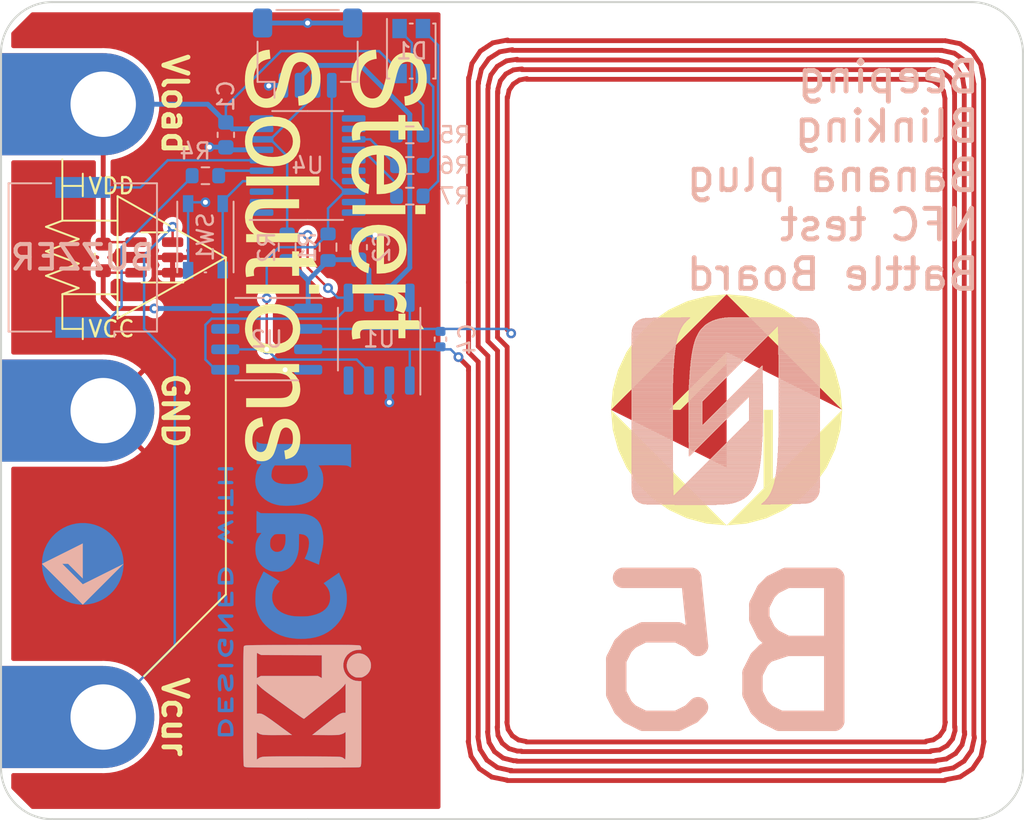
<source format=kicad_pcb>
(kicad_pcb (version 20221018) (generator pcbnew)
  (layers (0 "F.Cu" signal) (31 "B.Cu" signal) (34 "B.Paste" user) (35 "F.Paste" user) (36 "B.SilkS" user "B.Silkscreen") (37 "F.SilkS" user "F.Silkscreen") (38 "B.Mask" user) (39 "F.Mask" user) (44 "Edge.Cuts" user))
  (net 0 "")
  (net 1 "GND")
  (net 2 "VCC")
  (net 3 "/SCL")
  (net 4 "/SDA")
  (net 5 "/ANT")
  (net 6 "VDD")
  (net 8 "Net-(U3-OUT)")
  (net 9 "/PZR")
  (net 19 "/R")
  (net 20 "/G")
  (net 21 "/B")
  (net 22 "/PZ+")
  (net 23 "/PZ-")
  (net 24 "/RED")
  (net 25 "/GREEN")
  (net 26 "/BLUE")
  (net 30 "/~{RST}")
  (footprint "Resistor_SMD:R_0603_1608Metric" (layer "F.Cu") (at 120.65 92.075 -90)
    (fp_text reference "R3" hide)
    (fp_text value "100")
  )
  (footprint "Package_TO_SOT_SMD:SOT-23-5" (layer "F.Cu") (at 123.825 92.075 180)
    (fp_text reference "U3" hide)
    (fp_text value "MAX9634")
  )
  (footprint "Capacitor_SMD:C_0603_1608Metric" (layer "B.Cu") (at 128.27 84.455 -90)
    (fp_text reference "C1")
    (fp_text value "1uF")
  )
  (footprint "Connector_JST:JST_SH_SM04B-SRSS-TB_1x04-1MP_P1.00mm_Horizontal" (layer "B.Cu") (at 133.35 79.375)
    (fp_text reference "QWIIC1" hide)
    (fp_text value "Conn_01x04_MountingPin")
  )
  (footprint "footprint:banana" (layer "B.Cu") (at 120.65 101.6)
    (fp_text reference "J4")
    (fp_text value "BANANA_CONN")
  )
  (footprint "footprint:banana" (layer "B.Cu") (at 120.65 82.55)
    (fp_text reference "J5")
    (fp_text value "BANANA_CONN")
  )
  (footprint "Buzzer_Beeper:Buzzer_Murata_PKMCS0909E4000-R1" (layer "B.Cu") (at 119.38 92.075 90)
    (fp_text reference "PIEZO1" hide)
    (fp_text value "Speaker_Crystal")
  )
  (footprint "footprint:banana" (layer "B.Cu") (at 120.65 120.65)
    (fp_text reference "J3")
    (fp_text value "BANANA_CONN")
  )
  (footprint "Resistor_SMD:R_0603_1608Metric" (layer "B.Cu") (at 134.62 91.44 90)
    (fp_text reference "R1")
    (fp_text value "10K")
  )
  (footprint "Resistor_SMD:R_0603_1608Metric" (layer "B.Cu") (at 132.08 91.44 90)
    (fp_text reference "R2")
    (fp_text value "10K")
  )
  (footprint "Resistor_SMD:R_0603_1608Metric" (layer "B.Cu") (at 127 86.995)
    (fp_text reference "R4")
    (fp_text value "100")
  )
  (footprint "Capacitor_SMD:C_0402_1005Metric" (layer "B.Cu") (at 141.605 97.155 -90)
    (fp_text reference "C4")
    (fp_text value "DNP")
  )
  (footprint "Symbol:KiCad-Logo2_8mm_Copper" (layer "B.Cu") (at 133.35 113.665 90)
    (fp_text reference "REF**" hide)
    (fp_text value "KiCad-Logo2_8mm_Copper" hide)
  )
  (footprint "Symbol:KiCad-Logo2_8mm_SilkScreen" (layer "B.Cu") (at 133.35 113.665 90)
    (fp_text reference "REF**" hide)
    (fp_text value "KiCad-Logo2_8mm_SilkScreen" hide)
  )
  (footprint "footprint:gs_logo_200mil" (layer "B.Cu") (at 119.38 111.125 90)
    (fp_text reference "GS1" hide)
    (fp_text value "GS_logo")
  )
  (footprint "Capacitor_SMD:C_0603_1608Metric" (layer "B.Cu") (at 136.525 91.44 90)
    (fp_text reference "C2")
    (fp_text value "DNP")
  )
  (footprint "LED_SMD:LED_Kingbright_AAA3528ESGCT" (layer "B.Cu") (at 139.79 79.245 -90)
    (fp_text reference "D1")
    (fp_text value "LED_RAGB")
  )
  (footprint "Button_Switch_SMD:SW_Push_1P1T_NO_Vertical_Wuerth_434133025816" (layer "B.Cu") (at 127 90.805 -90)
    (fp_text reference "SW1")
    (fp_text value "SW_Push")
  )
  (footprint "Resistor_SMD:R_0603_1608Metric" (layer "B.Cu") (at 139.7 86.36 180)
    (fp_text reference "R6")
    (fp_text value "250")
  )
  (footprint "Package_SO:TSSOP-20_4.4x6.5mm_P0.65mm" (layer "B.Cu") (at 133.35 86.36)
    (fp_text reference "U4")
    (fp_text value "CH32V003F4P6")
  )
  (footprint "Resistor_SMD:R_0603_1608Metric" (layer "B.Cu") (at 139.7 84.455 180)
    (fp_text reference "R5")
    (fp_text value "750")
  )
  (footprint "Resistor_SMD:R_0603_1608Metric" (layer "B.Cu") (at 139.7 88.265 180)
    (fp_text reference "R7")
    (fp_text value "250")
  )
  (footprint "Package_SO:SO-8_3.9x4.9mm_P1.27mm" (layer "B.Cu") (at 130.81 97.155 180)
    (fp_text reference "U2")
    (fp_text value "ST25DVXXKC")
  )
  (footprint "Package_SO:SO-8_3.9x4.9mm_P1.27mm" (layer "B.Cu") (at 137.795 97.155 90)
    (fp_text reference "U1")
    (fp_text value "NT3H2111")
  )
  (gr_poly (pts (xy 159.385 105.1412) (xy 159.385 98.6752) (xy 156.511 101.5492) (xy 155.793 101.5492) (xy 159.385 97.9572) (xy 166.569 101.5492) (xy 159.385 94.3652) (xy 152.201 101.5492)) (fill solid) (layer "F.Cu"))
  (gr_line (start 160.175 107.18) (end 160.16 107.195) (stroke (width 0.0508)) (layer "B.SilkS"))
  (gr_line (start 161.001 99.426) (end 161.001 99.421) (stroke (width 0.0508)) (layer "B.SilkS"))
  (gr_line (start 156.075 106.901) (end 156.126 106.901) (stroke (width 0.0508)) (layer "B.SilkS"))
  (gr_line (start 159.5 101.98) (end 159.495 101.98) (stroke (width 0.0508)) (layer "B.SilkS"))
  (gr_line (start 164.6 95.906) (end 164.615 95.921) (stroke (width 0.0508)) (layer "B.SilkS"))
  (gr_line (start 161.161 99.261) (end 161.166 99.261) (stroke (width 0.0508)) (layer "B.SilkS"))
  (gr_line (start 158.546 101.881) (end 158.561 101.866) (stroke (width 0.0508)) (layer "B.SilkS"))
  (gr_line (start 159.875 99) (end 159.86 99.015) (stroke (width 0.0508)) (layer "B.SilkS"))
  (gr_line (start 162.441 105.701) (end 165.16 105.701) (stroke (width 0.0508)) (layer "B.SilkS"))
  (gr_line (start 157.966 102.461) (end 157.981 102.446) (stroke (width 0.0508)) (layer "B.SilkS"))
  (gr_line (start 160.12 101.36) (end 160.115 101.36) (stroke (width 0.0508)) (layer "B.SilkS"))
  (gr_line (start 158.081 96.281) (end 158.106 96.281) (stroke (width 0.0508)) (layer "B.SilkS"))
  (gr_line (start 158.235 96.192) (end 164.966 96.192) (stroke (width 0.0508)) (layer "B.SilkS"))
  (gr_line (start 158.701 104.321) (end 158.706 104.321) (stroke (width 0.0508)) (layer "B.SilkS"))
  (gr_line (start 157.061 104.364) (end 157.111 104.364) (stroke (width 0.0508)) (layer "B.SilkS"))
  (gr_line (start 163.975 107.36) (end 163.96 107.375) (stroke (width 0.0508)) (layer "B.SilkS"))
  (gr_line (start 160.36 98.515) (end 160.36 98.52) (stroke (width 0.0508)) (layer "B.SilkS"))
  (gr_line (start 161.135 106.2) (end 161.12 106.215) (stroke (width 0.0508)) (layer "B.SilkS"))
  (gr_line (start 153.681 107.039) (end 160.46 107.039) (stroke (width 0.0508)) (layer "B.SilkS"))
  (gr_line (start 159.4 99.48) (end 159.395 99.48) (stroke (width 0.0508)) (layer "B.SilkS"))
  (gr_line (start 160.741 102.281) (end 160.746 102.281) (stroke (width 0.0508)) (layer "B.SilkS"))
  (gr_line (start 161.1 106.255) (end 161.1 106.28) (stroke (width 0.0508)) (layer "B.SilkS"))
  (gr_line (start 153.681 107.04) (end 153.681 107.035) (stroke (width 0.0508)) (layer "B.SilkS"))
  (gr_line (start 162.641 99.064) (end 165.16 99.064) (stroke (width 0.0508)) (layer "B.SilkS"))
  (gr_line (start 159.061 101.361) (end 159.066 101.361) (stroke (width 0.0508)) (layer "B.SilkS"))
  (gr_line (start 158.841 101.586) (end 158.841 101.581) (stroke (width 0.0508)) (layer "B.SilkS"))
  (gr_line (start 159.441 100.981) (end 159.446 100.981) (stroke (width 0.0508)) (layer "B.SilkS"))
  (gr_line (start 159.575 107.36) (end 159.56 107.375) (stroke (width 0.0508)) (layer "B.SilkS"))
  (gr_line (start 160.801 101.145) (end 161.62 101.145) (stroke (width 0.0508)) (layer "B.SilkS"))
  (gr_line (start 160.44 107.055) (end 160.44 107.06) (stroke (width 0.0508)) (layer "B.SilkS"))
  (gr_line (start 160.5 98.38) (end 160.495 98.38) (stroke (width 0.0508)) (layer "B.SilkS"))
  (gr_line (start 160.861 99.561) (end 160.866 99.561) (stroke (width 0.0508)) (layer "B.SilkS"))
  (gr_line (start 161.34 105.56) (end 161.335 105.56) (stroke (width 0.0508)) (layer "B.SilkS"))
  (gr_line (start 159.341 101.081) (end 159.346 101.081) (stroke (width 0.0508)) (layer "B.SilkS"))
  (gr_line (start 161.481 98.941) (end 161.486 98.941) (stroke (width 0.0508)) (layer "B.SilkS"))
  (gr_line (start 158.961 104.061) (end 158.966 104.061) (stroke (width 0.0508)) (layer "B.SilkS"))
  (gr_line (start 159.9 98.975) (end 159.9 98.98) (stroke (width 0.0508)) (layer "B.SilkS"))
  (gr_line (start 159.355 99.52) (end 159.34 99.535) (stroke (width 0.0508)) (layer "B.SilkS"))
  (gr_line (start 160.406 102.621) (end 160.421 102.606) (stroke (width 0.0508)) (layer "B.SilkS"))
  (gr_line (start 158.92 99.955) (end 158.92 99.96) (stroke (width 0.0508)) (layer "B.SilkS"))
  (gr_line (start 159.721 100.701) (end 159.726 100.701) (stroke (width 0.0508)) (layer "B.SilkS"))
  (gr_line (start 161.74 97.135) (end 161.74 97.14) (stroke (width 0.0508)) (layer "B.SilkS"))
  (gr_line (start 153.501 99.213) (end 156.06 99.213) (stroke (width 0.0508)) (layer "B.SilkS"))
  (gr_line (start 159.74 101.74) (end 159.735 101.74) (stroke (width 0.0508)) (layer "B.SilkS"))
  (gr_line (start 158.42 100.455) (end 158.42 100.46) (stroke (width 0.0508)) (layer "B.SilkS"))
  (gr_line (start 161.16 106.115) (end 161.16 106.16) (stroke (width 0.0508)) (layer "B.SilkS"))
  (gr_line (start 159.541 100.881) (end 159.546 100.881) (stroke (width 0.0508)) (layer "B.SilkS"))
  (gr_line (start 158.4 103.08) (end 158.395 103.08) (stroke (width 0.0508)) (layer "B.SilkS"))
  (gr_line (start 161.981 107.006) (end 161.981 107.001) (stroke (width 0.0508)) (layer "B.SilkS"))
  (gr_line (start 154.231 107.385) (end 159.449 107.385) (stroke (width 0.0508)) (layer "B.SilkS"))
  (gr_line (start 159.26 99.62) (end 159.255 99.62) (stroke (width 0.0508)) (layer "B.SilkS"))
  (gr_line (start 162.641 99.609) (end 165.16 99.609) (stroke (width 0.0508)) (layer "B.SilkS"))
  (gr_line (start 159.32 102.155) (end 159.32 102.16) (stroke (width 0.0508)) (layer "B.SilkS"))
  (gr_line (start 159.615 99.26) (end 159.6 99.275) (stroke (width 0.0508)) (layer "B.SilkS"))
  (gr_line (start 162.301 106.345) (end 165.16 106.345) (stroke (width 0.0508)) (layer "B.SilkS"))
  (gr_line (start 153.501 97.479) (end 156.22 97.479) (stroke (width 0.0508)) (layer "B.SilkS"))
  (gr_line (start 160.96 106.54) (end 160.955 106.54) (stroke (width 0.0508)) (layer "B.SilkS"))
  (gr_line (start 161.24 97.635) (end 161.24 97.64) (stroke (width 0.0508)) (layer "B.SilkS"))
  (gr_line (start 156.361 106.661) (end 156.366 106.661) (stroke (width 0.0508)) (layer "B.SilkS"))
  (gr_line (start 157.981 102.446) (end 157.981 102.441) (stroke (width 0.0508)) (layer "B.SilkS"))
  (gr_line (start 153.621 96.34) (end 156.615 96.34) (stroke (width 0.0508)) (layer "B.SilkS"))
  (gr_line (start 157.721 105.305) (end 161.38 105.305) (stroke (width 0.0508)) (layer "B.SilkS"))
  (gr_line (start 160 98.88) (end 159.995 98.88) (stroke (width 0.0508)) (layer "B.SilkS"))
  (gr_line (start 158.055 103.42) (end 158.04 103.435) (stroke (width 0.0508)) (layer "B.SilkS"))
  (gr_line (start 158.54 102.94) (end 158.535 102.94) (stroke (width 0.0508)) (layer "B.SilkS"))
  (gr_line (start 160.8 98.08) (end 160.795 98.08) (stroke (width 0.0508)) (layer "B.SilkS"))
  (gr_line (start 156.901 106.121) (end 156.906 106.121) (stroke (width 0.0508)) (layer "B.SilkS"))
  (gr_line (start 160.68 98.2) (end 160.675 98.2) (stroke (width 0.0508)) (layer "B.SilkS"))
  (gr_line (start 157.841 96.521) (end 157.846 96.521) (stroke (width 0.0508)) (layer "B.SilkS"))
  (gr_line (start 159.546 100.881) (end 159.561 100.866) (stroke (width 0.0508)) (layer "B.SilkS"))
  (gr_line (start 157.28 104.2) (end 157.275 104.2) (stroke (width 0.0508)) (layer "B.SilkS"))
  (gr_line (start 161.869 107.138) (end 164.84 107.138) (stroke (width 0.0508)) (layer "B.SilkS"))
  (gr_line (start 159.795 101.68) (end 159.78 101.695) (stroke (width 0.0508)) (layer "B.SilkS"))
  (gr_line (start 158.701 101.726) (end 158.701 101.721) (stroke (width 0.0508)) (layer "B.SilkS"))
  (gr_line (start 156.255 97.32) (end 156.24 97.335) (stroke (width 0.0508)) (layer "B.SilkS"))
  (gr_line (start 158.46 100.415) (end 158.46 100.42) (stroke (width 0.0508)) (layer "B.SilkS"))
  (gr_line (start 153.541 106.695) (end 153.526 106.68) (stroke (width 0.0508)) (layer "B.SilkS"))
  (gr_line (start 164.52 107.315) (end 164.52 107.32) (stroke (width 0.0508)) (layer "B.SilkS"))
  (gr_line (start 158.701 101.721) (end 158.706 101.721) (stroke (width 0.0508)) (layer "B.SilkS"))
  (gr_line (start 157.34 104.135) (end 157.34 104.14) (stroke (width 0.0508)) (layer "B.SilkS"))
  (gr_line (start 157.655 103.82) (end 157.64 103.835) (stroke (width 0.0508)) (layer "B.SilkS"))
  (gr_line (start 162.641 101.145) (end 165.16 101.145) (stroke (width 0.0508)) (layer "B.SilkS"))
  (gr_line (start 164.98 106.975) (end 164.98 106.98) (stroke (width 0.0508)) (layer "B.SilkS"))
  (gr_line (start 156.46 96.615) (end 156.46 96.66) (stroke (width 0.0508)) (layer "B.SilkS"))
  (gr_line (start 156.141 106.886) (end 156.141 106.881) (stroke (width 0.0508)) (layer "B.SilkS"))
  (gr_line (start 160.1 98.775) (end 160.1 98.78) (stroke (width 0.0508)) (layer "B.SilkS"))
  (gr_line (start 156.921 106.106) (end 156.921 106.101) (stroke (width 0.0508)) (layer "B.SilkS"))
  (gr_line (start 158.381 104.646) (end 158.381 104.641) (stroke (width 0.0508)) (layer "B.SilkS"))
  (gr_line (start 157.041 100.847) (end 158.027 100.847) (stroke (width 0.0508)) (layer "B.SilkS"))
  (gr_line (start 158.435 103.04) (end 158.42 103.055) (stroke (width 0.0508)) (layer "B.SilkS"))
  (gr_line (start 157.346 97.581) (end 157.361 97.566) (stroke (width 0.0508)) (layer "B.SilkS"))
  (gr_line (start 161.22 105.955) (end 161.22 106) (stroke (width 0.0508)) (layer "B.SilkS"))
  (gr_line (start 160.335 98.54) (end 160.32 98.555) (stroke (width 0.0508)) (layer "B.SilkS"))
  (gr_line (start 161.241 99.186) (end 161.241 99.181) (stroke (width 0.0508)) (layer "B.SilkS"))
  (gr_line (start 159.161 101.261) (end 159.166 101.261) (stroke (width 0.0508)) (layer "B.SilkS"))
  (gr_line (start 158.841 95.926) (end 158.841 95.921) (stroke (width 0.0508)) (layer "B.SilkS"))
  (gr_line (start 160.001 103.021) (end 160.006 103.021) (stroke (width 0.0508)) (layer "B.SilkS"))
  (gr_line (start 160.56 98.315) (end 160.56 98.32) (stroke (width 0.0508)) (layer "B.SilkS"))
  (gr_line (start 163.24 107.395) (end 163.24 107.4) (stroke (width 0.0508)) (layer "B.SilkS"))
  (gr_line (start 158.88 99.995) (end 158.88 100) (stroke (width 0.0508)) (layer "B.SilkS"))
  (gr_line (start 164.38 95.841) (end 164.38 95.846) (stroke (width 0.0508)) (layer "B.SilkS"))
  (gr_line (start 158.181 104.846) (end 158.181 104.841) (stroke (width 0.0508)) (layer "B.SilkS"))
  (gr_line (start 154.341 95.866) (end 154.341 95.861) (stroke (width 0.0508)) (layer "B.SilkS"))
  (gr_line (start 160.355 101.12) (end 160.34 101.135) (stroke (width 0.0508)) (layer "B.SilkS"))
  (gr_line (start 160.421 102.601) (end 160.426 102.601) (stroke (width 0.0508)) (layer "B.SilkS"))
  (gr_line (start 156.901 106.126) (end 156.901 106.121) (stroke (width 0.0508)) (layer "B.SilkS"))
  (gr_line (start 160.2 98.68) (end 160.195 98.68) (stroke (width 0.0508)) (layer "B.SilkS"))
  (gr_line (start 157.261 98.066) (end 157.261 97.961) (stroke (width 0.0508)) (layer "B.SilkS"))
  (gr_line (start 162.355 96.52) (end 162.34 96.535) (stroke (width 0.0508)) (layer "B.SilkS"))
  (gr_line (start 159.761 103.266) (end 159.761 103.261) (stroke (width 0.0508)) (layer "B.SilkS"))
  (gr_line (start 164.94 107.04) (end 164.935 107.04) (stroke (width 0.0508)) (layer "B.SilkS"))
  (gr_line (start 158.206 104.821) (end 158.221 104.806) (stroke (width 0.0508)) (layer "B.SilkS"))
  (gr_line (start 159.76 99.12) (end 159.755 99.12) (stroke (width 0.0508)) (layer "B.SilkS"))
  (gr_line (start 160.4 98.48) (end 160.395 98.48) (stroke (width 0.0508)) (layer "B.SilkS"))
  (gr_line (start 160.801 102.086) (end 161.62 102.086) (stroke (width 0.0508)) (layer "B.SilkS"))
  (gr_line (start 157.281 97.861) (end 157.286 97.861) (stroke (width 0.0508)) (layer "B.SilkS"))
  (gr_line (start 159.976 100.451) (end 161.62 100.451) (stroke (width 0.0508)) (layer "B.SilkS"))
  (gr_line (start 161.475 97.4) (end 161.46 97.415) (stroke (width 0.0508)) (layer "B.SilkS"))
  (gr_line (start 162.381 106.048) (end 165.16 106.048) (stroke (width 0.0508)) (layer "B.SilkS"))
  (gr_line (start 162.641 102.284) (end 165.16 102.284) (stroke (width 0.0508)) (layer "B.SilkS"))
  (gr_line (start 160.48 101) (end 160.475 101) (stroke (width 0.0508)) (layer "B.SilkS"))
  (gr_line (start 153.501 105.355) (end 156.04 105.355) (stroke (width 0.0508)) (layer "B.SilkS"))
  (gr_line (start 156.701 106.326) (end 156.701 106.321) (stroke (width 0.0508)) (layer "B.SilkS"))
  (gr_line (start 162.401 105.949) (end 165.16 105.949) (stroke (width 0.0508)) (layer "B.SilkS"))
  (gr_line (start 162.641 98.817) (end 165.16 98.817) (stroke (width 0.0508)) (layer "B.SilkS"))
  (gr_line (start 159.561 103.461) (end 159.566 103.461) (stroke (width 0.0508)) (layer "B.SilkS"))
  (gr_line (start 160.96 97.915) (end 160.96 97.92) (stroke (width 0.0508)) (layer "B.SilkS"))
  (gr_line (start 157.601 105.421) (end 157.606 105.421) (stroke (width 0.0508)) (layer "B.SilkS"))
  (gr_line (start 159.535 99.34) (end 159.52 99.355) (stroke (width 0.0508)) (layer "B.SilkS"))
  (gr_line (start 162.621 97.083) (end 165.16 97.083) (stroke (width 0.0508)) (layer "B.SilkS"))
  (gr_line (start 159.661 103.361) (end 159.666 103.361) (stroke (width 0.0508)) (layer "B.SilkS"))
  (gr_line (start 160.501 102.526) (end 160.501 102.521) (stroke (width 0.0508)) (layer "B.SilkS"))
  (gr_line (start 158.38 103.095) (end 158.38 103.1) (stroke (width 0.0508)) (layer "B.SilkS"))
  (gr_line (start 164.78 107.175) (end 164.78 107.18) (stroke (width 0.0508)) (layer "B.SilkS"))
  (gr_line (start 157.081 99.857) (end 159.02 99.857) (stroke (width 0.0508)) (layer "B.SilkS"))
  (gr_line (start 156.355 96.92) (end 156.34 96.935) (stroke (width 0.0508)) (layer "B.SilkS"))
  (gr_line (start 160.44 98.435) (end 160.44 98.44) (stroke (width 0.0508)) (layer "B.SilkS"))
  (gr_line (start 156.04 105.341) (end 156.04 106.546) (stroke (width 0.0508)) (layer "B.SilkS"))
  (gr_line (start 158.42 100.46) (end 158.415 100.46) (stroke (width 0.0508)) (layer "B.SilkS"))
  (gr_line (start 158.761 101.661) (end 158.766 101.661) (stroke (width 0.0508)) (layer "B.SilkS"))
  (gr_line (start 162.541 105.058) (end 165.16 105.058) (stroke (width 0.0508)) (layer "B.SilkS"))
  (gr_line (start 160.686 99.741) (end 160.701 99.726) (stroke (width 0.0508)) (layer "B.SilkS"))
  (gr_line (start 158.361 102.061) (end 158.366 102.061) (stroke (width 0.0508)) (layer "B.SilkS"))
  (gr_line (start 158.366 96.121) (end 158.381 96.106) (stroke (width 0.0508)) (layer "B.SilkS"))
  (gr_line (start 159.261 103.761) (end 159.266 103.761) (stroke (width 0.0508)) (layer "B.SilkS"))
  (gr_line (start 159.38 102.1) (end 159.375 102.1) (stroke (width 0.0508)) (layer "B.SilkS"))
  (gr_line (start 161.666 107.341) (end 161.681 107.326) (stroke (width 0.0508)) (layer "B.SilkS"))
  (gr_line (start 158.32 103.155) (end 158.32 103.16) (stroke (width 0.0508)) (layer "B.SilkS"))
  (gr_line (start 164.875 96.081) (end 164.88 96.081) (stroke (width 0.0508)) (layer "B.SilkS"))
  (gr_line (start 158.18 100.695) (end 158.18 100.7) (stroke (width 0.0508)) (layer "B.SilkS"))
  (gr_line (start 160.666 99.761) (end 160.681 99.746) (stroke (width 0.0508)) (layer "B.SilkS"))
  (gr_line (start 160.746 102.281) (end 160.761 102.266) (stroke (width 0.0508)) (layer "B.SilkS"))
  (gr_line (start 158.18 103.3) (end 158.175 103.3) (stroke (width 0.0508)) (layer "B.SilkS"))
  (gr_line (start 159.34 99.535) (end 159.34 99.54) (stroke (width 0.0508)) (layer "B.SilkS"))
  (gr_line (start 157.341 105.681) (end 157.346 105.681) (stroke (width 0.0508)) (layer "B.SilkS"))
  (gr_line (start 161 106.455) (end 161 106.48) (stroke (width 0.0508)) (layer "B.SilkS"))
  (gr_line (start 154.061 107.335) (end 154.046 107.32) (stroke (width 0.0508)) (layer "B.SilkS"))
  (gr_line (start 158.141 102.281) (end 158.146 102.281) (stroke (width 0.0508)) (layer "B.SilkS"))
  (gr_line (start 160.42 98.455) (end 160.42 98.46) (stroke (width 0.0508)) (layer "B.SilkS"))
  (gr_line (start 161.48 97.395) (end 161.48 97.4) (stroke (width 0.0508)) (layer "B.SilkS"))
  (gr_line (start 157.581 96.921) (end 157.586 96.921) (stroke (width 0.0508)) (layer "B.SilkS"))
  (gr_line (start 158.62 102.86) (end 158.615 102.86) (stroke (width 0.0508)) (layer "B.SilkS"))
  (gr_line (start 159.881 100.541) (end 159.886 100.541) (stroke (width 0.0508)) (layer "B.SilkS"))
  (gr_line (start 164.8 107.155) (end 164.8 107.16) (stroke (width 0.0508)) (layer "B.SilkS"))
  (gr_line (start 156.181 107.435) (end 156.166 107.42) (stroke (width 0.0508)) (layer "B.SilkS"))
  (gr_line (start 153.866 107.22) (end 153.841 107.22) (stroke (width 0.0508)) (layer "B.SilkS"))
  (gr_line (start 162.621 97.777) (end 165.16 97.777) (stroke (width 0.0508)) (layer "B.SilkS"))
  (gr_line (start 160.24 98.635) (end 160.24 98.64) (stroke (width 0.0508)) (layer "B.SilkS"))
  (gr_line (start 158.08 100.8) (end 158.075 100.8) (stroke (width 0.0508)) (layer "B.SilkS"))
  (gr_line (start 161.34 105.495) (end 161.34 105.56) (stroke (width 0.0508)) (layer "B.SilkS"))
  (gr_line (start 159.72 99.16) (end 159.715 99.16) (stroke (width 0.0508)) (layer "B.SilkS"))
  (gr_line (start 162.641 100.451) (end 165.16 100.451) (stroke (width 0.0508)) (layer "B.SilkS"))
  (gr_line (start 158.586 101.841) (end 158.601 101.826) (stroke (width 0.0508)) (layer "B.SilkS"))
  (gr_line (start 153.901 107.26) (end 153.901 107.255) (stroke (width 0.0508)) (layer "B.SilkS"))
  (gr_line (start 156.681 106.346) (end 156.681 106.341) (stroke (width 0.0508)) (layer "B.SilkS"))
  (gr_line (start 159.678 100.748) (end 160.726 100.748) (stroke (width 0.0508)) (layer "B.SilkS"))
  (gr_line (start 160.115 98.76) (end 160.1 98.775) (stroke (width 0.0508)) (layer "B.SilkS"))
  (gr_line (start 157.041 101.937) (end 157.86 101.937) (stroke (width 0.0508)) (layer "B.SilkS"))
  (gr_line (start 157.397 97.43) (end 161.445 97.43) (stroke (width 0.0508)) (layer "B.SilkS"))
  (gr_line (start 162.641 98.718) (end 165.16 98.718) (stroke (width 0.0508)) (layer "B.SilkS"))
  (gr_line (start 158.001 96.361) (end 158.006 96.361) (stroke (width 0.0508)) (layer "B.SilkS"))
  (gr_line (start 157.2 104.275) (end 157.2 104.28) (stroke (width 0.0508)) (layer "B.SilkS"))
  (gr_line (start 162.641 103.027) (end 165.16 103.027) (stroke (width 0.0508)) (layer "B.SilkS"))
  (gr_line (start 157.494 97.133) (end 161.742 97.133) (stroke (width 0.0508)) (layer "B.SilkS"))
  (gr_line (start 159.221 103.806) (end 159.221 103.801) (stroke (width 0.0508)) (layer "B.SilkS"))
  (gr_line (start 160.615 98.26) (end 160.6 98.275) (stroke (width 0.0508)) (layer "B.SilkS"))
  (gr_line (start 156.381 106.646) (end 156.381 106.641) (stroke (width 0.0508)) (layer "B.SilkS"))
  (gr_line (start 161.22 97.66) (end 161.215 97.66) (stroke (width 0.0508)) (layer "B.SilkS"))
  (gr_line (start 158.36 100.515) (end 158.36 100.52) (stroke (width 0.0508)) (layer "B.SilkS"))
  (gr_line (start 157.026 106.001) (end 157.041 105.986) (stroke (width 0.0508)) (layer "B.SilkS"))
  (gr_line (start 153.501 98.024) (end 156.14 98.024) (stroke (width 0.0508)) (layer "B.SilkS"))
  (gr_line (start 159.001 95.881) (end 159.106 95.881) (stroke (width 0.0508)) (layer "B.SilkS"))
  (gr_line (start 158.1 100.775) (end 158.1 100.78) (stroke (width 0.0508)) (layer "B.SilkS"))
  (gr_line (start 159.961 100.466) (end 159.961 100.461) (stroke (width 0.0508)) (layer "B.SilkS"))
  (gr_line (start 158.44 101.987) (end 159.488 101.987) (stroke (width 0.0508)) (layer "B.SilkS"))
  (gr_line (start 162.561 104.846) (end 162.561 104.581) (stroke (width 0.0508)) (layer "B.SilkS"))
  (gr_line (start 158.52 102.96) (end 158.515 102.96) (stroke (width 0.0508)) (layer "B.SilkS"))
  (gr_line (start 157.92 100.955) (end 157.92 100.96) (stroke (width 0.0508)) (layer "B.SilkS"))
  (gr_line (start 160.606 102.421) (end 160.621 102.406) (stroke (width 0.0508)) (layer "B.SilkS"))
  (gr_line (start 156.14 97.975) (end 156.14 98.14) (stroke (width 0.0508)) (layer "B.SilkS"))
  (gr_line (start 160.14 98.74) (end 160.135 98.74) (stroke (width 0.0508)) (layer "B.SilkS"))
  (gr_line (start 162.18 96.695) (end 162.18 96.7) (stroke (width 0.0508)) (layer "B.SilkS"))
  (gr_line (start 165.1 106.715) (end 165.1 106.76) (stroke (width 0.0508)) (layer "B.SilkS"))
  (gr_line (start 161.295 105.72) (end 161.28 105.735) (stroke (width 0.0508)) (layer "B.SilkS"))
  (gr_line (start 161.96 96.915) (end 161.96 96.92) (stroke (width 0.0508)) (layer "B.SilkS"))
  (gr_line (start 162.311 106.296) (end 165.16 106.296) (stroke (width 0.0508)) (layer "B.SilkS"))
  (gr_line (start 160.04 101.44) (end 160.035 101.44) (stroke (width 0.0508)) (layer "B.SilkS"))
  (gr_line (start 158.181 96.221) (end 158.186 96.221) (stroke (width 0.0508)) (layer "B.SilkS"))
  (gr_line (start 159.695 107.34) (end 159.68 107.355) (stroke (width 0.0508)) (layer "B.SilkS"))
  (gr_line (start 162.1 96.78) (end 162.095 96.78) (stroke (width 0.0508)) (layer "B.SilkS"))
  (gr_line (start 161.84 97.035) (end 161.84 97.04) (stroke (width 0.0508)) (layer "B.SilkS"))
  (gr_line (start 162.361 106.147) (end 165.16 106.147) (stroke (width 0.0508)) (layer "B.SilkS"))
  (gr_line (start 153.926 96.021) (end 153.941 96.006) (stroke (width 0.0508)) (layer "B.SilkS"))
  (gr_line (start 159.061 101.366) (end 159.061 101.361) (stroke (width 0.0508)) (layer "B.SilkS"))
  (gr_line (start 157.521 105.501) (end 157.526 105.501) (stroke (width 0.0508)) (layer "B.SilkS"))
  (gr_line (start 157.101 99.609) (end 159.266 99.609) (stroke (width 0.0508)) (layer "B.SilkS"))
  (gr_line (start 159.246 95.861) (end 159.261 95.846) (stroke (width 0.0508)) (layer "B.SilkS"))
  (gr_line (start 158.241 102.185) (end 159.29 102.185) (stroke (width 0.0508)) (layer "B.SilkS"))
  (gr_line (start 162.626 103.301) (end 162.641 103.286) (stroke (width 0.0508)) (layer "B.SilkS"))
  (gr_line (start 159.975 98.9) (end 159.96 98.915) (stroke (width 0.0508)) (layer "B.SilkS"))
  (gr_line (start 162.521 105.266) (end 162.521 105.081) (stroke (width 0.0508)) (layer "B.SilkS"))
  (gr_line (start 156.56 96.415) (end 156.56 96.44) (stroke (width 0.0508)) (layer "B.SilkS"))
  (gr_line (start 153.841 107.215) (end 153.826 107.2) (stroke (width 0.0508)) (layer "B.SilkS"))
  (gr_line (start 160.248 102.779) (end 161.6 102.779) (stroke (width 0.0508)) (layer "B.SilkS"))
  (gr_line (start 157.161 98.681) (end 157.166 98.681) (stroke (width 0.0508)) (layer "B.SilkS"))
  (gr_line (start 158.961 101.466) (end 158.961 101.461) (stroke (width 0.0508)) (layer "B.SilkS"))
  (gr_line (start 160.06 101.415) (end 160.06 101.42) (stroke (width 0.0508)) (layer "B.SilkS"))
  (gr_line (start 160.54 100.94) (end 160.535 100.94) (stroke (width 0.0508)) (layer "B.SilkS"))
  (gr_line (start 161.066 99.361) (end 161.081 99.346) (stroke (width 0.0508)) (layer "B.SilkS"))
  (gr_line (start 156.92 95.975) (end 156.92 95.98) (stroke (width 0.0508)) (layer "B.SilkS"))
  (gr_line (start 157.766 96.621) (end 157.781 96.606) (stroke (width 0.0508)) (layer "B.SilkS"))
  (gr_line (start 159.106 103.921) (end 159.121 103.906) (stroke (width 0.0508)) (layer "B.SilkS"))
  (gr_line (start 159.221 101.201) (end 159.226 101.201) (stroke (width 0.0508)) (layer "B.SilkS"))
  (gr_line (start 157.586 105.441) (end 157.601 105.426) (stroke (width 0.0508)) (layer "B.SilkS"))
  (gr_line (start 156.981 106.046) (end 156.981 106.041) (stroke (width 0.0508)) (layer "B.SilkS"))
  (gr_line (start 160.161 100.266) (end 160.161 100.261) (stroke (width 0.0508)) (layer "B.SilkS"))
  (gr_line (start 160.701 102.321) (end 160.706 102.321) (stroke (width 0.0508)) (layer "B.SilkS"))
  (gr_line (start 159.62 101.855) (end 159.62 101.86) (stroke (width 0.0508)) (layer "B.SilkS"))
  (gr_line (start 161.881 107.126) (end 161.881 107.121) (stroke (width 0.0508)) (layer "B.SilkS"))
  (gr_line (start 153.681 96.246) (end 153.681 96.241) (stroke (width 0.0508)) (layer "B.SilkS"))
  (gr_line (start 157.501 97.081) (end 157.506 97.081) (stroke (width 0.0508)) (layer "B.SilkS"))
  (gr_line (start 153.881 107.237) (end 160.08 107.237) (stroke (width 0.0508)) (layer "B.SilkS"))
  (gr_line (start 158.041 104.986) (end 158.041 104.981) (stroke (width 0.0508)) (layer "B.SilkS"))
  (gr_line (start 153.501 98.173) (end 156.12 98.173) (stroke (width 0.0508)) (layer "B.SilkS"))
  (gr_line (start 153.546 106.76) (end 153.541 106.76) (stroke (width 0.0508)) (layer "B.SilkS"))
  (gr_line (start 159.701 103.324) (end 161.58 103.324) (stroke (width 0.0508)) (layer "B.SilkS"))
  (gr_line (start 160.56 100.915) (end 160.56 100.92) (stroke (width 0.0508)) (layer "B.SilkS"))
  (gr_line (start 161.52 97.36) (end 161.515 97.36) (stroke (width 0.0508)) (layer "B.SilkS"))
  (gr_line (start 153.566 96.461) (end 153.581 96.446) (stroke (width 0.0508)) (layer "B.SilkS"))
  (gr_line (start 161.72 97.16) (end 161.715 97.16) (stroke (width 0.0508)) (layer "B.SilkS"))
  (gr_line (start 154.241 107.4) (end 154.241 107.395) (stroke (width 0.0508)) (layer "B.SilkS"))
  (gr_line (start 158.541 104.486) (end 158.541 104.481) (stroke (width 0.0508)) (layer "B.SilkS"))
  (gr_line (start 157.201 98.371) (end 160.504 98.371) (stroke (width 0.0508)) (layer "B.SilkS"))
  (gr_line (start 162.026 106.941) (end 162.041 106.926) (stroke (width 0.0508)) (layer "B.SilkS"))
  (gr_line (start 157.086 105.941) (end 157.101 105.926) (stroke (width 0.0508)) (layer "B.SilkS"))
  (gr_line (start 158.495 102.98) (end 158.48 102.995) (stroke (width 0.0508)) (layer "B.SilkS"))
  (gr_line (start 161.986 107.001) (end 162.001 106.986) (stroke (width 0.0508)) (layer "B.SilkS"))
  (gr_line (start 159.44 102.04) (end 159.435 102.04) (stroke (width 0.0508)) (layer "B.SilkS"))
  (gr_line (start 158.015 100.86) (end 158 100.875) (stroke (width 0.0508)) (layer "B.SilkS"))
  (gr_line (start 161.28 105.735) (end 161.28 105.8) (stroke (width 0.0508)) (layer "B.SilkS"))
  (gr_line (start 161.24 105.875) (end 161.24 105.94) (stroke (width 0.0508)) (layer "B.SilkS"))
  (gr_line (start 153.586 96.401) (end 153.601 96.386) (stroke (width 0.0508)) (layer "B.SilkS"))
  (gr_line (start 159.946 103.081) (end 159.961 103.066) (stroke (width 0.0508)) (layer "B.SilkS"))
  (gr_line (start 157.995 103.48) (end 157.98 103.495) (stroke (width 0.0508)) (layer "B.SilkS"))
  (gr_line (start 162.16 96.715) (end 162.16 96.72) (stroke (width 0.0508)) (layer "B.SilkS"))
  (gr_line (start 157.046 105.981) (end 157.061 105.966) (stroke (width 0.0508)) (layer "B.SilkS"))
  (gr_line (start 156.075 98.94) (end 156.06 98.955) (stroke (width 0.0508)) (layer "B.SilkS"))
  (gr_line (start 158.74 100.135) (end 158.74 100.14) (stroke (width 0.0508)) (layer "B.SilkS"))
  (gr_line (start 159.14 99.735) (end 159.14 99.74) (stroke (width 0.0508)) (layer "B.SilkS"))
  (gr_line (start 158.501 96.043) (end 164.82 96.043) (stroke (width 0.0508)) (layer "B.SilkS"))
  (gr_line (start 157.766 105.261) (end 157.781 105.246) (stroke (width 0.0508)) (layer "B.SilkS"))
  (gr_line (start 157.386 97.441) (end 157.401 97.426) (stroke (width 0.0508)) (layer "B.SilkS"))
  (gr_line (start 161.88 96.995) (end 161.88 97) (stroke (width 0.0508)) (layer "B.SilkS"))
  (gr_line (start 153.501 102.135) (end 156.02 102.135) (stroke (width 0.0508)) (layer "B.SilkS"))
  (gr_line (start 158.49 101.937) (end 159.54 101.937) (stroke (width 0.0508)) (layer "B.SilkS"))
  (gr_line (start 160.535 106.98) (end 160.52 106.995) (stroke (width 0.0508)) (layer "B.SilkS"))
  (gr_line (start 156.521 106.506) (end 156.521 106.501) (stroke (width 0.0508)) (layer "B.SilkS"))
  (gr_line (start 158.146 104.881) (end 158.161 104.866) (stroke (width 0.0508)) (layer "B.SilkS"))
  (gr_line (start 160.681 99.746) (end 160.681 99.741) (stroke (width 0.0508)) (layer "B.SilkS"))
  (gr_line (start 158.581 101.846) (end 158.581 101.841) (stroke (width 0.0508)) (layer "B.SilkS"))
  (gr_line (start 160.001 100.426) (end 160.001 100.421) (stroke (width 0.0508)) (layer "B.SilkS"))
  (gr_line (start 153.501 105.602) (end 156.04 105.602) (stroke (width 0.0508)) (layer "B.SilkS"))
  (gr_line (start 159.461 100.966) (end 159.461 100.961) (stroke (width 0.0508)) (layer "B.SilkS"))
  (gr_line (start 158.121 102.301) (end 158.126 102.301) (stroke (width 0.0508)) (layer "B.SilkS"))
  (gr_line (start 160.881 99.541) (end 160.886 99.541) (stroke (width 0.0508)) (layer "B.SilkS"))
  (gr_line (start 162.06 96.82) (end 162.055 96.82) (stroke (width 0.0508)) (layer "B.SilkS"))
  (gr_line (start 160.669 99.758) (end 161.6 99.758) (stroke (width 0.0508)) (layer "B.SilkS"))
  (gr_line (start 158.281 102.146) (end 158.281 102.141) (stroke (width 0.0508)) (layer "B.SilkS"))
  (gr_line (start 162.641 102.878) (end 165.16 102.878) (stroke (width 0.0508)) (layer "B.SilkS"))
  (gr_line (start 158.201 104.821) (end 158.206 104.821) (stroke (width 0.0508)) (layer "B.SilkS"))
  (gr_line (start 156.88 96) (end 156.875 96) (stroke (width 0.0508)) (layer "B.SilkS"))
  (gr_line (start 161.08 106.32) (end 161.075 106.32) (stroke (width 0.0508)) (layer "B.SilkS"))
  (gr_line (start 160.775 98.1) (end 160.76 98.115) (stroke (width 0.0508)) (layer "B.SilkS"))
  (gr_line (start 158 100.875) (end 158 100.88) (stroke (width 0.0508)) (layer "B.SilkS"))
  (gr_line (start 158.36 100.52) (end 158.355 100.52) (stroke (width 0.0508)) (layer "B.SilkS"))
  (gr_line (start 161.02 97.855) (end 161.02 97.86) (stroke (width 0.0508)) (layer "B.SilkS"))
  (gr_line (start 156.5 96.535) (end 156.5 96.56) (stroke (width 0.0508)) (layer "B.SilkS"))
  (gr_line (start 162.261 106.466) (end 162.261 106.421) (stroke (width 0.0508)) (layer "B.SilkS"))
  (gr_line (start 161.155 97.72) (end 161.14 97.735) (stroke (width 0.0508)) (layer "B.SilkS"))
  (gr_line (start 156.335 97) (end 156.32 97.015) (stroke (width 0.0508)) (layer "B.SilkS"))
  (gr_line (start 159.501 100.921) (end 159.506 100.921) (stroke (width 0.0508)) (layer "B.SilkS"))
  (gr_line (start 164.935 107.04) (end 164.92 107.055) (stroke (width 0.0508)) (layer "B.SilkS"))
  (gr_line (start 156.181 107.44) (end 156.181 107.435) (stroke (width 0.0508)) (layer "B.SilkS"))
  (gr_line (start 157.721 96.686) (end 157.721 96.681) (stroke (width 0.0508)) (layer "B.SilkS"))
  (gr_line (start 157.68 103.795) (end 157.68 103.8) (stroke (width 0.0508)) (layer "B.SilkS"))
  (gr_line (start 161.015 97.86) (end 161 97.875) (stroke (width 0.0508)) (layer "B.SilkS"))
  (gr_line (start 159.246 101.181) (end 159.261 101.166) (stroke (width 0.0508)) (layer "B.SilkS"))
  (gr_line (start 160.021 100.402) (end 161.62 100.402) (stroke (width 0.0508)) (layer "B.SilkS"))
  (gr_line (start 159.66 99.22) (end 159.655 99.22) (stroke (width 0.0508)) (layer "B.SilkS"))
  (gr_line (start 158.72 100.155) (end 158.72 100.16) (stroke (width 0.0508)) (layer "B.SilkS"))
  (gr_line (start 153.641 106.98) (end 153.641 106.975) (stroke (width 0.0508)) (layer "B.SilkS"))
  (gr_line (start 160.54 98.34) (end 160.535 98.34) (stroke (width 0.0508)) (layer "B.SilkS"))
  (gr_line (start 160.619 99.807) (end 161.6 99.807) (stroke (width 0.0508)) (layer "B.SilkS"))
  (gr_line (start 157.881 105.146) (end 157.881 105.141) (stroke (width 0.0508)) (layer "B.SilkS"))
  (gr_line (start 157.941 96.421) (end 157.946 96.421) (stroke (width 0.0508)) (layer "B.SilkS"))
  (gr_line (start 157.975 103.5) (end 157.96 103.515) (stroke (width 0.0508)) (layer "B.SilkS"))
  (gr_line (start 160.68 100.8) (end 160.675 100.8) (stroke (width 0.0508)) (layer "B.SilkS"))
  (gr_line (start 160.761 99.666) (end 160.761 99.661) (stroke (width 0.0508)) (layer "B.SilkS"))
  (gr_line (start 160.66 98.215) (end 160.66 98.22) (stroke (width 0.0508)) (layer "B.SilkS"))
  (gr_line (start 160.321 102.706) (end 160.321 102.701) (stroke (width 0.0508)) (layer "B.SilkS"))
  (gr_line (start 158.041 104.981) (end 158.046 104.981) (stroke (width 0.0508)) (layer "B.SilkS"))
  (gr_line (start 160.46 107.04) (end 160.455 107.04) (stroke (width 0.0508)) (layer "B.SilkS"))
  (gr_line (start 158.76 102.715) (end 158.76 102.72) (stroke (width 0.0508)) (layer "B.SilkS"))
  (gr_line (start 153.621 106.935) (end 153.606 106.92) (stroke (width 0.0508)) (layer "B.SilkS"))
  (gr_line (start 153.881 107.235) (end 153.866 107.22) (stroke (width 0.0508)) (layer "B.SilkS"))
  (gr_line (start 158.141 102.284) (end 159.191 102.284) (stroke (width 0.0508)) (layer "B.SilkS"))
  (gr_line (start 158.32 100.56) (end 158.315 100.56) (stroke (width 0.0508)) (layer "B.SilkS"))
  (gr_line (start 157.041 101.838) (end 157.86 101.838) (stroke (width 0.0508)) (layer "B.SilkS"))
  (gr_line (start 160.3 98.575) (end 160.3 98.58) (stroke (width 0.0508)) (layer "B.SilkS"))
  (gr_line (start 162.641 99.708) (end 165.16 99.708) (stroke (width 0.0508)) (layer "B.SilkS"))
  (gr_line (start 161.655 97.22) (end 161.64 97.235) (stroke (width 0.0508)) (layer "B.SilkS"))
  (gr_line (start 162.621 97.232) (end 165.16 97.232) (stroke (width 0.0508)) (layer "B.SilkS"))
  (gr_line (start 158.841 104.186) (end 158.841 104.181) (stroke (width 0.0508)) (layer "B.SilkS"))
  (gr_line (start 153.501 106.444) (end 156.04 106.444) (stroke (width 0.0508)) (layer "B.SilkS"))
  (gr_line (start 160.68 106.855) (end 160.68 106.86) (stroke (width 0.0508)) (layer "B.SilkS"))
  (gr_line (start 153.501 98.222) (end 156.12 98.222) (stroke (width 0.0508)) (layer "B.SilkS"))
  (gr_line (start 157.82 103.655) (end 157.82 103.66) (stroke (width 0.0508)) (layer "B.SilkS"))
  (gr_line (start 158.281 104.746) (end 158.281 104.741) (stroke (width 0.0508)) (layer "B.SilkS"))
  (gr_line (start 158.161 104.866) (end 158.161 104.861) (stroke (width 0.0508)) (layer "B.SilkS"))
  (gr_line (start 162.641 99.362) (end 165.16 99.362) (stroke (width 0.0508)) (layer "B.SilkS"))
  (gr_line (start 158.391 102.036) (end 159.44 102.036) (stroke (width 0.0508)) (layer "B.SilkS"))
  (gr_line (start 159.42 99.455) (end 159.42 99.46) (stroke (width 0.0508)) (layer "B.SilkS"))
  (gr_line (start 161.901 107.101) (end 161.906 107.101) (stroke (width 0.0508)) (layer "B.SilkS"))
  (gr_line (start 160.501 99.926) (end 160.501 99.921) (stroke (width 0.0508)) (layer "B.SilkS"))
  (gr_line (start 157.061 100.303) (end 158.572 100.303) (stroke (width 0.0508)) (layer "B.SilkS"))
  (gr_line (start 159.02 99.86) (end 159.015 99.86) (stroke (width 0.0508)) (layer "B.SilkS"))
  (gr_line (start 160.561 99.866) (end 160.561 99.861) (stroke (width 0.0508)) (layer "B.SilkS"))
  (gr_line (start 157.474 105.553) (end 161.34 105.553) (stroke (width 0.0508)) (layer "B.SilkS"))
  (gr_line (start 158.72 102.755) (end 158.72 102.76) (stroke (width 0.0508)) (layer "B.SilkS"))
  (gr_line (start 156.821 106.206) (end 156.821 106.201) (stroke (width 0.0508)) (layer "B.SilkS"))
  (gr_line (start 153.501 97.628) (end 156.2 97.628) (stroke (width 0.0508)) (layer "B.SilkS"))
  (gr_line (start 153.501 99.163) (end 156.06 99.163) (stroke (width 0.0508)) (layer "B.SilkS"))
  (gr_line (start 158.261 102.166) (end 158.261 102.161) (stroke (width 0.0508)) (layer "B.SilkS"))
  (gr_line (start 158.355 100.52) (end 158.34 100.535) (stroke (width 0.0508)) (layer "B.SilkS"))
  (gr_line (start 162.08 96.8) (end 162.075 96.8) (stroke (width 0.0508)) (layer "B.SilkS"))
  (gr_line (start 157.121 99.163) (end 159.711 99.163) (stroke (width 0.0508)) (layer "B.SilkS"))
  (gr_line (start 160.92 106.6) (end 160.915 106.6) (stroke (width 0.0508)) (layer "B.SilkS"))
  (gr_line (start 157.92 103.56) (end 157.915 103.56) (stroke (width 0.0508)) (layer "B.SilkS"))
  (gr_line (start 156.786 106.241) (end 156.801 106.226) (stroke (width 0.0508)) (layer "B.SilkS"))
  (gr_line (start 159.981 103.046) (end 159.981 103.041) (stroke (width 0.0508)) (layer "B.SilkS"))
  (gr_line (start 157.081 100.006) (end 157.081 99.681) (stroke (width 0.0508)) (layer "B.SilkS"))
  (gr_line (start 162.641 102.829) (end 165.16 102.829) (stroke (width 0.0508)) (layer "B.SilkS"))
  (gr_line (start 158.441 101.981) (end 158.446 101.981) (stroke (width 0.0508)) (layer "B.SilkS"))
  (gr_line (start 159.281 103.741) (end 159.286 103.741) (stroke (width 0.0508)) (layer "B.SilkS"))
  (gr_line (start 165.06 96.366) (end 165.075 96.381) (stroke (width 0.0508)) (layer "B.SilkS"))
  (gr_line (start 157.426 105.601) (end 157.441 105.586) (stroke (width 0.0508)) (layer "B.SilkS"))
  (gr_line (start 157.001 106.026) (end 157.001 106.021) (stroke (width 0.0508)) (layer "B.SilkS"))
  (gr_line (start 158.926 104.101) (end 158.941 104.086) (stroke (width 0.0508)) (layer "B.SilkS"))
  (gr_line (start 159.28 99.6) (end 159.275 99.6) (stroke (width 0.0508)) (layer "B.SilkS"))
  (gr_line (start 161.981 107.001) (end 161.986 107.001) (stroke (width 0.0508)) (layer "B.SilkS"))
  (gr_line (start 159.281 101.141) (end 159.286 101.141) (stroke (width 0.0508)) (layer "B.SilkS"))
  (gr_line (start 153.521 106.543) (end 156.04 106.543) (stroke (width 0.0508)) (layer "B.SilkS"))
  (gr_line (start 157.34 104.14) (end 157.335 104.14) (stroke (width 0.0508)) (layer "B.SilkS"))
  (gr_line (start 158.226 102.201) (end 158.241 102.186) (stroke (width 0.0508)) (layer "B.SilkS"))
  (gr_line (start 160.32 101.16) (end 160.315 101.16) (stroke (width 0.0508)) (layer "B.SilkS"))
  (gr_line (start 161.061 99.361) (end 161.066 99.361) (stroke (width 0.0508)) (layer "B.SilkS"))
  (gr_line (start 156.84 96.055) (end 156.84 96.06) (stroke (width 0.0508)) (layer "B.SilkS"))
  (gr_line (start 158.361 104.661) (end 161.48 104.661) (stroke (width 0.0508)) (layer "B.SilkS"))
  (gr_line (start 158.326 96.141) (end 158.341 96.126) (stroke (width 0.0508)) (layer "B.SilkS"))
  (gr_line (start 153.501 104.76) (end 156.02 104.76) (stroke (width 0.0508)) (layer "B.SilkS"))
  (gr_line (start 159.4 99.475) (end 159.4 99.48) (stroke (width 0.0508)) (layer "B.SilkS"))
  (gr_line (start 159.075 99.8) (end 159.06 99.815) (stroke (width 0.0508)) (layer "B.SilkS"))
  (gr_line (start 160.94 97.94) (end 160.935 97.94) (stroke (width 0.0508)) (layer "B.SilkS"))
  (gr_line (start 157.201 105.826) (end 157.201 105.821) (stroke (width 0.0508)) (layer "B.SilkS"))
  (gr_line (start 160.015 101.46) (end 160 101.475) (stroke (width 0.0508)) (layer "B.SilkS"))
  (gr_line (start 159.921 100.501) (end 159.926 100.501) (stroke (width 0.0508)) (layer "B.SilkS"))
  (gr_line (start 153.521 106.593) (end 156.06 106.593) (stroke (width 0.0508)) (layer "B.SilkS"))
  (gr_line (start 158.106 96.281) (end 158.121 96.266) (stroke (width 0.0508)) (layer "B.SilkS"))
  (gr_line (start 161.66 97.215) (end 161.66 97.22) (stroke (width 0.0508)) (layer "B.SilkS"))
  (gr_line (start 160.206 102.821) (end 160.221 102.806) (stroke (width 0.0508)) (layer "B.SilkS"))
  (gr_line (start 156.906 106.121) (end 156.921 106.106) (stroke (width 0.0508)) (layer "B.SilkS"))
  (gr_line (start 159.041 103.981) (end 159.046 103.981) (stroke (width 0.0508)) (layer "B.SilkS"))
  (gr_line (start 165.02 96.261) (end 165.02 96.286) (stroke (width 0.0508)) (layer "B.SilkS"))
  (gr_line (start 157.941 102.481) (end 157.946 102.481) (stroke (width 0.0508)) (layer "B.SilkS"))
  (gr_line (start 158.941 101.481) (end 158.946 101.481) (stroke (width 0.0508)) (layer "B.SilkS"))
  (gr_line (start 159.021 101.401) (end 159.026 101.401) (stroke (width 0.0508)) (layer "B.SilkS"))
  (gr_line (start 161.221 99.206) (end 161.221 99.201) (stroke (width 0.0508)) (layer "B.SilkS"))
  (gr_line (start 160.135 101.34) (end 160.12 101.355) (stroke (width 0.0508)) (layer "B.SilkS"))
  (gr_line (start 153.501 99.015) (end 156.06 99.015) (stroke (width 0.0508)) (layer "B.SilkS"))
  (gr_line (start 158.539 101.888) (end 159.587 101.888) (stroke (width 0.0508)) (layer "B.SilkS"))
  (gr_line (start 153.501 103.373) (end 156.02 103.373) (stroke (width 0.0508)) (layer "B.SilkS"))
  (gr_line (start 158.095 100.78) (end 158.08 100.795) (stroke (width 0.0508)) (layer "B.SilkS"))
  (gr_line (start 162.621 103.671) (end 165.16 103.671) (stroke (width 0.0508)) (layer "B.SilkS"))
  (gr_line (start 158.855 100.02) (end 158.84 100.035) (stroke (width 0.0508)) (layer "B.SilkS"))
  (gr_line (start 158.546 104.481) (end 158.561 104.466) (stroke (width 0.0508)) (layer "B.SilkS"))
  (gr_line (start 156.095 98.62) (end 156.08 98.635) (stroke (width 0.0508)) (layer "B.SilkS"))
  (gr_line (start 157.52 103.955) (end 157.52 103.96) (stroke (width 0.0508)) (layer "B.SilkS"))
  (gr_line (start 157.828 96.538) (end 162.34 96.538) (stroke (width 0.0508)) (layer "B.SilkS"))
  (gr_line (start 160.42 98.46) (end 160.415 98.46) (stroke (width 0.0508)) (layer "B.SilkS"))
  (gr_line (start 159.395 99.48) (end 159.38 99.495) (stroke (width 0.0508)) (layer "B.SilkS"))
  (gr_line (start 159.206 103.821) (end 159.221 103.806) (stroke (width 0.0508)) (layer "B.SilkS"))
  (gr_line (start 159.861 103.166) (end 159.861 103.161) (stroke (width 0.0508)) (layer "B.SilkS"))
  (gr_line (start 153.501 103.274) (end 156.02 103.274) (stroke (width 0.0508)) (layer "B.SilkS"))
  (gr_line (start 161.26 97.62) (end 161.255 97.62) (stroke (width 0.0508)) (layer "B.SilkS"))
  (gr_line (start 157.672 105.355) (end 161.38 105.355) (stroke (width 0.0508)) (layer "B.SilkS"))
  (gr_line (start 158.601 104.421) (end 158.606 104.421) (stroke (width 0.0508)) (layer "B.SilkS"))
  (gr_line (start 160.466 102.561) (end 160.481 102.546) (stroke (width 0.0508)) (layer "B.SilkS"))
  (gr_line (start 157.041 101.293) (end 157.86 101.293) (stroke (width 0.0508)) (layer "B.SilkS"))
  (gr_line (start 160.646 99.781) (end 160.661 99.766) (stroke (width 0.0508)) (layer "B.SilkS"))
  (gr_line (start 158.986 95.901) (end 159.001 95.886) (stroke (width 0.0508)) (layer "B.SilkS"))
  (gr_line (start 160.34 98.54) (end 160.335 98.54) (stroke (width 0.0508)) (layer "B.SilkS"))
  (gr_line (start 164.74 95.981) (end 164.74 95.986) (stroke (width 0.0508)) (layer "B.SilkS"))
  (gr_line (start 157.08 104.395) (end 157.08 104.4) (stroke (width 0.0508)) (layer "B.SilkS"))
  (gr_line (start 157.935 103.54) (end 157.92 103.555) (stroke (width 0.0508)) (layer "B.SilkS"))
  (gr_line (start 157.906 96.461) (end 157.921 96.446) (stroke (width 0.0508)) (layer "B.SilkS"))
  (gr_line (start 158.82 100.06) (end 158.815 100.06) (stroke (width 0.0508)) (layer "B.SilkS"))
  (gr_line (start 157.301 105.726) (end 157.301 105.721) (stroke (width 0.0508)) (layer "B.SilkS"))
  (gr_line (start 161.035 97.84) (end 161.02 97.855) (stroke (width 0.0508)) (layer "B.SilkS"))
  (gr_line (start 157.941 105.086) (end 157.941 105.081) (stroke (width 0.0508)) (layer "B.SilkS"))
  (gr_line (start 158.226 104.801) (end 158.241 104.786) (stroke (width 0.0508)) (layer "B.SilkS"))
  (gr_line (start 161.6 102.355) (end 161.6 103.18) (stroke (width 0.0508)) (layer "B.SilkS"))
  (gr_line (start 158.04 103.44) (end 158.035 103.44) (stroke (width 0.0508)) (layer "B.SilkS"))
  (gr_line (start 159 102.475) (end 159 102.48) (stroke (width 0.0508)) (layer "B.SilkS"))
  (gr_line (start 159.48 99.4) (end 159.475 99.4) (stroke (width 0.0508)) (layer "B.SilkS"))
  (gr_line (start 158.561 104.461) (end 158.566 104.461) (stroke (width 0.0508)) (layer "B.SilkS"))
  (gr_line (start 161.06 106.36) (end 161.055 106.36) (stroke (width 0.0508)) (layer "B.SilkS"))
  (gr_line (start 153.521 106.642) (end 156.06 106.642) (stroke (width 0.0508)) (layer "B.SilkS"))
  (gr_line (start 160.686 102.341) (end 160.701 102.326) (stroke (width 0.0508)) (layer "B.SilkS"))
  (gr_line (start 157.041 102.284) (end 157.86 102.284) (stroke (width 0.0508)) (layer "B.SilkS"))
  (gr_line (start 162.641 101.343) (end 165.16 101.343) (stroke (width 0.0508)) (layer "B.SilkS"))
  (gr_line (start 158.12 103.36) (end 158.115 103.36) (stroke (width 0.0508)) (layer "B.SilkS"))
  (gr_line (start 157.041 102.878) (end 158.6 102.878) (stroke (width 0.0508)) (layer "B.SilkS"))
  (gr_line (start 157.781 96.606) (end 157.781 96.601) (stroke (width 0.0508)) (layer "B.SilkS"))
  (gr_line (start 156.146 106.881) (end 156.161 106.866) (stroke (width 0.0508)) (layer "B.SilkS"))
  (gr_line (start 158.881 104.146) (end 158.881 104.141) (stroke (width 0.0508)) (layer "B.SilkS"))
  (gr_line (start 159.24 102.235) (end 159.24 102.24) (stroke (width 0.0508)) (layer "B.SilkS"))
  (gr_line (start 158.461 101.961) (end 158.466 101.961) (stroke (width 0.0508)) (layer "B.SilkS"))
  (gr_line (start 158.68 102.795) (end 158.68 102.8) (stroke (width 0.0508)) (layer "B.SilkS"))
  (gr_line (start 162.406 105.921) (end 162.421 105.906) (stroke (width 0.0508)) (layer "B.SilkS"))
  (gr_line (start 161.3 97.58) (end 161.295 97.58) (stroke (width 0.0508)) (layer "B.SilkS"))
  (gr_line (start 158.841 104.181) (end 158.846 104.181) (stroke (width 0.0508)) (layer "B.SilkS"))
  (gr_line (start 160.241 102.781) (end 160.246 102.781) (stroke (width 0.0508)) (layer "B.SilkS"))
  (gr_line (start 159.46 99.42) (end 159.455 99.42) (stroke (width 0.0508)) (layer "B.SilkS"))
  (gr_line (start 157.7 103.775) (end 157.7 103.78) (stroke (width 0.0508)) (layer "B.SilkS"))
  (gr_line (start 153.781 96.126) (end 153.781 96.121) (stroke (width 0.0508)) (layer "B.SilkS"))
  (gr_line (start 158.166 96.241) (end 158.181 96.226) (stroke (width 0.0508)) (layer "B.SilkS"))
  (gr_line (start 160.12 107.22) (end 160.095 107.22) (stroke (width 0.0508)) (layer "B.SilkS"))
  (gr_line (start 157.321 105.701) (end 161.3 105.701) (stroke (width 0.0508)) (layer "B.SilkS"))
  (gr_line (start 158.161 104.861) (end 158.166 104.861) (stroke (width 0.0508)) (layer "B.SilkS"))
  (gr_line (start 159.415 99.46) (end 159.4 99.475) (stroke (width 0.0508)) (layer "B.SilkS"))
  (gr_line (start 161.02 97.86) (end 161.015 97.86) (stroke (width 0.0508)) (layer "B.SilkS"))
  (gr_line (start 162.621 103.473) (end 165.16 103.473) (stroke (width 0.0508)) (layer "B.SilkS"))
  (gr_line (start 161.44 104.895) (end 161.44 105.02) (stroke (width 0.0508)) (layer "B.SilkS"))
  (gr_line (start 160.6 100.88) (end 160.595 100.88) (stroke (width 0.0508)) (layer "B.SilkS"))
  (gr_line (start 156.66 96.255) (end 156.66 96.28) (stroke (width 0.0508)) (layer "B.SilkS"))
  (gr_line (start 157.355 104.12) (end 157.34 104.135) (stroke (width 0.0508)) (layer "B.SilkS"))
  (gr_line (start 164.62 107.28) (end 164.575 107.28) (stroke (width 0.0508)) (layer "B.SilkS"))
  (gr_line (start 161.641 107.361) (end 161.646 107.361) (stroke (width 0.0508)) (layer "B.SilkS"))
  (gr_line (start 153.521 106.515) (end 153.506 106.5) (stroke (width 0.0508)) (layer "B.SilkS"))
  (gr_line (start 159.2 99.675) (end 159.2 99.68) (stroke (width 0.0508)) (layer "B.SilkS"))
  (gr_line (start 162.586 96.34) (end 162.535 96.34) (stroke (width 0.0508)) (layer "B.SilkS"))
  (gr_line (start 160.106 100.321) (end 160.121 100.306) (stroke (width 0.0508)) (layer "B.SilkS"))
  (gr_line (start 159.28 102.2) (end 159.275 102.2) (stroke (width 0.0508)) (layer "B.SilkS"))
  (gr_line (start 160.341 102.686) (end 160.341 102.681) (stroke (width 0.0508)) (layer "B.SilkS"))
  (gr_line (start 158.495 100.38) (end 158.48 100.395) (stroke (width 0.0508)) (layer "B.SilkS"))
  (gr_line (start 158.821 104.201) (end 158.826 104.201) (stroke (width 0.0508)) (layer "B.SilkS"))
  (gr_line (start 159.901 103.126) (end 159.901 103.121) (stroke (width 0.0508)) (layer "B.SilkS"))
  (gr_line (start 159.54 99.34) (end 159.535 99.34) (stroke (width 0.0508)) (layer "B.SilkS"))
  (gr_line (start 158.826 104.201) (end 158.841 104.186) (stroke (width 0.0508)) (layer "B.SilkS"))
  (gr_line (start 159.701 100.721) (end 159.706 100.721) (stroke (width 0.0508)) (layer "B.SilkS"))
  (gr_line (start 164.7 107.24) (end 164.675 107.24) (stroke (width 0.0508)) (layer "B.SilkS"))
  (gr_line (start 158.019 105.008) (end 161.44 105.008) (stroke (width 0.0508)) (layer "B.SilkS"))
  (gr_line (start 153.501 101.442) (end 156.02 101.442) (stroke (width 0.0508)) (layer "B.SilkS"))
  (gr_line (start 159.146 101.281) (end 159.161 101.266) (stroke (width 0.0508)) (layer "B.SilkS"))
  (gr_line (start 162.18 96.7) (end 162.175 96.7) (stroke (width 0.0508)) (layer "B.SilkS"))
  (gr_line (start 161.12 106.24) (end 161.115 106.24) (stroke (width 0.0508)) (layer "B.SilkS"))
  (gr_line (start 159.746 100.681) (end 159.761 100.666) (stroke (width 0.0508)) (layer "B.SilkS"))
  (gr_line (start 153.501 104.414) (end 156.02 104.414) (stroke (width 0.0508)) (layer "B.SilkS"))
  (gr_line (start 158.186 102.241) (end 158.201 102.226) (stroke (width 0.0508)) (layer "B.SilkS"))
  (gr_line (start 160.22 98.66) (end 160.215 98.66) (stroke (width 0.0508)) (layer "B.SilkS"))
  (gr_line (start 157.501 97.083) (end 161.792 97.083) (stroke (width 0.0508)) (layer "B.SilkS"))
  (gr_line (start 159.059 103.968) (end 161.54 103.968) (stroke (width 0.0508)) (layer "B.SilkS"))
  (gr_line (start 157.161 98.718) (end 160.16 98.718) (stroke (width 0.0508)) (layer "B.SilkS"))
  (gr_line (start 153.681 96.241) (end 153.686 96.241) (stroke (width 0.0508)) (layer "B.SilkS"))
  (gr_line (start 157.221 98.321) (end 160.553 98.321) (stroke (width 0.0508)) (layer "B.SilkS"))
  (gr_line (start 156.02 99.875) (end 156.02 105.326) (stroke (width 0.0508)) (layer "B.SilkS"))
  (gr_line (start 159.146 103.881) (end 159.161 103.866) (stroke (width 0.0508)) (layer "B.SilkS"))
  (gr_line (start 158.121 104.906) (end 158.121 104.901) (stroke (width 0.0508)) (layer "B.SilkS"))
  (gr_line (start 158.28 103.2) (end 158.275 103.2) (stroke (width 0.0508)) (layer "B.SilkS"))
  (gr_line (start 160.801 101.739) (end 161.62 101.739) (stroke (width 0.0508)) (layer "B.SilkS"))
  (gr_line (start 160.381 102.641) (end 160.386 102.641) (stroke (width 0.0508)) (layer "B.SilkS"))
  (gr_line (start 159.821 103.201) (end 159.826 103.201) (stroke (width 0.0508)) (layer "B.SilkS"))
  (gr_line (start 156.1 98.62) (end 156.095 98.62) (stroke (width 0.0508)) (layer "B.SilkS"))
  (gr_line (start 158.217 104.81) (end 161.46 104.81) (stroke (width 0.0508)) (layer "B.SilkS"))
  (gr_line (start 158.715 102.76) (end 158.7 102.775) (stroke (width 0.0508)) (layer "B.SilkS"))
  (gr_line (start 158.881 101.541) (end 158.886 101.541) (stroke (width 0.0508)) (layer "B.SilkS"))
  (gr_line (start 156.78 96.115) (end 156.78 96.12) (stroke (width 0.0508)) (layer "B.SilkS"))
  (gr_line (start 157.886 105.141) (end 157.901 105.126) (stroke (width 0.0508)) (layer "B.SilkS"))
  (gr_line (start 159.42 102.06) (end 159.415 102.06) (stroke (width 0.0508)) (layer "B.SilkS"))
  (gr_line (start 160.36 107.1) (end 160.335 107.1) (stroke (width 0.0508)) (layer "B.SilkS"))
  (gr_line (start 153.886 96.041) (end 153.901 96.026) (stroke (width 0.0508)) (layer "B.SilkS"))
  (gr_line (start 160.221 100.201) (end 160.226 100.201) (stroke (width 0.0508)) (layer "B.SilkS"))
  (gr_line (start 159.921 103.106) (end 159.921 103.101) (stroke (width 0.0508)) (layer "B.SilkS"))
  (gr_line (start 162.495 96.38) (end 162.48 96.395) (stroke (width 0.0508)) (layer "B.SilkS"))
  (gr_line (start 159.466 95.841) (end 159.481 95.826) (stroke (width 0.0508)) (layer "B.SilkS"))
  (gr_line (start 160.04 101.435) (end 160.04 101.44) (stroke (width 0.0508)) (layer "B.SilkS"))
  (gr_line (start 153.541 96.521) (end 153.546 96.521) (stroke (width 0.0508)) (layer "B.SilkS"))
  (gr_line (start 159.621 103.406) (end 159.621 103.401) (stroke (width 0.0508)) (layer "B.SilkS"))
  (gr_line (start 160.006 100.421) (end 160.021 100.406) (stroke (width 0.0508)) (layer "B.SilkS"))
  (gr_line (start 157.84 103.64) (end 157.835 103.64) (stroke (width 0.0508)) (layer "B.SilkS"))
  (gr_line (start 157.441 105.586) (end 157.441 105.581) (stroke (width 0.0508)) (layer "B.SilkS"))
  (gr_line (start 156.395 96.8) (end 156.38 96.815) (stroke (width 0.0508)) (layer "B.SilkS"))
  (gr_line (start 160.421 100.006) (end 160.421 100.001) (stroke (width 0.0508)) (layer "B.SilkS"))
  (gr_line (start 157.961 102.461) (end 157.966 102.461) (stroke (width 0.0508)) (layer "B.SilkS"))
  (gr_line (start 153.501 97.826) (end 156.16 97.826) (stroke (width 0.0508)) (layer "B.SilkS"))
  (gr_line (start 162.155 96.72) (end 162.14 96.735) (stroke (width 0.0508)) (layer "B.SilkS"))
  (gr_line (start 161.2 97.68) (end 161.195 97.68) (stroke (width 0.0508)) (layer "B.SilkS"))
  (gr_line (start 153.501 96.836) (end 156.38 96.836) (stroke (width 0.0508)) (layer "B.SilkS"))
  (gr_line (start 161.241 99.181) (end 161.246 99.181) (stroke (width 0.0508)) (layer "B.SilkS"))
  (gr_line (start 158.775 100.1) (end 158.76 100.115) (stroke (width 0.0508)) (layer "B.SilkS"))
  (gr_line (start 159.56 101.92) (end 159.555 101.92) (stroke (width 0.0508)) (layer "B.SilkS"))
  (gr_line (start 158.675 100.2) (end 158.66 100.215) (stroke (width 0.0508)) (layer "B.SilkS"))
  (gr_line (start 157.52 103.96) (end 157.515 103.96) (stroke (width 0.0508)) (layer "B.SilkS"))
  (gr_line (start 160.121 100.303) (end 161.62 100.303) (stroke (width 0.0508)) (layer "B.SilkS"))
  (gr_line (start 153.686 96.241) (end 153.701 96.226) (stroke (width 0.0508)) (layer "B.SilkS"))
  (gr_line (start 162.24 96.64) (end 162.235 96.64) (stroke (width 0.0508)) (layer "B.SilkS"))
  (gr_line (start 157.061 104.414) (end 157.061 103.555) (stroke (width 0.0508)) (layer "B.SilkS"))
  (gr_line (start 157.061 100.253) (end 158.622 100.253) (stroke (width 0.0508)) (layer "B.SilkS"))
  (gr_line (start 159.04 102.44) (end 159.035 102.44) (stroke (width 0.0508)) (layer "B.SilkS"))
  (gr_line (start 159.22 107.42) (end 158.755 107.42) (stroke (width 0.0508)) (layer "B.SilkS"))
  (gr_line (start 165.075 106.8) (end 165.06 106.815) (stroke (width 0.0508)) (layer "B.SilkS"))
  (gr_line (start 154.101 107.355) (end 154.086 107.34) (stroke (width 0.0508)) (layer "B.SilkS"))
  (gr_line (start 158.921 104.106) (end 158.921 104.101) (stroke (width 0.0508)) (layer "B.SilkS"))
  (gr_line (start 159.84 107.32) (end 159.775 107.32) (stroke (width 0.0508)) (layer "B.SilkS"))
  (gr_line (start 162.601 96.687) (end 165.14 96.687) (stroke (width 0.0508)) (layer "B.SilkS"))
  (gr_line (start 158.88 102.595) (end 158.88 102.6) (stroke (width 0.0508)) (layer "B.SilkS"))
  (gr_line (start 153.566 106.82) (end 153.561 106.82) (stroke (width 0.0508)) (layer "B.SilkS"))
  (gr_line (start 157.726 96.681) (end 157.741 96.666) (stroke (width 0.0508)) (layer "B.SilkS"))
  (gr_line (start 156.42 96.76) (end 156.415 96.76) (stroke (width 0.0508)) (layer "B.SilkS"))
  (gr_line (start 157.955 103.52) (end 157.94 103.535) (stroke (width 0.0508)) (layer "B.SilkS"))
  (gr_line (start 157.801 105.226) (end 157.801 105.221) (stroke (width 0.0508)) (layer "B.SilkS"))
  (gr_line (start 160.561 99.861) (end 160.566 99.861) (stroke (width 0.0508)) (layer "B.SilkS"))
  (gr_line (start 157.175 104.3) (end 157.16 104.315) (stroke (width 0.0508)) (layer "B.SilkS"))
  (gr_line (start 161.32 105.66) (end 161.315 105.66) (stroke (width 0.0508)) (layer "B.SilkS"))
  (gr_line (start 153.953 95.994) (end 156.881 95.994) (stroke (width 0.0508)) (layer "B.SilkS"))
  (gr_line (start 160.801 100.847) (end 161.62 100.847) (stroke (width 0.0508)) (layer "B.SilkS"))
  (gr_line (start 156.62 96.34) (end 156.615 96.34) (stroke (width 0.0508)) (layer "B.SilkS"))
  (gr_line (start 160.64 100.84) (end 160.635 100.84) (stroke (width 0.0508)) (layer "B.SilkS"))
  (gr_line (start 156.38 96.86) (end 156.375 96.86) (stroke (width 0.0508)) (layer "B.SilkS"))
  (gr_line (start 162.081 106.841) (end 162.086 106.841) (stroke (width 0.0508)) (layer "B.SilkS"))
  (gr_line (start 153.941 107.28) (end 153.941 107.275) (stroke (width 0.0508)) (layer "B.SilkS"))
  (gr_line (start 160.441 102.586) (end 160.441 102.581) (stroke (width 0.0508)) (layer "B.SilkS"))
  (gr_line (start 159.88 101.595) (end 159.88 101.6) (stroke (width 0.0508)) (layer "B.SilkS"))
  (gr_line (start 157.261 97.961) (end 157.266 97.961) (stroke (width 0.0508)) (layer "B.SilkS"))
  (gr_line (start 161.86 97.02) (end 161.855 97.02) (stroke (width 0.0508)) (layer "B.SilkS"))
  (gr_line (start 158.401 104.621) (end 158.406 104.621) (stroke (width 0.0508)) (layer "B.SilkS"))
  (gr_line (start 157.041 102.135) (end 157.86 102.135) (stroke (width 0.0508)) (layer "B.SilkS"))
  (gr_line (start 164.68 95.946) (end 164.695 95.961) (stroke (width 0.0508)) (layer "B.SilkS"))
  (gr_line (start 157.9 100.98) (end 157.895 100.98) (stroke (width 0.0508)) (layer "B.SilkS"))
  (gr_line (start 157.361 97.501) (end 157.366 97.501) (stroke (width 0.0508)) (layer "B.SilkS"))
  (gr_line (start 159.641 100.781) (end 159.646 100.781) (stroke (width 0.0508)) (layer "B.SilkS"))
  (gr_line (start 158.001 102.426) (end 158.001 102.421) (stroke (width 0.0508)) (layer "B.SilkS"))
  (gr_line (start 160.801 102.036) (end 161.62 102.036) (stroke (width 0.0508)) (layer "B.SilkS"))
  (gr_line (start 159.201 101.221) (end 159.206 101.221) (stroke (width 0.0508)) (layer "B.SilkS"))
  (gr_line (start 160.261 102.766) (end 160.261 102.761) (stroke (width 0.0508)) (layer "B.SilkS"))
  (gr_line (start 156.64 96.295) (end 156.64 96.3) (stroke (width 0.0508)) (layer "B.SilkS"))
  (gr_line (start 160.475 101) (end 160.46 101.015) (stroke (width 0.0508)) (layer "B.SilkS"))
  (gr_line (start 153.501 99.758) (end 156.04 99.758) (stroke (width 0.0508)) (layer "B.SilkS"))
  (gr_line (start 159.68 107.355) (end 159.68 107.36) (stroke (width 0.0508)) (layer "B.SilkS"))
  (gr_line (start 156.421 106.601) (end 156.426 106.601) (stroke (width 0.0508)) (layer "B.SilkS"))
  (gr_line (start 154.426 107.4) (end 154.241 107.4) (stroke (width 0.0508)) (layer "B.SilkS"))
  (gr_line (start 161.82 97.055) (end 161.82 97.06) (stroke (width 0.0508)) (layer "B.SilkS"))
  (gr_line (start 158.16 100.72) (end 158.155 100.72) (stroke (width 0.0508)) (layer "B.SilkS"))
  (gr_line (start 162.22 96.66) (end 162.215 96.66) (stroke (width 0.0508)) (layer "B.SilkS"))
  (gr_line (start 156.7 96.22) (end 156.695 96.22) (stroke (width 0.0508)) (layer "B.SilkS"))
  (gr_line (start 159.661 100.761) (end 159.666 100.761) (stroke (width 0.0508)) (layer "B.SilkS"))
  (gr_line (start 160.326 102.701) (end 160.341 102.686) (stroke (width 0.0508)) (layer "B.SilkS"))
  (gr_line (start 160.801 101.789) (end 161.62 101.789) (stroke (width 0.0508)) (layer "B.SilkS"))
  (gr_line (start 158.08 103.395) (end 158.08 103.4) (stroke (width 0.0508)) (layer "B.SilkS"))
  (gr_line (start 160.321 100.105) (end 161.62 100.105) (stroke (width 0.0508)) (layer "B.SilkS"))
  (gr_line (start 153.541 106.742) (end 156.06 106.742) (stroke (width 0.0508)) (layer "B.SilkS"))
  (gr_line (start 158.081 102.341) (end 158.086 102.341) (stroke (width 0.0508)) (layer "B.SilkS"))
  (gr_line (start 157.98 103.5) (end 157.975 103.5) (stroke (width 0.0508)) (layer "B.SilkS"))
  (gr_line (start 157.661 96.786) (end 157.661 96.761) (stroke (width 0.0508)) (layer "B.SilkS"))
  (gr_line (start 156.84 96.06) (end 156.835 96.06) (stroke (width 0.0508)) (layer "B.SilkS"))
  (gr_line (start 157.661 105.361) (end 157.666 105.361) (stroke (width 0.0508)) (layer "B.SilkS"))
  (gr_line (start 157.666 96.761) (end 157.681 96.746) (stroke (width 0.0508)) (layer "B.SilkS"))
  (gr_line (start 162.041 106.926) (end 162.041 106.901) (stroke (width 0.0508)) (layer "B.SilkS"))
  (gr_line (start 157.66 103.82) (end 157.655 103.82) (stroke (width 0.0508)) (layer "B.SilkS"))
  (gr_line (start 161.475 104.72) (end 161.46 104.735) (stroke (width 0.0508)) (layer "B.SilkS"))
  (gr_line (start 156.929 106.098) (end 161.18 106.098) (stroke (width 0.0508)) (layer "B.SilkS"))
  (gr_line (start 162.601 103.841) (end 162.606 103.841) (stroke (width 0.0508)) (layer "B.SilkS"))
  (gr_line (start 160.315 98.56) (end 160.3 98.575) (stroke (width 0.0508)) (layer "B.SilkS"))
  (gr_line (start 160.76 98.115) (end 160.76 98.12) (stroke (width 0.0508)) (layer "B.SilkS"))
  (gr_line (start 160.366 100.061) (end 160.381 100.046) (stroke (width 0.0508)) (layer "B.SilkS"))
  (gr_line (start 159 99.875) (end 159 99.88) (stroke (width 0.0508)) (layer "B.SilkS"))
  (gr_line (start 159.381 103.641) (end 159.386 103.641) (stroke (width 0.0508)) (layer "B.SilkS"))
  (gr_line (start 159.801 103.221) (end 159.806 103.221) (stroke (width 0.0508)) (layer "B.SilkS"))
  (gr_line (start 157.141 98.916) (end 159.96 98.916) (stroke (width 0.0508)) (layer "B.SilkS"))
  (gr_line (start 160.2 101.28) (end 160.195 101.28) (stroke (width 0.0508)) (layer "B.SilkS"))
  (gr_line (start 160.261 100.161) (end 160.266 100.161) (stroke (width 0.0508)) (layer "B.SilkS"))
  (gr_line (start 160.58 106.955) (end 160.58 106.96) (stroke (width 0.0508)) (layer "B.SilkS"))
  (gr_line (start 157.041 100.798) (end 158.08 100.798) (stroke (width 0.0508)) (layer "B.SilkS"))
  (gr_line (start 160.175 98.7) (end 160.16 98.715) (stroke (width 0.0508)) (layer "B.SilkS"))
  (gr_line (start 160.886 99.541) (end 160.901 99.526) (stroke (width 0.0508)) (layer "B.SilkS"))
  (gr_line (start 157.341 105.686) (end 157.341 105.681) (stroke (width 0.0508)) (layer "B.SilkS"))
  (gr_line (start 157.321 105.706) (end 157.321 105.701) (stroke (width 0.0508)) (layer "B.SilkS"))
  (gr_line (start 158.541 96.021) (end 158.586 96.021) (stroke (width 0.0508)) (layer "B.SilkS"))
  (gr_line (start 159.501 100.926) (end 159.501 100.921) (stroke (width 0.0508)) (layer "B.SilkS"))
  (gr_line (start 157.9 103.58) (end 157.895 103.58) (stroke (width 0.0508)) (layer "B.SilkS"))
  (gr_line (start 159.554 103.473) (end 161.58 103.473) (stroke (width 0.0508)) (layer "B.SilkS"))
  (gr_line (start 157.041 103.423) (end 158.052 103.423) (stroke (width 0.0508)) (layer "B.SilkS"))
  (gr_line (start 158.741 104.286) (end 158.741 104.281) (stroke (width 0.0508)) (layer "B.SilkS"))
  (gr_line (start 159.521 103.506) (end 159.521 103.501) (stroke (width 0.0508)) (layer "B.SilkS"))
  (gr_line (start 153.501 101.689) (end 156.02 101.689) (stroke (width 0.0508)) (layer "B.SilkS"))
  (gr_line (start 153.501 103.522) (end 156.02 103.522) (stroke (width 0.0508)) (layer "B.SilkS"))
  (gr_line (start 153.501 102.531) (end 156.02 102.531) (stroke (width 0.0508)) (layer "B.SilkS"))
  (gr_line (start 161.98 96.9) (end 161.975 96.9) (stroke (width 0.0508)) (layer "B.SilkS"))
  (gr_line (start 161.62 99.941) (end 161.62 102.34) (stroke (width 0.0508)) (layer "B.SilkS"))
  (gr_line (start 158.64 100.24) (end 158.635 100.24) (stroke (width 0.0508)) (layer "B.SilkS"))
  (gr_line (start 153.501 99.807) (end 156.04 99.807) (stroke (width 0.0508)) (layer "B.SilkS"))
  (gr_line (start 161.621 107.381) (end 161.626 107.381) (stroke (width 0.0508)) (layer "B.SilkS"))
  (gr_line (start 159.78 101.695) (end 159.78 101.7) (stroke (width 0.0508)) (layer "B.SilkS"))
  (gr_line (start 157.041 102.333) (end 157.86 102.333) (stroke (width 0.0508)) (layer "B.SilkS"))
  (gr_line (start 160.666 102.361) (end 160.681 102.346) (stroke (width 0.0508)) (layer "B.SilkS"))
  (gr_line (start 160.641 102.381) (end 160.646 102.381) (stroke (width 0.0508)) (layer "B.SilkS"))
  (gr_line (start 157.521 105.506) (end 157.521 105.501) (stroke (width 0.0508)) (layer "B.SilkS"))
  (gr_line (start 158.435 100.44) (end 158.42 100.455) (stroke (width 0.0508)) (layer "B.SilkS"))
  (gr_line (start 157.081 99.956) (end 158.92 99.956) (stroke (width 0.0508)) (layer "B.SilkS"))
  (gr_line (start 160.44 98.44) (end 160.435 98.44) (stroke (width 0.0508)) (layer "B.SilkS"))
  (gr_line (start 160.94 106.555) (end 160.94 106.56) (stroke (width 0.0508)) (layer "B.SilkS"))
  (gr_line (start 156.655 96.28) (end 156.64 96.295) (stroke (width 0.0508)) (layer "B.SilkS"))
  (gr_line (start 160.446 102.581) (end 160.461 102.566) (stroke (width 0.0508)) (layer "B.SilkS"))
  (gr_line (start 153.741 107.12) (end 153.741 107.115) (stroke (width 0.0508)) (layer "B.SilkS"))
  (gr_line (start 158.975 102.5) (end 158.96 102.515) (stroke (width 0.0508)) (layer "B.SilkS"))
  (gr_line (start 157.835 103.64) (end 157.82 103.655) (stroke (width 0.0508)) (layer "B.SilkS"))
  (gr_line (start 158.155 103.32) (end 158.14 103.335) (stroke (width 0.0508)) (layer "B.SilkS"))
  (gr_line (start 161.326 99.101) (end 161.341 99.086) (stroke (width 0.0508)) (layer "B.SilkS"))
  (gr_line (start 159.7 101.78) (end 159.695 101.78) (stroke (width 0.0508)) (layer "B.SilkS"))
  (gr_line (start 161.58 97.295) (end 161.58 97.3) (stroke (width 0.0508)) (layer "B.SilkS"))
  (gr_line (start 159.461 103.566) (end 159.461 103.561) (stroke (width 0.0508)) (layer "B.SilkS"))
  (gr_line (start 158.84 100.04) (end 158.835 100.04) (stroke (width 0.0508)) (layer "B.SilkS"))
  (gr_line (start 162.546 104.861) (end 162.561 104.846) (stroke (width 0.0508)) (layer "B.SilkS"))
  (gr_line (start 157.301 105.721) (end 157.306 105.721) (stroke (width 0.0508)) (layer "B.SilkS"))
  (gr_line (start 153.501 99.114) (end 156.06 99.114) (stroke (width 0.0508)) (layer "B.SilkS"))
  (gr_line (start 159.62 99.255) (end 159.62 99.26) (stroke (width 0.0508)) (layer "B.SilkS"))
  (gr_line (start 158.541 96.026) (end 158.541 96.021) (stroke (width 0.0508)) (layer "B.SilkS"))
  (gr_line (start 161.801 107.221) (end 161.806 107.221) (stroke (width 0.0508)) (layer "B.SilkS"))
  (gr_line (start 153.501 104.166) (end 156.02 104.166) (stroke (width 0.0508)) (layer "B.SilkS"))
  (gr_line (start 160.3 107.14) (end 160.275 107.14) (stroke (width 0.0508)) (layer "B.SilkS"))
  (gr_line (start 157.061 100.699) (end 158.18 100.699) (stroke (width 0.0508)) (layer "B.SilkS"))
  (gr_line (start 161.4 97.48) (end 161.395 97.48) (stroke (width 0.0508)) (layer "B.SilkS"))
  (gr_line (start 162.461 105.686) (end 162.461 105.581) (stroke (width 0.0508)) (layer "B.SilkS"))
  (gr_line (start 153.501 106.395) (end 156.04 106.395) (stroke (width 0.0508)) (layer "B.SilkS"))
  (gr_line (start 158.766 104.261) (end 158.781 104.246) (stroke (width 0.0508)) (layer "B.SilkS"))
  (gr_line (start 160.546 102.481) (end 160.561 102.466) (stroke (width 0.0508)) (layer "B.SilkS"))
  (gr_line (start 164.715 107.22) (end 164.7 107.235) (stroke (width 0.0508)) (layer "B.SilkS"))
  (gr_line (start 160.9 97.975) (end 160.9 97.98) (stroke (width 0.0508)) (layer "B.SilkS"))
  (gr_line (start 161.92 96.955) (end 161.92 96.96) (stroke (width 0.0508)) (layer "B.SilkS"))
  (gr_line (start 161.735 97.14) (end 161.72 97.155) (stroke (width 0.0508)) (layer "B.SilkS"))
  (gr_line (start 159.18 102.3) (end 159.175 102.3) (stroke (width 0.0508)) (layer "B.SilkS"))
  (gr_line (start 158.241 104.786) (end 158.241 104.781) (stroke (width 0.0508)) (layer "B.SilkS"))
  (gr_line (start 158.386 102.041) (end 158.401 102.026) (stroke (width 0.0508)) (layer "B.SilkS"))
  (gr_line (start 162.141 106.742) (end 165.1 106.742) (stroke (width 0.0508)) (layer "B.SilkS"))
  (gr_line (start 160.541 99.881) (end 160.546 99.881) (stroke (width 0.0508)) (layer "B.SilkS"))
  (gr_line (start 161.6 97.275) (end 161.6 97.28) (stroke (width 0.0508)) (layer "B.SilkS"))
  (gr_line (start 157.533 97.034) (end 161.841 97.034) (stroke (width 0.0508)) (layer "B.SilkS"))
  (gr_line (start 160.655 106.88) (end 160.64 106.895) (stroke (width 0.0508)) (layer "B.SilkS"))
  (gr_line (start 153.606 106.92) (end 153.601 106.92) (stroke (width 0.0508)) (layer "B.SilkS"))
  (gr_line (start 161.541 98.881) (end 161.546 98.881) (stroke (width 0.0508)) (layer "B.SilkS"))
  (gr_line (start 161.918 107.088) (end 164.887 107.088) (stroke (width 0.0508)) (layer "B.SilkS"))
  (gr_line (start 156.28 97.22) (end 156.275 97.22) (stroke (width 0.0508)) (layer "B.SilkS"))
  (gr_line (start 156.926 106.101) (end 156.941 106.086) (stroke (width 0.0508)) (layer "B.SilkS"))
  (gr_line (start 158.12 100.76) (end 158.115 100.76) (stroke (width 0.0508)) (layer "B.SilkS"))
  (gr_line (start 153.655 106.989) (end 160.526 106.989) (stroke (width 0.0508)) (layer "B.SilkS"))
  (gr_line (start 157.941 105.081) (end 157.946 105.081) (stroke (width 0.0508)) (layer "B.SilkS"))
  (gr_line (start 153.501 99.906) (end 156.02 99.906) (stroke (width 0.0508)) (layer "B.SilkS"))
  (gr_line (start 156.481 106.543) (end 160.951 106.543) (stroke (width 0.0508)) (layer "B.SilkS"))
  (gr_line (start 158.401 102.021) (end 158.406 102.021) (stroke (width 0.0508)) (layer "B.SilkS"))
  (gr_line (start 158.306 102.121) (end 158.321 102.106) (stroke (width 0.0508)) (layer "B.SilkS"))
  (gr_line (start 160.781 102.246) (end 160.781 102.241) (stroke (width 0.0508)) (layer "B.SilkS"))
  (gr_line (start 160.315 107.12) (end 160.3 107.135) (stroke (width 0.0508)) (layer "B.SilkS"))
  (gr_line (start 160.72 100.76) (end 160.715 100.76) (stroke (width 0.0508)) (layer "B.SilkS"))
  (gr_line (start 160.7 100.775) (end 160.7 100.78) (stroke (width 0.0508)) (layer "B.SilkS"))
  (gr_line (start 159.175 99.7) (end 159.16 99.715) (stroke (width 0.0508)) (layer "B.SilkS"))
  (gr_line (start 161.214 99.213) (end 161.6 99.213) (stroke (width 0.0508)) (layer "B.SilkS"))
  (gr_line (start 156.386 106.641) (end 156.401 106.626) (stroke (width 0.0508)) (layer "B.SilkS"))
  (gr_line (start 162.641 101.739) (end 165.16 101.739) (stroke (width 0.0508)) (layer "B.SilkS"))
  (gr_line (start 160.099 102.928) (end 161.6 102.928) (stroke (width 0.0508)) (layer "B.SilkS"))
  (gr_line (start 161.435 97.44) (end 161.42 97.455) (stroke (width 0.0508)) (layer "B.SilkS"))
  (gr_line (start 157.786 96.601) (end 157.801 96.586) (stroke (width 0.0508)) (layer "B.SilkS"))
  (gr_line (start 158.426 102.001) (end 158.441 101.986) (stroke (width 0.0508)) (layer "B.SilkS"))
  (gr_line (start 157.041 102.482) (end 157.86 102.482) (stroke (width 0.0508)) (layer "B.SilkS"))
  (gr_line (start 160.675 98.2) (end 160.66 98.215) (stroke (width 0.0508)) (layer "B.SilkS"))
  (gr_line (start 158.62 100.26) (end 158.615 100.26) (stroke (width 0.0508)) (layer "B.SilkS"))
  (gr_line (start 160.366 102.661) (end 160.381 102.646) (stroke (width 0.0508)) (layer "B.SilkS"))
  (gr_line (start 158.28 100.595) (end 158.28 100.6) (stroke (width 0.0508)) (layer "B.SilkS"))
  (gr_line (start 157.041 101.59) (end 157.86 101.59) (stroke (width 0.0508)) (layer "B.SilkS"))
  (gr_line (start 162.601 96.489) (end 165.103 96.489) (stroke (width 0.0508)) (layer "B.SilkS"))
  (gr_line (start 158.481 101.946) (end 158.481 101.941) (stroke (width 0.0508)) (layer "B.SilkS"))
  (gr_line (start 157.22 104.255) (end 157.22 104.26) (stroke (width 0.0508)) (layer "B.SilkS"))
  (gr_line (start 161.575 103.54) (end 161.56 103.555) (stroke (width 0.0508)) (layer "B.SilkS"))
  (gr_line (start 158.181 102.246) (end 158.181 102.241) (stroke (width 0.0508)) (layer "B.SilkS"))
  (gr_line (start 162.541 104.861) (end 162.546 104.861) (stroke (width 0.0508)) (layer "B.SilkS"))
  (gr_line (start 157.886 96.481) (end 157.901 96.466) (stroke (width 0.0508)) (layer "B.SilkS"))
  (gr_line (start 153.501 100.699) (end 156.02 100.699) (stroke (width 0.0508)) (layer "B.SilkS"))
  (gr_line (start 157.521 105.503) (end 161.34 105.503) (stroke (width 0.0508)) (layer "B.SilkS"))
  (gr_line (start 164.955 96.181) (end 164.96 96.181) (stroke (width 0.0508)) (layer "B.SilkS"))
  (gr_line (start 162.48 96.395) (end 162.48 96.4) (stroke (width 0.0508)) (layer "B.SilkS"))
  (gr_line (start 159.82 101.66) (end 159.815 101.66) (stroke (width 0.0508)) (layer "B.SilkS"))
  (gr_line (start 157.421 97.331) (end 161.544 97.331) (stroke (width 0.0508)) (layer "B.SilkS"))
  (gr_line (start 160.341 102.681) (end 160.346 102.681) (stroke (width 0.0508)) (layer "B.SilkS"))
  (gr_line (start 162.135 96.74) (end 162.12 96.755) (stroke (width 0.0508)) (layer "B.SilkS"))
  (gr_line (start 158.16 100.715) (end 158.16 100.72) (stroke (width 0.0508)) (layer "B.SilkS"))
  (gr_line (start 164.82 96.046) (end 164.835 96.061) (stroke (width 0.0508)) (layer "B.SilkS"))
  (gr_line (start 153.538 106.692) (end 156.06 106.692) (stroke (width 0.0508)) (layer "B.SilkS"))
  (gr_line (start 158.866 101.561) (end 158.881 101.546) (stroke (width 0.0508)) (layer "B.SilkS"))
  (gr_line (start 159.38 99.5) (end 159.375 99.5) (stroke (width 0.0508)) (layer "B.SilkS"))
  (gr_line (start 153.501 104.562) (end 156.02 104.562) (stroke (width 0.0508)) (layer "B.SilkS"))
  (gr_line (start 157.575 103.9) (end 157.56 103.915) (stroke (width 0.0508)) (layer "B.SilkS"))
  (gr_line (start 153.501 98.619) (end 156.1 98.619) (stroke (width 0.0508)) (layer "B.SilkS"))
  (gr_line (start 160.54 106.98) (end 160.535 106.98) (stroke (width 0.0508)) (layer "B.SilkS"))
  (gr_line (start 159.261 95.841) (end 159.466 95.841) (stroke (width 0.0508)) (layer "B.SilkS"))
  (gr_line (start 158.486 101.941) (end 158.501 101.926) (stroke (width 0.0508)) (layer "B.SilkS"))
  (gr_line (start 159.04 102.435) (end 159.04 102.44) (stroke (width 0.0508)) (layer "B.SilkS"))
  (gr_line (start 160.961 99.466) (end 160.961 99.461) (stroke (width 0.0508)) (layer "B.SilkS"))
  (gr_line (start 157.726 105.301) (end 157.741 105.286) (stroke (width 0.0508)) (layer "B.SilkS"))
  (gr_line (start 157.795 103.68) (end 157.78 103.695) (stroke (width 0.0508)) (layer "B.SilkS"))
  (gr_line (start 158.061 104.966) (end 158.061 104.961) (stroke (width 0.0508)) (layer "B.SilkS"))
  (gr_line (start 165.155 106.4) (end 165.14 106.415) (stroke (width 0.0508)) (layer "B.SilkS"))
  (gr_line (start 159.24 102.24) (end 159.235 102.24) (stroke (width 0.0508)) (layer "B.SilkS"))
  (gr_line (start 157.501 105.521) (end 157.506 105.521) (stroke (width 0.0508)) (layer "B.SilkS"))
  (gr_line (start 162.601 96.355) (end 162.586 96.34) (stroke (width 0.0508)) (layer "B.SilkS"))
  (gr_line (start 160.801 99.621) (end 160.806 99.621) (stroke (width 0.0508)) (layer "B.SilkS"))
  (gr_line (start 157.041 101.987) (end 157.86 101.987) (stroke (width 0.0508)) (layer "B.SilkS"))
  (gr_line (start 153.666 96.261) (end 153.681 96.246) (stroke (width 0.0508)) (layer "B.SilkS"))
  (gr_line (start 156.961 106.066) (end 156.961 106.061) (stroke (width 0.0508)) (layer "B.SilkS"))
  (gr_line (start 160.161 100.261) (end 160.166 100.261) (stroke (width 0.0508)) (layer "B.SilkS"))
  (gr_line (start 160.3 101.18) (end 160.295 101.18) (stroke (width 0.0508)) (layer "B.SilkS"))
  (gr_line (start 160.235 101.24) (end 160.22 101.255) (stroke (width 0.0508)) (layer "B.SilkS"))
  (gr_line (start 153.501 98.767) (end 156.08 98.767) (stroke (width 0.0508)) (layer "B.SilkS"))
  (gr_line (start 158.781 101.641) (end 158.786 101.641) (stroke (width 0.0508)) (layer "B.SilkS"))
  (gr_line (start 161.906 107.101) (end 161.921 107.086) (stroke (width 0.0508)) (layer "B.SilkS"))
  (gr_line (start 158.295 100.58) (end 158.28 100.595) (stroke (width 0.0508)) (layer "B.SilkS"))
  (gr_line (start 157.69 96.736) (end 162.14 96.736) (stroke (width 0.0508)) (layer "B.SilkS"))
  (gr_line (start 154.161 107.38) (end 154.161 107.375) (stroke (width 0.0508)) (layer "B.SilkS"))
  (gr_line (start 156.506 106.521) (end 156.521 106.506) (stroke (width 0.0508)) (layer "B.SilkS"))
  (gr_line (start 160.781 102.241) (end 160.786 102.241) (stroke (width 0.0508)) (layer "B.SilkS"))
  (gr_line (start 157.601 96.906) (end 157.601 96.881) (stroke (width 0.0508)) (layer "B.SilkS"))
  (gr_line (start 157.541 105.481) (end 157.546 105.481) (stroke (width 0.0508)) (layer "B.SilkS"))
  (gr_line (start 159.995 101.48) (end 159.98 101.495) (stroke (width 0.0508)) (layer "B.SilkS"))
  (gr_line (start 156.941 106.081) (end 156.946 106.081) (stroke (width 0.0508)) (layer "B.SilkS"))
  (gr_line (start 160.641 99.781) (end 160.646 99.781) (stroke (width 0.0508)) (layer "B.SilkS"))
  (gr_line (start 159.015 102.46) (end 159 102.475) (stroke (width 0.0508)) (layer "B.SilkS"))
  (gr_line (start 158.84 100.035) (end 158.84 100.04) (stroke (width 0.0508)) (layer "B.SilkS"))
  (gr_line (start 164.78 107.18) (end 164.775 107.18) (stroke (width 0.0508)) (layer "B.SilkS"))
  (gr_line (start 159.68 99.2) (end 159.675 99.2) (stroke (width 0.0508)) (layer "B.SilkS"))
  (gr_line (start 159.975 107.26) (end 159.96 107.275) (stroke (width 0.0508)) (layer "B.SilkS"))
  (gr_line (start 160.18 98.7) (end 160.175 98.7) (stroke (width 0.0508)) (layer "B.SilkS"))
  (gr_line (start 159.401 101.021) (end 159.406 101.021) (stroke (width 0.0508)) (layer "B.SilkS"))
  (gr_line (start 158.22 100.655) (end 158.22 100.66) (stroke (width 0.0508)) (layer "B.SilkS"))
  (gr_line (start 160.372 100.055) (end 161.62 100.055) (stroke (width 0.0508)) (layer "B.SilkS"))
  (gr_line (start 160.001 103.026) (end 160.001 103.021) (stroke (width 0.0508)) (layer "B.SilkS"))
  (gr_line (start 160.801 101.59) (end 161.62 101.59) (stroke (width 0.0508)) (layer "B.SilkS"))
  (gr_line (start 164.78 96.006) (end 164.795 96.021) (stroke (width 0.0508)) (layer "B.SilkS"))
  (gr_line (start 159.861 100.561) (end 159.866 100.561) (stroke (width 0.0508)) (layer "B.SilkS"))
  (gr_line (start 156.741 106.286) (end 156.741 106.281) (stroke (width 0.0508)) (layer "B.SilkS"))
  (gr_line (start 160.146 102.881) (end 160.161 102.866) (stroke (width 0.0508)) (layer "B.SilkS"))
  (gr_line (start 159.12 102.36) (end 159.115 102.36) (stroke (width 0.0508)) (layer "B.SilkS"))
  (gr_line (start 160.941 99.486) (end 160.941 99.481) (stroke (width 0.0508)) (layer "B.SilkS"))
  (gr_line (start 160.421 100.005) (end 161.62 100.005) (stroke (width 0.0508)) (layer "B.SilkS"))
  (gr_line (start 162.601 103.968) (end 165.16 103.968) (stroke (width 0.0508)) (layer "B.SilkS"))
  (gr_line (start 157 95.895) (end 157 95.9) (stroke (width 0.0508)) (layer "B.SilkS"))
  (gr_line (start 158.261 96.161) (end 158.286 96.161) (stroke (width 0.0508)) (layer "B.SilkS"))
  (gr_line (start 160.581 102.441) (end 160.586 102.441) (stroke (width 0.0508)) (layer "B.SilkS"))
  (gr_line (start 156.186 106.841) (end 156.201 106.826) (stroke (width 0.0508)) (layer "B.SilkS"))
  (gr_line (start 162.621 103.324) (end 165.16 103.324) (stroke (width 0.0508)) (layer "B.SilkS"))
  (gr_line (start 156.155 97.96) (end 156.14 97.975) (stroke (width 0.0508)) (layer "B.SilkS"))
  (gr_line (start 156.98 95.915) (end 156.98 95.92) (stroke (width 0.0508)) (layer "B.SilkS"))
  (gr_line (start 160.86 106.68) (end 160.855 106.68) (stroke (width 0.0508)) (layer "B.SilkS"))
  (gr_line (start 160.24 98.64) (end 160.235 98.64) (stroke (width 0.0508)) (layer "B.SilkS"))
  (gr_line (start 159.581 103.446) (end 159.581 103.441) (stroke (width 0.0508)) (layer "B.SilkS"))
  (gr_line (start 160.061 102.961) (end 160.066 102.961) (stroke (width 0.0508)) (layer "B.SilkS"))
  (gr_line (start 164.755 96.001) (end 164.78 96.001) (stroke (width 0.0508)) (layer "B.SilkS"))
  (gr_line (start 159.68 107.36) (end 159.575 107.36) (stroke (width 0.0508)) (layer "B.SilkS"))
  (gr_line (start 159.981 100.441) (end 159.986 100.441) (stroke (width 0.0508)) (layer "B.SilkS"))
  (gr_line (start 153.596 106.89) (end 156.064 106.89) (stroke (width 0.0508)) (layer "B.SilkS"))
  (gr_line (start 160.621 102.406) (end 160.621 102.401) (stroke (width 0.0508)) (layer "B.SilkS"))
  (gr_line (start 156.701 106.321) (end 156.706 106.321) (stroke (width 0.0508)) (layer "B.SilkS"))
  (gr_line (start 157.066 100.021) (end 157.081 100.006) (stroke (width 0.0508)) (layer "B.SilkS"))
  (gr_line (start 158.9 99.975) (end 158.9 99.98) (stroke (width 0.0508)) (layer "B.SilkS"))
  (gr_line (start 158.201 102.221) (end 158.206 102.221) (stroke (width 0.0508)) (layer "B.SilkS"))
  (gr_line (start 158.301 104.726) (end 158.301 104.721) (stroke (width 0.0508)) (layer "B.SilkS"))
  (gr_line (start 159.94 101.54) (end 159.935 101.54) (stroke (width 0.0508)) (layer "B.SilkS"))
  (gr_line (start 157.281 97.925) (end 160.95 97.925) (stroke (width 0.0508)) (layer "B.SilkS"))
  (gr_line (start 160.1 101.38) (end 160.095 101.38) (stroke (width 0.0508)) (layer "B.SilkS"))
  (gr_line (start 158.421 104.606) (end 158.421 104.601) (stroke (width 0.0508)) (layer "B.SilkS"))
  (gr_line (start 158.746 104.281) (end 158.761 104.266) (stroke (width 0.0508)) (layer "B.SilkS"))
  (gr_line (start 153.501 97.281) (end 156.26 97.281) (stroke (width 0.0508)) (layer "B.SilkS"))
  (gr_line (start 158.076 96.291) (end 165.025 96.291) (stroke (width 0.0508)) (layer "B.SilkS"))
  (gr_line (start 156.731 106.296) (end 161.08 106.296) (stroke (width 0.0508)) (layer "B.SilkS"))
  (gr_line (start 160.38 101.1) (end 160.375 101.1) (stroke (width 0.0508)) (layer "B.SilkS"))
  (gr_line (start 158.14 100.74) (end 158.135 100.74) (stroke (width 0.0508)) (layer "B.SilkS"))
  (gr_line (start 160.595 100.88) (end 160.58 100.895) (stroke (width 0.0508)) (layer "B.SilkS"))
  (gr_line (start 160.161 102.866) (end 160.161 102.861) (stroke (width 0.0508)) (layer "B.SilkS"))
  (gr_line (start 159.133 101.293) (end 160.182 101.293) (stroke (width 0.0508)) (layer "B.SilkS"))
  (gr_line (start 160.701 99.726) (end 160.701 99.721) (stroke (width 0.0508)) (layer "B.SilkS"))
  (gr_line (start 162.641 101.293) (end 165.16 101.293) (stroke (width 0.0508)) (layer "B.SilkS"))
  (gr_line (start 158.481 104.541) (end 158.486 104.541) (stroke (width 0.0508)) (layer "B.SilkS"))
  (gr_line (start 159.74 99.14) (end 159.735 99.14) (stroke (width 0.0508)) (layer "B.SilkS"))
  (gr_line (start 158.36 103.12) (end 158.355 103.12) (stroke (width 0.0508)) (layer "B.SilkS"))
  (gr_line (start 158.226 96.201) (end 158.241 96.186) (stroke (width 0.0508)) (layer "B.SilkS"))
  (gr_line (start 153.541 106.76) (end 153.541 106.695) (stroke (width 0.0508)) (layer "B.SilkS"))
  (gr_line (start 161.795 97.08) (end 161.78 97.095) (stroke (width 0.0508)) (layer "B.SilkS"))
  (gr_line (start 160.801 101.244) (end 161.62 101.244) (stroke (width 0.0508)) (layer "B.SilkS"))
  (gr_line (start 161.266 99.161) (end 161.281 99.146) (stroke (width 0.0508)) (layer "B.SilkS"))
  (gr_line (start 153.501 105.008) (end 156.02 105.008) (stroke (width 0.0508)) (layer "B.SilkS"))
  (gr_line (start 158.021 105.006) (end 158.021 105.001) (stroke (width 0.0508)) (layer "B.SilkS"))
  (gr_line (start 160.506 99.921) (end 160.521 99.906) (stroke (width 0.0508)) (layer "B.SilkS"))
  (gr_line (start 161.46 104.735) (end 161.46 104.88) (stroke (width 0.0508)) (layer "B.SilkS"))
  (gr_line (start 157.461 97.181) (end 157.466 97.181) (stroke (width 0.0508)) (layer "B.SilkS"))
  (gr_line (start 161.961 107.021) (end 161.966 107.021) (stroke (width 0.0508)) (layer "B.SilkS"))
  (gr_line (start 160.601 102.421) (end 160.606 102.421) (stroke (width 0.0508)) (layer "B.SilkS"))
  (gr_line (start 161.046 99.381) (end 161.061 99.366) (stroke (width 0.0508)) (layer "B.SilkS"))
  (gr_line (start 157.401 97.361) (end 157.406 97.361) (stroke (width 0.0508)) (layer "B.SilkS"))
  (gr_line (start 160.615 100.86) (end 160.6 100.875) (stroke (width 0.0508)) (layer "B.SilkS"))
  (gr_line (start 158.2 100.675) (end 158.2 100.68) (stroke (width 0.0508)) (layer "B.SilkS"))
  (gr_line (start 161.846 107.161) (end 161.861 107.146) (stroke (width 0.0508)) (layer "B.SilkS"))
  (gr_line (start 153.726 96.181) (end 153.741 96.166) (stroke (width 0.0508)) (layer "B.SilkS"))
  (gr_line (start 159.781 103.246) (end 159.781 103.241) (stroke (width 0.0508)) (layer "B.SilkS"))
  (gr_line (start 158.926 101.501) (end 158.941 101.486) (stroke (width 0.0508)) (layer "B.SilkS"))
  (gr_line (start 153.501 106.345) (end 156.04 106.345) (stroke (width 0.0508)) (layer "B.SilkS"))
  (gr_line (start 164.895 96.101) (end 164.9 96.101) (stroke (width 0.0508)) (layer "B.SilkS"))
  (gr_line (start 153.501 97.331) (end 156.244 97.331) (stroke (width 0.0508)) (layer "B.SilkS"))
  (gr_line (start 157.061 103.72) (end 157.755 103.72) (stroke (width 0.0508)) (layer "B.SilkS"))
  (gr_line (start 157.101 99.56) (end 159.32 99.56) (stroke (width 0.0508)) (layer "B.SilkS"))
  (gr_line (start 158.48 103) (end 158.475 103) (stroke (width 0.0508)) (layer "B.SilkS"))
  (gr_line (start 157.381 105.641) (end 157.386 105.641) (stroke (width 0.0508)) (layer "B.SilkS"))
  (gr_line (start 160.16 101.315) (end 160.16 101.32) (stroke (width 0.0508)) (layer "B.SilkS"))
  (gr_line (start 159.88 101.6) (end 159.875 101.6) (stroke (width 0.0508)) (layer "B.SilkS"))
  (gr_line (start 158.581 101.841) (end 158.586 101.841) (stroke (width 0.0508)) (layer "B.SilkS"))
  (gr_line (start 160.7 100.78) (end 160.695 100.78) (stroke (width 0.0508)) (layer "B.SilkS"))
  (gr_line (start 156.5 96.56) (end 156.495 96.56) (stroke (width 0.0508)) (layer "B.SilkS"))
  (gr_line (start 160.36 107.095) (end 160.36 107.1) (stroke (width 0.0508)) (layer "B.SilkS"))
  (gr_line (start 160.115 101.36) (end 160.1 101.375) (stroke (width 0.0508)) (layer "B.SilkS"))
  (gr_line (start 157.821 96.541) (end 157.826 96.541) (stroke (width 0.0508)) (layer "B.SilkS"))
  (gr_line (start 158.446 104.581) (end 158.461 104.566) (stroke (width 0.0508)) (layer "B.SilkS"))
  (gr_line (start 158.341 102.086) (end 159.389 102.086) (stroke (width 0.0508)) (layer "B.SilkS"))
  (gr_line (start 153.501 97.876) (end 156.16 97.876) (stroke (width 0.0508)) (layer "B.SilkS"))
  (gr_line (start 160.426 102.601) (end 160.441 102.586) (stroke (width 0.0508)) (layer "B.SilkS"))
  (gr_line (start 160.741 102.284) (end 161.62 102.284) (stroke (width 0.0508)) (layer "B.SilkS"))
  (gr_line (start 160.295 98.58) (end 160.28 98.595) (stroke (width 0.0508)) (layer "B.SilkS"))
  (gr_line (start 160.96 106.515) (end 160.96 106.54) (stroke (width 0.0508)) (layer "B.SilkS"))
  (gr_line (start 162.095 96.78) (end 162.08 96.795) (stroke (width 0.0508)) (layer "B.SilkS"))
  (gr_line (start 159.901 100.521) (end 159.906 100.521) (stroke (width 0.0508)) (layer "B.SilkS"))
  (gr_line (start 159.535 101.94) (end 159.52 101.955) (stroke (width 0.0508)) (layer "B.SilkS"))
  (gr_line (start 157.275 104.2) (end 157.26 104.215) (stroke (width 0.0508)) (layer "B.SilkS"))
  (gr_line (start 153.501 106.494) (end 156.04 106.494) (stroke (width 0.0508)) (layer "B.SilkS"))
  (gr_line (start 157.735 103.74) (end 157.72 103.755) (stroke (width 0.0508)) (layer "B.SilkS"))
  (gr_line (start 160.801 101.095) (end 161.62 101.095) (stroke (width 0.0508)) (layer "B.SilkS"))
  (gr_line (start 159.095 102.38) (end 159.08 102.395) (stroke (width 0.0508)) (layer "B.SilkS"))
  (gr_line (start 161.621 107.386) (end 161.621 107.381) (stroke (width 0.0508)) (layer "B.SilkS"))
  (gr_line (start 160.286 100.141) (end 160.301 100.126) (stroke (width 0.0508)) (layer "B.SilkS"))
  (gr_line (start 158.82 102.655) (end 158.82 102.66) (stroke (width 0.0508)) (layer "B.SilkS"))
  (gr_line (start 156.441 106.581) (end 156.446 106.581) (stroke (width 0.0508)) (layer "B.SilkS"))
  (gr_line (start 158.786 101.641) (end 158.801 101.626) (stroke (width 0.0508)) (layer "B.SilkS"))
  (gr_line (start 158.22 100.66) (end 158.215 100.66) (stroke (width 0.0508)) (layer "B.SilkS"))
  (gr_line (start 156.94 95.955) (end 156.94 95.96) (stroke (width 0.0508)) (layer "B.SilkS"))
  (gr_line (start 160.32 98.555) (end 160.32 98.56) (stroke (width 0.0508)) (layer "B.SilkS"))
  (gr_line (start 157.281 97.876) (end 161 97.876) (stroke (width 0.0508)) (layer "B.SilkS"))
  (gr_line (start 157.061 103.621) (end 157.854 103.621) (stroke (width 0.0508)) (layer "B.SilkS"))
  (gr_line (start 153.881 107.24) (end 153.881 107.235) (stroke (width 0.0508)) (layer "B.SilkS"))
  (gr_line (start 158.966 104.061) (end 158.981 104.046) (stroke (width 0.0508)) (layer "B.SilkS"))
  (gr_line (start 161.081 99.346) (end 161.081 99.341) (stroke (width 0.0508)) (layer "B.SilkS"))
  (gr_line (start 153.541 96.586) (end 153.541 96.521) (stroke (width 0.0508)) (layer "B.SilkS"))
  (gr_line (start 157.76 103.715) (end 157.76 103.72) (stroke (width 0.0508)) (layer "B.SilkS"))
  (gr_line (start 159.501 103.521) (end 159.506 103.521) (stroke (width 0.0508)) (layer "B.SilkS"))
  (gr_line (start 159.081 101.346) (end 159.081 101.341) (stroke (width 0.0508)) (layer "B.SilkS"))
  (gr_line (start 160.68 100.795) (end 160.68 100.8) (stroke (width 0.0508)) (layer "B.SilkS"))
  (gr_line (start 162.341 106.197) (end 165.16 106.197) (stroke (width 0.0508)) (layer "B.SilkS"))
  (gr_line (start 157.041 102.631) (end 158.844 102.631) (stroke (width 0.0508)) (layer "B.SilkS"))
  (gr_line (start 161.56 97.32) (end 161.555 97.32) (stroke (width 0.0508)) (layer "B.SilkS"))
  (gr_line (start 159.235 99.64) (end 159.22 99.655) (stroke (width 0.0508)) (layer "B.SilkS"))
  (gr_line (start 154.086 95.941) (end 154.101 95.926) (stroke (width 0.0508)) (layer "B.SilkS"))
  (gr_line (start 153.546 96.521) (end 153.561 96.506) (stroke (width 0.0508)) (layer "B.SilkS"))
  (gr_line (start 161.535 97.34) (end 161.52 97.355) (stroke (width 0.0508)) (layer "B.SilkS"))
  (gr_line (start 157.435 104.04) (end 157.42 104.055) (stroke (width 0.0508)) (layer "B.SilkS"))
  (gr_line (start 159.9 107.3) (end 159.855 107.3) (stroke (width 0.0508)) (layer "B.SilkS"))
  (gr_line (start 160.081 100.341) (end 160.086 100.341) (stroke (width 0.0508)) (layer "B.SilkS"))
  (gr_line (start 159.241 103.786) (end 159.241 103.781) (stroke (width 0.0508)) (layer "B.SilkS"))
  (gr_line (start 161.301 99.121) (end 161.306 99.121) (stroke (width 0.0508)) (layer "B.SilkS"))
  (gr_line (start 157.755 103.72) (end 157.74 103.735) (stroke (width 0.0508)) (layer "B.SilkS"))
  (gr_line (start 162.641 100.253) (end 165.16 100.253) (stroke (width 0.0508)) (layer "B.SilkS"))
  (gr_line (start 158.04 103.435) (end 158.04 103.44) (stroke (width 0.0508)) (layer "B.SilkS"))
  (gr_line (start 159.741 103.286) (end 159.741 103.281) (stroke (width 0.0508)) (layer "B.SilkS"))
  (gr_line (start 156.56 96.44) (end 156.555 96.44) (stroke (width 0.0508)) (layer "B.SilkS"))
  (gr_line (start 157.061 100.706) (end 157.061 100.021) (stroke (width 0.0508)) (layer "B.SilkS"))
  (gr_line (start 162.161 106.706) (end 162.161 106.681) (stroke (width 0.0508)) (layer "B.SilkS"))
  (gr_line (start 153.501 106.246) (end 156.04 106.246) (stroke (width 0.0508)) (layer "B.SilkS"))
  (gr_line (start 159.02 102.46) (end 159.015 102.46) (stroke (width 0.0508)) (layer "B.SilkS"))
  (gr_line (start 159.53 100.897) (end 160.58 100.897) (stroke (width 0.0508)) (layer "B.SilkS"))
  (gr_line (start 162.106 106.801) (end 162.121 106.786) (stroke (width 0.0508)) (layer "B.SilkS"))
  (gr_line (start 157.36 104.12) (end 157.355 104.12) (stroke (width 0.0508)) (layer "B.SilkS"))
  (gr_line (start 159.74 101.735) (end 159.74 101.74) (stroke (width 0.0508)) (layer "B.SilkS"))
  (gr_line (start 164.98 96.201) (end 164.98 96.226) (stroke (width 0.0508)) (layer "B.SilkS"))
  (gr_line (start 158.515 102.96) (end 158.5 102.975) (stroke (width 0.0508)) (layer "B.SilkS"))
  (gr_line (start 157.495 103.98) (end 157.48 103.995) (stroke (width 0.0508)) (layer "B.SilkS"))
  (gr_line (start 157.926 96.441) (end 157.941 96.426) (stroke (width 0.0508)) (layer "B.SilkS"))
  (gr_line (start 161.94 96.935) (end 161.94 96.94) (stroke (width 0.0508)) (layer "B.SilkS"))
  (gr_line (start 159.74 99.135) (end 159.74 99.14) (stroke (width 0.0508)) (layer "B.SilkS"))
  (gr_line (start 158.241 104.781) (end 158.246 104.781) (stroke (width 0.0508)) (layer "B.SilkS"))
  (gr_line (start 159.501 103.526) (end 159.501 103.521) (stroke (width 0.0508)) (layer "B.SilkS"))
  (gr_line (start 158.5 100.38) (end 158.495 100.38) (stroke (width 0.0508)) (layer "B.SilkS"))
  (gr_line (start 153.501 105.107) (end 156.02 105.107) (stroke (width 0.0508)) (layer "B.SilkS"))
  (gr_line (start 159.32 102.16) (end 159.315 102.16) (stroke (width 0.0508)) (layer "B.SilkS"))
  (gr_line (start 153.501 101.491) (end 156.02 101.491) (stroke (width 0.0508)) (layer "B.SilkS"))
  (gr_line (start 158.486 96.061) (end 158.501 96.046) (stroke (width 0.0508)) (layer "B.SilkS"))
  (gr_line (start 159.455 102.02) (end 159.44 102.035) (stroke (width 0.0508)) (layer "B.SilkS"))
  (gr_line (start 164.54 95.886) (end 164.555 95.901) (stroke (width 0.0508)) (layer "B.SilkS"))
  (gr_line (start 157.061 100.501) (end 158.374 100.501) (stroke (width 0.0508)) (layer "B.SilkS"))
  (gr_line (start 153.626 96.321) (end 153.641 96.306) (stroke (width 0.0508)) (layer "B.SilkS"))
  (gr_line (start 158.501 101.926) (end 158.501 101.921) (stroke (width 0.0508)) (layer "B.SilkS"))
  (gr_line (start 160.606 99.821) (end 160.621 99.806) (stroke (width 0.0508)) (layer "B.SilkS"))
  (gr_line (start 156.06 106.886) (end 156.075 106.901) (stroke (width 0.0508)) (layer "B.SilkS"))
  (gr_line (start 157.92 103.555) (end 157.92 103.56) (stroke (width 0.0508)) (layer "B.SilkS"))
  (gr_line (start 161.68 97.2) (end 161.675 97.2) (stroke (width 0.0508)) (layer "B.SilkS"))
  (gr_line (start 161.52 97.355) (end 161.52 97.36) (stroke (width 0.0508)) (layer "B.SilkS"))
  (gr_line (start 161.66 97.22) (end 161.655 97.22) (stroke (width 0.0508)) (layer "B.SilkS"))
  (gr_line (start 159.855 107.3) (end 159.84 107.315) (stroke (width 0.0508)) (layer "B.SilkS"))
  (gr_line (start 158.712 104.315) (end 161.52 104.315) (stroke (width 0.0508)) (layer "B.SilkS"))
  (gr_line (start 160.346 100.081) (end 160.361 100.066) (stroke (width 0.0508)) (layer "B.SilkS"))
  (gr_line (start 153.501 97.578) (end 156.2 97.578) (stroke (width 0.0508)) (layer "B.SilkS"))
  (gr_line (start 160.141 100.281) (end 160.146 100.281) (stroke (width 0.0508)) (layer "B.SilkS"))
  (gr_line (start 158.081 102.346) (end 158.081 102.341) (stroke (width 0.0508)) (layer "B.SilkS"))
  (gr_line (start 158.255 100.62) (end 158.24 100.635) (stroke (width 0.0508)) (layer "B.SilkS"))
  (gr_line (start 162.181 106.666) (end 162.181 106.641) (stroke (width 0.0508)) (layer "B.SilkS"))
  (gr_line (start 158.346 104.681) (end 158.361 104.666) (stroke (width 0.0508)) (layer "B.SilkS"))
  (gr_line (start 157.969 105.058) (end 161.42 105.058) (stroke (width 0.0508)) (layer "B.SilkS"))
  (gr_line (start 158.275 103.2) (end 158.26 103.215) (stroke (width 0.0508)) (layer "B.SilkS"))
  (gr_line (start 162.295 96.58) (end 162.28 96.595) (stroke (width 0.0508)) (layer "B.SilkS"))
  (gr_line (start 164.86 96.061) (end 164.86 96.066) (stroke (width 0.0508)) (layer "B.SilkS"))
  (gr_line (start 160.126 100.301) (end 160.141 100.286) (stroke (width 0.0508)) (layer "B.SilkS"))
  (gr_line (start 161.415 97.46) (end 161.4 97.475) (stroke (width 0.0508)) (layer "B.SilkS"))
  (gr_line (start 162.601 96.786) (end 165.14 96.786) (stroke (width 0.0508)) (layer "B.SilkS"))
  (gr_line (start 162.021 106.946) (end 162.021 106.941) (stroke (width 0.0508)) (layer "B.SilkS"))
  (gr_line (start 159.101 101.326) (end 159.101 101.321) (stroke (width 0.0508)) (layer "B.SilkS"))
  (gr_line (start 162.641 103.126) (end 165.16 103.126) (stroke (width 0.0508)) (layer "B.SilkS"))
  (gr_line (start 160.486 99.941) (end 160.501 99.926) (stroke (width 0.0508)) (layer "B.SilkS"))
  (gr_line (start 160.04 98.835) (end 160.04 98.84) (stroke (width 0.0508)) (layer "B.SilkS"))
  (gr_line (start 153.501 100.105) (end 156.02 100.105) (stroke (width 0.0508)) (layer "B.SilkS"))
  (gr_line (start 157.381 97.441) (end 157.386 97.441) (stroke (width 0.0508)) (layer "B.SilkS"))
  (gr_line (start 159.646 103.381) (end 159.661 103.366) (stroke (width 0.0508)) (layer "B.SilkS"))
  (gr_line (start 158.006 102.421) (end 158.021 102.406) (stroke (width 0.0508)) (layer "B.SilkS"))
  (gr_line (start 160.8 106.735) (end 160.8 106.74) (stroke (width 0.0508)) (layer "B.SilkS"))
  (gr_line (start 160.22 107.18) (end 160.175 107.18) (stroke (width 0.0508)) (layer "B.SilkS"))
  (gr_line (start 156.74 96.16) (end 156.735 96.16) (stroke (width 0.0508)) (layer "B.SilkS"))
  (gr_line (start 161.926 107.081) (end 161.941 107.066) (stroke (width 0.0508)) (layer "B.SilkS"))
  (gr_line (start 160.675 106.86) (end 160.66 106.875) (stroke (width 0.0508)) (layer "B.SilkS"))
  (gr_line (start 159.96 98.915) (end 159.96 98.92) (stroke (width 0.0508)) (layer "B.SilkS"))
  (gr_line (start 162.641 102.531) (end 165.16 102.531) (stroke (width 0.0508)) (layer "B.SilkS"))
  (gr_line (start 165 96.241) (end 165 96.246) (stroke (width 0.0508)) (layer "B.SilkS"))
  (gr_line (start 158.8 100.08) (end 158.795 100.08) (stroke (width 0.0508)) (layer "B.SilkS"))
  (gr_line (start 159.461 103.561) (end 159.466 103.561) (stroke (width 0.0508)) (layer "B.SilkS"))
  (gr_line (start 159.506 100.921) (end 159.521 100.906) (stroke (width 0.0508)) (layer "B.SilkS"))
  (gr_line (start 159.421 103.606) (end 159.421 103.601) (stroke (width 0.0508)) (layer "B.SilkS"))
  (gr_line (start 153.601 96.361) (end 153.606 96.361) (stroke (width 0.0508)) (layer "B.SilkS"))
  (gr_line (start 161.04 97.84) (end 161.035 97.84) (stroke (width 0.0508)) (layer "B.SilkS"))
  (gr_line (start 161 97.875) (end 161 97.88) (stroke (width 0.0508)) (layer "B.SilkS"))
  (gr_line (start 154.041 95.941) (end 154.086 95.941) (stroke (width 0.0508)) (layer "B.SilkS"))
  (gr_line (start 159.12 99.755) (end 159.12 99.76) (stroke (width 0.0508)) (layer "B.SilkS"))
  (gr_line (start 161.56 97.315) (end 161.56 97.32) (stroke (width 0.0508)) (layer "B.SilkS"))
  (gr_line (start 158.421 96.081) (end 158.446 96.081) (stroke (width 0.0508)) (layer "B.SilkS"))
  (gr_line (start 156.137 106.89) (end 160.645 106.89) (stroke (width 0.0508)) (layer "B.SilkS"))
  (gr_line (start 161.861 107.141) (end 161.866 107.141) (stroke (width 0.0508)) (layer "B.SilkS"))
  (gr_line (start 159.855 101.62) (end 159.84 101.635) (stroke (width 0.0508)) (layer "B.SilkS"))
  (gr_line (start 159.2 102.275) (end 159.2 102.28) (stroke (width 0.0508)) (layer "B.SilkS"))
  (gr_line (start 159.941 100.486) (end 159.941 100.481) (stroke (width 0.0508)) (layer "B.SilkS"))
  (gr_line (start 160.621 99.806) (end 160.621 99.801) (stroke (width 0.0508)) (layer "B.SilkS"))
  (gr_line (start 157.626 105.401) (end 157.641 105.386) (stroke (width 0.0508)) (layer "B.SilkS"))
  (gr_line (start 157.821 105.206) (end 157.821 105.201) (stroke (width 0.0508)) (layer "B.SilkS"))
  (gr_line (start 156.18 97.675) (end 156.18 97.8) (stroke (width 0.0508)) (layer "B.SilkS"))
  (gr_line (start 158.461 104.566) (end 158.461 104.561) (stroke (width 0.0508)) (layer "B.SilkS"))
  (gr_line (start 162.06 96.815) (end 162.06 96.82) (stroke (width 0.0508)) (layer "B.SilkS"))
  (gr_line (start 160.095 107.22) (end 160.08 107.235) (stroke (width 0.0508)) (layer "B.SilkS"))
  (gr_line (start 162.621 97.182) (end 165.16 97.182) (stroke (width 0.0508)) (layer "B.SilkS"))
  (gr_line (start 158.321 102.101) (end 158.326 102.101) (stroke (width 0.0508)) (layer "B.SilkS"))
  (gr_line (start 162.435 96.44) (end 162.42 96.455) (stroke (width 0.0508)) (layer "B.SilkS"))
  (gr_line (start 157.841 105.181) (end 157.846 105.181) (stroke (width 0.0508)) (layer "B.SilkS"))
  (gr_line (start 157.401 97.38) (end 161.495 97.38) (stroke (width 0.0508)) (layer "B.SilkS"))
  (gr_line (start 158.28 100.6) (end 158.275 100.6) (stroke (width 0.0508)) (layer "B.SilkS"))
  (gr_line (start 159.48 102) (end 159.475 102) (stroke (width 0.0508)) (layer "B.SilkS"))
  (gr_line (start 160.535 98.34) (end 160.52 98.355) (stroke (width 0.0508)) (layer "B.SilkS"))
  (gr_line (start 158.06 100.815) (end 158.06 100.82) (stroke (width 0.0508)) (layer "B.SilkS"))
  (gr_line (start 159.36 99.52) (end 159.355 99.52) (stroke (width 0.0508)) (layer "B.SilkS"))
  (gr_line (start 161.201 99.226) (end 161.201 99.221) (stroke (width 0.0508)) (layer "B.SilkS"))
  (gr_line (start 158.001 102.421) (end 158.006 102.421) (stroke (width 0.0508)) (layer "B.SilkS"))
  (gr_line (start 156.83 106.197) (end 161.14 106.197) (stroke (width 0.0508)) (layer "B.SilkS"))
  (gr_line (start 161.441 98.981) (end 161.446 98.981) (stroke (width 0.0508)) (layer "B.SilkS"))
  (gr_line (start 161.775 97.1) (end 161.76 97.115) (stroke (width 0.0508)) (layer "B.SilkS"))
  (gr_line (start 160.14 101.34) (end 160.135 101.34) (stroke (width 0.0508)) (layer "B.SilkS"))
  (gr_line (start 156.96 95.94) (end 156.955 95.94) (stroke (width 0.0508)) (layer "B.SilkS"))
  (gr_line (start 157.58 103.895) (end 157.58 103.9) (stroke (width 0.0508)) (layer "B.SilkS"))
  (gr_line (start 162.621 97.975) (end 165.16 97.975) (stroke (width 0.0508)) (layer "B.SilkS"))
  (gr_line (start 157.981 96.381) (end 157.986 96.381) (stroke (width 0.0508)) (layer "B.SilkS"))
  (gr_line (start 156.1 98.375) (end 156.1 98.62) (stroke (width 0.0508)) (layer "B.SilkS"))
  (gr_line (start 162.641 101.987) (end 165.16 101.987) (stroke (width 0.0508)) (layer "B.SilkS"))
  (gr_line (start 157.081 99.681) (end 157.086 99.681) (stroke (width 0.0508)) (layer "B.SilkS"))
  (gr_line (start 162.101 106.801) (end 162.106 106.801) (stroke (width 0.0508)) (layer "B.SilkS"))
  (gr_line (start 160.36 98.52) (end 160.355 98.52) (stroke (width 0.0508)) (layer "B.SilkS"))
  (gr_line (start 162.641 102.977) (end 165.16 102.977) (stroke (width 0.0508)) (layer "B.SilkS"))
  (gr_line (start 160.941 99.481) (end 160.946 99.481) (stroke (width 0.0508)) (layer "B.SilkS"))
  (gr_line (start 159.681 103.341) (end 159.686 103.341) (stroke (width 0.0508)) (layer "B.SilkS"))
  (gr_line (start 162.46 96.42) (end 162.455 96.42) (stroke (width 0.0508)) (layer "B.SilkS"))
  (gr_line (start 157.041 102.829) (end 158.646 102.829) (stroke (width 0.0508)) (layer "B.SilkS"))
  (gr_line (start 159.675 101.8) (end 159.66 101.815) (stroke (width 0.0508)) (layer "B.SilkS"))
  (gr_line (start 158.78 100.095) (end 158.78 100.1) (stroke (width 0.0508)) (layer "B.SilkS"))
  (gr_line (start 157.146 98.881) (end 157.161 98.866) (stroke (width 0.0508)) (layer "B.SilkS"))
  (gr_line (start 157.506 97.081) (end 157.521 97.066) (stroke (width 0.0508)) (layer "B.SilkS"))
  (gr_line (start 153.561 96.506) (end 153.561 96.461) (stroke (width 0.0508)) (layer "B.SilkS"))
  (gr_line (start 158.56 102.915) (end 158.56 102.92) (stroke (width 0.0508)) (layer "B.SilkS"))
  (gr_line (start 164.635 107.26) (end 164.62 107.275) (stroke (width 0.0508)) (layer "B.SilkS"))
  (gr_line (start 158.506 101.921) (end 158.521 101.906) (stroke (width 0.0508)) (layer "B.SilkS"))
  (gr_line (start 157.32 104.155) (end 157.32 104.16) (stroke (width 0.0508)) (layer "B.SilkS"))
  (gr_line (start 157.96 100.92) (end 157.955 100.92) (stroke (width 0.0508)) (layer "B.SilkS"))
  (gr_line (start 162.24 96.635) (end 162.24 96.64) (stroke (width 0.0508)) (layer "B.SilkS"))
  (gr_line (start 165.12 96.566) (end 165.135 96.581) (stroke (width 0.0508)) (layer "B.SilkS"))
  (gr_line (start 162.521 105.107) (end 165.16 105.107) (stroke (width 0.0508)) (layer "B.SilkS"))
  (gr_line (start 160.98 106.5) (end 160.975 106.5) (stroke (width 0.0508)) (layer "B.SilkS"))
  (gr_line (start 162.146 106.721) (end 162.161 106.706) (stroke (width 0.0508)) (layer "B.SilkS"))
  (gr_line (start 158.221 104.806) (end 158.221 104.801) (stroke (width 0.0508)) (layer "B.SilkS"))
  (gr_line (start 160.181 102.846) (end 160.181 102.841) (stroke (width 0.0508)) (layer "B.SilkS"))
  (gr_line (start 158.566 101.861) (end 158.581 101.846) (stroke (width 0.0508)) (layer "B.SilkS"))
  (gr_line (start 157.126 105.901) (end 157.141 105.886) (stroke (width 0.0508)) (layer "B.SilkS"))
  (gr_line (start 158.735 100.14) (end 158.72 100.155) (stroke (width 0.0508)) (layer "B.SilkS"))
  (gr_line (start 159.395 102.08) (end 159.38 102.095) (stroke (width 0.0508)) (layer "B.SilkS"))
  (gr_line (start 157.301 97.826) (end 161.049 97.826) (stroke (width 0.0508)) (layer "B.SilkS"))
  (gr_line (start 161.14 97.735) (end 161.14 97.74) (stroke (width 0.0508)) (layer "B.SilkS"))
  (gr_line (start 157.606 105.421) (end 157.621 105.406) (stroke (width 0.0508)) (layer "B.SilkS"))
  (gr_line (start 164.6 95.901) (end 164.6 95.906) (stroke (width 0.0508)) (layer "B.SilkS"))
  (gr_line (start 158.621 104.401) (end 158.626 104.401) (stroke (width 0.0508)) (layer "B.SilkS"))
  (gr_line (start 157.406 97.361) (end 157.421 97.346) (stroke (width 0.0508)) (layer "B.SilkS"))
  (gr_line (start 159.575 101.9) (end 159.56 101.915) (stroke (width 0.0508)) (layer "B.SilkS"))
  (gr_line (start 159.121 103.906) (end 159.121 103.901) (stroke (width 0.0508)) (layer "B.SilkS"))
  (gr_line (start 160.375 107.08) (end 160.36 107.095) (stroke (width 0.0508)) (layer "B.SilkS"))
  (gr_line (start 158.24 103.24) (end 158.235 103.24) (stroke (width 0.0508)) (layer "B.SilkS"))
  (gr_line (start 158.881 101.541) (end 159.934 101.541) (stroke (width 0.0508)) (layer "B.SilkS"))
  (gr_line (start 157.875 101) (end 157.86 101.015) (stroke (width 0.0508)) (layer "B.SilkS"))
  (gr_line (start 160.766 102.261) (end 160.781 102.246) (stroke (width 0.0508)) (layer "B.SilkS"))
  (gr_line (start 158.78 102.695) (end 158.78 102.7) (stroke (width 0.0508)) (layer "B.SilkS"))
  (gr_line (start 157.181 98.52) (end 160.36 98.52) (stroke (width 0.0508)) (layer "B.SilkS"))
  (gr_line (start 156.161 106.866) (end 156.161 106.861) (stroke (width 0.0508)) (layer "B.SilkS"))
  (gr_line (start 160.381 102.646) (end 160.381 102.641) (stroke (width 0.0508)) (layer "B.SilkS"))
  (gr_line (start 157.14 104.34) (end 157.135 104.34) (stroke (width 0.0508)) (layer "B.SilkS"))
  (gr_line (start 159.3 102.175) (end 159.3 102.18) (stroke (width 0.0508)) (layer "B.SilkS"))
  (gr_line (start 158.681 104.346) (end 158.681 104.341) (stroke (width 0.0508)) (layer "B.SilkS"))
  (gr_line (start 160.286 102.741) (end 160.301 102.726) (stroke (width 0.0508)) (layer "B.SilkS"))
  (gr_line (start 158.44 103.04) (end 158.435 103.04) (stroke (width 0.0508)) (layer "B.SilkS"))
  (gr_line (start 162.641 98.866) (end 165.16 98.866) (stroke (width 0.0508)) (layer "B.SilkS"))
  (gr_line (start 160.981 99.446) (end 160.981 99.441) (stroke (width 0.0508)) (layer "B.SilkS"))
  (gr_line (start 161.58 103.54) (end 161.575 103.54) (stroke (width 0.0508)) (layer "B.SilkS"))
  (gr_line (start 160.867 99.56) (end 161.6 99.56) (stroke (width 0.0508)) (layer "B.SilkS"))
  (gr_line (start 159.44 107.4) (end 159.235 107.4) (stroke (width 0.0508)) (layer "B.SilkS"))
  (gr_line (start 158.695 102.78) (end 158.68 102.795) (stroke (width 0.0508)) (layer "B.SilkS"))
  (gr_line (start 156.695 96.22) (end 156.68 96.235) (stroke (width 0.0508)) (layer "B.SilkS"))
  (gr_line (start 162.32 96.56) (end 162.315 96.56) (stroke (width 0.0508)) (layer "B.SilkS"))
  (gr_line (start 158.16 103.32) (end 158.155 103.32) (stroke (width 0.0508)) (layer "B.SilkS"))
  (gr_line (start 159.08 99.795) (end 159.08 99.8) (stroke (width 0.0508)) (layer "B.SilkS"))
  (gr_line (start 161.306 99.121) (end 161.321 99.106) (stroke (width 0.0508)) (layer "B.SilkS"))
  (gr_line (start 159.26 102.22) (end 159.255 102.22) (stroke (width 0.0508)) (layer "B.SilkS"))
  (gr_line (start 159.735 101.74) (end 159.72 101.755) (stroke (width 0.0508)) (layer "B.SilkS"))
  (gr_line (start 153.501 97.975) (end 156.14 97.975) (stroke (width 0.0508)) (layer "B.SilkS"))
  (gr_line (start 156.746 106.281) (end 156.761 106.266) (stroke (width 0.0508)) (layer "B.SilkS"))
  (gr_line (start 159.061 103.961) (end 159.066 103.961) (stroke (width 0.0508)) (layer "B.SilkS"))
  (gr_line (start 153.501 100.005) (end 156.02 100.005) (stroke (width 0.0508)) (layer "B.SilkS"))
  (gr_line (start 164.92 96.146) (end 164.935 96.161) (stroke (width 0.0508)) (layer "B.SilkS"))
  (gr_line (start 160.049 102.977) (end 161.6 102.977) (stroke (width 0.0508)) (layer "B.SilkS"))
  (gr_line (start 162.006 106.961) (end 162.021 106.946) (stroke (width 0.0508)) (layer "B.SilkS"))
  (gr_line (start 162.301 106.366) (end 162.301 106.301) (stroke (width 0.0508)) (layer "B.SilkS"))
  (gr_line (start 161.675 97.2) (end 161.66 97.215) (stroke (width 0.0508)) (layer "B.SilkS"))
  (gr_line (start 157.321 97.746) (end 157.321 97.661) (stroke (width 0.0508)) (layer "B.SilkS"))
  (gr_line (start 159.801 100.626) (end 159.801 100.621) (stroke (width 0.0508)) (layer "B.SilkS"))
  (gr_line (start 156.706 106.321) (end 156.721 106.306) (stroke (width 0.0508)) (layer "B.SilkS"))
  (gr_line (start 157.921 105.101) (end 157.926 105.101) (stroke (width 0.0508)) (layer "B.SilkS"))
  (gr_line (start 162.086 106.841) (end 162.101 106.826) (stroke (width 0.0508)) (layer "B.SilkS"))
  (gr_line (start 159.061 103.966) (end 159.061 103.961) (stroke (width 0.0508)) (layer "B.SilkS"))
  (gr_line (start 161.615 99.941) (end 161.62 99.941) (stroke (width 0.0508)) (layer "B.SilkS"))
  (gr_line (start 159.715 101.76) (end 159.7 101.775) (stroke (width 0.0508)) (layer "B.SilkS"))
  (gr_line (start 157.335 104.14) (end 157.32 104.155) (stroke (width 0.0508)) (layer "B.SilkS"))
  (gr_line (start 158.166 104.861) (end 158.181 104.846) (stroke (width 0.0508)) (layer "B.SilkS"))
  (gr_line (start 162.321 106.241) (end 162.326 106.241) (stroke (width 0.0508)) (layer "B.SilkS"))
  (gr_line (start 158.655 100.22) (end 158.64 100.235) (stroke (width 0.0508)) (layer "B.SilkS"))
  (gr_line (start 153.501 103.819) (end 156.02 103.819) (stroke (width 0.0508)) (layer "B.SilkS"))
  (gr_line (start 160.646 102.381) (end 160.661 102.366) (stroke (width 0.0508)) (layer "B.SilkS"))
  (gr_line (start 158.866 104.161) (end 158.881 104.146) (stroke (width 0.0508)) (layer "B.SilkS"))
  (gr_line (start 158.441 101.986) (end 158.441 101.981) (stroke (width 0.0508)) (layer "B.SilkS"))
  (gr_line (start 159.706 100.721) (end 159.721 100.706) (stroke (width 0.0508)) (layer "B.SilkS"))
  (gr_line (start 160.775 106.76) (end 160.76 106.775) (stroke (width 0.0508)) (layer "B.SilkS"))
  (gr_line (start 160.44 101.04) (end 160.435 101.04) (stroke (width 0.0508)) (layer "B.SilkS"))
  (gr_line (start 159.261 101.166) (end 159.261 101.161) (stroke (width 0.0508)) (layer "B.SilkS"))
  (gr_line (start 162.36 96.52) (end 162.355 96.52) (stroke (width 0.0508)) (layer "B.SilkS"))
  (gr_line (start 162.621 97.876) (end 165.16 97.876) (stroke (width 0.0508)) (layer "B.SilkS"))
  (gr_line (start 161.075 97.8) (end 161.06 97.815) (stroke (width 0.0508)) (layer "B.SilkS"))
  (gr_line (start 161.461 98.966) (end 161.461 98.961) (stroke (width 0.0508)) (layer "B.SilkS"))
  (gr_line (start 157.546 97.001) (end 157.561 96.986) (stroke (width 0.0508)) (layer "B.SilkS"))
  (gr_line (start 158.541 101.886) (end 158.541 101.881) (stroke (width 0.0508)) (layer "B.SilkS"))
  (gr_line (start 165.135 106.62) (end 165.12 106.635) (stroke (width 0.0508)) (layer "B.SilkS"))
  (gr_line (start 161.821 107.206) (end 161.821 107.181) (stroke (width 0.0508)) (layer "B.SilkS"))
  (gr_line (start 160.761 99.661) (end 160.766 99.661) (stroke (width 0.0508)) (layer "B.SilkS"))
  (gr_line (start 158.481 104.546) (end 158.481 104.541) (stroke (width 0.0508)) (layer "B.SilkS"))
  (gr_line (start 160.52 98.355) (end 160.52 98.36) (stroke (width 0.0508)) (layer "B.SilkS"))
  (gr_line (start 161.998 106.989) (end 164.966 106.989) (stroke (width 0.0508)) (layer "B.SilkS"))
  (gr_line (start 153.721 107.1) (end 153.721 107.095) (stroke (width 0.0508)) (layer "B.SilkS"))
  (gr_line (start 158.521 101.906) (end 158.521 101.901) (stroke (width 0.0508)) (layer "B.SilkS"))
  (gr_line (start 159.341 103.686) (end 159.341 103.681) (stroke (width 0.0508)) (layer "B.SilkS"))
  (gr_line (start 158.98 102.5) (end 158.975 102.5) (stroke (width 0.0508)) (layer "B.SilkS"))
  (gr_line (start 157.961 105.066) (end 157.961 105.061) (stroke (width 0.0508)) (layer "B.SilkS"))
  (gr_line (start 158.255 103.22) (end 158.24 103.235) (stroke (width 0.0508)) (layer "B.SilkS"))
  (gr_line (start 158.615 102.86) (end 158.6 102.875) (stroke (width 0.0508)) (layer "B.SilkS"))
  (gr_line (start 162.126 106.761) (end 162.141 106.746) (stroke (width 0.0508)) (layer "B.SilkS"))
  (gr_line (start 158.086 104.941) (end 158.101 104.926) (stroke (width 0.0508)) (layer "B.SilkS"))
  (gr_line (start 158.761 101.666) (end 158.761 101.661) (stroke (width 0.0508)) (layer "B.SilkS"))
  (gr_line (start 161.975 96.9) (end 161.96 96.915) (stroke (width 0.0508)) (layer "B.SilkS"))
  (gr_line (start 162.141 106.721) (end 162.146 106.721) (stroke (width 0.0508)) (layer "B.SilkS"))
  (gr_line (start 161.686 107.321) (end 161.701 107.306) (stroke (width 0.0508)) (layer "B.SilkS"))
  (gr_line (start 162.141 106.746) (end 162.141 106.721) (stroke (width 0.0508)) (layer "B.SilkS"))
  (gr_line (start 156.12 98.36) (end 156.115 98.36) (stroke (width 0.0508)) (layer "B.SilkS"))
  (gr_line (start 162.095 107.4) (end 162.08 107.415) (stroke (width 0.0508)) (layer "B.SilkS"))
  (gr_line (start 161.761 107.266) (end 161.761 107.261) (stroke (width 0.0508)) (layer "B.SilkS"))
  (gr_line (start 159.975 101.5) (end 159.96 101.515) (stroke (width 0.0508)) (layer "B.SilkS"))
  (gr_line (start 162.28 96.595) (end 162.28 96.6) (stroke (width 0.0508)) (layer "B.SilkS"))
  (gr_line (start 157.101 105.921) (end 157.106 105.921) (stroke (width 0.0508)) (layer "B.SilkS"))
  (gr_line (start 160.081 102.941) (end 160.086 102.941) (stroke (width 0.0508)) (layer "B.SilkS"))
  (gr_line (start 157.631 96.836) (end 162.04 96.836) (stroke (width 0.0508)) (layer "B.SilkS"))
  (gr_line (start 160.381 100.041) (end 160.386 100.041) (stroke (width 0.0508)) (layer "B.SilkS"))
  (gr_line (start 161.44 97.44) (end 161.435 97.44) (stroke (width 0.0508)) (layer "B.SilkS"))
  (gr_line (start 162.621 103.826) (end 162.621 103.301) (stroke (width 0.0508)) (layer "B.SilkS"))
  (gr_line (start 158.066 96.301) (end 158.081 96.286) (stroke (width 0.0508)) (layer "B.SilkS"))
  (gr_line (start 157.181 98.619) (end 160.26 98.619) (stroke (width 0.0508)) (layer "B.SilkS"))
  (gr_line (start 162.421 105.85) (end 165.16 105.85) (stroke (width 0.0508)) (layer "B.SilkS"))
  (gr_line (start 157.846 105.181) (end 157.861 105.166) (stroke (width 0.0508)) (layer "B.SilkS"))
  (gr_line (start 158.601 101.821) (end 158.606 101.821) (stroke (width 0.0508)) (layer "B.SilkS"))
  (gr_line (start 157.361 97.529) (end 161.346 97.529) (stroke (width 0.0508)) (layer "B.SilkS"))
  (gr_line (start 160.761 102.261) (end 160.766 102.261) (stroke (width 0.0508)) (layer "B.SilkS"))
  (gr_line (start 157.72 96.687) (end 162.188 96.687) (stroke (width 0.0508)) (layer "B.SilkS"))
  (gr_line (start 162.641 100.352) (end 165.16 100.352) (stroke (width 0.0508)) (layer "B.SilkS"))
  (gr_line (start 158.94 99.94) (end 158.935 99.94) (stroke (width 0.0508)) (layer "B.SilkS"))
  (gr_line (start 159.201 103.821) (end 159.206 103.821) (stroke (width 0.0508)) (layer "B.SilkS"))
  (gr_line (start 153.501 101.343) (end 156.02 101.343) (stroke (width 0.0508)) (layer "B.SilkS"))
  (gr_line (start 157.041 102.68) (end 158.795 102.68) (stroke (width 0.0508)) (layer "B.SilkS"))
  (gr_line (start 159.635 99.24) (end 159.62 99.255) (stroke (width 0.0508)) (layer "B.SilkS"))
  (gr_line (start 160.975 106.5) (end 160.96 106.515) (stroke (width 0.0508)) (layer "B.SilkS"))
  (gr_line (start 161.08 106.295) (end 161.08 106.32) (stroke (width 0.0508)) (layer "B.SilkS"))
  (gr_line (start 157.966 105.061) (end 157.981 105.046) (stroke (width 0.0508)) (layer "B.SilkS"))
  (gr_line (start 160.021 103.006) (end 160.021 103.001) (stroke (width 0.0508)) (layer "B.SilkS"))
  (gr_line (start 161.841 107.166) (end 161.841 107.161) (stroke (width 0.0508)) (layer "B.SilkS"))
  (gr_line (start 158.42 103.06) (end 158.415 103.06) (stroke (width 0.0508)) (layer "B.SilkS"))
  (gr_line (start 157.895 100.98) (end 157.88 100.995) (stroke (width 0.0508)) (layer "B.SilkS"))
  (gr_line (start 157.08 95.84) (end 157.075 95.84) (stroke (width 0.0508)) (layer "B.SilkS"))
  (gr_line (start 160.146 100.281) (end 160.161 100.266) (stroke (width 0.0508)) (layer "B.SilkS"))
  (gr_line (start 159.041 101.386) (end 159.041 101.381) (stroke (width 0.0508)) (layer "B.SilkS"))
  (gr_line (start 161.4 105.26) (end 161.395 105.26) (stroke (width 0.0508)) (layer "B.SilkS"))
  (gr_line (start 160.06 101.42) (end 160.055 101.42) (stroke (width 0.0508)) (layer "B.SilkS"))
  (gr_line (start 159.601 100.826) (end 159.601 100.821) (stroke (width 0.0508)) (layer "B.SilkS"))
  (gr_line (start 157.686 105.341) (end 157.701 105.326) (stroke (width 0.0508)) (layer "B.SilkS"))
  (gr_line (start 160.495 98.38) (end 160.48 98.395) (stroke (width 0.0508)) (layer "B.SilkS"))
  (gr_line (start 157.481 105.546) (end 157.481 105.541) (stroke (width 0.0508)) (layer "B.SilkS"))
  (gr_line (start 153.501 98.817) (end 156.08 98.817) (stroke (width 0.0508)) (layer "B.SilkS"))
  (gr_line (start 159.601 103.421) (end 159.606 103.421) (stroke (width 0.0508)) (layer "B.SilkS"))
  (gr_line (start 158.535 100.34) (end 158.52 100.355) (stroke (width 0.0508)) (layer "B.SilkS"))
  (gr_line (start 157.541 97.001) (end 157.546 97.001) (stroke (width 0.0508)) (layer "B.SilkS"))
  (gr_line (start 165.08 106.8) (end 165.075 106.8) (stroke (width 0.0508)) (layer "B.SilkS"))
  (gr_line (start 158.501 104.521) (end 158.506 104.521) (stroke (width 0.0508)) (layer "B.SilkS"))
  (gr_line (start 158.875 102.6) (end 158.86 102.615) (stroke (width 0.0508)) (layer "B.SilkS"))
  (gr_line (start 157.975 100.9) (end 157.96 100.915) (stroke (width 0.0508)) (layer "B.SilkS"))
  (gr_line (start 164.8 107.16) (end 164.795 107.16) (stroke (width 0.0508)) (layer "B.SilkS"))
  (gr_line (start 158.992 95.894) (end 164.549 95.894) (stroke (width 0.0508)) (layer "B.SilkS"))
  (gr_line (start 161.866 107.141) (end 161.881 107.126) (stroke (width 0.0508)) (layer "B.SilkS"))
  (gr_line (start 156.461 106.561) (end 156.466 106.561) (stroke (width 0.0508)) (layer "B.SilkS"))
  (gr_line (start 161.106 99.321) (end 161.121 99.306) (stroke (width 0.0508)) (layer "B.SilkS"))
  (gr_line (start 153.501 98.668) (end 156.08 98.668) (stroke (width 0.0508)) (layer "B.SilkS"))
  (gr_line (start 159.886 100.541) (end 159.901 100.526) (stroke (width 0.0508)) (layer "B.SilkS"))
  (gr_line (start 159.3 102.18) (end 159.295 102.18) (stroke (width 0.0508)) (layer "B.SilkS"))
  (gr_line (start 159.255 99.62) (end 159.24 99.635) (stroke (width 0.0508)) (layer "B.SilkS"))
  (gr_line (start 160.18 101.3) (end 160.175 101.3) (stroke (width 0.0508)) (layer "B.SilkS"))
  (gr_line (start 159.775 107.32) (end 159.76 107.335) (stroke (width 0.0508)) (layer "B.SilkS"))
  (gr_line (start 153.501 103.77) (end 156.02 103.77) (stroke (width 0.0508)) (layer "B.SilkS"))
  (gr_line (start 156.426 106.601) (end 156.441 106.586) (stroke (width 0.0508)) (layer "B.SilkS"))
  (gr_line (start 159.8 99.075) (end 159.8 99.08) (stroke (width 0.0508)) (layer "B.SilkS"))
  (gr_line (start 157.421 97.346) (end 157.421 97.301) (stroke (width 0.0508)) (layer "B.SilkS"))
  (gr_line (start 157.28 104.195) (end 157.28 104.2) (stroke (width 0.0508)) (layer "B.SilkS"))
  (gr_line (start 159.72 101.755) (end 159.72 101.76) (stroke (width 0.0508)) (layer "B.SilkS"))
  (gr_line (start 158.14 100.735) (end 158.14 100.74) (stroke (width 0.0508)) (layer "B.SilkS"))
  (gr_line (start 162.075 96.8) (end 162.06 96.815) (stroke (width 0.0508)) (layer "B.SilkS"))
  (gr_line (start 154.061 107.336) (end 159.76 107.336) (stroke (width 0.0508)) (layer "B.SilkS"))
  (gr_line (start 157.041 102.977) (end 158.5 102.977) (stroke (width 0.0508)) (layer "B.SilkS"))
  (gr_line (start 158.22 103.255) (end 158.22 103.26) (stroke (width 0.0508)) (layer "B.SilkS"))
  (gr_line (start 158.195 103.28) (end 158.18 103.295) (stroke (width 0.0508)) (layer "B.SilkS"))
  (gr_line (start 159.441 100.986) (end 159.441 100.981) (stroke (width 0.0508)) (layer "B.SilkS"))
  (gr_line (start 157.441 105.581) (end 157.446 105.581) (stroke (width 0.0508)) (layer "B.SilkS"))
  (gr_line (start 158.315 103.16) (end 158.3 103.175) (stroke (width 0.0508)) (layer "B.SilkS"))
  (gr_line (start 156.341 106.686) (end 156.341 106.681) (stroke (width 0.0508)) (layer "B.SilkS"))
  (gr_line (start 156.715 96.2) (end 156.7 96.215) (stroke (width 0.0508)) (layer "B.SilkS"))
  (gr_line (start 159.346 103.681) (end 159.361 103.666) (stroke (width 0.0508)) (layer "B.SilkS"))
  (gr_line (start 156.055 106.561) (end 156.06 106.561) (stroke (width 0.0508)) (layer "B.SilkS"))
  (gr_line (start 160.235 107.16) (end 160.22 107.175) (stroke (width 0.0508)) (layer "B.SilkS"))
  (gr_line (start 158.266 102.161) (end 158.281 102.146) (stroke (width 0.0508)) (layer "B.SilkS"))
  (gr_line (start 153.581 106.88) (end 153.581 106.835) (stroke (width 0.0508)) (layer "B.SilkS"))
  (gr_line (start 164.735 107.2) (end 164.72 107.215) (stroke (width 0.0508)) (layer "B.SilkS"))
  (gr_line (start 156.16 97.96) (end 156.155 97.96) (stroke (width 0.0508)) (layer "B.SilkS"))
  (gr_line (start 153.501 105.404) (end 156.04 105.404) (stroke (width 0.0508)) (layer "B.SilkS"))
  (gr_line (start 153.741 96.161) (end 153.746 96.161) (stroke (width 0.0508)) (layer "B.SilkS"))
  (gr_line (start 156.775 96.12) (end 156.76 96.135) (stroke (width 0.0508)) (layer "B.SilkS"))
  (gr_line (start 162.201 106.593) (end 165.14 106.593) (stroke (width 0.0508)) (layer "B.SilkS"))
  (gr_line (start 160.16 98.715) (end 160.16 98.72) (stroke (width 0.0508)) (layer "B.SilkS"))
  (gr_line (start 157.081 99.906) (end 158.968 99.906) (stroke (width 0.0508)) (layer "B.SilkS"))
  (gr_line (start 160.441 99.981) (end 160.446 99.981) (stroke (width 0.0508)) (layer "B.SilkS"))
  (gr_line (start 153.501 104.958) (end 156.02 104.958) (stroke (width 0.0508)) (layer "B.SilkS"))
  (gr_line (start 156.381 106.642) (end 160.872 106.642) (stroke (width 0.0508)) (layer "B.SilkS"))
  (gr_line (start 159.001 104.021) (end 159.006 104.021) (stroke (width 0.0508)) (layer "B.SilkS"))
  (gr_line (start 154.001 107.315) (end 153.986 107.3) (stroke (width 0.0508)) (layer "B.SilkS"))
  (gr_line (start 160.56 98.32) (end 160.555 98.32) (stroke (width 0.0508)) (layer "B.SilkS"))
  (gr_line (start 156.22 97.52) (end 156.215 97.52) (stroke (width 0.0508)) (layer "B.SilkS"))
  (gr_line (start 159.246 103.781) (end 159.261 103.766) (stroke (width 0.0508)) (layer "B.SilkS"))
  (gr_line (start 162.641 98.321) (end 165.16 98.321) (stroke (width 0.0508)) (layer "B.SilkS"))
  (gr_line (start 158.426 104.601) (end 158.441 104.586) (stroke (width 0.0508)) (layer "B.SilkS"))
  (gr_line (start 158.4 103.075) (end 158.4 103.08) (stroke (width 0.0508)) (layer "B.SilkS"))
  (gr_line (start 159.401 103.626) (end 159.401 103.621) (stroke (width 0.0508)) (layer "B.SilkS"))
  (gr_line (start 156.555 96.44) (end 156.54 96.455) (stroke (width 0.0508)) (layer "B.SilkS"))
  (gr_line (start 158.095 103.38) (end 158.08 103.395) (stroke (width 0.0508)) (layer "B.SilkS"))
  (gr_line (start 160.78 106.755) (end 160.78 106.76) (stroke (width 0.0508)) (layer "B.SilkS"))
  (gr_line (start 156.761 106.266) (end 156.761 106.261) (stroke (width 0.0508)) (layer "B.SilkS"))
  (gr_line (start 159.22 102.26) (end 159.215 102.26) (stroke (width 0.0508)) (layer "B.SilkS"))
  (gr_line (start 158.901 104.126) (end 158.901 104.121) (stroke (width 0.0508)) (layer "B.SilkS"))
  (gr_line (start 158.561 104.466) (end 158.561 104.461) (stroke (width 0.0508)) (layer "B.SilkS"))
  (gr_line (start 158.726 101.701) (end 158.741 101.686) (stroke (width 0.0508)) (layer "B.SilkS"))
  (gr_line (start 153.861 96.061) (end 153.866 96.061) (stroke (width 0.0508)) (layer "B.SilkS"))
  (gr_line (start 159.055 102.42) (end 159.04 102.435) (stroke (width 0.0508)) (layer "B.SilkS"))
  (gr_line (start 157.8 103.68) (end 157.795 103.68) (stroke (width 0.0508)) (layer "B.SilkS"))
  (gr_line (start 160.84 98.035) (end 160.84 98.04) (stroke (width 0.0508)) (layer "B.SilkS"))
  (gr_line (start 161.76 97.12) (end 161.755 97.12) (stroke (width 0.0508)) (layer "B.SilkS"))
  (gr_line (start 160.02 107.26) (end 159.975 107.26) (stroke (width 0.0508)) (layer "B.SilkS"))
  (gr_line (start 153.501 100.204) (end 156.02 100.204) (stroke (width 0.0508)) (layer "B.SilkS"))
  (gr_line (start 160.521 102.506) (end 160.521 102.501) (stroke (width 0.0508)) (layer "B.SilkS"))
  (gr_line (start 153.501 106.296) (end 156.04 106.296) (stroke (width 0.0508)) (layer "B.SilkS"))
  (gr_line (start 160.201 102.821) (end 160.206 102.821) (stroke (width 0.0508)) (layer "B.SilkS"))
  (gr_line (start 157.141 98.965) (end 159.91 98.965) (stroke (width 0.0508)) (layer "B.SilkS"))
  (gr_line (start 160.821 99.606) (end 160.821 99.601) (stroke (width 0.0508)) (layer "B.SilkS"))
  (gr_line (start 161.56 98.866) (end 161.6 98.866) (stroke (width 0.0508)) (layer "B.SilkS"))
  (gr_line (start 157.621 105.406) (end 157.621 105.401) (stroke (width 0.0508)) (layer "B.SilkS"))
  (gr_line (start 157.041 100.721) (end 157.046 100.721) (stroke (width 0.0508)) (layer "B.SilkS"))
  (gr_line (start 153.501 103.918) (end 156.02 103.918) (stroke (width 0.0508)) (layer "B.SilkS"))
  (gr_line (start 159.786 103.241) (end 159.801 103.226) (stroke (width 0.0508)) (layer "B.SilkS"))
  (gr_line (start 158.74 107.435) (end 158.74 107.44) (stroke (width 0.0508)) (layer "B.SilkS"))
  (gr_line (start 161.22 106) (end 161.215 106) (stroke (width 0.0508)) (layer "B.SilkS"))
  (gr_line (start 164.88 96.081) (end 164.88 96.086) (stroke (width 0.0508)) (layer "B.SilkS"))
  (gr_line (start 162.541 105.066) (end 162.541 104.861) (stroke (width 0.0508)) (layer "B.SilkS"))
  (gr_line (start 158 100.88) (end 157.995 100.88) (stroke (width 0.0508)) (layer "B.SilkS"))
  (gr_line (start 161.615 102.34) (end 161.6 102.355) (stroke (width 0.0508)) (layer "B.SilkS"))
  (gr_line (start 159.641 103.386) (end 159.641 103.381) (stroke (width 0.0508)) (layer "B.SilkS"))
  (gr_line (start 157.295 104.18) (end 157.28 104.195) (stroke (width 0.0508)) (layer "B.SilkS"))
  (gr_line (start 162.641 100.55) (end 165.16 100.55) (stroke (width 0.0508)) (layer "B.SilkS"))
  (gr_line (start 157.88 101) (end 157.875 101) (stroke (width 0.0508)) (layer "B.SilkS"))
  (gr_line (start 161.671 107.336) (end 164.44 107.336) (stroke (width 0.0508)) (layer "B.SilkS"))
  (gr_line (start 157.78 103.7) (end 157.775 103.7) (stroke (width 0.0508)) (layer "B.SilkS"))
  (gr_line (start 160.401 102.626) (end 160.401 102.621) (stroke (width 0.0508)) (layer "B.SilkS"))
  (gr_line (start 156.366 106.661) (end 156.381 106.646) (stroke (width 0.0508)) (layer "B.SilkS"))
  (gr_line (start 158.26 103.215) (end 158.26 103.22) (stroke (width 0.0508)) (layer "B.SilkS"))
  (gr_line (start 153.941 96.001) (end 153.946 96.001) (stroke (width 0.0508)) (layer "B.SilkS"))
  (gr_line (start 158.786 104.241) (end 158.801 104.226) (stroke (width 0.0508)) (layer "B.SilkS"))
  (gr_line (start 158.501 101.921) (end 158.506 101.921) (stroke (width 0.0508)) (layer "B.SilkS"))
  (gr_line (start 159.301 101.126) (end 159.301 101.121) (stroke (width 0.0508)) (layer "B.SilkS"))
  (gr_line (start 153.581 106.835) (end 153.566 106.82) (stroke (width 0.0508)) (layer "B.SilkS"))
  (gr_line (start 160.46 101.02) (end 160.455 101.02) (stroke (width 0.0508)) (layer "B.SilkS"))
  (gr_line (start 162.375 96.5) (end 162.36 96.515) (stroke (width 0.0508)) (layer "B.SilkS"))
  (gr_line (start 158.995 99.88) (end 158.98 99.895) (stroke (width 0.0508)) (layer "B.SilkS"))
  (gr_line (start 158.58 102.9) (end 158.575 102.9) (stroke (width 0.0508)) (layer "B.SilkS"))
  (gr_line (start 160.18 101.295) (end 160.18 101.3) (stroke (width 0.0508)) (layer "B.SilkS"))
  (gr_line (start 159.84 101.635) (end 159.84 101.64) (stroke (width 0.0508)) (layer "B.SilkS"))
  (gr_line (start 160.921 99.501) (end 160.926 99.501) (stroke (width 0.0508)) (layer "B.SilkS"))
  (gr_line (start 157.041 105.981) (end 157.046 105.981) (stroke (width 0.0508)) (layer "B.SilkS"))
  (gr_line (start 160.6 106.935) (end 160.6 106.94) (stroke (width 0.0508)) (layer "B.SilkS"))
  (gr_line (start 161.701 107.306) (end 161.701 107.301) (stroke (width 0.0508)) (layer "B.SilkS"))
  (gr_line (start 153.501 105.256) (end 156.02 105.256) (stroke (width 0.0508)) (layer "B.SilkS"))
  (gr_line (start 159.66 99.215) (end 159.66 99.22) (stroke (width 0.0508)) (layer "B.SilkS"))
  (gr_line (start 160.88 98) (end 160.875 98) (stroke (width 0.0508)) (layer "B.SilkS"))
  (gr_line (start 161.06 97.82) (end 161.055 97.82) (stroke (width 0.0508)) (layer "B.SilkS"))
  (gr_line (start 162.4 96.475) (end 162.4 96.48) (stroke (width 0.0508)) (layer "B.SilkS"))
  (gr_line (start 159.54 99.335) (end 159.54 99.34) (stroke (width 0.0508)) (layer "B.SilkS"))
  (gr_line (start 157.041 102.383) (end 157.86 102.383) (stroke (width 0.0508)) (layer "B.SilkS"))
  (gr_line (start 156.46 96.66) (end 156.455 96.66) (stroke (width 0.0508)) (layer "B.SilkS"))
  (gr_line (start 160.275 107.14) (end 160.26 107.155) (stroke (width 0.0508)) (layer "B.SilkS"))
  (gr_line (start 153.641 106.975) (end 153.626 106.96) (stroke (width 0.0508)) (layer "B.SilkS"))
  (gr_line (start 161.446 98.981) (end 161.461 98.966) (stroke (width 0.0508)) (layer "B.SilkS"))
  (gr_line (start 158 103.475) (end 158 103.48) (stroke (width 0.0508)) (layer "B.SilkS"))
  (gr_line (start 159.995 98.88) (end 159.98 98.895) (stroke (width 0.0508)) (layer "B.SilkS"))
  (gr_line (start 161.721 107.286) (end 161.721 107.281) (stroke (width 0.0508)) (layer "B.SilkS"))
  (gr_line (start 159.435 99.44) (end 159.42 99.455) (stroke (width 0.0508)) (layer "B.SilkS"))
  (gr_line (start 162.641 99.114) (end 165.16 99.114) (stroke (width 0.0508)) (layer "B.SilkS"))
  (gr_line (start 153.601 106.895) (end 153.586 106.88) (stroke (width 0.0508)) (layer "B.SilkS"))
  (gr_line (start 161.375 97.5) (end 161.36 97.515) (stroke (width 0.0508)) (layer "B.SilkS"))
  (gr_line (start 159.235 102.24) (end 159.22 102.255) (stroke (width 0.0508)) (layer "B.SilkS"))
  (gr_line (start 158.68 100.2) (end 158.675 100.2) (stroke (width 0.0508)) (layer "B.SilkS"))
  (gr_line (start 160.661 99.761) (end 160.666 99.761) (stroke (width 0.0508)) (layer "B.SilkS"))
  (gr_line (start 158.56 100.32) (end 158.555 100.32) (stroke (width 0.0508)) (layer "B.SilkS"))
  (gr_line (start 157.501 105.526) (end 157.501 105.521) (stroke (width 0.0508)) (layer "B.SilkS"))
  (gr_line (start 153.501 103.968) (end 156.02 103.968) (stroke (width 0.0508)) (layer "B.SilkS"))
  (gr_line (start 161.821 107.187) (end 164.768 107.187) (stroke (width 0.0508)) (layer "B.SilkS"))
  (gr_line (start 161.875 97) (end 161.86 97.015) (stroke (width 0.0508)) (layer "B.SilkS"))
  (gr_line (start 158.6 100.28) (end 158.595 100.28) (stroke (width 0.0508)) (layer "B.SilkS"))
  (gr_line (start 157.977 96.39) (end 162.485 96.39) (stroke (width 0.0508)) (layer "B.SilkS"))
  (gr_line (start 153.501 101.244) (end 156.02 101.244) (stroke (width 0.0508)) (layer "B.SilkS"))
  (gr_line (start 161.135 97.74) (end 161.12 97.755) (stroke (width 0.0508)) (layer "B.SilkS"))
  (gr_line (start 162.161 106.692) (end 165.12 106.692) (stroke (width 0.0508)) (layer "B.SilkS"))
  (gr_line (start 160.46 101.015) (end 160.46 101.02) (stroke (width 0.0508)) (layer "B.SilkS"))
  (gr_line (start 157.701 96.726) (end 157.701 96.701) (stroke (width 0.0508)) (layer "B.SilkS"))
  (gr_line (start 165.1 96.486) (end 165.115 96.501) (stroke (width 0.0508)) (layer "B.SilkS"))
  (gr_line (start 160.555 106.96) (end 160.54 106.975) (stroke (width 0.0508)) (layer "B.SilkS"))
  (gr_line (start 157.041 101.789) (end 157.86 101.789) (stroke (width 0.0508)) (layer "B.SilkS"))
  (gr_line (start 160.693 102.333) (end 161.62 102.333) (stroke (width 0.0508)) (layer "B.SilkS"))
  (gr_line (start 157.061 105.966) (end 157.061 105.961) (stroke (width 0.0508)) (layer "B.SilkS"))
  (gr_line (start 161.995 96.88) (end 161.98 96.895) (stroke (width 0.0508)) (layer "B.SilkS"))
  (gr_line (start 157.341 97.581) (end 157.346 97.581) (stroke (width 0.0508)) (layer "B.SilkS"))
  (gr_line (start 159.921 103.101) (end 159.926 103.101) (stroke (width 0.0508)) (layer "B.SilkS"))
  (gr_line (start 160.26 98.62) (end 160.255 98.62) (stroke (width 0.0508)) (layer "B.SilkS"))
  (gr_line (start 158.086 102.341) (end 158.101 102.326) (stroke (width 0.0508)) (layer "B.SilkS"))
  (gr_line (start 161.541 98.886) (end 161.541 98.881) (stroke (width 0.0508)) (layer "B.SilkS"))
  (gr_line (start 153.501 103.869) (end 156.02 103.869) (stroke (width 0.0508)) (layer "B.SilkS"))
  (gr_line (start 157.241 98.186) (end 157.241 98.081) (stroke (width 0.0508)) (layer "B.SilkS"))
  (gr_line (start 157.38 104.095) (end 157.38 104.1) (stroke (width 0.0508)) (layer "B.SilkS"))
  (gr_line (start 157.94 100.94) (end 157.935 100.94) (stroke (width 0.0508)) (layer "B.SilkS"))
  (gr_line (start 160.481 102.546) (end 160.481 102.541) (stroke (width 0.0508)) (layer "B.SilkS"))
  (gr_line (start 153.501 101.293) (end 156.02 101.293) (stroke (width 0.0508)) (layer "B.SilkS"))
  (gr_line (start 161.76 97.115) (end 161.76 97.12) (stroke (width 0.0508)) (layer "B.SilkS"))
  (gr_line (start 159.56 107.38) (end 159.455 107.38) (stroke (width 0.0508)) (layer "B.SilkS"))
  (gr_line (start 162.621 97.678) (end 165.16 97.678) (stroke (width 0.0508)) (layer "B.SilkS"))
  (gr_line (start 153.501 102.878) (end 156.02 102.878) (stroke (width 0.0508)) (layer "B.SilkS"))
  (gr_line (start 160.786 99.641) (end 160.801 99.626) (stroke (width 0.0508)) (layer "B.SilkS"))
  (gr_line (start 158.64 102.835) (end 158.64 102.84) (stroke (width 0.0508)) (layer "B.SilkS"))
  (gr_line (start 157.981 102.441) (end 157.986 102.441) (stroke (width 0.0508)) (layer "B.SilkS"))
  (gr_line (start 159.84 107.315) (end 159.84 107.32) (stroke (width 0.0508)) (layer "B.SilkS"))
  (gr_line (start 158.7 100.175) (end 158.7 100.18) (stroke (width 0.0508)) (layer "B.SilkS"))
  (gr_line (start 160.741 99.686) (end 160.741 99.681) (stroke (width 0.0508)) (layer "B.SilkS"))
  (gr_line (start 156.861 106.166) (end 156.861 106.161) (stroke (width 0.0508)) (layer "B.SilkS"))
  (gr_line (start 161.02 106.44) (end 161.015 106.44) (stroke (width 0.0508)) (layer "B.SilkS"))
  (gr_line (start 156.886 106.141) (end 156.901 106.126) (stroke (width 0.0508)) (layer "B.SilkS"))
  (gr_line (start 162.581 104.566) (end 162.581 104.261) (stroke (width 0.0508)) (layer "B.SilkS"))
  (gr_line (start 156.455 96.66) (end 156.44 96.675) (stroke (width 0.0508)) (layer "B.SilkS"))
  (gr_line (start 164.44 107.335) (end 164.44 107.34) (stroke (width 0.0508)) (layer "B.SilkS"))
  (gr_line (start 157.16 104.32) (end 157.155 104.32) (stroke (width 0.0508)) (layer "B.SilkS"))
  (gr_line (start 159.955 101.52) (end 159.94 101.535) (stroke (width 0.0508)) (layer "B.SilkS"))
  (gr_line (start 153.501 106.197) (end 156.04 106.197) (stroke (width 0.0508)) (layer "B.SilkS"))
  (gr_line (start 160.395 98.48) (end 160.38 98.495) (stroke (width 0.0508)) (layer "B.SilkS"))
  (gr_line (start 159.64 99.24) (end 159.635 99.24) (stroke (width 0.0508)) (layer "B.SilkS"))
  (gr_line (start 161.521 98.901) (end 161.526 98.901) (stroke (width 0.0508)) (layer "B.SilkS"))
  (gr_line (start 154.101 95.921) (end 154.146 95.921) (stroke (width 0.0508)) (layer "B.SilkS"))
  (gr_line (start 158.466 104.561) (end 158.481 104.546) (stroke (width 0.0508)) (layer "B.SilkS"))
  (gr_line (start 161.18 97.7) (end 161.175 97.7) (stroke (width 0.0508)) (layer "B.SilkS"))
  (gr_line (start 159.88 98.995) (end 159.88 99) (stroke (width 0.0508)) (layer "B.SilkS"))
  (gr_line (start 162.641 101.689) (end 165.16 101.689) (stroke (width 0.0508)) (layer "B.SilkS"))
  (gr_line (start 153.521 96.601) (end 153.526 96.601) (stroke (width 0.0508)) (layer "B.SilkS"))
  (gr_line (start 162.641 100.303) (end 165.16 100.303) (stroke (width 0.0508)) (layer "B.SilkS"))
  (gr_line (start 153.501 102.383) (end 156.02 102.383) (stroke (width 0.0508)) (layer "B.SilkS"))
  (gr_line (start 157.4 104.08) (end 157.395 104.08) (stroke (width 0.0508)) (layer "B.SilkS"))
  (gr_line (start 158.341 102.086) (end 158.341 102.081) (stroke (width 0.0508)) (layer "B.SilkS"))
  (gr_line (start 159.52 101.96) (end 159.515 101.96) (stroke (width 0.0508)) (layer "B.SilkS"))
  (gr_line (start 161.515 97.36) (end 161.5 97.375) (stroke (width 0.0508)) (layer "B.SilkS"))
  (gr_line (start 157.061 100.55) (end 158.325 100.55) (stroke (width 0.0508)) (layer "B.SilkS"))
  (gr_line (start 162.466 105.581) (end 162.481 105.566) (stroke (width 0.0508)) (layer "B.SilkS"))
  (gr_line (start 158.446 96.081) (end 158.461 96.066) (stroke (width 0.0508)) (layer "B.SilkS"))
  (gr_line (start 162.561 104.711) (end 165.16 104.711) (stroke (width 0.0508)) (layer "B.SilkS"))
  (gr_line (start 160.086 100.341) (end 160.101 100.326) (stroke (width 0.0508)) (layer "B.SilkS"))
  (gr_line (start 157.775 103.7) (end 157.76 103.715) (stroke (width 0.0508)) (layer "B.SilkS"))
  (gr_line (start 156.98 95.92) (end 156.975 95.92) (stroke (width 0.0508)) (layer "B.SilkS"))
  (gr_line (start 159.446 100.981) (end 159.461 100.966) (stroke (width 0.0508)) (layer "B.SilkS"))
  (gr_line (start 160.66 98.22) (end 160.655 98.22) (stroke (width 0.0508)) (layer "B.SilkS"))
  (gr_line (start 164.66 107.255) (end 164.66 107.26) (stroke (width 0.0508)) (layer "B.SilkS"))
  (gr_line (start 160.86 98.02) (end 160.855 98.02) (stroke (width 0.0508)) (layer "B.SilkS"))
  (gr_line (start 157.781 105.246) (end 157.781 105.241) (stroke (width 0.0508)) (layer "B.SilkS"))
  (gr_line (start 157.041 101.343) (end 157.86 101.343) (stroke (width 0.0508)) (layer "B.SilkS"))
  (gr_line (start 158.26 100.615) (end 158.26 100.62) (stroke (width 0.0508)) (layer "B.SilkS"))
  (gr_line (start 162.641 98.42) (end 165.16 98.42) (stroke (width 0.0508)) (layer "B.SilkS"))
  (gr_line (start 153.501 104.859) (end 156.02 104.859) (stroke (width 0.0508)) (layer "B.SilkS"))
  (gr_line (start 159.195 99.68) (end 159.18 99.695) (stroke (width 0.0508)) (layer "B.SilkS"))
  (gr_line (start 157.98 100.895) (end 157.98 100.9) (stroke (width 0.0508)) (layer "B.SilkS"))
  (gr_line (start 160.421 100.001) (end 160.426 100.001) (stroke (width 0.0508)) (layer "B.SilkS"))
  (gr_line (start 158.286 104.741) (end 158.301 104.726) (stroke (width 0.0508)) (layer "B.SilkS"))
  (gr_line (start 159.081 101.343) (end 160.132 101.343) (stroke (width 0.0508)) (layer "B.SilkS"))
  (gr_line (start 158.6 100.275) (end 158.6 100.28) (stroke (width 0.0508)) (layer "B.SilkS"))
  (gr_line (start 160.221 100.204) (end 161.62 100.204) (stroke (width 0.0508)) (layer "B.SilkS"))
  (gr_line (start 157.826 96.541) (end 157.841 96.526) (stroke (width 0.0508)) (layer "B.SilkS"))
  (gr_line (start 153.501 101.046) (end 156.02 101.046) (stroke (width 0.0508)) (layer "B.SilkS"))
  (gr_line (start 159.62 99.26) (end 159.615 99.26) (stroke (width 0.0508)) (layer "B.SilkS"))
  (gr_line (start 161.78 97.095) (end 161.78 97.1) (stroke (width 0.0508)) (layer "B.SilkS"))
  (gr_line (start 157.121 105.906) (end 157.121 105.901) (stroke (width 0.0508)) (layer "B.SilkS"))
  (gr_line (start 153.706 107.08) (end 153.701 107.08) (stroke (width 0.0508)) (layer "B.SilkS"))
  (gr_line (start 157.041 101.491) (end 157.86 101.491) (stroke (width 0.0508)) (layer "B.SilkS"))
  (gr_line (start 153.501 100.996) (end 156.02 100.996) (stroke (width 0.0508)) (layer "B.SilkS"))
  (gr_line (start 157.401 105.626) (end 157.401 105.621) (stroke (width 0.0508)) (layer "B.SilkS"))
  (gr_line (start 159.96 107.275) (end 159.96 107.28) (stroke (width 0.0508)) (layer "B.SilkS"))
  (gr_line (start 160.855 98.02) (end 160.84 98.035) (stroke (width 0.0508)) (layer "B.SilkS"))
  (gr_line (start 154.821 95.846) (end 154.821 95.841) (stroke (width 0.0508)) (layer "B.SilkS"))
  (gr_line (start 157.221 98.272) (end 160.603 98.272) (stroke (width 0.0508)) (layer "B.SilkS"))
  (gr_line (start 164.74 95.986) (end 164.755 96.001) (stroke (width 0.0508)) (layer "B.SilkS"))
  (gr_line (start 162.255 96.62) (end 162.24 96.635) (stroke (width 0.0508)) (layer "B.SilkS"))
  (gr_line (start 160.655 100.82) (end 160.64 100.835) (stroke (width 0.0508)) (layer "B.SilkS"))
  (gr_line (start 162.641 98.52) (end 165.16 98.52) (stroke (width 0.0508)) (layer "B.SilkS"))
  (gr_line (start 153.501 99.064) (end 156.06 99.064) (stroke (width 0.0508)) (layer "B.SilkS"))
  (gr_line (start 158.737 101.689) (end 159.785 101.689) (stroke (width 0.0508)) (layer "B.SilkS"))
  (gr_line (start 159.026 104.001) (end 159.041 103.986) (stroke (width 0.0508)) (layer "B.SilkS"))
  (gr_line (start 157.177 105.85) (end 161.26 105.85) (stroke (width 0.0508)) (layer "B.SilkS"))
  (gr_line (start 162.601 96.8) (end 162.601 96.355) (stroke (width 0.0508)) (layer "B.SilkS"))
  (gr_line (start 160.355 98.52) (end 160.34 98.535) (stroke (width 0.0508)) (layer "B.SilkS"))
  (gr_line (start 161.695 97.18) (end 161.68 97.195) (stroke (width 0.0508)) (layer "B.SilkS"))
  (gr_line (start 162.221 106.543) (end 165.14 106.543) (stroke (width 0.0508)) (layer "B.SilkS"))
  (gr_line (start 153.581 96.439) (end 156.56 96.439) (stroke (width 0.0508)) (layer "B.SilkS"))
  (gr_line (start 157.881 96.486) (end 157.881 96.481) (stroke (width 0.0508)) (layer "B.SilkS"))
  (gr_line (start 162.621 96.815) (end 162.606 96.8) (stroke (width 0.0508)) (layer "B.SilkS"))
  (gr_line (start 154.206 95.901) (end 154.221 95.886) (stroke (width 0.0508)) (layer "B.SilkS"))
  (gr_line (start 157.681 105.346) (end 157.681 105.341) (stroke (width 0.0508)) (layer "B.SilkS"))
  (gr_line (start 161.026 99.401) (end 161.041 99.386) (stroke (width 0.0508)) (layer "B.SilkS"))
  (gr_line (start 158.92 99.96) (end 158.915 99.96) (stroke (width 0.0508)) (layer "B.SilkS"))
  (gr_line (start 159.52 99.355) (end 159.52 99.36) (stroke (width 0.0508)) (layer "B.SilkS"))
  (gr_line (start 159.166 103.861) (end 159.181 103.846) (stroke (width 0.0508)) (layer "B.SilkS"))
  (gr_line (start 153.501 100.55) (end 156.02 100.55) (stroke (width 0.0508)) (layer "B.SilkS"))
  (gr_line (start 158.726 104.301) (end 158.741 104.286) (stroke (width 0.0508)) (layer "B.SilkS"))
  (gr_line (start 158.321 104.701) (end 158.326 104.701) (stroke (width 0.0508)) (layer "B.SilkS"))
  (gr_line (start 159.84 101.64) (end 159.835 101.64) (stroke (width 0.0508)) (layer "B.SilkS"))
  (gr_line (start 159.095 99.78) (end 159.08 99.795) (stroke (width 0.0508)) (layer "B.SilkS"))
  (gr_line (start 158.54 100.34) (end 158.535 100.34) (stroke (width 0.0508)) (layer "B.SilkS"))
  (gr_line (start 153.501 97.38) (end 156.24 97.38) (stroke (width 0.0508)) (layer "B.SilkS"))
  (gr_line (start 157.64 103.84) (end 157.635 103.84) (stroke (width 0.0508)) (layer "B.SilkS"))
  (gr_line (start 158.18 100.7) (end 158.175 100.7) (stroke (width 0.0508)) (layer "B.SilkS"))
  (gr_line (start 160.58 106.96) (end 160.555 106.96) (stroke (width 0.0508)) (layer "B.SilkS"))
  (gr_line (start 157.621 105.401) (end 157.626 105.401) (stroke (width 0.0508)) (layer "B.SilkS"))
  (gr_line (start 156.575 96.4) (end 156.56 96.415) (stroke (width 0.0508)) (layer "B.SilkS"))
  (gr_line (start 160.681 102.346) (end 160.681 102.341) (stroke (width 0.0508)) (layer "B.SilkS"))
  (gr_line (start 158.021 102.401) (end 158.026 102.401) (stroke (width 0.0508)) (layer "B.SilkS"))
  (gr_line (start 158.02 100.86) (end 158.015 100.86) (stroke (width 0.0508)) (layer "B.SilkS"))
  (gr_line (start 157.241 105.786) (end 157.241 105.781) (stroke (width 0.0508)) (layer "B.SilkS"))
  (gr_line (start 156.841 106.181) (end 156.846 106.181) (stroke (width 0.0508)) (layer "B.SilkS"))
  (gr_line (start 156.266 106.761) (end 156.281 106.746) (stroke (width 0.0508)) (layer "B.SilkS"))
  (gr_line (start 157.541 105.486) (end 157.541 105.481) (stroke (width 0.0508)) (layer "B.SilkS"))
  (gr_line (start 159.081 103.946) (end 159.081 103.941) (stroke (width 0.0508)) (layer "B.SilkS"))
  (gr_line (start 153.501 104.612) (end 156.02 104.612) (stroke (width 0.0508)) (layer "B.SilkS"))
  (gr_line (start 157.341 97.646) (end 157.341 97.581) (stroke (width 0.0508)) (layer "B.SilkS"))
  (gr_line (start 160.74 106.82) (end 160.715 106.82) (stroke (width 0.0508)) (layer "B.SilkS"))
  (gr_line (start 162.641 100.105) (end 165.16 100.105) (stroke (width 0.0508)) (layer "B.SilkS"))
  (gr_line (start 157.16 98.866) (end 160.009 98.866) (stroke (width 0.0508)) (layer "B.SilkS"))
  (gr_line (start 165.14 106.415) (end 165.14 106.62) (stroke (width 0.0508)) (layer "B.SilkS"))
  (gr_line (start 158.661 95.986) (end 158.661 95.981) (stroke (width 0.0508)) (layer "B.SilkS"))
  (gr_line (start 158.121 102.306) (end 158.121 102.301) (stroke (width 0.0508)) (layer "B.SilkS"))
  (gr_line (start 158.581 104.446) (end 158.581 104.441) (stroke (width 0.0508)) (layer "B.SilkS"))
  (gr_line (start 158.115 103.36) (end 158.1 103.375) (stroke (width 0.0508)) (layer "B.SilkS"))
  (gr_line (start 156.06 98.955) (end 156.06 99.34) (stroke (width 0.0508)) (layer "B.SilkS"))
  (gr_line (start 153.501 104.116) (end 156.02 104.116) (stroke (width 0.0508)) (layer "B.SilkS"))
  (gr_line (start 164.68 95.941) (end 164.68 95.946) (stroke (width 0.0508)) (layer "B.SilkS"))
  (gr_line (start 162.547 104.859) (end 165.16 104.859) (stroke (width 0.0508)) (layer "B.SilkS"))
  (gr_line (start 157.041 101.541) (end 157.86 101.541) (stroke (width 0.0508)) (layer "B.SilkS"))
  (gr_line (start 159.82 101.655) (end 159.82 101.66) (stroke (width 0.0508)) (layer "B.SilkS"))
  (gr_line (start 162.601 104.166) (end 165.16 104.166) (stroke (width 0.0508)) (layer "B.SilkS"))
  (gr_line (start 160.081 100.346) (end 160.081 100.341) (stroke (width 0.0508)) (layer "B.SilkS"))
  (gr_line (start 157.895 103.58) (end 157.88 103.595) (stroke (width 0.0508)) (layer "B.SilkS"))
  (gr_line (start 156.68 96.235) (end 156.68 96.24) (stroke (width 0.0508)) (layer "B.SilkS"))
  (gr_line (start 153.501 97.182) (end 156.28 97.182) (stroke (width 0.0508)) (layer "B.SilkS"))
  (gr_line (start 158.221 104.801) (end 158.226 104.801) (stroke (width 0.0508)) (layer "B.SilkS"))
  (gr_line (start 158.381 96.106) (end 158.381 96.101) (stroke (width 0.0508)) (layer "B.SilkS"))
  (gr_line (start 157.221 98.326) (end 157.221 98.201) (stroke (width 0.0508)) (layer "B.SilkS"))
  (gr_line (start 158.781 95.941) (end 158.826 95.941) (stroke (width 0.0508)) (layer "B.SilkS"))
  (gr_line (start 162.386 106.001) (end 162.401 105.986) (stroke (width 0.0508)) (layer "B.SilkS"))
  (gr_line (start 165.16 96.841) (end 165.16 106.4) (stroke (width 0.0508)) (layer "B.SilkS"))
  (gr_line (start 164.9 96.101) (end 164.9 96.106) (stroke (width 0.0508)) (layer "B.SilkS"))
  (gr_line (start 159.881 103.146) (end 159.881 103.141) (stroke (width 0.0508)) (layer "B.SilkS"))
  (gr_line (start 156.241 106.781) (end 156.246 106.781) (stroke (width 0.0508)) (layer "B.SilkS"))
  (gr_line (start 157.286 97.861) (end 157.301 97.846) (stroke (width 0.0508)) (layer "B.SilkS"))
  (gr_line (start 162.52 96.36) (end 162.515 96.36) (stroke (width 0.0508)) (layer "B.SilkS"))
  (gr_line (start 162.241 106.481) (end 162.246 106.481) (stroke (width 0.0508)) (layer "B.SilkS"))
  (gr_line (start 161.381 99.046) (end 161.381 99.041) (stroke (width 0.0508)) (layer "B.SilkS"))
  (gr_line (start 158.301 104.721) (end 158.306 104.721) (stroke (width 0.0508)) (layer "B.SilkS"))
  (gr_line (start 159.521 103.501) (end 159.526 103.501) (stroke (width 0.0508)) (layer "B.SilkS"))
  (gr_line (start 153.501 101.789) (end 156.02 101.789) (stroke (width 0.0508)) (layer "B.SilkS"))
  (gr_line (start 162.641 99.906) (end 165.16 99.906) (stroke (width 0.0508)) (layer "B.SilkS"))
  (gr_line (start 158.141 96.241) (end 165 96.241) (stroke (width 0.0508)) (layer "B.SilkS"))
  (gr_line (start 157.22 104.26) (end 157.215 104.26) (stroke (width 0.0508)) (layer "B.SilkS"))
  (gr_line (start 153.526 106.68) (end 153.521 106.68) (stroke (width 0.0508)) (layer "B.SilkS"))
  (gr_line (start 159.58 99.295) (end 159.58 99.3) (stroke (width 0.0508)) (layer "B.SilkS"))
  (gr_line (start 158.9 99.98) (end 158.895 99.98) (stroke (width 0.0508)) (layer "B.SilkS"))
  (gr_line (start 157.141 105.881) (end 157.146 105.881) (stroke (width 0.0508)) (layer "B.SilkS"))
  (gr_line (start 160.981 99.441) (end 160.986 99.441) (stroke (width 0.0508)) (layer "B.SilkS"))
  (gr_line (start 158.061 104.961) (end 158.066 104.961) (stroke (width 0.0508)) (layer "B.SilkS"))
  (gr_line (start 157.573 105.454) (end 161.36 105.454) (stroke (width 0.0508)) (layer "B.SilkS"))
  (gr_line (start 160.381 100.046) (end 160.381 100.041) (stroke (width 0.0508)) (layer "B.SilkS"))
  (gr_line (start 157.966 96.401) (end 157.981 96.386) (stroke (width 0.0508)) (layer "B.SilkS"))
  (gr_line (start 161.121 99.301) (end 161.126 99.301) (stroke (width 0.0508)) (layer "B.SilkS"))
  (gr_line (start 161.16 97.72) (end 161.155 97.72) (stroke (width 0.0508)) (layer "B.SilkS"))
  (gr_line (start 160.62 106.915) (end 160.62 106.92) (stroke (width 0.0508)) (layer "B.SilkS"))
  (gr_line (start 160.461 99.961) (end 160.466 99.961) (stroke (width 0.0508)) (layer "B.SilkS"))
  (gr_line (start 159.455 103.572) (end 161.56 103.572) (stroke (width 0.0508)) (layer "B.SilkS"))
  (gr_line (start 157.281 105.741) (end 157.286 105.741) (stroke (width 0.0508)) (layer "B.SilkS"))
  (gr_line (start 160.62 100.86) (end 160.615 100.86) (stroke (width 0.0508)) (layer "B.SilkS"))
  (gr_line (start 161.22 97.655) (end 161.22 97.66) (stroke (width 0.0508)) (layer "B.SilkS"))
  (gr_line (start 153.621 106.96) (end 153.621 106.935) (stroke (width 0.0508)) (layer "B.SilkS"))
  (gr_line (start 157.815 103.66) (end 157.8 103.675) (stroke (width 0.0508)) (layer "B.SilkS"))
  (gr_line (start 162.601 96.39) (end 165.08 96.39) (stroke (width 0.0508)) (layer "B.SilkS"))
  (gr_line (start 158.76 100.115) (end 158.76 100.12) (stroke (width 0.0508)) (layer "B.SilkS"))
  (gr_line (start 154.441 107.42) (end 154.441 107.415) (stroke (width 0.0508)) (layer "B.SilkS"))
  (gr_line (start 159.26 102.215) (end 159.26 102.22) (stroke (width 0.0508)) (layer "B.SilkS"))
  (gr_line (start 158.175 103.3) (end 158.16 103.315) (stroke (width 0.0508)) (layer "B.SilkS"))
  (gr_line (start 164.92 96.121) (end 164.92 96.146) (stroke (width 0.0508)) (layer "B.SilkS"))
  (gr_line (start 158.021 96.346) (end 158.021 96.341) (stroke (width 0.0508)) (layer "B.SilkS"))
  (gr_line (start 156.515 96.52) (end 156.5 96.535) (stroke (width 0.0508)) (layer "B.SilkS"))
  (gr_line (start 160.4 107.075) (end 160.4 107.08) (stroke (width 0.0508)) (layer "B.SilkS"))
  (gr_line (start 162.426 105.821) (end 162.441 105.806) (stroke (width 0.0508)) (layer "B.SilkS"))
  (gr_line (start 162.235 96.64) (end 162.22 96.655) (stroke (width 0.0508)) (layer "B.SilkS"))
  (gr_line (start 160.155 98.72) (end 160.14 98.735) (stroke (width 0.0508)) (layer "B.SilkS"))
  (gr_line (start 162.641 101.838) (end 165.16 101.838) (stroke (width 0.0508)) (layer "B.SilkS"))
  (gr_line (start 157.481 97.166) (end 157.481 97.141) (stroke (width 0.0508)) (layer "B.SilkS"))
  (gr_line (start 157.306 97.761) (end 157.321 97.746) (stroke (width 0.0508)) (layer "B.SilkS"))
  (gr_line (start 157.179 98.668) (end 160.207 98.668) (stroke (width 0.0508)) (layer "B.SilkS"))
  (gr_line (start 160.52 100.96) (end 160.515 100.96) (stroke (width 0.0508)) (layer "B.SilkS"))
  (gr_line (start 159.8 101.68) (end 159.795 101.68) (stroke (width 0.0508)) (layer "B.SilkS"))
  (gr_line (start 153.861 96.066) (end 153.861 96.061) (stroke (width 0.0508)) (layer "B.SilkS"))
  (gr_line (start 156.581 106.446) (end 156.581 106.441) (stroke (width 0.0508)) (layer "B.SilkS"))
  (gr_line (start 157.446 97.241) (end 157.461 97.226) (stroke (width 0.0508)) (layer "B.SilkS"))
  (gr_line (start 158.381 102.041) (end 158.386 102.041) (stroke (width 0.0508)) (layer "B.SilkS"))
  (gr_line (start 160.726 102.301) (end 160.741 102.286) (stroke (width 0.0508)) (layer "B.SilkS"))
  (gr_line (start 162.401 105.986) (end 162.401 105.921) (stroke (width 0.0508)) (layer "B.SilkS"))
  (gr_line (start 157.866 96.501) (end 157.881 96.486) (stroke (width 0.0508)) (layer "B.SilkS"))
  (gr_line (start 158.281 104.741) (end 158.286 104.741) (stroke (width 0.0508)) (layer "B.SilkS"))
  (gr_line (start 156.635 96.3) (end 156.62 96.315) (stroke (width 0.0508)) (layer "B.SilkS"))
  (gr_line (start 157.7 103.78) (end 157.695 103.78) (stroke (width 0.0508)) (layer "B.SilkS"))
  (gr_line (start 157.061 104.215) (end 157.26 104.215) (stroke (width 0.0508)) (layer "B.SilkS"))
  (gr_line (start 153.501 103.72) (end 156.02 103.72) (stroke (width 0.0508)) (layer "B.SilkS"))
  (gr_line (start 159.606 100.821) (end 159.621 100.806) (stroke (width 0.0508)) (layer "B.SilkS"))
  (gr_line (start 157.226 98.201) (end 157.241 98.186) (stroke (width 0.0508)) (layer "B.SilkS"))
  (gr_line (start 159.695 99.18) (end 159.68 99.195) (stroke (width 0.0508)) (layer "B.SilkS"))
  (gr_line (start 153.501 101.838) (end 156.02 101.838) (stroke (width 0.0508)) (layer "B.SilkS"))
  (gr_line (start 160.041 100.386) (end 160.041 100.381) (stroke (width 0.0508)) (layer "B.SilkS"))
  (gr_line (start 162.641 100.055) (end 165.16 100.055) (stroke (width 0.0508)) (layer "B.SilkS"))
  (gr_line (start 153.501 105.8) (end 156.04 105.8) (stroke (width 0.0508)) (layer "B.SilkS"))
  (gr_line (start 160.041 102.986) (end 160.041 102.981) (stroke (width 0.0508)) (layer "B.SilkS"))
  (gr_line (start 159.4 102.08) (end 159.395 102.08) (stroke (width 0.0508)) (layer "B.SilkS"))
  (gr_line (start 159.181 101.246) (end 159.181 101.241) (stroke (width 0.0508)) (layer "B.SilkS"))
  (gr_line (start 162.361 106.101) (end 162.366 106.101) (stroke (width 0.0508)) (layer "B.SilkS"))
  (gr_line (start 160.301 102.721) (end 160.306 102.721) (stroke (width 0.0508)) (layer "B.SilkS"))
  (gr_line (start 162.641 98.272) (end 165.16 98.272) (stroke (width 0.0508)) (layer "B.SilkS"))
  (gr_line (start 153.501 106.5) (end 153.501 96.761) (stroke (width 0.0508)) (layer "B.SilkS"))
  (gr_line (start 157.646 105.381) (end 157.661 105.366) (stroke (width 0.0508)) (layer "B.SilkS"))
  (gr_line (start 160.02 101.455) (end 160.02 101.46) (stroke (width 0.0508)) (layer "B.SilkS"))
  (gr_line (start 162.261 106.421) (end 162.266 106.421) (stroke (width 0.0508)) (layer "B.SilkS"))
  (gr_line (start 154.041 95.944) (end 156.951 95.944) (stroke (width 0.0508)) (layer "B.SilkS"))
  (gr_line (start 158.595 100.28) (end 158.58 100.295) (stroke (width 0.0508)) (layer "B.SilkS"))
  (gr_line (start 156.401 106.626) (end 156.401 106.621) (stroke (width 0.0508)) (layer "B.SilkS"))
  (gr_line (start 159.781 103.241) (end 159.786 103.241) (stroke (width 0.0508)) (layer "B.SilkS"))
  (gr_line (start 162.641 99.461) (end 165.16 99.461) (stroke (width 0.0508)) (layer "B.SilkS"))
  (gr_line (start 157.846 96.521) (end 157.861 96.506) (stroke (width 0.0508)) (layer "B.SilkS"))
  (gr_line (start 156.861 106.161) (end 156.866 106.161) (stroke (width 0.0508)) (layer "B.SilkS"))
  (gr_line (start 161.255 97.62) (end 161.24 97.635) (stroke (width 0.0508)) (layer "B.SilkS"))
  (gr_line (start 160.541 102.486) (end 160.541 102.481) (stroke (width 0.0508)) (layer "B.SilkS"))
  (gr_line (start 158.06 103.42) (end 158.055 103.42) (stroke (width 0.0508)) (layer "B.SilkS"))
  (gr_line (start 160.515 107) (end 160.5 107.015) (stroke (width 0.0508)) (layer "B.SilkS"))
  (gr_line (start 161.001 99.421) (end 161.006 99.421) (stroke (width 0.0508)) (layer "B.SilkS"))
  (gr_line (start 157.461 97.226) (end 157.461 97.181) (stroke (width 0.0508)) (layer "B.SilkS"))
  (gr_line (start 157.94 103.535) (end 157.94 103.54) (stroke (width 0.0508)) (layer "B.SilkS"))
  (gr_line (start 158.96 104.067) (end 161.54 104.067) (stroke (width 0.0508)) (layer "B.SilkS"))
  (gr_line (start 156.315 97.06) (end 156.3 97.075) (stroke (width 0.0508)) (layer "B.SilkS"))
  (gr_line (start 161.481 98.946) (end 161.481 98.941) (stroke (width 0.0508)) (layer "B.SilkS"))
  (gr_line (start 160.121 102.901) (end 160.126 102.901) (stroke (width 0.0508)) (layer "B.SilkS"))
  (gr_line (start 162.601 96.736) (end 165.14 96.736) (stroke (width 0.0508)) (layer "B.SilkS"))
  (gr_line (start 160.82 106.72) (end 160.815 106.72) (stroke (width 0.0508)) (layer "B.SilkS"))
  (gr_line (start 164.94 107.015) (end 164.94 107.04) (stroke (width 0.0508)) (layer "B.SilkS"))
  (gr_line (start 161.02 106.415) (end 161.02 106.44) (stroke (width 0.0508)) (layer "B.SilkS"))
  (gr_line (start 161.3 105.675) (end 161.3 105.72) (stroke (width 0.0508)) (layer "B.SilkS"))
  (gr_line (start 161.886 107.121) (end 161.901 107.106) (stroke (width 0.0508)) (layer "B.SilkS"))
  (gr_line (start 153.501 100.402) (end 156.02 100.402) (stroke (width 0.0508)) (layer "B.SilkS"))
  (gr_line (start 157.246 105.781) (end 157.261 105.766) (stroke (width 0.0508)) (layer "B.SilkS"))
  (gr_line (start 160.021 100.406) (end 160.021 100.401) (stroke (width 0.0508)) (layer "B.SilkS"))
  (gr_line (start 156.986 106.041) (end 157.001 106.026) (stroke (width 0.0508)) (layer "B.SilkS"))
  (gr_line (start 159.015 99.86) (end 159 99.875) (stroke (width 0.0508)) (layer "B.SilkS"))
  (gr_line (start 157.54 103.935) (end 157.54 103.94) (stroke (width 0.0508)) (layer "B.SilkS"))
  (gr_line (start 158.32 103.16) (end 158.315 103.16) (stroke (width 0.0508)) (layer "B.SilkS"))
  (gr_line (start 159.9 101.575) (end 159.9 101.58) (stroke (width 0.0508)) (layer "B.SilkS"))
  (gr_line (start 153.597 96.39) (end 156.585 96.39) (stroke (width 0.0508)) (layer "B.SilkS"))
  (gr_line (start 156.601 106.426) (end 156.601 106.421) (stroke (width 0.0508)) (layer "B.SilkS"))
  (gr_line (start 164.96 107) (end 164.955 107) (stroke (width 0.0508)) (layer "B.SilkS"))
  (gr_line (start 153.501 104.909) (end 156.02 104.909) (stroke (width 0.0508)) (layer "B.SilkS"))
  (gr_line (start 161.435 105.02) (end 161.42 105.035) (stroke (width 0.0508)) (layer "B.SilkS"))
  (gr_line (start 156.281 106.746) (end 156.281 106.741) (stroke (width 0.0508)) (layer "B.SilkS"))
  (gr_line (start 159.955 98.92) (end 159.94 98.935) (stroke (width 0.0508)) (layer "B.SilkS"))
  (gr_line (start 160.22 101.255) (end 160.22 101.26) (stroke (width 0.0508)) (layer "B.SilkS"))
  (gr_line (start 159.121 95.866) (end 159.121 95.861) (stroke (width 0.0508)) (layer "B.SilkS"))
  (gr_line (start 158.381 102.046) (end 158.381 102.041) (stroke (width 0.0508)) (layer "B.SilkS"))
  (gr_line (start 159.941 103.086) (end 159.941 103.081) (stroke (width 0.0508)) (layer "B.SilkS"))
  (gr_line (start 161.4 97.475) (end 161.4 97.48) (stroke (width 0.0508)) (layer "B.SilkS"))
  (gr_line (start 158.161 102.266) (end 158.161 102.261) (stroke (width 0.0508)) (layer "B.SilkS"))
  (gr_line (start 162.566 104.581) (end 162.581 104.566) (stroke (width 0.0508)) (layer "B.SilkS"))
  (gr_line (start 161.595 103.18) (end 161.58 103.195) (stroke (width 0.0508)) (layer "B.SilkS"))
  (gr_line (start 159.901 103.121) (end 159.906 103.121) (stroke (width 0.0508)) (layer "B.SilkS"))
  (gr_line (start 161.595 97.28) (end 161.58 97.295) (stroke (width 0.0508)) (layer "B.SilkS"))
  (gr_line (start 156.14 98.14) (end 156.135 98.14) (stroke (width 0.0508)) (layer "B.SilkS"))
  (gr_line (start 161.226 99.201) (end 161.241 99.186) (stroke (width 0.0508)) (layer "B.SilkS"))
  (gr_line (start 153.521 96.687) (end 156.44 96.687) (stroke (width 0.0508)) (layer "B.SilkS"))
  (gr_line (start 162.481 105.553) (end 165.16 105.553) (stroke (width 0.0508)) (layer "B.SilkS"))
  (gr_line (start 160.255 101.22) (end 160.24 101.235) (stroke (width 0.0508)) (layer "B.SilkS"))
  (gr_line (start 157.321 97.661) (end 157.326 97.661) (stroke (width 0.0508)) (layer "B.SilkS"))
  (gr_line (start 157.321 105.701) (end 157.326 105.701) (stroke (width 0.0508)) (layer "B.SilkS"))
  (gr_line (start 158.141 96.241) (end 158.166 96.241) (stroke (width 0.0508)) (layer "B.SilkS"))
  (gr_line (start 158.9 102.58) (end 158.895 102.58) (stroke (width 0.0508)) (layer "B.SilkS"))
  (gr_line (start 159.92 101.56) (end 159.915 101.56) (stroke (width 0.0508)) (layer "B.SilkS"))
  (gr_line (start 165.095 96.421) (end 165.1 96.421) (stroke (width 0.0508)) (layer "B.SilkS"))
  (gr_line (start 158.32 100.555) (end 158.32 100.56) (stroke (width 0.0508)) (layer "B.SilkS"))
  (gr_line (start 154.212 95.894) (end 157 95.894) (stroke (width 0.0508)) (layer "B.SilkS"))
  (gr_line (start 158.001 96.366) (end 158.001 96.361) (stroke (width 0.0508)) (layer "B.SilkS"))
  (gr_line (start 160.58 98.3) (end 160.575 98.3) (stroke (width 0.0508)) (layer "B.SilkS"))
  (gr_line (start 159.2 102.28) (end 159.195 102.28) (stroke (width 0.0508)) (layer "B.SilkS"))
  (gr_line (start 158.981 104.046) (end 158.981 104.041) (stroke (width 0.0508)) (layer "B.SilkS"))
  (gr_line (start 157.486 105.541) (end 157.501 105.526) (stroke (width 0.0508)) (layer "B.SilkS"))
  (gr_line (start 158.981 101.442) (end 160.033 101.442) (stroke (width 0.0508)) (layer "B.SilkS"))
  (gr_line (start 161.38 105.275) (end 161.38 105.38) (stroke (width 0.0508)) (layer "B.SilkS"))
  (gr_line (start 159.101 103.926) (end 159.101 103.921) (stroke (width 0.0508)) (layer "B.SilkS"))
  (gr_line (start 160.76 106.775) (end 160.76 106.78) (stroke (width 0.0508)) (layer "B.SilkS"))
  (gr_line (start 160.266 102.761) (end 160.281 102.746) (stroke (width 0.0508)) (layer "B.SilkS"))
  (gr_line (start 156.86 96.04) (end 156.855 96.04) (stroke (width 0.0508)) (layer "B.SilkS"))
  (gr_line (start 158.055 100.82) (end 158.04 100.835) (stroke (width 0.0508)) (layer "B.SilkS"))
  (gr_line (start 157.781 105.241) (end 157.786 105.241) (stroke (width 0.0508)) (layer "B.SilkS"))
  (gr_line (start 159.281 103.746) (end 159.281 103.741) (stroke (width 0.0508)) (layer "B.SilkS"))
  (gr_line (start 158.101 102.326) (end 158.101 102.321) (stroke (width 0.0508)) (layer "B.SilkS"))
  (gr_line (start 162.2 96.68) (end 162.195 96.68) (stroke (width 0.0508)) (layer "B.SilkS"))
  (gr_line (start 158.62 102.855) (end 158.62 102.86) (stroke (width 0.0508)) (layer "B.SilkS"))
  (gr_line (start 157.446 105.581) (end 157.461 105.566) (stroke (width 0.0508)) (layer "B.SilkS"))
  (gr_line (start 153.501 100.6) (end 156.02 100.6) (stroke (width 0.0508)) (layer "B.SilkS"))
  (gr_line (start 159.621 100.806) (end 159.621 100.801) (stroke (width 0.0508)) (layer "B.SilkS"))
  (gr_line (start 156.32 97.06) (end 156.315 97.06) (stroke (width 0.0508)) (layer "B.SilkS"))
  (gr_line (start 159.595 101.88) (end 159.58 101.895) (stroke (width 0.0508)) (layer "B.SilkS"))
  (gr_line (start 156.581 106.441) (end 156.586 106.441) (stroke (width 0.0508)) (layer "B.SilkS"))
  (gr_line (start 162.621 97.479) (end 165.16 97.479) (stroke (width 0.0508)) (layer "B.SilkS"))
  (gr_line (start 161.42 97.455) (end 161.42 97.46) (stroke (width 0.0508)) (layer "B.SilkS"))
  (gr_line (start 159.38 99.495) (end 159.38 99.5) (stroke (width 0.0508)) (layer "B.SilkS"))
  (gr_line (start 159.121 95.861) (end 159.246 95.861) (stroke (width 0.0508)) (layer "B.SilkS"))
  (gr_line (start 164.455 107.32) (end 164.44 107.335) (stroke (width 0.0508)) (layer "B.SilkS"))
  (gr_line (start 158.72 102.76) (end 158.715 102.76) (stroke (width 0.0508)) (layer "B.SilkS"))
  (gr_line (start 161.755 97.12) (end 161.74 97.135) (stroke (width 0.0508)) (layer "B.SilkS"))
  (gr_line (start 158.841 95.921) (end 158.906 95.921) (stroke (width 0.0508)) (layer "B.SilkS"))
  (gr_line (start 153.661 106.995) (end 153.646 106.98) (stroke (width 0.0508)) (layer "B.SilkS"))
  (gr_line (start 160.641 102.386) (end 160.641 102.381) (stroke (width 0.0508)) (layer "B.SilkS"))
  (gr_line (start 158.175 100.7) (end 158.16 100.715) (stroke (width 0.0508)) (layer "B.SilkS"))
  (gr_line (start 157.66 103.815) (end 157.66 103.82) (stroke (width 0.0508)) (layer "B.SilkS"))
  (gr_line (start 158.62 100.255) (end 158.62 100.26) (stroke (width 0.0508)) (layer "B.SilkS"))
  (gr_line (start 158.755 107.42) (end 158.74 107.435) (stroke (width 0.0508)) (layer "B.SilkS"))
  (gr_line (start 153.501 98.371) (end 156.104 98.371) (stroke (width 0.0508)) (layer "B.SilkS"))
  (gr_line (start 165.12 106.635) (end 165.12 106.7) (stroke (width 0.0508)) (layer "B.SilkS"))
  (gr_line (start 159.846 103.181) (end 159.861 103.166) (stroke (width 0.0508)) (layer "B.SilkS"))
  (gr_line (start 161.661 107.341) (end 161.666 107.341) (stroke (width 0.0508)) (layer "B.SilkS"))
  (gr_line (start 161.46 97.415) (end 161.46 97.42) (stroke (width 0.0508)) (layer "B.SilkS"))
  (gr_line (start 153.501 99.51) (end 156.04 99.51) (stroke (width 0.0508)) (layer "B.SilkS"))
  (gr_line (start 161.195 97.68) (end 161.18 97.695) (stroke (width 0.0508)) (layer "B.SilkS"))
  (gr_line (start 153.526 96.601) (end 153.541 96.586) (stroke (width 0.0508)) (layer "B.SilkS"))
  (gr_line (start 162.535 96.34) (end 162.52 96.355) (stroke (width 0.0508)) (layer "B.SilkS"))
  (gr_line (start 161.141 99.286) (end 161.141 99.281) (stroke (width 0.0508)) (layer "B.SilkS"))
  (gr_line (start 161.041 99.386) (end 161.041 99.381) (stroke (width 0.0508)) (layer "B.SilkS"))
  (gr_line (start 162.481 105.454) (end 165.16 105.454) (stroke (width 0.0508)) (layer "B.SilkS"))
  (gr_line (start 160.94 106.56) (end 160.935 106.56) (stroke (width 0.0508)) (layer "B.SilkS"))
  (gr_line (start 160.186 102.841) (end 160.201 102.826) (stroke (width 0.0508)) (layer "B.SilkS"))
  (gr_line (start 157.8 103.675) (end 157.8 103.68) (stroke (width 0.0508)) (layer "B.SilkS"))
  (gr_line (start 160.846 99.581) (end 160.861 99.566) (stroke (width 0.0508)) (layer "B.SilkS"))
  (gr_line (start 164.56 107.295) (end 164.56 107.3) (stroke (width 0.0508)) (layer "B.SilkS"))
  (gr_line (start 162.286 106.381) (end 162.301 106.366) (stroke (width 0.0508)) (layer "B.SilkS"))
  (gr_line (start 160.501 99.921) (end 160.506 99.921) (stroke (width 0.0508)) (layer "B.SilkS"))
  (gr_line (start 154.101 95.926) (end 154.101 95.921) (stroke (width 0.0508)) (layer "B.SilkS"))
  (gr_line (start 164.82 96.041) (end 164.82 96.046) (stroke (width 0.0508)) (layer "B.SilkS"))
  (gr_line (start 160.661 102.366) (end 160.661 102.361) (stroke (width 0.0508)) (layer "B.SilkS"))
  (gr_line (start 159.641 100.786) (end 159.641 100.781) (stroke (width 0.0508)) (layer "B.SilkS"))
  (gr_line (start 156.795 96.1) (end 156.78 96.115) (stroke (width 0.0508)) (layer "B.SilkS"))
  (gr_line (start 158.921 104.101) (end 158.926 104.101) (stroke (width 0.0508)) (layer "B.SilkS"))
  (gr_line (start 159.455 107.38) (end 159.44 107.395) (stroke (width 0.0508)) (layer "B.SilkS"))
  (gr_line (start 159.386 101.041) (end 159.401 101.026) (stroke (width 0.0508)) (layer "B.SilkS"))
  (gr_line (start 158.501 96.046) (end 158.501 96.041) (stroke (width 0.0508)) (layer "B.SilkS"))
  (gr_line (start 160.2 101.275) (end 160.2 101.28) (stroke (width 0.0508)) (layer "B.SilkS"))
  (gr_line (start 164.9 96.106) (end 164.915 96.121) (stroke (width 0.0508)) (layer "B.SilkS"))
  (gr_line (start 159.441 103.586) (end 159.441 103.581) (stroke (width 0.0508)) (layer "B.SilkS"))
  (gr_line (start 156.966 106.061) (end 156.981 106.046) (stroke (width 0.0508)) (layer "B.SilkS"))
  (gr_line (start 162.241 106.526) (end 162.241 106.481) (stroke (width 0.0508)) (layer "B.SilkS"))
  (gr_line (start 161.948 107.039) (end 164.94 107.039) (stroke (width 0.0508)) (layer "B.SilkS"))
  (gr_line (start 157.401 105.621) (end 157.406 105.621) (stroke (width 0.0508)) (layer "B.SilkS"))
  (gr_line (start 160.52 107) (end 160.515 107) (stroke (width 0.0508)) (layer "B.SilkS"))
  (gr_line (start 157.96 100.915) (end 157.96 100.92) (stroke (width 0.0508)) (layer "B.SilkS"))
  (gr_line (start 159.966 100.461) (end 159.981 100.446) (stroke (width 0.0508)) (layer "B.SilkS"))
  (gr_line (start 157.061 103.555) (end 157.046 103.54) (stroke (width 0.0508)) (layer "B.SilkS"))
  (gr_line (start 153.501 104.017) (end 156.02 104.017) (stroke (width 0.0508)) (layer "B.SilkS"))
  (gr_line (start 159.575 99.3) (end 159.56 99.315) (stroke (width 0.0508)) (layer "B.SilkS"))
  (gr_line (start 160.9 106.615) (end 160.9 106.62) (stroke (width 0.0508)) (layer "B.SilkS"))
  (gr_line (start 160.92 97.96) (end 160.915 97.96) (stroke (width 0.0508)) (layer "B.SilkS"))
  (gr_line (start 158.841 101.581) (end 158.846 101.581) (stroke (width 0.0508)) (layer "B.SilkS"))
  (gr_line (start 162.641 100.897) (end 165.16 100.897) (stroke (width 0.0508)) (layer "B.SilkS"))
  (gr_line (start 158.921 95.906) (end 158.921 95.901) (stroke (width 0.0508)) (layer "B.SilkS"))
  (gr_line (start 161.12 97.76) (end 161.115 97.76) (stroke (width 0.0508)) (layer "B.SilkS"))
  (gr_line (start 159.301 101.121) (end 159.306 101.121) (stroke (width 0.0508)) (layer "B.SilkS"))
  (gr_line (start 160.66 100.82) (end 160.655 100.82) (stroke (width 0.0508)) (layer "B.SilkS"))
  (gr_line (start 162.641 101.095) (end 165.16 101.095) (stroke (width 0.0508)) (layer "B.SilkS"))
  (gr_line (start 159.881 103.141) (end 159.886 103.141) (stroke (width 0.0508)) (layer "B.SilkS"))
  (gr_line (start 161.32 105.575) (end 161.32 105.66) (stroke (width 0.0508)) (layer "B.SilkS"))
  (gr_line (start 157.195 104.28) (end 157.18 104.295) (stroke (width 0.0508)) (layer "B.SilkS"))
  (gr_line (start 160.818 99.609) (end 161.6 99.609) (stroke (width 0.0508)) (layer "B.SilkS"))
  (gr_line (start 159.915 98.96) (end 159.9 98.975) (stroke (width 0.0508)) (layer "B.SilkS"))
  (gr_line (start 160.721 102.301) (end 160.726 102.301) (stroke (width 0.0508)) (layer "B.SilkS"))
  (gr_line (start 156.533 106.494) (end 160.981 106.494) (stroke (width 0.0508)) (layer "B.SilkS"))
  (gr_line (start 157.406 105.621) (end 157.421 105.606) (stroke (width 0.0508)) (layer "B.SilkS"))
  (gr_line (start 157.221 105.806) (end 157.221 105.801) (stroke (width 0.0508)) (layer "B.SilkS"))
  (gr_line (start 157.96 103.515) (end 157.96 103.52) (stroke (width 0.0508)) (layer "B.SilkS"))
  (gr_line (start 162.641 99.659) (end 165.16 99.659) (stroke (width 0.0508)) (layer "B.SilkS"))
  (gr_line (start 159.021 101.406) (end 159.021 101.401) (stroke (width 0.0508)) (layer "B.SilkS"))
  (gr_line (start 162.521 105.256) (end 165.16 105.256) (stroke (width 0.0508)) (layer "B.SilkS"))
  (gr_line (start 153.681 96.241) (end 156.674 96.241) (stroke (width 0.0508)) (layer "B.SilkS"))
  (gr_line (start 156.201 106.826) (end 156.201 106.821) (stroke (width 0.0508)) (layer "B.SilkS"))
  (gr_line (start 162.041 106.901) (end 162.046 106.901) (stroke (width 0.0508)) (layer "B.SilkS"))
  (gr_line (start 161.121 99.306) (end 161.121 99.301) (stroke (width 0.0508)) (layer "B.SilkS"))
  (gr_line (start 157.54 103.94) (end 157.535 103.94) (stroke (width 0.0508)) (layer "B.SilkS"))
  (gr_line (start 161.235 97.64) (end 161.22 97.655) (stroke (width 0.0508)) (layer "B.SilkS"))
  (gr_line (start 160.28 98.6) (end 160.275 98.6) (stroke (width 0.0508)) (layer "B.SilkS"))
  (gr_line (start 159.481 103.546) (end 159.481 103.541) (stroke (width 0.0508)) (layer "B.SilkS"))
  (gr_line (start 162.02 96.86) (end 162.015 96.86) (stroke (width 0.0508)) (layer "B.SilkS"))
  (gr_line (start 158.74 102.735) (end 158.74 102.74) (stroke (width 0.0508)) (layer "B.SilkS"))
  (gr_line (start 162.021 106.941) (end 162.026 106.941) (stroke (width 0.0508)) (layer "B.SilkS"))
  (gr_line (start 158.961 101.461) (end 158.966 101.461) (stroke (width 0.0508)) (layer "B.SilkS"))
  (gr_line (start 157.121 99.262) (end 159.612 99.262) (stroke (width 0.0508)) (layer "B.SilkS"))
  (gr_line (start 158.766 95.961) (end 158.781 95.946) (stroke (width 0.0508)) (layer "B.SilkS"))
  (gr_line (start 158.701 104.326) (end 158.701 104.321) (stroke (width 0.0508)) (layer "B.SilkS"))
  (gr_line (start 161.315 97.56) (end 161.3 97.575) (stroke (width 0.0508)) (layer "B.SilkS"))
  (gr_line (start 157.201 98.47) (end 160.405 98.47) (stroke (width 0.0508)) (layer "B.SilkS"))
  (gr_line (start 161.361 99.061) (end 161.366 99.061) (stroke (width 0.0508)) (layer "B.SilkS"))
  (gr_line (start 158.24 100.64) (end 158.235 100.64) (stroke (width 0.0508)) (layer "B.SilkS"))
  (gr_line (start 157.381 105.646) (end 157.381 105.641) (stroke (width 0.0508)) (layer "B.SilkS"))
  (gr_line (start 160.875 98) (end 160.86 98.015) (stroke (width 0.0508)) (layer "B.SilkS"))
  (gr_line (start 158.2 103.28) (end 158.195 103.28) (stroke (width 0.0508)) (layer "B.SilkS"))
  (gr_line (start 158.906 104.121) (end 158.921 104.106) (stroke (width 0.0508)) (layer "B.SilkS"))
  (gr_line (start 160.6 106.94) (end 160.595 106.94) (stroke (width 0.0508)) (layer "B.SilkS"))
  (gr_line (start 153.621 106.94) (end 160.6 106.94) (stroke (width 0.0508)) (layer "B.SilkS"))
  (gr_line (start 158.041 102.386) (end 158.041 102.381) (stroke (width 0.0508)) (layer "B.SilkS"))
  (gr_line (start 158.401 104.626) (end 158.401 104.621) (stroke (width 0.0508)) (layer "B.SilkS"))
  (gr_line (start 159.861 103.161) (end 159.866 103.161) (stroke (width 0.0508)) (layer "B.SilkS"))
  (gr_line (start 156.54 96.48) (end 156.535 96.48) (stroke (width 0.0508)) (layer "B.SilkS"))
  (gr_line (start 158.653 95.994) (end 164.748 95.994) (stroke (width 0.0508)) (layer "B.SilkS"))
  (gr_line (start 160.281 100.146) (end 160.281 100.141) (stroke (width 0.0508)) (layer "B.SilkS"))
  (gr_line (start 159.366 101.061) (end 159.381 101.046) (stroke (width 0.0508)) (layer "B.SilkS"))
  (gr_line (start 160.149 102.878) (end 161.6 102.878) (stroke (width 0.0508)) (layer "B.SilkS"))
  (gr_line (start 158.241 96.181) (end 158.246 96.181) (stroke (width 0.0508)) (layer "B.SilkS"))
  (gr_line (start 154.821 95.845) (end 157.07 95.845) (stroke (width 0.0508)) (layer "B.SilkS"))
  (gr_line (start 159.561 100.861) (end 159.566 100.861) (stroke (width 0.0508)) (layer "B.SilkS"))
  (gr_line (start 158.94 102.535) (end 158.94 102.54) (stroke (width 0.0508)) (layer "B.SilkS"))
  (gr_line (start 157.348 97.578) (end 161.3 97.578) (stroke (width 0.0508)) (layer "B.SilkS"))
  (gr_line (start 158.192 102.234) (end 159.241 102.234) (stroke (width 0.0508)) (layer "B.SilkS"))
  (gr_line (start 161.82 97.06) (end 161.815 97.06) (stroke (width 0.0508)) (layer "B.SilkS"))
  (gr_line (start 157.18 104.3) (end 157.175 104.3) (stroke (width 0.0508)) (layer "B.SilkS"))
  (gr_line (start 160.141 102.886) (end 160.141 102.881) (stroke (width 0.0508)) (layer "B.SilkS"))
  (gr_line (start 162.501 105.305) (end 165.16 105.305) (stroke (width 0.0508)) (layer "B.SilkS"))
  (gr_line (start 164.94 96.166) (end 164.955 96.181) (stroke (width 0.0508)) (layer "B.SilkS"))
  (gr_line (start 153.606 96.361) (end 153.621 96.346) (stroke (width 0.0508)) (layer "B.SilkS"))
  (gr_line (start 159.346 101.081) (end 159.361 101.066) (stroke (width 0.0508)) (layer "B.SilkS"))
  (gr_line (start 157.146 105.881) (end 157.161 105.866) (stroke (width 0.0508)) (layer "B.SilkS"))
  (gr_line (start 157.101 105.926) (end 157.101 105.921) (stroke (width 0.0508)) (layer "B.SilkS"))
  (gr_line (start 160.695 106.84) (end 160.68 106.855) (stroke (width 0.0508)) (layer "B.SilkS"))
  (gr_line (start 158.621 101.801) (end 158.626 101.801) (stroke (width 0.0508)) (layer "B.SilkS"))
  (gr_line (start 160.84 106.695) (end 160.84 106.7) (stroke (width 0.0508)) (layer "B.SilkS"))
  (gr_line (start 156.806 106.221) (end 156.821 106.206) (stroke (width 0.0508)) (layer "B.SilkS"))
  (gr_line (start 157.94 103.54) (end 157.935 103.54) (stroke (width 0.0508)) (layer "B.SilkS"))
  (gr_line (start 158.301 96.141) (end 158.326 96.141) (stroke (width 0.0508)) (layer "B.SilkS"))
  (gr_line (start 157.701 105.321) (end 157.706 105.321) (stroke (width 0.0508)) (layer "B.SilkS"))
  (gr_line (start 153.501 97.529) (end 156.206 97.529) (stroke (width 0.0508)) (layer "B.SilkS"))
  (gr_line (start 157.181 98.501) (end 157.186 98.501) (stroke (width 0.0508)) (layer "B.SilkS"))
  (gr_line (start 161.081 99.341) (end 161.086 99.341) (stroke (width 0.0508)) (layer "B.SilkS"))
  (gr_line (start 158.141 104.886) (end 158.141 104.881) (stroke (width 0.0508)) (layer "B.SilkS"))
  (gr_line (start 157.561 105.461) (end 157.566 105.461) (stroke (width 0.0508)) (layer "B.SilkS"))
  (gr_line (start 160.601 99.826) (end 160.601 99.821) (stroke (width 0.0508)) (layer "B.SilkS"))
  (gr_line (start 160.801 101.937) (end 161.62 101.937) (stroke (width 0.0508)) (layer "B.SilkS"))
  (gr_line (start 161.195 106.04) (end 161.18 106.055) (stroke (width 0.0508)) (layer "B.SilkS"))
  (gr_line (start 161.321 99.106) (end 161.321 99.101) (stroke (width 0.0508)) (layer "B.SilkS"))
  (gr_line (start 158.54 102.935) (end 158.54 102.94) (stroke (width 0.0508)) (layer "B.SilkS"))
  (gr_line (start 159.22 99.66) (end 159.215 99.66) (stroke (width 0.0508)) (layer "B.SilkS"))
  (gr_line (start 161.16 97.715) (end 161.16 97.72) (stroke (width 0.0508)) (layer "B.SilkS"))
  (gr_line (start 160.855 106.68) (end 160.84 106.695) (stroke (width 0.0508)) (layer "B.SilkS"))
  (gr_line (start 159.08 102.395) (end 159.08 102.4) (stroke (width 0.0508)) (layer "B.SilkS"))
  (gr_line (start 160.306 102.721) (end 160.321 102.706) (stroke (width 0.0508)) (layer "B.SilkS"))
  (gr_line (start 159.521 100.906) (end 159.521 100.901) (stroke (width 0.0508)) (layer "B.SilkS"))
  (gr_line (start 160.526 102.501) (end 160.541 102.486) (stroke (width 0.0508)) (layer "B.SilkS"))
  (gr_line (start 157.901 96.466) (end 157.901 96.461) (stroke (width 0.0508)) (layer "B.SilkS"))
  (gr_line (start 160.761 102.266) (end 160.761 102.261) (stroke (width 0.0508)) (layer "B.SilkS"))
  (gr_line (start 158.266 104.761) (end 158.281 104.746) (stroke (width 0.0508)) (layer "B.SilkS"))
  (gr_line (start 160.5 100.98) (end 160.495 100.98) (stroke (width 0.0508)) (layer "B.SilkS"))
  (gr_line (start 162.461 105.652) (end 165.16 105.652) (stroke (width 0.0508)) (layer "B.SilkS"))
  (gr_line (start 161.18 106.1) (end 161.175 106.1) (stroke (width 0.0508)) (layer "B.SilkS"))
  (gr_line (start 159.961 103.066) (end 159.961 103.061) (stroke (width 0.0508)) (layer "B.SilkS"))
  (gr_line (start 160.635 100.84) (end 160.62 100.855) (stroke (width 0.0508)) (layer "B.SilkS"))
  (gr_line (start 159.8 99.08) (end 159.795 99.08) (stroke (width 0.0508)) (layer "B.SilkS"))
  (gr_line (start 159.066 103.961) (end 159.081 103.946) (stroke (width 0.0508)) (layer "B.SilkS"))
  (gr_line (start 160.215 98.66) (end 160.2 98.675) (stroke (width 0.0508)) (layer "B.SilkS"))
  (gr_line (start 159.18 102.295) (end 159.18 102.3) (stroke (width 0.0508)) (layer "B.SilkS"))
  (gr_line (start 157.321 97.727) (end 161.148 97.727) (stroke (width 0.0508)) (layer "B.SilkS"))
  (gr_line (start 158.035 100.84) (end 158.02 100.855) (stroke (width 0.0508)) (layer "B.SilkS"))
  (gr_line (start 158.221 102.201) (end 158.226 102.201) (stroke (width 0.0508)) (layer "B.SilkS"))
  (gr_line (start 158.026 105.001) (end 158.041 104.986) (stroke (width 0.0508)) (layer "B.SilkS"))
  (gr_line (start 157.621 96.866) (end 157.621 96.841) (stroke (width 0.0508)) (layer "B.SilkS"))
  (gr_line (start 161.26 97.615) (end 161.26 97.62) (stroke (width 0.0508)) (layer "B.SilkS"))
  (gr_line (start 157.501 97.126) (end 157.501 97.081) (stroke (width 0.0508)) (layer "B.SilkS"))
  (gr_line (start 160.792 102.234) (end 161.62 102.234) (stroke (width 0.0508)) (layer "B.SilkS"))
  (gr_line (start 157.82 103.66) (end 157.815 103.66) (stroke (width 0.0508)) (layer "B.SilkS"))
  (gr_line (start 161.36 97.515) (end 161.36 97.52) (stroke (width 0.0508)) (layer "B.SilkS"))
  (gr_line (start 159.241 103.781) (end 159.246 103.781) (stroke (width 0.0508)) (layer "B.SilkS"))
  (gr_line (start 164.72 107.22) (end 164.715 107.22) (stroke (width 0.0508)) (layer "B.SilkS"))
  (gr_line (start 158.126 104.901) (end 158.141 104.886) (stroke (width 0.0508)) (layer "B.SilkS"))
  (gr_line (start 162.175 96.7) (end 162.16 96.715) (stroke (width 0.0508)) (layer "B.SilkS"))
  (gr_line (start 162.1 96.775) (end 162.1 96.78) (stroke (width 0.0508)) (layer "B.SilkS"))
  (gr_line (start 161.8 97.075) (end 161.8 97.08) (stroke (width 0.0508)) (layer "B.SilkS"))
  (gr_line (start 156.06 99.34) (end 156.055 99.34) (stroke (width 0.0508)) (layer "B.SilkS"))
  (gr_line (start 160.335 107.1) (end 160.32 107.115) (stroke (width 0.0508)) (layer "B.SilkS"))
  (gr_line (start 160.32 107.12) (end 160.315 107.12) (stroke (width 0.0508)) (layer "B.SilkS"))
  (gr_line (start 156.681 106.345) (end 161.06 106.345) (stroke (width 0.0508)) (layer "B.SilkS"))
  (gr_line (start 162.621 103.72) (end 165.16 103.72) (stroke (width 0.0508)) (layer "B.SilkS"))
  (gr_line (start 160.4 107.08) (end 160.375 107.08) (stroke (width 0.0508)) (layer "B.SilkS"))
  (gr_line (start 160.174 100.253) (end 161.62 100.253) (stroke (width 0.0508)) (layer "B.SilkS"))
  (gr_line (start 159.021 104.006) (end 159.021 104.001) (stroke (width 0.0508)) (layer "B.SilkS"))
  (gr_line (start 153.961 95.986) (end 153.961 95.981) (stroke (width 0.0508)) (layer "B.SilkS"))
  (gr_line (start 153.901 96.021) (end 153.926 96.021) (stroke (width 0.0508)) (layer "B.SilkS"))
  (gr_line (start 162.36 96.515) (end 162.36 96.52) (stroke (width 0.0508)) (layer "B.SilkS"))
  (gr_line (start 161.786 107.241) (end 161.801 107.226) (stroke (width 0.0508)) (layer "B.SilkS"))
  (gr_line (start 160.035 98.84) (end 160.02 98.855) (stroke (width 0.0508)) (layer "B.SilkS"))
  (gr_line (start 161.5 104.54) (end 161.495 104.54) (stroke (width 0.0508)) (layer "B.SilkS"))
  (gr_line (start 157.24 104.24) (end 157.235 104.24) (stroke (width 0.0508)) (layer "B.SilkS"))
  (gr_line (start 160.06 98.82) (end 160.055 98.82) (stroke (width 0.0508)) (layer "B.SilkS"))
  (gr_line (start 156.615 96.34) (end 156.6 96.355) (stroke (width 0.0508)) (layer "B.SilkS"))
  (gr_line (start 159.752 103.274) (end 161.58 103.274) (stroke (width 0.0508)) (layer "B.SilkS"))
  (gr_line (start 157.041 103.473) (end 158.002 103.473) (stroke (width 0.0508)) (layer "B.SilkS"))
  (gr_line (start 157.126 99.121) (end 157.141 99.106) (stroke (width 0.0508)) (layer "B.SilkS"))
  (gr_line (start 162.641 100.798) (end 165.16 100.798) (stroke (width 0.0508)) (layer "B.SilkS"))
  (gr_line (start 159.661 103.366) (end 159.661 103.361) (stroke (width 0.0508)) (layer "B.SilkS"))
  (gr_line (start 160.82 98.055) (end 160.82 98.06) (stroke (width 0.0508)) (layer "B.SilkS"))
  (gr_line (start 153.501 98.569) (end 156.1 98.569) (stroke (width 0.0508)) (layer "B.SilkS"))
  (gr_line (start 158.066 104.961) (end 158.081 104.946) (stroke (width 0.0508)) (layer "B.SilkS"))
  (gr_line (start 153.501 97.777) (end 156.18 97.777) (stroke (width 0.0508)) (layer "B.SilkS"))
  (gr_line (start 158.1 100.78) (end 158.095 100.78) (stroke (width 0.0508)) (layer "B.SilkS"))
  (gr_line (start 160.986 99.441) (end 161.001 99.426) (stroke (width 0.0508)) (layer "B.SilkS"))
  (gr_line (start 157.286 105.741) (end 157.301 105.726) (stroke (width 0.0508)) (layer "B.SilkS"))
  (gr_line (start 158.601 96.001) (end 158.646 96.001) (stroke (width 0.0508)) (layer "B.SilkS"))
  (gr_line (start 158.041 96.321) (end 158.046 96.321) (stroke (width 0.0508)) (layer "B.SilkS"))
  (gr_line (start 161.055 106.36) (end 161.04 106.375) (stroke (width 0.0508)) (layer "B.SilkS"))
  (gr_line (start 159.486 103.541) (end 159.501 103.526) (stroke (width 0.0508)) (layer "B.SilkS"))
  (gr_line (start 160.241 100.181) (end 160.246 100.181) (stroke (width 0.0508)) (layer "B.SilkS"))
  (gr_line (start 159.826 100.601) (end 159.841 100.586) (stroke (width 0.0508)) (layer "B.SilkS"))
  (gr_line (start 156.675 96.24) (end 156.66 96.255) (stroke (width 0.0508)) (layer "B.SilkS"))
  (gr_line (start 158.661 104.366) (end 158.661 104.361) (stroke (width 0.0508)) (layer "B.SilkS"))
  (gr_line (start 158.126 102.301) (end 158.141 102.286) (stroke (width 0.0508)) (layer "B.SilkS"))
  (gr_line (start 160.62 100.855) (end 160.62 100.86) (stroke (width 0.0508)) (layer "B.SilkS"))
  (gr_line (start 165.08 96.406) (end 165.095 96.421) (stroke (width 0.0508)) (layer "B.SilkS"))
  (gr_line (start 162.34 96.54) (end 162.335 96.54) (stroke (width 0.0508)) (layer "B.SilkS"))
  (gr_line (start 160.475 98.4) (end 160.46 98.415) (stroke (width 0.0508)) (layer "B.SilkS"))
  (gr_line (start 161.495 97.38) (end 161.48 97.395) (stroke (width 0.0508)) (layer "B.SilkS"))
  (gr_line (start 162.161 106.681) (end 162.166 106.681) (stroke (width 0.0508)) (layer "B.SilkS"))
  (gr_line (start 160.68 106.86) (end 160.675 106.86) (stroke (width 0.0508)) (layer "B.SilkS"))
  (gr_line (start 161.955 96.92) (end 161.94 96.935) (stroke (width 0.0508)) (layer "B.SilkS"))
  (gr_line (start 160.5 98.375) (end 160.5 98.38) (stroke (width 0.0508)) (layer "B.SilkS"))
  (gr_line (start 160.801 102.135) (end 161.62 102.135) (stroke (width 0.0508)) (layer "B.SilkS"))
  (gr_line (start 156.935 95.96) (end 156.92 95.975) (stroke (width 0.0508)) (layer "B.SilkS"))
  (gr_line (start 160.82 98.06) (end 160.815 98.06) (stroke (width 0.0508)) (layer "B.SilkS"))
  (gr_line (start 160.681 102.341) (end 160.686 102.341) (stroke (width 0.0508)) (layer "B.SilkS"))
  (gr_line (start 153.781 107.16) (end 153.781 107.155) (stroke (width 0.0508)) (layer "B.SilkS"))
  (gr_line (start 160.026 100.401) (end 160.041 100.386) (stroke (width 0.0508)) (layer "B.SilkS"))
  (gr_line (start 160.075 98.8) (end 160.06 98.815) (stroke (width 0.0508)) (layer "B.SilkS"))
  (gr_line (start 159.366 103.661) (end 159.381 103.646) (stroke (width 0.0508)) (layer "B.SilkS"))
  (gr_line (start 157.821 105.201) (end 157.826 105.201) (stroke (width 0.0508)) (layer "B.SilkS"))
  (gr_line (start 157.486 97.141) (end 157.501 97.126) (stroke (width 0.0508)) (layer "B.SilkS"))
  (gr_line (start 157.46 104.015) (end 157.46 104.02) (stroke (width 0.0508)) (layer "B.SilkS"))
  (gr_line (start 161.935 96.94) (end 161.92 96.955) (stroke (width 0.0508)) (layer "B.SilkS"))
  (gr_line (start 160.061 100.366) (end 160.061 100.361) (stroke (width 0.0508)) (layer "B.SilkS"))
  (gr_line (start 153.501 101.392) (end 156.02 101.392) (stroke (width 0.0508)) (layer "B.SilkS"))
  (gr_line (start 158.361 104.666) (end 158.361 104.661) (stroke (width 0.0508)) (layer "B.SilkS"))
  (gr_line (start 159.98 101.5) (end 159.975 101.5) (stroke (width 0.0508)) (layer "B.SilkS"))
  (gr_line (start 160.32 107.115) (end 160.32 107.12) (stroke (width 0.0508)) (layer "B.SilkS"))
  (gr_line (start 158.068 104.958) (end 161.44 104.958) (stroke (width 0.0508)) (layer "B.SilkS"))
  (gr_line (start 156.561 106.461) (end 156.566 106.461) (stroke (width 0.0508)) (layer "B.SilkS"))
  (gr_line (start 158.626 104.401) (end 158.641 104.386) (stroke (width 0.0508)) (layer "B.SilkS"))
  (gr_line (start 161.6 99.926) (end 161.615 99.941) (stroke (width 0.0508)) (layer "B.SilkS"))
  (gr_line (start 153.561 106.775) (end 153.546 106.76) (stroke (width 0.0508)) (layer "B.SilkS"))
  (gr_line (start 158.235 103.24) (end 158.22 103.255) (stroke (width 0.0508)) (layer "B.SilkS"))
  (gr_line (start 158.46 103.02) (end 158.455 103.02) (stroke (width 0.0508)) (layer "B.SilkS"))
  (gr_line (start 158.68 102.8) (end 158.675 102.8) (stroke (width 0.0508)) (layer "B.SilkS"))
  (gr_line (start 162.14 96.74) (end 162.135 96.74) (stroke (width 0.0508)) (layer "B.SilkS"))
  (gr_line (start 160 101.475) (end 160 101.48) (stroke (width 0.0508)) (layer "B.SilkS"))
  (gr_line (start 162.621 97.529) (end 165.16 97.529) (stroke (width 0.0508)) (layer "B.SilkS"))
  (gr_line (start 159.666 103.361) (end 159.681 103.346) (stroke (width 0.0508)) (layer "B.SilkS"))
  (gr_line (start 157.741 105.286) (end 157.741 105.281) (stroke (width 0.0508)) (layer "B.SilkS"))
  (gr_line (start 162.481 105.503) (end 165.16 105.503) (stroke (width 0.0508)) (layer "B.SilkS"))
  (gr_line (start 161.061 99.362) (end 161.6 99.362) (stroke (width 0.0508)) (layer "B.SilkS"))
  (gr_line (start 159.76 107.335) (end 159.76 107.34) (stroke (width 0.0508)) (layer "B.SilkS"))
  (gr_line (start 160.621 102.401) (end 160.626 102.401) (stroke (width 0.0508)) (layer "B.SilkS"))
  (gr_line (start 162.621 97.38) (end 165.16 97.38) (stroke (width 0.0508)) (layer "B.SilkS"))
  (gr_line (start 161.166 99.261) (end 161.181 99.246) (stroke (width 0.0508)) (layer "B.SilkS"))
  (gr_line (start 153.946 96.001) (end 153.961 95.986) (stroke (width 0.0508)) (layer "B.SilkS"))
  (gr_line (start 159.58 101.9) (end 159.575 101.9) (stroke (width 0.0508)) (layer "B.SilkS"))
  (gr_line (start 165.16 106.4) (end 165.155 106.4) (stroke (width 0.0508)) (layer "B.SilkS"))
  (gr_line (start 157.986 105.041) (end 158.001 105.026) (stroke (width 0.0508)) (layer "B.SilkS"))
  (gr_line (start 162.101 106.826) (end 162.101 106.801) (stroke (width 0.0508)) (layer "B.SilkS"))
  (gr_line (start 157.48 103.995) (end 157.48 104) (stroke (width 0.0508)) (layer "B.SilkS"))
  (gr_line (start 162.641 101.541) (end 165.16 101.541) (stroke (width 0.0508)) (layer "B.SilkS"))
  (gr_line (start 156.661 106.366) (end 156.661 106.361) (stroke (width 0.0508)) (layer "B.SilkS"))
  (gr_line (start 153.801 96.101) (end 153.806 96.101) (stroke (width 0.0508)) (layer "B.SilkS"))
  (gr_line (start 160.08 107.235) (end 160.08 107.24) (stroke (width 0.0508)) (layer "B.SilkS"))
  (gr_line (start 158.186 96.221) (end 158.201 96.206) (stroke (width 0.0508)) (layer "B.SilkS"))
  (gr_line (start 157.661 96.761) (end 157.666 96.761) (stroke (width 0.0508)) (layer "B.SilkS"))
  (gr_line (start 153.541 96.538) (end 156.5 96.538) (stroke (width 0.0508)) (layer "B.SilkS"))
  (gr_line (start 157.426 97.301) (end 157.441 97.286) (stroke (width 0.0508)) (layer "B.SilkS"))
  (gr_line (start 161.221 99.201) (end 161.226 99.201) (stroke (width 0.0508)) (layer "B.SilkS"))
  (gr_line (start 159.055 99.82) (end 159.04 99.835) (stroke (width 0.0508)) (layer "B.SilkS"))
  (gr_line (start 153.706 96.221) (end 153.721 96.206) (stroke (width 0.0508)) (layer "B.SilkS"))
  (gr_line (start 158.026 96.341) (end 158.041 96.326) (stroke (width 0.0508)) (layer "B.SilkS"))
  (gr_line (start 160.195 101.28) (end 160.18 101.295) (stroke (width 0.0508)) (layer "B.SilkS"))
  (gr_line (start 162.641 98.619) (end 165.16 98.619) (stroke (width 0.0508)) (layer "B.SilkS"))
  (gr_line (start 157.041 102.531) (end 158.943 102.531) (stroke (width 0.0508)) (layer "B.SilkS"))
  (gr_line (start 157.86 102.486) (end 157.875 102.501) (stroke (width 0.0508)) (layer "B.SilkS"))
  (gr_line (start 156.526 106.501) (end 156.541 106.486) (stroke (width 0.0508)) (layer "B.SilkS"))
  (gr_line (start 159.841 100.586) (end 159.841 100.581) (stroke (width 0.0508)) (layer "B.SilkS"))
  (gr_line (start 161.095 106.28) (end 161.08 106.295) (stroke (width 0.0508)) (layer "B.SilkS"))
  (gr_line (start 161.54 104.1) (end 161.535 104.1) (stroke (width 0.0508)) (layer "B.SilkS"))
  (gr_line (start 159.281 101.145) (end 160.33 101.145) (stroke (width 0.0508)) (layer "B.SilkS"))
  (gr_line (start 159.135 99.74) (end 159.12 99.755) (stroke (width 0.0508)) (layer "B.SilkS"))
  (gr_line (start 159.466 100.961) (end 159.481 100.946) (stroke (width 0.0508)) (layer "B.SilkS"))
  (gr_line (start 165.155 96.841) (end 165.16 96.841) (stroke (width 0.0508)) (layer "B.SilkS"))
  (gr_line (start 160.12 98.755) (end 160.12 98.76) (stroke (width 0.0508)) (layer "B.SilkS"))
  (gr_line (start 157.061 104.067) (end 157.408 104.067) (stroke (width 0.0508)) (layer "B.SilkS"))
  (gr_line (start 162.341 106.181) (end 162.346 106.181) (stroke (width 0.0508)) (layer "B.SilkS"))
  (gr_line (start 161.32 97.555) (end 161.32 97.56) (stroke (width 0.0508)) (layer "B.SilkS"))
  (gr_line (start 162.641 101.64) (end 165.16 101.64) (stroke (width 0.0508)) (layer "B.SilkS"))
  (gr_line (start 158.12 100.755) (end 158.12 100.76) (stroke (width 0.0508)) (layer "B.SilkS"))
  (gr_line (start 158.52 100.36) (end 158.515 100.36) (stroke (width 0.0508)) (layer "B.SilkS"))
  (gr_line (start 160.275 98.6) (end 160.26 98.615) (stroke (width 0.0508)) (layer "B.SilkS"))
  (gr_line (start 159.261 103.766) (end 159.261 103.761) (stroke (width 0.0508)) (layer "B.SilkS"))
  (gr_line (start 159.361 103.666) (end 159.361 103.661) (stroke (width 0.0508)) (layer "B.SilkS"))
  (gr_line (start 159.94 101.535) (end 159.94 101.54) (stroke (width 0.0508)) (layer "B.SilkS"))
  (gr_line (start 153.501 102.977) (end 156.02 102.977) (stroke (width 0.0508)) (layer "B.SilkS"))
  (gr_line (start 160.441 102.581) (end 160.446 102.581) (stroke (width 0.0508)) (layer "B.SilkS"))
  (gr_line (start 159.141 101.281) (end 159.146 101.281) (stroke (width 0.0508)) (layer "B.SilkS"))
  (gr_line (start 158.521 104.506) (end 158.521 104.501) (stroke (width 0.0508)) (layer "B.SilkS"))
  (gr_line (start 165.06 106.815) (end 165.06 106.86) (stroke (width 0.0508)) (layer "B.SilkS"))
  (gr_line (start 160.135 107.2) (end 160.12 107.215) (stroke (width 0.0508)) (layer "B.SilkS"))
  (gr_line (start 159.421 103.601) (end 159.426 103.601) (stroke (width 0.0508)) (layer "B.SilkS"))
  (gr_line (start 161.781 107.246) (end 161.781 107.241) (stroke (width 0.0508)) (layer "B.SilkS"))
  (gr_line (start 158.901 101.521) (end 158.906 101.521) (stroke (width 0.0508)) (layer "B.SilkS"))
  (gr_line (start 158.26 103.22) (end 158.255 103.22) (stroke (width 0.0508)) (layer "B.SilkS"))
  (gr_line (start 158.486 104.541) (end 158.501 104.526) (stroke (width 0.0508)) (layer "B.SilkS"))
  (gr_line (start 158.801 101.626) (end 158.801 101.621) (stroke (width 0.0508)) (layer "B.SilkS"))
  (gr_line (start 158.181 96.226) (end 158.181 96.221) (stroke (width 0.0508)) (layer "B.SilkS"))
  (gr_line (start 160.726 99.701) (end 160.741 99.686) (stroke (width 0.0508)) (layer "B.SilkS"))
  (gr_line (start 156.261 106.761) (end 156.266 106.761) (stroke (width 0.0508)) (layer "B.SilkS"))
  (gr_line (start 162.641 102.185) (end 165.16 102.185) (stroke (width 0.0508)) (layer "B.SilkS"))
  (gr_line (start 153.866 96.061) (end 153.881 96.046) (stroke (width 0.0508)) (layer "B.SilkS"))
  (gr_line (start 153.501 105.999) (end 156.04 105.999) (stroke (width 0.0508)) (layer "B.SilkS"))
  (gr_line (start 164.64 95.926) (end 164.655 95.941) (stroke (width 0.0508)) (layer "B.SilkS"))
  (gr_line (start 156.475 96.6) (end 156.46 96.615) (stroke (width 0.0508)) (layer "B.SilkS"))
  (gr_line (start 158.721 101.701) (end 158.726 101.701) (stroke (width 0.0508)) (layer "B.SilkS"))
  (gr_line (start 153.701 107.08) (end 153.701 107.055) (stroke (width 0.0508)) (layer "B.SilkS"))
  (gr_line (start 153.786 107.16) (end 153.781 107.16) (stroke (width 0.0508)) (layer "B.SilkS"))
  (gr_line (start 153.501 97.034) (end 156.32 97.034) (stroke (width 0.0508)) (layer "B.SilkS"))
  (gr_line (start 157.927 96.439) (end 162.44 96.439) (stroke (width 0.0508)) (layer "B.SilkS"))
  (gr_line (start 157.301 97.761) (end 157.306 97.761) (stroke (width 0.0508)) (layer "B.SilkS"))
  (gr_line (start 159.006 104.021) (end 159.021 104.006) (stroke (width 0.0508)) (layer "B.SilkS"))
  (gr_line (start 157.061 103.869) (end 157.606 103.869) (stroke (width 0.0508)) (layer "B.SilkS"))
  (gr_line (start 160.46 98.42) (end 160.455 98.42) (stroke (width 0.0508)) (layer "B.SilkS"))
  (gr_line (start 157.121 105.901) (end 157.126 105.901) (stroke (width 0.0508)) (layer "B.SilkS"))
  (gr_line (start 162.415 96.46) (end 162.4 96.475) (stroke (width 0.0508)) (layer "B.SilkS"))
  (gr_line (start 157.961 96.401) (end 157.966 96.401) (stroke (width 0.0508)) (layer "B.SilkS"))
  (gr_line (start 159.009 104.017) (end 161.54 104.017) (stroke (width 0.0508)) (layer "B.SilkS"))
  (gr_line (start 157.72 103.76) (end 157.715 103.76) (stroke (width 0.0508)) (layer "B.SilkS"))
  (gr_line (start 162.346 106.181) (end 162.361 106.166) (stroke (width 0.0508)) (layer "B.SilkS"))
  (gr_line (start 159.92 101.555) (end 159.92 101.56) (stroke (width 0.0508)) (layer "B.SilkS"))
  (gr_line (start 157.455 97.232) (end 161.643 97.232) (stroke (width 0.0508)) (layer "B.SilkS"))
  (gr_line (start 160.54 106.975) (end 160.54 106.98) (stroke (width 0.0508)) (layer "B.SilkS"))
  (gr_line (start 159.915 101.56) (end 159.9 101.575) (stroke (width 0.0508)) (layer "B.SilkS"))
  (gr_line (start 159.835 99.04) (end 159.82 99.055) (stroke (width 0.0508)) (layer "B.SilkS"))
  (gr_line (start 156.48 96.6) (end 156.475 96.6) (stroke (width 0.0508)) (layer "B.SilkS"))
  (gr_line (start 157.141 99.015) (end 159.86 99.015) (stroke (width 0.0508)) (layer "B.SilkS"))
  (gr_line (start 157.44 104.04) (end 157.435 104.04) (stroke (width 0.0508)) (layer "B.SilkS"))
  (gr_line (start 157.041 102.73) (end 158.745 102.73) (stroke (width 0.0508)) (layer "B.SilkS"))
  (gr_line (start 160.98 97.895) (end 160.98 97.9) (stroke (width 0.0508)) (layer "B.SilkS"))
  (gr_line (start 158.741 101.681) (end 158.746 101.681) (stroke (width 0.0508)) (layer "B.SilkS"))
  (gr_line (start 158.981 104.041) (end 158.986 104.041) (stroke (width 0.0508)) (layer "B.SilkS"))
  (gr_line (start 153.501 98.718) (end 156.08 98.718) (stroke (width 0.0508)) (layer "B.SilkS"))
  (gr_line (start 160.3 98.58) (end 160.295 98.58) (stroke (width 0.0508)) (layer "B.SilkS"))
  (gr_line (start 163.255 107.38) (end 163.24 107.395) (stroke (width 0.0508)) (layer "B.SilkS"))
  (gr_line (start 162.461 105.602) (end 165.16 105.602) (stroke (width 0.0508)) (layer "B.SilkS"))
  (gr_line (start 158.766 101.661) (end 158.781 101.646) (stroke (width 0.0508)) (layer "B.SilkS"))
  (gr_line (start 158.246 104.781) (end 158.261 104.766) (stroke (width 0.0508)) (layer "B.SilkS"))
  (gr_line (start 153.641 96.306) (end 153.641 96.301) (stroke (width 0.0508)) (layer "B.SilkS"))
  (gr_line (start 157.475 104) (end 157.46 104.015) (stroke (width 0.0508)) (layer "B.SilkS"))
  (gr_line (start 159.701 100.726) (end 159.701 100.721) (stroke (width 0.0508)) (layer "B.SilkS"))
  (gr_line (start 159.86 101.62) (end 159.855 101.62) (stroke (width 0.0508)) (layer "B.SilkS"))
  (gr_line (start 157.161 98.767) (end 160.108 98.767) (stroke (width 0.0508)) (layer "B.SilkS"))
  (gr_line (start 158.66 100.22) (end 158.655 100.22) (stroke (width 0.0508)) (layer "B.SilkS"))
  (gr_line (start 158.461 104.562) (end 161.48 104.562) (stroke (width 0.0508)) (layer "B.SilkS"))
  (gr_line (start 156.12 98.155) (end 156.12 98.36) (stroke (width 0.0508)) (layer "B.SilkS"))
  (gr_line (start 164.32 107.36) (end 163.975 107.36) (stroke (width 0.0508)) (layer "B.SilkS"))
  (gr_line (start 160.52 98.36) (end 160.515 98.36) (stroke (width 0.0508)) (layer "B.SilkS"))
  (gr_line (start 156.34 97) (end 156.335 97) (stroke (width 0.0508)) (layer "B.SilkS"))
  (gr_line (start 158.787 101.64) (end 159.84 101.64) (stroke (width 0.0508)) (layer "B.SilkS"))
  (gr_line (start 153.521 96.637) (end 156.46 96.637) (stroke (width 0.0508)) (layer "B.SilkS"))
  (gr_line (start 157.981 96.386) (end 157.981 96.381) (stroke (width 0.0508)) (layer "B.SilkS"))
  (gr_line (start 153.501 101.888) (end 156.02 101.888) (stroke (width 0.0508)) (layer "B.SilkS"))
  (gr_line (start 162.261 106.444) (end 165.14 106.444) (stroke (width 0.0508)) (layer "B.SilkS"))
  (gr_line (start 157.006 106.021) (end 157.021 106.006) (stroke (width 0.0508)) (layer "B.SilkS"))
  (gr_line (start 159.606 103.421) (end 159.621 103.406) (stroke (width 0.0508)) (layer "B.SilkS"))
  (gr_line (start 157.555 103.92) (end 157.54 103.935) (stroke (width 0.0508)) (layer "B.SilkS"))
  (gr_line (start 159.221 103.801) (end 159.226 103.801) (stroke (width 0.0508)) (layer "B.SilkS"))
  (gr_line (start 160.58 100.9) (end 160.575 100.9) (stroke (width 0.0508)) (layer "B.SilkS"))
  (gr_line (start 153.726 107.1) (end 153.721 107.1) (stroke (width 0.0508)) (layer "B.SilkS"))
  (gr_line (start 159.7 99.175) (end 159.7 99.18) (stroke (width 0.0508)) (layer "B.SilkS"))
  (gr_line (start 156.195 97.66) (end 156.18 97.675) (stroke (width 0.0508)) (layer "B.SilkS"))
  (gr_line (start 157.46 104.02) (end 157.455 104.02) (stroke (width 0.0508)) (layer "B.SilkS"))
  (gr_line (start 157.206 105.821) (end 157.221 105.806) (stroke (width 0.0508)) (layer "B.SilkS"))
  (gr_line (start 161.5 97.375) (end 161.5 97.38) (stroke (width 0.0508)) (layer "B.SilkS"))
  (gr_line (start 160.875 106.64) (end 160.86 106.655) (stroke (width 0.0508)) (layer "B.SilkS"))
  (gr_line (start 162.641 103.175) (end 165.16 103.175) (stroke (width 0.0508)) (layer "B.SilkS"))
  (gr_line (start 161.26 105.86) (end 161.255 105.86) (stroke (width 0.0508)) (layer "B.SilkS"))
  (gr_line (start 158.98 99.9) (end 158.975 99.9) (stroke (width 0.0508)) (layer "B.SilkS"))
  (gr_line (start 158.121 96.266) (end 158.121 96.261) (stroke (width 0.0508)) (layer "B.SilkS"))
  (gr_line (start 156.38 96.815) (end 156.38 96.86) (stroke (width 0.0508)) (layer "B.SilkS"))
  (gr_line (start 160.035 101.44) (end 160.02 101.455) (stroke (width 0.0508)) (layer "B.SilkS"))
  (gr_line (start 160.32 98.56) (end 160.315 98.56) (stroke (width 0.0508)) (layer "B.SilkS"))
  (gr_line (start 153.501 104.265) (end 156.02 104.265) (stroke (width 0.0508)) (layer "B.SilkS"))
  (gr_line (start 156.632 106.395) (end 161.04 106.395) (stroke (width 0.0508)) (layer "B.SilkS"))
  (gr_line (start 159.1 99.78) (end 159.095 99.78) (stroke (width 0.0508)) (layer "B.SilkS"))
  (gr_line (start 160.58 100.895) (end 160.58 100.9) (stroke (width 0.0508)) (layer "B.SilkS"))
  (gr_line (start 162.215 96.66) (end 162.2 96.675) (stroke (width 0.0508)) (layer "B.SilkS"))
  (gr_line (start 158.361 104.661) (end 158.366 104.661) (stroke (width 0.0508)) (layer "B.SilkS"))
  (gr_line (start 158.655 102.82) (end 158.64 102.835) (stroke (width 0.0508)) (layer "B.SilkS"))
  (gr_line (start 153.701 96.226) (end 153.701 96.221) (stroke (width 0.0508)) (layer "B.SilkS"))
  (gr_line (start 162.266 106.421) (end 162.281 106.406) (stroke (width 0.0508)) (layer "B.SilkS"))
  (gr_line (start 160.475 107.02) (end 160.46 107.035) (stroke (width 0.0508)) (layer "B.SilkS"))
  (gr_line (start 158.46 103.015) (end 158.46 103.02) (stroke (width 0.0508)) (layer "B.SilkS"))
  (gr_line (start 158.335 103.14) (end 158.32 103.155) (stroke (width 0.0508)) (layer "B.SilkS"))
  (gr_line (start 153.501 100.748) (end 156.02 100.748) (stroke (width 0.0508)) (layer "B.SilkS"))
  (gr_line (start 156.595 96.38) (end 156.58 96.395) (stroke (width 0.0508)) (layer "B.SilkS"))
  (gr_line (start 162.641 98.371) (end 165.16 98.371) (stroke (width 0.0508)) (layer "B.SilkS"))
  (gr_line (start 157.061 100.352) (end 158.523 100.352) (stroke (width 0.0508)) (layer "B.SilkS"))
  (gr_line (start 162.306 106.301) (end 162.321 106.286) (stroke (width 0.0508)) (layer "B.SilkS"))
  (gr_line (start 159.121 101.301) (end 159.126 101.301) (stroke (width 0.0508)) (layer "B.SilkS"))
  (gr_line (start 156.486 106.541) (end 156.501 106.526) (stroke (width 0.0508)) (layer "B.SilkS"))
  (gr_line (start 161.96 96.92) (end 161.955 96.92) (stroke (width 0.0508)) (layer "B.SilkS"))
  (gr_line (start 157.028 105.999) (end 161.22 105.999) (stroke (width 0.0508)) (layer "B.SilkS"))
  (gr_line (start 161.375 105.38) (end 161.36 105.395) (stroke (width 0.0508)) (layer "B.SilkS"))
  (gr_line (start 161.555 97.32) (end 161.54 97.335) (stroke (width 0.0508)) (layer "B.SilkS"))
  (gr_line (start 159.541 100.886) (end 159.541 100.881) (stroke (width 0.0508)) (layer "B.SilkS"))
  (gr_line (start 160.801 100.897) (end 161.62 100.897) (stroke (width 0.0508)) (layer "B.SilkS"))
  (gr_line (start 162.561 104.581) (end 162.566 104.581) (stroke (width 0.0508)) (layer "B.SilkS"))
  (gr_line (start 160.801 100.947) (end 161.62 100.947) (stroke (width 0.0508)) (layer "B.SilkS"))
  (gr_line (start 159.986 100.441) (end 160.001 100.426) (stroke (width 0.0508)) (layer "B.SilkS"))
  (gr_line (start 156.8 96.095) (end 156.8 96.1) (stroke (width 0.0508)) (layer "B.SilkS"))
  (gr_line (start 157.87 105.157) (end 161.42 105.157) (stroke (width 0.0508)) (layer "B.SilkS"))
  (gr_line (start 157.366 97.501) (end 157.381 97.486) (stroke (width 0.0508)) (layer "B.SilkS"))
  (gr_line (start 162.226 106.541) (end 162.241 106.526) (stroke (width 0.0508)) (layer "B.SilkS"))
  (gr_line (start 160.841 99.586) (end 160.841 99.581) (stroke (width 0.0508)) (layer "B.SilkS"))
  (gr_line (start 153.581 96.446) (end 153.581 96.401) (stroke (width 0.0508)) (layer "B.SilkS"))
  (gr_line (start 157.526 105.501) (end 157.541 105.486) (stroke (width 0.0508)) (layer "B.SilkS"))
  (gr_line (start 164.835 96.061) (end 164.86 96.061) (stroke (width 0.0508)) (layer "B.SilkS"))
  (gr_line (start 160.021 103.001) (end 160.026 103.001) (stroke (width 0.0508)) (layer "B.SilkS"))
  (gr_line (start 160.226 102.801) (end 160.241 102.786) (stroke (width 0.0508)) (layer "B.SilkS"))
  (gr_line (start 157.094 95.821) (end 157.08 95.835) (stroke (width 0.0508)) (layer "B.SilkS"))
  (gr_line (start 153.826 107.2) (end 153.821 107.2) (stroke (width 0.0508)) (layer "B.SilkS"))
  (gr_line (start 156.446 106.581) (end 156.461 106.566) (stroke (width 0.0508)) (layer "B.SilkS"))
  (gr_line (start 161.095 97.78) (end 161.08 97.795) (stroke (width 0.0508)) (layer "B.SilkS"))
  (gr_line (start 153.746 96.161) (end 153.761 96.146) (stroke (width 0.0508)) (layer "B.SilkS"))
  (gr_line (start 162.641 98.222) (end 165.16 98.222) (stroke (width 0.0508)) (layer "B.SilkS"))
  (gr_line (start 161.181 99.246) (end 161.181 99.241) (stroke (width 0.0508)) (layer "B.SilkS"))
  (gr_line (start 158.321 102.106) (end 158.321 102.101) (stroke (width 0.0508)) (layer "B.SilkS"))
  (gr_line (start 160.54 98.335) (end 160.54 98.34) (stroke (width 0.0508)) (layer "B.SilkS"))
  (gr_line (start 158.575 102.9) (end 158.56 102.915) (stroke (width 0.0508)) (layer "B.SilkS"))
  (gr_line (start 162.421 105.9) (end 165.16 105.9) (stroke (width 0.0508)) (layer "B.SilkS"))
  (gr_line (start 158.061 96.301) (end 158.066 96.301) (stroke (width 0.0508)) (layer "B.SilkS"))
  (gr_line (start 160.42 101.06) (end 160.415 101.06) (stroke (width 0.0508)) (layer "B.SilkS"))
  (gr_line (start 158.595 102.88) (end 158.58 102.895) (stroke (width 0.0508)) (layer "B.SilkS"))
  (gr_line (start 162.42 96.46) (end 162.415 96.46) (stroke (width 0.0508)) (layer "B.SilkS"))
  (gr_line (start 159.66 101.82) (end 159.655 101.82) (stroke (width 0.0508)) (layer "B.SilkS"))
  (gr_line (start 160.861 99.566) (end 160.861 99.561) (stroke (width 0.0508)) (layer "B.SilkS"))
  (gr_line (start 161.641 107.366) (end 161.641 107.361) (stroke (width 0.0508)) (layer "B.SilkS"))
  (gr_line (start 160.66 100.815) (end 160.66 100.82) (stroke (width 0.0508)) (layer "B.SilkS"))
  (gr_line (start 157.061 104.116) (end 157.36 104.116) (stroke (width 0.0508)) (layer "B.SilkS"))
  (gr_line (start 158.38 100.495) (end 158.38 100.5) (stroke (width 0.0508)) (layer "B.SilkS"))
  (gr_line (start 156.52 96.52) (end 156.515 96.52) (stroke (width 0.0508)) (layer "B.SilkS"))
  (gr_line (start 157.081 105.946) (end 157.081 105.941) (stroke (width 0.0508)) (layer "B.SilkS"))
  (gr_line (start 161.421 99.006) (end 161.421 99.001) (stroke (width 0.0508)) (layer "B.SilkS"))
  (gr_line (start 159.681 100.746) (end 159.681 100.741) (stroke (width 0.0508)) (layer "B.SilkS"))
  (gr_line (start 160.206 100.221) (end 160.221 100.206) (stroke (width 0.0508)) (layer "B.SilkS"))
  (gr_line (start 153.501 100.055) (end 156.02 100.055) (stroke (width 0.0508)) (layer "B.SilkS"))
  (gr_line (start 159.82 99.055) (end 159.82 99.06) (stroke (width 0.0508)) (layer "B.SilkS"))
  (gr_line (start 157.921 105.106) (end 157.921 105.101) (stroke (width 0.0508)) (layer "B.SilkS"))
  (gr_line (start 153.501 102.68) (end 156.02 102.68) (stroke (width 0.0508)) (layer "B.SilkS"))
  (gr_line (start 164.735 95.981) (end 164.74 95.981) (stroke (width 0.0508)) (layer "B.SilkS"))
  (gr_line (start 162.641 100.204) (end 165.16 100.204) (stroke (width 0.0508)) (layer "B.SilkS"))
  (gr_line (start 157.061 100.105) (end 158.77 100.105) (stroke (width 0.0508)) (layer "B.SilkS"))
  (gr_line (start 158.6 102.875) (end 158.6 102.88) (stroke (width 0.0508)) (layer "B.SilkS"))
  (gr_line (start 153.986 95.981) (end 154.001 95.966) (stroke (width 0.0508)) (layer "B.SilkS"))
  (gr_line (start 158.836 101.59) (end 159.884 101.59) (stroke (width 0.0508)) (layer "B.SilkS"))
  (gr_line (start 161.061 99.366) (end 161.061 99.361) (stroke (width 0.0508)) (layer "B.SilkS"))
  (gr_line (start 157.366 105.661) (end 157.381 105.646) (stroke (width 0.0508)) (layer "B.SilkS"))
  (gr_line (start 160.141 100.286) (end 160.141 100.281) (stroke (width 0.0508)) (layer "B.SilkS"))
  (gr_line (start 158.081 96.286) (end 158.081 96.281) (stroke (width 0.0508)) (layer "B.SilkS"))
  (gr_line (start 156.24 97.42) (end 156.235 97.42) (stroke (width 0.0508)) (layer "B.SilkS"))
  (gr_line (start 160.095 98.78) (end 160.08 98.795) (stroke (width 0.0508)) (layer "B.SilkS"))
  (gr_line (start 160.14 98.735) (end 160.14 98.74) (stroke (width 0.0508)) (layer "B.SilkS"))
  (gr_line (start 156.166 107.42) (end 154.441 107.42) (stroke (width 0.0508)) (layer "B.SilkS"))
  (gr_line (start 156.541 106.486) (end 156.541 106.481) (stroke (width 0.0508)) (layer "B.SilkS"))
  (gr_line (start 159.02 99.855) (end 159.02 99.86) (stroke (width 0.0508)) (layer "B.SilkS"))
  (gr_line (start 158.741 101.686) (end 158.741 101.681) (stroke (width 0.0508)) (layer "B.SilkS"))
  (gr_line (start 162 96.88) (end 161.995 96.88) (stroke (width 0.0508)) (layer "B.SilkS"))
  (gr_line (start 158.72 100.16) (end 158.715 100.16) (stroke (width 0.0508)) (layer "B.SilkS"))
  (gr_line (start 153.501 105.652) (end 156.04 105.652) (stroke (width 0.0508)) (layer "B.SilkS"))
  (gr_line (start 158.006 96.361) (end 158.021 96.346) (stroke (width 0.0508)) (layer "B.SilkS"))
  (gr_line (start 160.495 102.531) (end 161.6 102.531) (stroke (width 0.0508)) (layer "B.SilkS"))
  (gr_line (start 159.28 99.595) (end 159.28 99.6) (stroke (width 0.0508)) (layer "B.SilkS"))
  (gr_line (start 158.261 104.766) (end 158.261 104.761) (stroke (width 0.0508)) (layer "B.SilkS"))
  (gr_line (start 159.06 102.415) (end 159.06 102.42) (stroke (width 0.0508)) (layer "B.SilkS"))
  (gr_line (start 158.561 101.866) (end 158.561 101.861) (stroke (width 0.0508)) (layer "B.SilkS"))
  (gr_line (start 161.42 105.16) (end 161.415 105.16) (stroke (width 0.0508)) (layer "B.SilkS"))
  (gr_line (start 159.481 100.941) (end 159.486 100.941) (stroke (width 0.0508)) (layer "B.SilkS"))
  (gr_line (start 162.541 104.909) (end 165.16 104.909) (stroke (width 0.0508)) (layer "B.SilkS"))
  (gr_line (start 157.98 100.9) (end 157.975 100.9) (stroke (width 0.0508)) (layer "B.SilkS"))
  (gr_line (start 160.72 98.16) (end 160.715 98.16) (stroke (width 0.0508)) (layer "B.SilkS"))
  (gr_line (start 161.855 97.02) (end 161.84 97.035) (stroke (width 0.0508)) (layer "B.SilkS"))
  (gr_line (start 157.601 105.426) (end 157.601 105.421) (stroke (width 0.0508)) (layer "B.SilkS"))
  (gr_line (start 158.541 101.881) (end 158.546 101.881) (stroke (width 0.0508)) (layer "B.SilkS"))
  (gr_line (start 160.801 101.491) (end 161.62 101.491) (stroke (width 0.0508)) (layer "B.SilkS"))
  (gr_line (start 165.015 96.261) (end 165.02 96.261) (stroke (width 0.0508)) (layer "B.SilkS"))
  (gr_line (start 158.74 102.74) (end 158.735 102.74) (stroke (width 0.0508)) (layer "B.SilkS"))
  (gr_line (start 158.535 102.94) (end 158.52 102.955) (stroke (width 0.0508)) (layer "B.SilkS"))
  (gr_line (start 164.915 96.121) (end 164.92 96.121) (stroke (width 0.0508)) (layer "B.SilkS"))
  (gr_line (start 160.12 98.76) (end 160.115 98.76) (stroke (width 0.0508)) (layer "B.SilkS"))
  (gr_line (start 160.361 100.066) (end 160.361 100.061) (stroke (width 0.0508)) (layer "B.SilkS"))
  (gr_line (start 159.421 101.001) (end 159.426 101.001) (stroke (width 0.0508)) (layer "B.SilkS"))
  (gr_line (start 162.206 106.581) (end 162.221 106.566) (stroke (width 0.0508)) (layer "B.SilkS"))
  (gr_line (start 162.641 98.123) (end 165.16 98.123) (stroke (width 0.0508)) (layer "B.SilkS"))
  (gr_line (start 162.166 106.681) (end 162.181 106.666) (stroke (width 0.0508)) (layer "B.SilkS"))
  (gr_line (start 160.5 100.975) (end 160.5 100.98) (stroke (width 0.0508)) (layer "B.SilkS"))
  (gr_line (start 158.526 101.901) (end 158.541 101.886) (stroke (width 0.0508)) (layer "B.SilkS"))
  (gr_line (start 162.641 102.779) (end 165.16 102.779) (stroke (width 0.0508)) (layer "B.SilkS"))
  (gr_line (start 161.101 99.326) (end 161.101 99.321) (stroke (width 0.0508)) (layer "B.SilkS"))
  (gr_line (start 158.801 101.621) (end 158.806 101.621) (stroke (width 0.0508)) (layer "B.SilkS"))
  (gr_line (start 159.141 101.286) (end 159.141 101.281) (stroke (width 0.0508)) (layer "B.SilkS"))
  (gr_line (start 162.475 96.4) (end 162.46 96.415) (stroke (width 0.0508)) (layer "B.SilkS"))
  (gr_line (start 161.561 98.866) (end 161.561 98.861) (stroke (width 0.0508)) (layer "B.SilkS"))
  (gr_line (start 159.1 102.375) (end 159.1 102.38) (stroke (width 0.0508)) (layer "B.SilkS"))
  (gr_line (start 158.701 95.961) (end 158.766 95.961) (stroke (width 0.0508)) (layer "B.SilkS"))
  (gr_line (start 157.061 104.265) (end 157.21 104.265) (stroke (width 0.0508)) (layer "B.SilkS"))
  (gr_line (start 165.135 96.581) (end 165.14 96.581) (stroke (width 0.0508)) (layer "B.SilkS"))
  (gr_line (start 159.926 100.501) (end 159.941 100.486) (stroke (width 0.0508)) (layer "B.SilkS"))
  (gr_line (start 157.206 98.341) (end 157.221 98.326) (stroke (width 0.0508)) (layer "B.SilkS"))
  (gr_line (start 159.201 101.226) (end 159.201 101.221) (stroke (width 0.0508)) (layer "B.SilkS"))
  (gr_line (start 160.801 101.046) (end 161.62 101.046) (stroke (width 0.0508)) (layer "B.SilkS"))
  (gr_line (start 159.26 99.615) (end 159.26 99.62) (stroke (width 0.0508)) (layer "B.SilkS"))
  (gr_line (start 154.001 95.966) (end 154.001 95.961) (stroke (width 0.0508)) (layer "B.SilkS"))
  (gr_line (start 162.44 96.44) (end 162.435 96.44) (stroke (width 0.0508)) (layer "B.SilkS"))
  (gr_line (start 156.566 95.841) (end 156.581 95.826) (stroke (width 0.0508)) (layer "B.SilkS"))
  (gr_line (start 161.681 107.321) (end 161.686 107.321) (stroke (width 0.0508)) (layer "B.SilkS"))
  (gr_line (start 159.215 99.66) (end 159.2 99.675) (stroke (width 0.0508)) (layer "B.SilkS"))
  (gr_line (start 157.36 104.115) (end 157.36 104.12) (stroke (width 0.0508)) (layer "B.SilkS"))
  (gr_line (start 157.141 99.106) (end 157.141 98.881) (stroke (width 0.0508)) (layer "B.SilkS"))
  (gr_line (start 158.56 100.315) (end 158.56 100.32) (stroke (width 0.0508)) (layer "B.SilkS"))
  (gr_line (start 157.041 102.432) (end 157.86 102.432) (stroke (width 0.0508)) (layer "B.SilkS"))
  (gr_line (start 153.501 101.541) (end 156.02 101.541) (stroke (width 0.0508)) (layer "B.SilkS"))
  (gr_line (start 162.275 96.6) (end 162.26 96.615) (stroke (width 0.0508)) (layer "B.SilkS"))
  (gr_line (start 161.115 99.312) (end 161.6 99.312) (stroke (width 0.0508)) (layer "B.SilkS"))
  (gr_line (start 158.946 101.481) (end 158.961 101.466) (stroke (width 0.0508)) (layer "B.SilkS"))
  (gr_line (start 158.2 103.275) (end 158.2 103.28) (stroke (width 0.0508)) (layer "B.SilkS"))
  (gr_line (start 159.175 102.3) (end 159.16 102.315) (stroke (width 0.0508)) (layer "B.SilkS"))
  (gr_line (start 161.781 107.241) (end 161.786 107.241) (stroke (width 0.0508)) (layer "B.SilkS"))
  (gr_line (start 160.26 101.215) (end 160.26 101.22) (stroke (width 0.0508)) (layer "B.SilkS"))
  (gr_line (start 159.22 102.255) (end 159.22 102.26) (stroke (width 0.0508)) (layer "B.SilkS"))
  (gr_line (start 162.641 103.274) (end 165.16 103.274) (stroke (width 0.0508)) (layer "B.SilkS"))
  (gr_line (start 162.3 96.575) (end 162.3 96.58) (stroke (width 0.0508)) (layer "B.SilkS"))
  (gr_line (start 157.88 103.595) (end 157.88 103.6) (stroke (width 0.0508)) (layer "B.SilkS"))
  (gr_line (start 164.675 107.24) (end 164.66 107.255) (stroke (width 0.0508)) (layer "B.SilkS"))
  (gr_line (start 158.16 103.315) (end 158.16 103.32) (stroke (width 0.0508)) (layer "B.SilkS"))
  (gr_line (start 157.961 96.406) (end 157.961 96.401) (stroke (width 0.0508)) (layer "B.SilkS"))
  (gr_line (start 160.901 99.526) (end 160.901 99.521) (stroke (width 0.0508)) (layer "B.SilkS"))
  (gr_line (start 162.201 106.626) (end 162.201 106.581) (stroke (width 0.0508)) (layer "B.SilkS"))
  (gr_line (start 157.826 105.201) (end 157.841 105.186) (stroke (width 0.0508)) (layer "B.SilkS"))
  (gr_line (start 162.641 103.225) (end 165.16 103.225) (stroke (width 0.0508)) (layer "B.SilkS"))
  (gr_line (start 162.388 105.999) (end 165.16 105.999) (stroke (width 0.0508)) (layer "B.SilkS"))
  (gr_line (start 153.501 102.631) (end 156.02 102.631) (stroke (width 0.0508)) (layer "B.SilkS"))
  (gr_line (start 153.501 97.678) (end 156.18 97.678) (stroke (width 0.0508)) (layer "B.SilkS"))
  (gr_line (start 160.321 100.101) (end 160.326 100.101) (stroke (width 0.0508)) (layer "B.SilkS"))
  (gr_line (start 157.041 101.689) (end 157.86 101.689) (stroke (width 0.0508)) (layer "B.SilkS"))
  (gr_line (start 157.561 96.961) (end 157.566 96.961) (stroke (width 0.0508)) (layer "B.SilkS"))
  (gr_line (start 156.26 97.235) (end 156.26 97.32) (stroke (width 0.0508)) (layer "B.SilkS"))
  (gr_line (start 158.135 103.34) (end 158.12 103.355) (stroke (width 0.0508)) (layer "B.SilkS"))
  (gr_line (start 158.601 96.006) (end 158.601 96.001) (stroke (width 0.0508)) (layer "B.SilkS"))
  (gr_line (start 161.18 106.055) (end 161.18 106.1) (stroke (width 0.0508)) (layer "B.SilkS"))
  (gr_line (start 156.206 106.821) (end 156.221 106.806) (stroke (width 0.0508)) (layer "B.SilkS"))
  (gr_line (start 159.286 101.141) (end 159.301 101.126) (stroke (width 0.0508)) (layer "B.SilkS"))
  (gr_line (start 160.26 101.22) (end 160.255 101.22) (stroke (width 0.0508)) (layer "B.SilkS"))
  (gr_line (start 157.061 104.414) (end 157.061 104.414) (stroke (width 0.0508)) (layer "B.SilkS"))
  (gr_line (start 160.801 100.755) (end 160.786 100.74) (stroke (width 0.0508)) (layer "B.SilkS"))
  (gr_line (start 157 95.9) (end 156.995 95.9) (stroke (width 0.0508)) (layer "B.SilkS"))
  (gr_line (start 160.98 106.495) (end 160.98 106.5) (stroke (width 0.0508)) (layer "B.SilkS"))
  (gr_line (start 161.115 106.24) (end 161.1 106.255) (stroke (width 0.0508)) (layer "B.SilkS"))
  (gr_line (start 160.38 98.5) (end 160.375 98.5) (stroke (width 0.0508)) (layer "B.SilkS"))
  (gr_line (start 153.846 96.081) (end 153.861 96.066) (stroke (width 0.0508)) (layer "B.SilkS"))
  (gr_line (start 158.54 100.335) (end 158.54 100.34) (stroke (width 0.0508)) (layer "B.SilkS"))
  (gr_line (start 159.081 103.941) (end 159.086 103.941) (stroke (width 0.0508)) (layer "B.SilkS"))
  (gr_line (start 158.215 100.66) (end 158.2 100.675) (stroke (width 0.0508)) (layer "B.SilkS"))
  (gr_line (start 160.241 102.786) (end 160.241 102.781) (stroke (width 0.0508)) (layer "B.SilkS"))
  (gr_line (start 157.041 101.244) (end 157.86 101.244) (stroke (width 0.0508)) (layer "B.SilkS"))
  (gr_line (start 158.761 104.265) (end 161.52 104.265) (stroke (width 0.0508)) (layer "B.SilkS"))
  (gr_line (start 160.8 98.075) (end 160.8 98.08) (stroke (width 0.0508)) (layer "B.SilkS"))
  (gr_line (start 159.64 101.835) (end 159.64 101.84) (stroke (width 0.0508)) (layer "B.SilkS"))
  (gr_line (start 159.155 99.72) (end 159.14 99.735) (stroke (width 0.0508)) (layer "B.SilkS"))
  (gr_line (start 160.406 100.021) (end 160.421 100.006) (stroke (width 0.0508)) (layer "B.SilkS"))
  (gr_line (start 158.755 102.72) (end 158.74 102.735) (stroke (width 0.0508)) (layer "B.SilkS"))
  (gr_line (start 161.64 97.235) (end 161.64 97.24) (stroke (width 0.0508)) (layer "B.SilkS"))
  (gr_line (start 158.621 104.406) (end 158.621 104.401) (stroke (width 0.0508)) (layer "B.SilkS"))
  (gr_line (start 158.346 102.081) (end 158.361 102.066) (stroke (width 0.0508)) (layer "B.SilkS"))
  (gr_line (start 159.615 101.86) (end 159.6 101.875) (stroke (width 0.0508)) (layer "B.SilkS"))
  (gr_line (start 158.835 100.04) (end 158.82 100.055) (stroke (width 0.0508)) (layer "B.SilkS"))
  (gr_line (start 156.2 97.535) (end 156.2 97.66) (stroke (width 0.0508)) (layer "B.SilkS"))
  (gr_line (start 159.034 101.392) (end 160.083 101.392) (stroke (width 0.0508)) (layer "B.SilkS"))
  (gr_line (start 153.501 98.42) (end 156.1 98.42) (stroke (width 0.0508)) (layer "B.SilkS"))
  (gr_line (start 159.728 100.699) (end 161.62 100.699) (stroke (width 0.0508)) (layer "B.SilkS"))
  (gr_line (start 158.64 102.84) (end 158.635 102.84) (stroke (width 0.0508)) (layer "B.SilkS"))
  (gr_line (start 159.761 103.261) (end 159.766 103.261) (stroke (width 0.0508)) (layer "B.SilkS"))
  (gr_line (start 160.82 106.715) (end 160.82 106.72) (stroke (width 0.0508)) (layer "B.SilkS"))
  (gr_line (start 157.681 105.341) (end 157.686 105.341) (stroke (width 0.0508)) (layer "B.SilkS"))
  (gr_line (start 164.8 96.026) (end 164.815 96.041) (stroke (width 0.0508)) (layer "B.SilkS"))
  (gr_line (start 159.086 103.941) (end 159.101 103.926) (stroke (width 0.0508)) (layer "B.SilkS"))
  (gr_line (start 159.315 102.16) (end 159.3 102.175) (stroke (width 0.0508)) (layer "B.SilkS"))
  (gr_line (start 159.78 101.7) (end 159.775 101.7) (stroke (width 0.0508)) (layer "B.SilkS"))
  (gr_line (start 157.221 98.222) (end 160.653 98.222) (stroke (width 0.0508)) (layer "B.SilkS"))
  (gr_line (start 158.84 102.64) (end 158.835 102.64) (stroke (width 0.0508)) (layer "B.SilkS"))
  (gr_line (start 160.32 101.155) (end 160.32 101.16) (stroke (width 0.0508)) (layer "B.SilkS"))
  (gr_line (start 164.96 96.186) (end 164.975 96.201) (stroke (width 0.0508)) (layer "B.SilkS"))
  (gr_line (start 158.686 95.981) (end 158.701 95.966) (stroke (width 0.0508)) (layer "B.SilkS"))
  (gr_line (start 157.061 103.968) (end 157.507 103.968) (stroke (width 0.0508)) (layer "B.SilkS"))
  (gr_line (start 160.966 99.461) (end 161.6 99.461) (stroke (width 0.0508)) (layer "B.SilkS"))
  (gr_line (start 161.72 107.286) (end 164.569 107.286) (stroke (width 0.0508)) (layer "B.SilkS"))
  (gr_line (start 159.321 103.706) (end 159.321 103.701) (stroke (width 0.0508)) (layer "B.SilkS"))
  (gr_line (start 162.601 104.017) (end 165.16 104.017) (stroke (width 0.0508)) (layer "B.SilkS"))
  (gr_line (start 153.801 107.18) (end 153.801 107.175) (stroke (width 0.0508)) (layer "B.SilkS"))
  (gr_line (start 158.061 102.366) (end 158.061 102.361) (stroke (width 0.0508)) (layer "B.SilkS"))
  (gr_line (start 164.815 107.14) (end 164.8 107.155) (stroke (width 0.0508)) (layer "B.SilkS"))
  (gr_line (start 160.461 99.966) (end 160.461 99.961) (stroke (width 0.0508)) (layer "B.SilkS"))
  (gr_line (start 162.4 96.48) (end 162.395 96.48) (stroke (width 0.0508)) (layer "B.SilkS"))
  (gr_line (start 153.501 97.083) (end 156.3 97.083) (stroke (width 0.0508)) (layer "B.SilkS"))
  (gr_line (start 159.98 98.9) (end 159.975 98.9) (stroke (width 0.0508)) (layer "B.SilkS"))
  (gr_line (start 162.641 102.333) (end 165.16 102.333) (stroke (width 0.0508)) (layer "B.SilkS"))
  (gr_line (start 157.901 105.121) (end 157.906 105.121) (stroke (width 0.0508)) (layer "B.SilkS"))
  (gr_line (start 158.855 102.62) (end 158.84 102.635) (stroke (width 0.0508)) (layer "B.SilkS"))
  (gr_line (start 158.541 104.481) (end 158.546 104.481) (stroke (width 0.0508)) (layer "B.SilkS"))
  (gr_line (start 161.175 106.1) (end 161.16 106.115) (stroke (width 0.0508)) (layer "B.SilkS"))
  (gr_line (start 158.481 101.941) (end 158.486 101.941) (stroke (width 0.0508)) (layer "B.SilkS"))
  (gr_line (start 162.501 105.426) (end 162.501 105.281) (stroke (width 0.0508)) (layer "B.SilkS"))
  (gr_line (start 158.34 103.14) (end 158.335 103.14) (stroke (width 0.0508)) (layer "B.SilkS"))
  (gr_line (start 158.846 101.581) (end 158.861 101.566) (stroke (width 0.0508)) (layer "B.SilkS"))
  (gr_line (start 164.62 107.275) (end 164.62 107.28) (stroke (width 0.0508)) (layer "B.SilkS"))
  (gr_line (start 158.646 101.781) (end 158.661 101.766) (stroke (width 0.0508)) (layer "B.SilkS"))
  (gr_line (start 162.48 96.4) (end 162.475 96.4) (stroke (width 0.0508)) (layer "B.SilkS"))
  (gr_line (start 157.26 104.22) (end 157.255 104.22) (stroke (width 0.0508)) (layer "B.SilkS"))
  (gr_line (start 153.501 98.916) (end 156.08 98.916) (stroke (width 0.0508)) (layer "B.SilkS"))
  (gr_line (start 160.02 98.86) (end 160.015 98.86) (stroke (width 0.0508)) (layer "B.SilkS"))
  (gr_line (start 159.42 99.46) (end 159.415 99.46) (stroke (width 0.0508)) (layer "B.SilkS"))
  (gr_line (start 157.386 105.641) (end 157.401 105.626) (stroke (width 0.0508)) (layer "B.SilkS"))
  (gr_line (start 162.641 99.411) (end 165.16 99.411) (stroke (width 0.0508)) (layer "B.SilkS"))
  (gr_line (start 159.315 99.56) (end 159.3 99.575) (stroke (width 0.0508)) (layer "B.SilkS"))
  (gr_line (start 157.301 97.777) (end 161.1 97.777) (stroke (width 0.0508)) (layer "B.SilkS"))
  (gr_line (start 162.2 96.675) (end 162.2 96.68) (stroke (width 0.0508)) (layer "B.SilkS"))
  (gr_line (start 153.501 100.154) (end 156.02 100.154) (stroke (width 0.0508)) (layer "B.SilkS"))
  (gr_line (start 160.695 98.18) (end 160.68 98.195) (stroke (width 0.0508)) (layer "B.SilkS"))
  (gr_line (start 160.266 100.161) (end 160.281 100.146) (stroke (width 0.0508)) (layer "B.SilkS"))
  (gr_line (start 154.161 107.375) (end 154.146 107.36) (stroke (width 0.0508)) (layer "B.SilkS"))
  (gr_line (start 158.375 103.1) (end 158.36 103.115) (stroke (width 0.0508)) (layer "B.SilkS"))
  (gr_line (start 161.895 96.98) (end 161.88 96.995) (stroke (width 0.0508)) (layer "B.SilkS"))
  (gr_line (start 153.501 99.262) (end 156.06 99.262) (stroke (width 0.0508)) (layer "B.SilkS"))
  (gr_line (start 157.621 96.841) (end 157.626 96.841) (stroke (width 0.0508)) (layer "B.SilkS"))
  (gr_line (start 161.58 97.3) (end 161.575 97.3) (stroke (width 0.0508)) (layer "B.SilkS"))
  (gr_line (start 164.915 107.06) (end 164.9 107.075) (stroke (width 0.0508)) (layer "B.SilkS"))
  (gr_line (start 160.9 106.62) (end 160.895 106.62) (stroke (width 0.0508)) (layer "B.SilkS"))
  (gr_line (start 157.595 103.88) (end 157.58 103.895) (stroke (width 0.0508)) (layer "B.SilkS"))
  (gr_line (start 159.54 101.94) (end 159.535 101.94) (stroke (width 0.0508)) (layer "B.SilkS"))
  (gr_line (start 158.821 104.206) (end 158.821 104.201) (stroke (width 0.0508)) (layer "B.SilkS"))
  (gr_line (start 161 97.88) (end 160.995 97.88) (stroke (width 0.0508)) (layer "B.SilkS"))
  (gr_line (start 157.021 106.001) (end 157.026 106.001) (stroke (width 0.0508)) (layer "B.SilkS"))
  (gr_line (start 165.14 106.62) (end 165.135 106.62) (stroke (width 0.0508)) (layer "B.SilkS"))
  (gr_line (start 159.521 100.901) (end 159.526 100.901) (stroke (width 0.0508)) (layer "B.SilkS"))
  (gr_line (start 159.686 103.341) (end 159.701 103.326) (stroke (width 0.0508)) (layer "B.SilkS"))
  (gr_line (start 156.58 96.395) (end 156.58 96.4) (stroke (width 0.0508)) (layer "B.SilkS"))
  (gr_line (start 158.621 101.806) (end 158.621 101.801) (stroke (width 0.0508)) (layer "B.SilkS"))
  (gr_line (start 157.941 96.426) (end 157.941 96.421) (stroke (width 0.0508)) (layer "B.SilkS"))
  (gr_line (start 165.08 106.775) (end 165.08 106.8) (stroke (width 0.0508)) (layer "B.SilkS"))
  (gr_line (start 164.555 95.901) (end 164.6 95.901) (stroke (width 0.0508)) (layer "B.SilkS"))
  (gr_line (start 153.501 104.364) (end 156.02 104.364) (stroke (width 0.0508)) (layer "B.SilkS"))
  (gr_line (start 159.275 102.2) (end 159.26 102.215) (stroke (width 0.0508)) (layer "B.SilkS"))
  (gr_line (start 160.555 100.92) (end 160.54 100.935) (stroke (width 0.0508)) (layer "B.SilkS"))
  (gr_line (start 158.955 99.92) (end 158.94 99.935) (stroke (width 0.0508)) (layer "B.SilkS"))
  (gr_line (start 159.54 101.935) (end 159.54 101.94) (stroke (width 0.0508)) (layer "B.SilkS"))
  (gr_line (start 156.381 106.641) (end 156.386 106.641) (stroke (width 0.0508)) (layer "B.SilkS"))
  (gr_line (start 157.841 105.186) (end 157.841 105.181) (stroke (width 0.0508)) (layer "B.SilkS"))
  (gr_line (start 157.76 103.72) (end 157.755 103.72) (stroke (width 0.0508)) (layer "B.SilkS"))
  (gr_line (start 162.366 106.101) (end 162.381 106.086) (stroke (width 0.0508)) (layer "B.SilkS"))
  (gr_line (start 157.56 103.92) (end 157.555 103.92) (stroke (width 0.0508)) (layer "B.SilkS"))
  (gr_line (start 162.621 98.024) (end 165.16 98.024) (stroke (width 0.0508)) (layer "B.SilkS"))
  (gr_line (start 157.226 105.8) (end 161.274 105.8) (stroke (width 0.0508)) (layer "B.SilkS"))
  (gr_line (start 157.4 104.075) (end 157.4 104.08) (stroke (width 0.0508)) (layer "B.SilkS"))
  (gr_line (start 153.501 102.036) (end 156.02 102.036) (stroke (width 0.0508)) (layer "B.SilkS"))
  (gr_line (start 162.621 98.1) (end 162.621 96.815) (stroke (width 0.0508)) (layer "B.SilkS"))
  (gr_line (start 156.66 96.28) (end 156.655 96.28) (stroke (width 0.0508)) (layer "B.SilkS"))
  (gr_line (start 159.326 101.101) (end 159.341 101.086) (stroke (width 0.0508)) (layer "B.SilkS"))
  (gr_line (start 159.801 103.226) (end 159.801 103.221) (stroke (width 0.0508)) (layer "B.SilkS"))
  (gr_line (start 153.501 102.333) (end 156.02 102.333) (stroke (width 0.0508)) (layer "B.SilkS"))
  (gr_line (start 158.861 104.166) (end 161.52 104.166) (stroke (width 0.0508)) (layer "B.SilkS"))
  (gr_line (start 158.955 102.52) (end 158.94 102.535) (stroke (width 0.0508)) (layer "B.SilkS"))
  (gr_line (start 159.286 103.741) (end 159.301 103.726) (stroke (width 0.0508)) (layer "B.SilkS"))
  (gr_line (start 158.82 100.055) (end 158.82 100.06) (stroke (width 0.0508)) (layer "B.SilkS"))
  (gr_line (start 157.441 97.281) (end 161.594 97.281) (stroke (width 0.0508)) (layer "B.SilkS"))
  (gr_line (start 159.641 103.381) (end 159.646 103.381) (stroke (width 0.0508)) (layer "B.SilkS"))
  (gr_line (start 156.286 106.741) (end 156.301 106.726) (stroke (width 0.0508)) (layer "B.SilkS"))
  (gr_line (start 157.061 100.055) (end 158.82 100.055) (stroke (width 0.0508)) (layer "B.SilkS"))
  (gr_line (start 156.406 106.621) (end 156.421 106.606) (stroke (width 0.0508)) (layer "B.SilkS"))
  (gr_line (start 160.106 102.921) (end 160.121 102.906) (stroke (width 0.0508)) (layer "B.SilkS"))
  (gr_line (start 159.84 99.035) (end 159.84 99.04) (stroke (width 0.0508)) (layer "B.SilkS"))
  (gr_line (start 158.721 104.301) (end 158.726 104.301) (stroke (width 0.0508)) (layer "B.SilkS"))
  (gr_line (start 162.641 101.046) (end 165.16 101.046) (stroke (width 0.0508)) (layer "B.SilkS"))
  (gr_line (start 159.721 103.301) (end 159.726 103.301) (stroke (width 0.0508)) (layer "B.SilkS"))
  (gr_line (start 153.501 100.649) (end 156.02 100.649) (stroke (width 0.0508)) (layer "B.SilkS"))
  (gr_line (start 161.421 99.001) (end 161.426 99.001) (stroke (width 0.0508)) (layer "B.SilkS"))
  (gr_line (start 157.801 96.586) (end 157.801 96.561) (stroke (width 0.0508)) (layer "B.SilkS"))
  (gr_line (start 157.961 102.466) (end 157.961 102.461) (stroke (width 0.0508)) (layer "B.SilkS"))
  (gr_line (start 161.921 107.086) (end 161.921 107.081) (stroke (width 0.0508)) (layer "B.SilkS"))
  (gr_line (start 158.901 101.526) (end 158.901 101.521) (stroke (width 0.0508)) (layer "B.SilkS"))
  (gr_line (start 157.041 103.522) (end 157.953 103.522) (stroke (width 0.0508)) (layer "B.SilkS"))
  (gr_line (start 153.501 99.659) (end 156.04 99.659) (stroke (width 0.0508)) (layer "B.SilkS"))
  (gr_line (start 162.486 105.441) (end 162.501 105.426) (stroke (width 0.0508)) (layer "B.SilkS"))
  (gr_line (start 157.061 100.021) (end 157.066 100.021) (stroke (width 0.0508)) (layer "B.SilkS"))
  (gr_line (start 164.395 95.861) (end 164.48 95.861) (stroke (width 0.0508)) (layer "B.SilkS"))
  (gr_line (start 156.08 98.94) (end 156.075 98.94) (stroke (width 0.0508)) (layer "B.SilkS"))
  (gr_line (start 161.386 99.041) (end 161.401 99.026) (stroke (width 0.0508)) (layer "B.SilkS"))
  (gr_line (start 158.88 102.6) (end 158.875 102.6) (stroke (width 0.0508)) (layer "B.SilkS"))
  (gr_line (start 158.56 102.92) (end 158.555 102.92) (stroke (width 0.0508)) (layer "B.SilkS"))
  (gr_line (start 153.501 102.432) (end 156.02 102.432) (stroke (width 0.0508)) (layer "B.SilkS"))
  (gr_line (start 164.48 95.866) (end 164.495 95.881) (stroke (width 0.0508)) (layer "B.SilkS"))
  (gr_line (start 158.141 102.286) (end 158.141 102.281) (stroke (width 0.0508)) (layer "B.SilkS"))
  (gr_line (start 157.515 103.96) (end 157.5 103.975) (stroke (width 0.0508)) (layer "B.SilkS"))
  (gr_line (start 153.501 105.949) (end 156.04 105.949) (stroke (width 0.0508)) (layer "B.SilkS"))
  (gr_line (start 162.586 96.34) (end 165.054 96.34) (stroke (width 0.0508)) (layer "B.SilkS"))
  (gr_line (start 159.621 100.801) (end 159.626 100.801) (stroke (width 0.0508)) (layer "B.SilkS"))
  (gr_line (start 157.041 105.986) (end 157.041 105.981) (stroke (width 0.0508)) (layer "B.SilkS"))
  (gr_line (start 162.621 103.423) (end 165.16 103.423) (stroke (width 0.0508)) (layer "B.SilkS"))
  (gr_line (start 162.641 98.767) (end 165.16 98.767) (stroke (width 0.0508)) (layer "B.SilkS"))
  (gr_line (start 162.04 96.835) (end 162.04 96.84) (stroke (width 0.0508)) (layer "B.SilkS"))
  (gr_line (start 160.586 102.441) (end 160.601 102.426) (stroke (width 0.0508)) (layer "B.SilkS"))
  (gr_line (start 159.321 101.106) (end 159.321 101.101) (stroke (width 0.0508)) (layer "B.SilkS"))
  (gr_line (start 161.961 107.026) (end 161.961 107.021) (stroke (width 0.0508)) (layer "B.SilkS"))
  (gr_line (start 162.641 102.581) (end 165.16 102.581) (stroke (width 0.0508)) (layer "B.SilkS"))
  (gr_line (start 159.921 100.506) (end 159.921 100.501) (stroke (width 0.0508)) (layer "B.SilkS"))
  (gr_line (start 162.641 102.631) (end 165.16 102.631) (stroke (width 0.0508)) (layer "B.SilkS"))
  (gr_line (start 162.641 99.807) (end 165.16 99.807) (stroke (width 0.0508)) (layer "B.SilkS"))
  (gr_line (start 162.621 97.034) (end 165.16 97.034) (stroke (width 0.0508)) (layer "B.SilkS"))
  (gr_line (start 156.981 106.041) (end 156.986 106.041) (stroke (width 0.0508)) (layer "B.SilkS"))
  (gr_line (start 160.766 99.661) (end 160.781 99.646) (stroke (width 0.0508)) (layer "B.SilkS"))
  (gr_line (start 157.32 104.16) (end 157.315 104.16) (stroke (width 0.0508)) (layer "B.SilkS"))
  (gr_line (start 160.375 98.5) (end 160.36 98.515) (stroke (width 0.0508)) (layer "B.SilkS"))
  (gr_line (start 154.161 95.901) (end 154.206 95.901) (stroke (width 0.0508)) (layer "B.SilkS"))
  (gr_line (start 159.56 99.315) (end 159.56 99.32) (stroke (width 0.0508)) (layer "B.SilkS"))
  (gr_line (start 156.755 96.14) (end 156.74 96.155) (stroke (width 0.0508)) (layer "B.SilkS"))
  (gr_line (start 159.086 101.341) (end 159.101 101.326) (stroke (width 0.0508)) (layer "B.SilkS"))
  (gr_line (start 159.72 101.76) (end 159.715 101.76) (stroke (width 0.0508)) (layer "B.SilkS"))
  (gr_line (start 153.501 103.324) (end 156.02 103.324) (stroke (width 0.0508)) (layer "B.SilkS"))
  (gr_line (start 165.06 96.341) (end 165.06 96.366) (stroke (width 0.0508)) (layer "B.SilkS"))
  (gr_line (start 159.601 100.821) (end 159.606 100.821) (stroke (width 0.0508)) (layer "B.SilkS"))
  (gr_line (start 153.501 106.147) (end 156.04 106.147) (stroke (width 0.0508)) (layer "B.SilkS"))
  (gr_line (start 159.94 98.935) (end 159.94 98.94) (stroke (width 0.0508)) (layer "B.SilkS"))
  (gr_line (start 159.006 101.421) (end 159.021 101.406) (stroke (width 0.0508)) (layer "B.SilkS"))
  (gr_line (start 156.841 106.186) (end 156.841 106.181) (stroke (width 0.0508)) (layer "B.SilkS"))
  (gr_line (start 159.16 102.32) (end 159.155 102.32) (stroke (width 0.0508)) (layer "B.SilkS"))
  (gr_line (start 156.186 106.841) (end 160.694 106.841) (stroke (width 0.0508)) (layer "B.SilkS"))
  (gr_line (start 162.641 102.928) (end 165.16 102.928) (stroke (width 0.0508)) (layer "B.SilkS"))
  (gr_line (start 159.361 103.661) (end 159.366 103.661) (stroke (width 0.0508)) (layer "B.SilkS"))
  (gr_line (start 159.815 99.06) (end 159.8 99.075) (stroke (width 0.0508)) (layer "B.SilkS"))
  (gr_line (start 160.64 98.235) (end 160.64 98.24) (stroke (width 0.0508)) (layer "B.SilkS"))
  (gr_line (start 160.815 106.72) (end 160.8 106.735) (stroke (width 0.0508)) (layer "B.SilkS"))
  (gr_line (start 156.621 106.401) (end 156.626 106.401) (stroke (width 0.0508)) (layer "B.SilkS"))
  (gr_line (start 161.38 97.495) (end 161.38 97.5) (stroke (width 0.0508)) (layer "B.SilkS"))
  (gr_line (start 158.021 96.341) (end 158.026 96.341) (stroke (width 0.0508)) (layer "B.SilkS"))
  (gr_line (start 159.06 99.82) (end 159.055 99.82) (stroke (width 0.0508)) (layer "B.SilkS"))
  (gr_line (start 157.361 105.661) (end 157.366 105.661) (stroke (width 0.0508)) (layer "B.SilkS"))
  (gr_line (start 160.946 99.481) (end 160.961 99.466) (stroke (width 0.0508)) (layer "B.SilkS"))
  (gr_line (start 158.24 100.635) (end 158.24 100.64) (stroke (width 0.0508)) (layer "B.SilkS"))
  (gr_line (start 157.661 96.786) (end 162.089 96.786) (stroke (width 0.0508)) (layer "B.SilkS"))
  (gr_line (start 162.621 97.727) (end 165.16 97.727) (stroke (width 0.0508)) (layer "B.SilkS"))
  (gr_line (start 156.301 106.721) (end 156.306 106.721) (stroke (width 0.0508)) (layer "B.SilkS"))
  (gr_line (start 161.941 107.041) (end 161.946 107.041) (stroke (width 0.0508)) (layer "B.SilkS"))
  (gr_line (start 161.74 97.14) (end 161.735 97.14) (stroke (width 0.0508)) (layer "B.SilkS"))
  (gr_line (start 161.861 107.146) (end 161.861 107.141) (stroke (width 0.0508)) (layer "B.SilkS"))
  (gr_line (start 165 96.246) (end 165.015 96.261) (stroke (width 0.0508)) (layer "B.SilkS"))
  (gr_line (start 159.46 102.015) (end 159.46 102.02) (stroke (width 0.0508)) (layer "B.SilkS"))
  (gr_line (start 160.561 102.466) (end 160.561 102.461) (stroke (width 0.0508)) (layer "B.SilkS"))
  (gr_line (start 157.861 105.166) (end 157.861 105.161) (stroke (width 0.0508)) (layer "B.SilkS"))
  (gr_line (start 157.926 105.101) (end 157.941 105.086) (stroke (width 0.0508)) (layer "B.SilkS"))
  (gr_line (start 154.046 107.32) (end 154.001 107.32) (stroke (width 0.0508)) (layer "B.SilkS"))
  (gr_line (start 158.301 96.142) (end 164.92 96.142) (stroke (width 0.0508)) (layer "B.SilkS"))
  (gr_line (start 159.421 101.006) (end 159.421 101.001) (stroke (width 0.0508)) (layer "B.SilkS"))
  (gr_line (start 165.04 96.326) (end 165.055 96.341) (stroke (width 0.0508)) (layer "B.SilkS"))
  (gr_line (start 157.281 105.746) (end 157.281 105.741) (stroke (width 0.0508)) (layer "B.SilkS"))
  (gr_line (start 161.315 105.66) (end 161.3 105.675) (stroke (width 0.0508)) (layer "B.SilkS"))
  (gr_line (start 160.215 101.26) (end 160.2 101.275) (stroke (width 0.0508)) (layer "B.SilkS"))
  (gr_line (start 156.641 106.386) (end 156.641 106.381) (stroke (width 0.0508)) (layer "B.SilkS"))
  (gr_line (start 158.966 101.461) (end 158.981 101.446) (stroke (width 0.0508)) (layer "B.SilkS"))
  (gr_line (start 161.186 99.241) (end 161.201 99.226) (stroke (width 0.0508)) (layer "B.SilkS"))
  (gr_line (start 159.375 102.1) (end 159.36 102.115) (stroke (width 0.0508)) (layer "B.SilkS"))
  (gr_line (start 164.495 95.881) (end 164.54 95.881) (stroke (width 0.0508)) (layer "B.SilkS"))
  (gr_line (start 162.201 106.581) (end 162.206 106.581) (stroke (width 0.0508)) (layer "B.SilkS"))
  (gr_line (start 158.066 102.361) (end 158.081 102.346) (stroke (width 0.0508)) (layer "B.SilkS"))
  (gr_line (start 158.395 100.48) (end 158.38 100.495) (stroke (width 0.0508)) (layer "B.SilkS"))
  (gr_line (start 161.44 105.02) (end 161.435 105.02) (stroke (width 0.0508)) (layer "B.SilkS"))
  (gr_line (start 158.881 104.141) (end 158.886 104.141) (stroke (width 0.0508)) (layer "B.SilkS"))
  (gr_line (start 162.12 96.76) (end 162.115 96.76) (stroke (width 0.0508)) (layer "B.SilkS"))
  (gr_line (start 160.801 101.392) (end 161.62 101.392) (stroke (width 0.0508)) (layer "B.SilkS"))
  (gr_line (start 153.501 100.303) (end 156.02 100.303) (stroke (width 0.0508)) (layer "B.SilkS"))
  (gr_line (start 156.741 106.281) (end 156.746 106.281) (stroke (width 0.0508)) (layer "B.SilkS"))
  (gr_line (start 161.54 103.855) (end 161.54 104.1) (stroke (width 0.0508)) (layer "B.SilkS"))
  (gr_line (start 162.221 106.566) (end 162.221 106.541) (stroke (width 0.0508)) (layer "B.SilkS"))
  (gr_line (start 156.221 106.806) (end 156.221 106.801) (stroke (width 0.0508)) (layer "B.SilkS"))
  (gr_line (start 160.915 106.6) (end 160.9 106.615) (stroke (width 0.0508)) (layer "B.SilkS"))
  (gr_line (start 159.06 102.42) (end 159.055 102.42) (stroke (width 0.0508)) (layer "B.SilkS"))
  (gr_line (start 157.506 105.521) (end 157.521 105.506) (stroke (width 0.0508)) (layer "B.SilkS"))
  (gr_line (start 162.601 96.538) (end 165.12 96.538) (stroke (width 0.0508)) (layer "B.SilkS"))
  (gr_line (start 160.273 100.154) (end 161.62 100.154) (stroke (width 0.0508)) (layer "B.SilkS"))
  (gr_line (start 162.641 99.956) (end 165.16 99.956) (stroke (width 0.0508)) (layer "B.SilkS"))
  (gr_line (start 160.086 102.941) (end 160.101 102.926) (stroke (width 0.0508)) (layer "B.SilkS"))
  (gr_line (start 156.375 96.86) (end 156.36 96.875) (stroke (width 0.0508)) (layer "B.SilkS"))
  (gr_line (start 162.015 96.86) (end 162 96.875) (stroke (width 0.0508)) (layer "B.SilkS"))
  (gr_line (start 153.501 105.9) (end 156.04 105.9) (stroke (width 0.0508)) (layer "B.SilkS"))
  (gr_line (start 159.586 103.441) (end 159.601 103.426) (stroke (width 0.0508)) (layer "B.SilkS"))
  (gr_line (start 161.701 107.301) (end 161.706 107.301) (stroke (width 0.0508)) (layer "B.SilkS"))
  (gr_line (start 159.655 99.22) (end 159.64 99.235) (stroke (width 0.0508)) (layer "B.SilkS"))
  (gr_line (start 156.975 95.92) (end 156.96 95.935) (stroke (width 0.0508)) (layer "B.SilkS"))
  (gr_line (start 162.055 96.82) (end 162.04 96.835) (stroke (width 0.0508)) (layer "B.SilkS"))
  (gr_line (start 153.821 107.195) (end 153.806 107.18) (stroke (width 0.0508)) (layer "B.SilkS"))
  (gr_line (start 165 106.96) (end 164.995 106.96) (stroke (width 0.0508)) (layer "B.SilkS"))
  (gr_line (start 157.706 105.321) (end 157.721 105.306) (stroke (width 0.0508)) (layer "B.SilkS"))
  (gr_line (start 158.566 104.461) (end 158.581 104.446) (stroke (width 0.0508)) (layer "B.SilkS"))
  (gr_line (start 160.72 98.155) (end 160.72 98.16) (stroke (width 0.0508)) (layer "B.SilkS"))
  (gr_line (start 160.966 99.461) (end 160.981 99.446) (stroke (width 0.0508)) (layer "B.SilkS"))
  (gr_line (start 157.941 102.482) (end 158.993 102.482) (stroke (width 0.0508)) (layer "B.SilkS"))
  (gr_line (start 156.321 106.706) (end 156.321 106.701) (stroke (width 0.0508)) (layer "B.SilkS"))
  (gr_line (start 158.06 103.415) (end 158.06 103.42) (stroke (width 0.0508)) (layer "B.SilkS"))
  (gr_line (start 157.861 105.161) (end 157.866 105.161) (stroke (width 0.0508)) (layer "B.SilkS"))
  (gr_line (start 153.501 100.501) (end 156.02 100.501) (stroke (width 0.0508)) (layer "B.SilkS"))
  (gr_line (start 153.506 106.5) (end 153.501 106.5) (stroke (width 0.0508)) (layer "B.SilkS"))
  (gr_line (start 161.155 106.16) (end 161.14 106.175) (stroke (width 0.0508)) (layer "B.SilkS"))
  (gr_line (start 156.32 97.015) (end 156.32 97.06) (stroke (width 0.0508)) (layer "B.SilkS"))
  (gr_line (start 159.257 103.77) (end 161.56 103.77) (stroke (width 0.0508)) (layer "B.SilkS"))
  (gr_line (start 153.539 96.588) (end 156.48 96.588) (stroke (width 0.0508)) (layer "B.SilkS"))
  (gr_line (start 160.926 99.501) (end 160.941 99.486) (stroke (width 0.0508)) (layer "B.SilkS"))
  (gr_line (start 158.88 100) (end 158.875 100) (stroke (width 0.0508)) (layer "B.SilkS"))
  (gr_line (start 157.16 104.315) (end 157.16 104.32) (stroke (width 0.0508)) (layer "B.SilkS"))
  (gr_line (start 156.3 97.075) (end 156.3 97.14) (stroke (width 0.0508)) (layer "B.SilkS"))
  (gr_line (start 156.866 106.161) (end 156.881 106.146) (stroke (width 0.0508)) (layer "B.SilkS"))
  (gr_line (start 162.441 105.806) (end 162.441 105.701) (stroke (width 0.0508)) (layer "B.SilkS"))
  (gr_line (start 157.546 105.481) (end 157.561 105.466) (stroke (width 0.0508)) (layer "B.SilkS"))
  (gr_line (start 162.241 106.494) (end 165.14 106.494) (stroke (width 0.0508)) (layer "B.SilkS"))
  (gr_line (start 162.526 105.081) (end 162.541 105.066) (stroke (width 0.0508)) (layer "B.SilkS"))
  (gr_line (start 153.501 106.098) (end 156.04 106.098) (stroke (width 0.0508)) (layer "B.SilkS"))
  (gr_line (start 162.3 96.58) (end 162.295 96.58) (stroke (width 0.0508)) (layer "B.SilkS"))
  (gr_line (start 158.7 102.78) (end 158.695 102.78) (stroke (width 0.0508)) (layer "B.SilkS"))
  (gr_line (start 156.035 105.341) (end 156.04 105.341) (stroke (width 0.0508)) (layer "B.SilkS"))
  (gr_line (start 164.84 107.135) (end 164.84 107.14) (stroke (width 0.0508)) (layer "B.SilkS"))
  (gr_line (start 157.781 96.601) (end 157.786 96.601) (stroke (width 0.0508)) (layer "B.SilkS"))
  (gr_line (start 161.515 104.34) (end 161.5 104.355) (stroke (width 0.0508)) (layer "B.SilkS"))
  (gr_line (start 157.881 96.481) (end 157.886 96.481) (stroke (width 0.0508)) (layer "B.SilkS"))
  (gr_line (start 158.041 96.326) (end 158.041 96.321) (stroke (width 0.0508)) (layer "B.SilkS"))
  (gr_line (start 162.641 99.51) (end 165.16 99.51) (stroke (width 0.0508)) (layer "B.SilkS"))
  (gr_line (start 161.615 97.26) (end 161.6 97.275) (stroke (width 0.0508)) (layer "B.SilkS"))
  (gr_line (start 158.04 100.835) (end 158.04 100.84) (stroke (width 0.0508)) (layer "B.SilkS"))
  (gr_line (start 157.761 105.266) (end 157.761 105.261) (stroke (width 0.0508)) (layer "B.SilkS"))
  (gr_line (start 157.041 101.392) (end 157.86 101.392) (stroke (width 0.0508)) (layer "B.SilkS"))
  (gr_line (start 158.475 103) (end 158.46 103.015) (stroke (width 0.0508)) (layer "B.SilkS"))
  (gr_line (start 158.181 102.241) (end 158.186 102.241) (stroke (width 0.0508)) (layer "B.SilkS"))
  (gr_line (start 160.735 100.74) (end 160.72 100.755) (stroke (width 0.0508)) (layer "B.SilkS"))
  (gr_line (start 159.506 103.521) (end 159.521 103.506) (stroke (width 0.0508)) (layer "B.SilkS"))
  (gr_line (start 162.38 96.495) (end 162.38 96.5) (stroke (width 0.0508)) (layer "B.SilkS"))
  (gr_line (start 157.941 102.486) (end 157.941 102.481) (stroke (width 0.0508)) (layer "B.SilkS"))
  (gr_line (start 156.941 106.086) (end 156.941 106.081) (stroke (width 0.0508)) (layer "B.SilkS"))
  (gr_line (start 156.401 106.621) (end 156.406 106.621) (stroke (width 0.0508)) (layer "B.SilkS"))
  (gr_line (start 164.1 95.826) (end 164.115 95.841) (stroke (width 0.0508)) (layer "B.SilkS"))
  (gr_line (start 157.261 97.975) (end 160.9 97.975) (stroke (width 0.0508)) (layer "B.SilkS"))
  (gr_line (start 162.061 106.861) (end 162.066 106.861) (stroke (width 0.0508)) (layer "B.SilkS"))
  (gr_line (start 157.046 103.54) (end 157.041 103.54) (stroke (width 0.0508)) (layer "B.SilkS"))
  (gr_line (start 161.806 107.221) (end 161.821 107.206) (stroke (width 0.0508)) (layer "B.SilkS"))
  (gr_line (start 159.255 102.22) (end 159.24 102.235) (stroke (width 0.0508)) (layer "B.SilkS"))
  (gr_line (start 161.801 107.226) (end 161.801 107.221) (stroke (width 0.0508)) (layer "B.SilkS"))
  (gr_line (start 157.666 105.361) (end 157.681 105.346) (stroke (width 0.0508)) (layer "B.SilkS"))
  (gr_line (start 158.826 95.941) (end 158.841 95.926) (stroke (width 0.0508)) (layer "B.SilkS"))
  (gr_line (start 156.215 97.52) (end 156.2 97.535) (stroke (width 0.0508)) (layer "B.SilkS"))
  (gr_line (start 156.979 106.048) (end 161.187 106.048) (stroke (width 0.0508)) (layer "B.SilkS"))
  (gr_line (start 158.221 102.206) (end 158.221 102.201) (stroke (width 0.0508)) (layer "B.SilkS"))
  (gr_line (start 159.98 98.895) (end 159.98 98.9) (stroke (width 0.0508)) (layer "B.SilkS"))
  (gr_line (start 158.661 104.364) (end 161.5 104.364) (stroke (width 0.0508)) (layer "B.SilkS"))
  (gr_line (start 162.641 100.005) (end 165.16 100.005) (stroke (width 0.0508)) (layer "B.SilkS"))
  (gr_line (start 157.901 105.126) (end 157.901 105.121) (stroke (width 0.0508)) (layer "B.SilkS"))
  (gr_line (start 160.321 100.106) (end 160.321 100.101) (stroke (width 0.0508)) (layer "B.SilkS"))
  (gr_line (start 160.046 102.981) (end 160.061 102.966) (stroke (width 0.0508)) (layer "B.SilkS"))
  (gr_line (start 160.721 99.706) (end 160.721 99.701) (stroke (width 0.0508)) (layer "B.SilkS"))
  (gr_line (start 162.421 105.821) (end 162.426 105.821) (stroke (width 0.0508)) (layer "B.SilkS"))
  (gr_line (start 161.521 98.906) (end 161.521 98.901) (stroke (width 0.0508)) (layer "B.SilkS"))
  (gr_line (start 160.026 103.001) (end 160.041 102.986) (stroke (width 0.0508)) (layer "B.SilkS"))
  (gr_line (start 154.226 107.38) (end 154.161 107.38) (stroke (width 0.0508)) (layer "B.SilkS"))
  (gr_line (start 153.501 104.81) (end 156.02 104.81) (stroke (width 0.0508)) (layer "B.SilkS"))
  (gr_line (start 165.015 106.92) (end 165 106.935) (stroke (width 0.0508)) (layer "B.SilkS"))
  (gr_line (start 161.38 97.5) (end 161.375 97.5) (stroke (width 0.0508)) (layer "B.SilkS"))
  (gr_line (start 160.481 99.941) (end 160.486 99.941) (stroke (width 0.0508)) (layer "B.SilkS"))
  (gr_line (start 158.301 102.126) (end 158.301 102.121) (stroke (width 0.0508)) (layer "B.SilkS"))
  (gr_line (start 158.98 99.895) (end 158.98 99.9) (stroke (width 0.0508)) (layer "B.SilkS"))
  (gr_line (start 160.62 98.26) (end 160.615 98.26) (stroke (width 0.0508)) (layer "B.SilkS"))
  (gr_line (start 158.335 100.54) (end 158.32 100.555) (stroke (width 0.0508)) (layer "B.SilkS"))
  (gr_line (start 162.561 104.661) (end 165.16 104.661) (stroke (width 0.0508)) (layer "B.SilkS"))
  (gr_line (start 161.412 99.015) (end 161.6 99.015) (stroke (width 0.0508)) (layer "B.SilkS"))
  (gr_line (start 153.501 97.925) (end 156.16 97.925) (stroke (width 0.0508)) (layer "B.SilkS"))
  (gr_line (start 160.48 100.995) (end 160.48 101) (stroke (width 0.0508)) (layer "B.SilkS"))
  (gr_line (start 160.62 106.92) (end 160.615 106.92) (stroke (width 0.0508)) (layer "B.SilkS"))
  (gr_line (start 153.781 96.121) (end 153.786 96.121) (stroke (width 0.0508)) (layer "B.SilkS"))
  (gr_line (start 159.9 107.295) (end 159.9 107.3) (stroke (width 0.0508)) (layer "B.SilkS"))
  (gr_line (start 158.401 102.026) (end 158.401 102.021) (stroke (width 0.0508)) (layer "B.SilkS"))
  (gr_line (start 165.02 106.895) (end 165.02 106.92) (stroke (width 0.0508)) (layer "B.SilkS"))
  (gr_line (start 159.901 100.526) (end 159.901 100.521) (stroke (width 0.0508)) (layer "B.SilkS"))
  (gr_line (start 159.761 100.666) (end 159.761 100.661) (stroke (width 0.0508)) (layer "B.SilkS"))
  (gr_line (start 162.501 105.281) (end 162.506 105.281) (stroke (width 0.0508)) (layer "B.SilkS"))
  (gr_line (start 153.766 96.141) (end 153.781 96.126) (stroke (width 0.0508)) (layer "B.SilkS"))
  (gr_line (start 158.42 103.055) (end 158.42 103.06) (stroke (width 0.0508)) (layer "B.SilkS"))
  (gr_line (start 156.06 106.561) (end 156.06 106.886) (stroke (width 0.0508)) (layer "B.SilkS"))
  (gr_line (start 156.74 96.155) (end 156.74 96.16) (stroke (width 0.0508)) (layer "B.SilkS"))
  (gr_line (start 160.675 100.8) (end 160.66 100.815) (stroke (width 0.0508)) (layer "B.SilkS"))
  (gr_line (start 153.761 96.142) (end 156.753 96.142) (stroke (width 0.0508)) (layer "B.SilkS"))
  (gr_line (start 162.455 96.42) (end 162.44 96.435) (stroke (width 0.0508)) (layer "B.SilkS"))
  (gr_line (start 157.86 103.62) (end 157.855 103.62) (stroke (width 0.0508)) (layer "B.SilkS"))
  (gr_line (start 161.54 97.34) (end 161.535 97.34) (stroke (width 0.0508)) (layer "B.SilkS"))
  (gr_line (start 161.915 96.96) (end 161.9 96.975) (stroke (width 0.0508)) (layer "B.SilkS"))
  (gr_line (start 160.801 101.343) (end 161.62 101.343) (stroke (width 0.0508)) (layer "B.SilkS"))
  (gr_line (start 160.446 99.981) (end 160.461 99.966) (stroke (width 0.0508)) (layer "B.SilkS"))
  (gr_line (start 156.295 97.14) (end 156.28 97.155) (stroke (width 0.0508)) (layer "B.SilkS"))
  (gr_line (start 159.36 102.12) (end 159.355 102.12) (stroke (width 0.0508)) (layer "B.SilkS"))
  (gr_line (start 159.915 107.28) (end 159.9 107.295) (stroke (width 0.0508)) (layer "B.SilkS"))
  (gr_line (start 156.361 106.666) (end 156.361 106.661) (stroke (width 0.0508)) (layer "B.SilkS"))
  (gr_line (start 159.821 100.601) (end 159.826 100.601) (stroke (width 0.0508)) (layer "B.SilkS"))
  (gr_line (start 162.641 101.244) (end 165.16 101.244) (stroke (width 0.0508)) (layer "B.SilkS"))
  (gr_line (start 162.561 104.612) (end 165.16 104.612) (stroke (width 0.0508)) (layer "B.SilkS"))
  (gr_line (start 159.356 103.671) (end 161.56 103.671) (stroke (width 0.0508)) (layer "B.SilkS"))
  (gr_line (start 160.521 99.901) (end 160.526 99.901) (stroke (width 0.0508)) (layer "B.SilkS"))
  (gr_line (start 160.801 101.442) (end 161.62 101.442) (stroke (width 0.0508)) (layer "B.SilkS"))
  (gr_line (start 159.281 101.146) (end 159.281 101.141) (stroke (width 0.0508)) (layer "B.SilkS"))
  (gr_line (start 160.701 99.721) (end 160.706 99.721) (stroke (width 0.0508)) (layer "B.SilkS"))
  (gr_line (start 159.44 107.395) (end 159.44 107.4) (stroke (width 0.0508)) (layer "B.SilkS"))
  (gr_line (start 153.501 99.411) (end 156.04 99.411) (stroke (width 0.0508)) (layer "B.SilkS"))
  (gr_line (start 153.961 95.981) (end 153.986 95.981) (stroke (width 0.0508)) (layer "B.SilkS"))
  (gr_line (start 160.826 99.601) (end 160.841 99.586) (stroke (width 0.0508)) (layer "B.SilkS"))
  (gr_line (start 157.681 96.746) (end 157.681 96.741) (stroke (width 0.0508)) (layer "B.SilkS"))
  (gr_line (start 158.901 104.121) (end 158.906 104.121) (stroke (width 0.0508)) (layer "B.SilkS"))
  (gr_line (start 158.82 102.66) (end 158.815 102.66) (stroke (width 0.0508)) (layer "B.SilkS"))
  (gr_line (start 162.601 96.637) (end 165.14 96.637) (stroke (width 0.0508)) (layer "B.SilkS"))
  (gr_line (start 158.286 102.141) (end 158.301 102.126) (stroke (width 0.0508)) (layer "B.SilkS"))
  (gr_line (start 159.56 101.915) (end 159.56 101.92) (stroke (width 0.0508)) (layer "B.SilkS"))
  (gr_line (start 160.12 101.355) (end 160.12 101.36) (stroke (width 0.0508)) (layer "B.SilkS"))
  (gr_line (start 156.541 106.481) (end 156.546 106.481) (stroke (width 0.0508)) (layer "B.SilkS"))
  (gr_line (start 161.455 97.42) (end 161.44 97.435) (stroke (width 0.0508)) (layer "B.SilkS"))
  (gr_line (start 161.36 105.48) (end 161.355 105.48) (stroke (width 0.0508)) (layer "B.SilkS"))
  (gr_line (start 161.2 106.04) (end 161.195 106.04) (stroke (width 0.0508)) (layer "B.SilkS"))
  (gr_line (start 158.601 101.826) (end 158.601 101.821) (stroke (width 0.0508)) (layer "B.SilkS"))
  (gr_line (start 160.701 102.326) (end 160.701 102.321) (stroke (width 0.0508)) (layer "B.SilkS"))
  (gr_line (start 157.081 99.758) (end 159.12 99.758) (stroke (width 0.0508)) (layer "B.SilkS"))
  (gr_line (start 159.041 101.381) (end 159.046 101.381) (stroke (width 0.0508)) (layer "B.SilkS"))
  (gr_line (start 156.946 106.081) (end 156.961 106.066) (stroke (width 0.0508)) (layer "B.SilkS"))
  (gr_line (start 159.58 101.895) (end 159.58 101.9) (stroke (width 0.0508)) (layer "B.SilkS"))
  (gr_line (start 157.466 105.561) (end 157.481 105.546) (stroke (width 0.0508)) (layer "B.SilkS"))
  (gr_line (start 156.161 106.861) (end 156.166 106.861) (stroke (width 0.0508)) (layer "B.SilkS"))
  (gr_line (start 157.561 105.466) (end 157.561 105.461) (stroke (width 0.0508)) (layer "B.SilkS"))
  (gr_line (start 157.081 100.005) (end 158.869 100.005) (stroke (width 0.0508)) (layer "B.SilkS"))
  (gr_line (start 157.799 96.588) (end 162.287 96.588) (stroke (width 0.0508)) (layer "B.SilkS"))
  (gr_line (start 160.801 101.689) (end 161.62 101.689) (stroke (width 0.0508)) (layer "B.SilkS"))
  (gr_line (start 157.746 105.281) (end 157.761 105.266) (stroke (width 0.0508)) (layer "B.SilkS"))
  (gr_line (start 158.201 104.826) (end 158.201 104.821) (stroke (width 0.0508)) (layer "B.SilkS"))
  (gr_line (start 158.941 101.486) (end 158.941 101.481) (stroke (width 0.0508)) (layer "B.SilkS"))
  (gr_line (start 159.141 103.886) (end 159.141 103.881) (stroke (width 0.0508)) (layer "B.SilkS"))
  (gr_line (start 158.406 96.101) (end 158.421 96.086) (stroke (width 0.0508)) (layer "B.SilkS"))
  (gr_line (start 160.121 100.306) (end 160.121 100.301) (stroke (width 0.0508)) (layer "B.SilkS"))
  (gr_line (start 158.44 100.435) (end 158.44 100.44) (stroke (width 0.0508)) (layer "B.SilkS"))
  (gr_line (start 160.715 100.76) (end 160.7 100.775) (stroke (width 0.0508)) (layer "B.SilkS"))
  (gr_line (start 159.266 101.161) (end 159.281 101.146) (stroke (width 0.0508)) (layer "B.SilkS"))
  (gr_line (start 164.9 107.08) (end 164.895 107.08) (stroke (width 0.0508)) (layer "B.SilkS"))
  (gr_line (start 158.886 101.541) (end 158.901 101.526) (stroke (width 0.0508)) (layer "B.SilkS"))
  (gr_line (start 164.72 95.966) (end 164.735 95.981) (stroke (width 0.0508)) (layer "B.SilkS"))
  (gr_line (start 161.055 97.82) (end 161.04 97.835) (stroke (width 0.0508)) (layer "B.SilkS"))
  (gr_line (start 161.546 98.881) (end 161.561 98.866) (stroke (width 0.0508)) (layer "B.SilkS"))
  (gr_line (start 158.075 100.8) (end 158.06 100.815) (stroke (width 0.0508)) (layer "B.SilkS"))
  (gr_line (start 159.326 103.701) (end 159.341 103.686) (stroke (width 0.0508)) (layer "B.SilkS"))
  (gr_line (start 158.241 102.181) (end 158.246 102.181) (stroke (width 0.0508)) (layer "B.SilkS"))
  (gr_line (start 157.201 98.42) (end 160.454 98.42) (stroke (width 0.0508)) (layer "B.SilkS"))
  (gr_line (start 161.075 106.32) (end 161.06 106.335) (stroke (width 0.0508)) (layer "B.SilkS"))
  (gr_line (start 161.581 98.841) (end 161.586 98.841) (stroke (width 0.0508)) (layer "B.SilkS"))
  (gr_line (start 153.801 96.106) (end 153.801 96.101) (stroke (width 0.0508)) (layer "B.SilkS"))
  (gr_line (start 157.5 103.98) (end 157.495 103.98) (stroke (width 0.0508)) (layer "B.SilkS"))
  (gr_line (start 160.801 101.987) (end 161.62 101.987) (stroke (width 0.0508)) (layer "B.SilkS"))
  (gr_line (start 156.175 97.8) (end 156.16 97.815) (stroke (width 0.0508)) (layer "B.SilkS"))
  (gr_line (start 164.92 107.06) (end 164.915 107.06) (stroke (width 0.0508)) (layer "B.SilkS"))
  (gr_line (start 157.141 99.064) (end 159.81 99.064) (stroke (width 0.0508)) (layer "B.SilkS"))
  (gr_line (start 160.7 98.175) (end 160.7 98.18) (stroke (width 0.0508)) (layer "B.SilkS"))
  (gr_line (start 159.561 100.866) (end 159.561 100.861) (stroke (width 0.0508)) (layer "B.SilkS"))
  (gr_line (start 160.64 100.835) (end 160.64 100.84) (stroke (width 0.0508)) (layer "B.SilkS"))
  (gr_line (start 159.16 102.315) (end 159.16 102.32) (stroke (width 0.0508)) (layer "B.SilkS"))
  (gr_line (start 158.34 100.54) (end 158.335 100.54) (stroke (width 0.0508)) (layer "B.SilkS"))
  (gr_line (start 160.4 101.08) (end 160.395 101.08) (stroke (width 0.0508)) (layer "B.SilkS"))
  (gr_line (start 157.127 105.9) (end 161.24 105.9) (stroke (width 0.0508)) (layer "B.SilkS"))
  (gr_line (start 159.495 99.38) (end 159.48 99.395) (stroke (width 0.0508)) (layer "B.SilkS"))
  (gr_line (start 157.74 103.74) (end 157.735 103.74) (stroke (width 0.0508)) (layer "B.SilkS"))
  (gr_line (start 153.501 98.272) (end 156.12 98.272) (stroke (width 0.0508)) (layer "B.SilkS"))
  (gr_line (start 161.88 97) (end 161.875 97) (stroke (width 0.0508)) (layer "B.SilkS"))
  (gr_line (start 158.74 100.14) (end 158.735 100.14) (stroke (width 0.0508)) (layer "B.SilkS"))
  (gr_line (start 153.501 102.234) (end 156.02 102.234) (stroke (width 0.0508)) (layer "B.SilkS"))
  (gr_line (start 157.741 96.666) (end 157.741 96.641) (stroke (width 0.0508)) (layer "B.SilkS"))
  (gr_line (start 156.435 96.7) (end 156.42 96.715) (stroke (width 0.0508)) (layer "B.SilkS"))
  (gr_line (start 157.041 103.54) (end 157.041 100.721) (stroke (width 0.0508)) (layer "B.SilkS"))
  (gr_line (start 162.641 101.392) (end 165.16 101.392) (stroke (width 0.0508)) (layer "B.SilkS"))
  (gr_line (start 161.92 96.96) (end 161.915 96.96) (stroke (width 0.0508)) (layer "B.SilkS"))
  (gr_line (start 158.026 102.401) (end 158.041 102.386) (stroke (width 0.0508)) (layer "B.SilkS"))
  (gr_line (start 164.44 107.34) (end 164.335 107.34) (stroke (width 0.0508)) (layer "B.SilkS"))
  (gr_line (start 159.766 100.661) (end 159.781 100.646) (stroke (width 0.0508)) (layer "B.SilkS"))
  (gr_line (start 159.426 103.601) (end 159.441 103.586) (stroke (width 0.0508)) (layer "B.SilkS"))
  (gr_line (start 160.786 100.74) (end 160.735 100.74) (stroke (width 0.0508)) (layer "B.SilkS"))
  (gr_line (start 157.26 104.215) (end 157.26 104.22) (stroke (width 0.0508)) (layer "B.SilkS"))
  (gr_line (start 161.98 96.895) (end 161.98 96.9) (stroke (width 0.0508)) (layer "B.SilkS"))
  (gr_line (start 161.646 107.361) (end 161.661 107.346) (stroke (width 0.0508)) (layer "B.SilkS"))
  (gr_line (start 158.761 104.261) (end 158.766 104.261) (stroke (width 0.0508)) (layer "B.SilkS"))
  (gr_line (start 161.215 97.66) (end 161.2 97.675) (stroke (width 0.0508)) (layer "B.SilkS"))
  (gr_line (start 159.686 100.741) (end 159.701 100.726) (stroke (width 0.0508)) (layer "B.SilkS"))
  (gr_line (start 157.94 100.935) (end 157.94 100.94) (stroke (width 0.0508)) (layer "B.SilkS"))
  (gr_line (start 159.04 99.84) (end 159.035 99.84) (stroke (width 0.0508)) (layer "B.SilkS"))
  (gr_line (start 159.035 99.84) (end 159.02 99.855) (stroke (width 0.0508)) (layer "B.SilkS"))
  (gr_line (start 162.581 104.364) (end 165.16 104.364) (stroke (width 0.0508)) (layer "B.SilkS"))
  (gr_line (start 159.46 102.02) (end 159.455 102.02) (stroke (width 0.0508)) (layer "B.SilkS"))
  (gr_line (start 160.221 102.801) (end 160.226 102.801) (stroke (width 0.0508)) (layer "B.SilkS"))
  (gr_line (start 156.04 106.546) (end 156.055 106.561) (stroke (width 0.0508)) (layer "B.SilkS"))
  (gr_line (start 157.246 98.081) (end 157.261 98.066) (stroke (width 0.0508)) (layer "B.SilkS"))
  (gr_line (start 159.34 102.135) (end 159.34 102.14) (stroke (width 0.0508)) (layer "B.SilkS"))
  (gr_line (start 160.297 102.73) (end 161.6 102.73) (stroke (width 0.0508)) (layer "B.SilkS"))
  (gr_line (start 154.341 95.861) (end 154.806 95.861) (stroke (width 0.0508)) (layer "B.SilkS"))
  (gr_line (start 160.7 106.84) (end 160.695 106.84) (stroke (width 0.0508)) (layer "B.SilkS"))
  (gr_line (start 161.34 97.54) (end 161.335 97.54) (stroke (width 0.0508)) (layer "B.SilkS"))
  (gr_line (start 160.395 101.08) (end 160.38 101.095) (stroke (width 0.0508)) (layer "B.SilkS"))
  (gr_line (start 161.575 97.3) (end 161.56 97.315) (stroke (width 0.0508)) (layer "B.SilkS"))
  (gr_line (start 161.175 97.7) (end 161.16 97.715) (stroke (width 0.0508)) (layer "B.SilkS"))
  (gr_line (start 158.46 100.42) (end 158.455 100.42) (stroke (width 0.0508)) (layer "B.SilkS"))
  (gr_line (start 158.101 102.321) (end 158.106 102.321) (stroke (width 0.0508)) (layer "B.SilkS"))
  (gr_line (start 162.641 100.501) (end 165.16 100.501) (stroke (width 0.0508)) (layer "B.SilkS"))
  (gr_line (start 159.941 100.481) (end 159.946 100.481) (stroke (width 0.0508)) (layer "B.SilkS"))
  (gr_line (start 162.641 102.432) (end 165.16 102.432) (stroke (width 0.0508)) (layer "B.SilkS"))
  (gr_line (start 158.688 101.739) (end 159.74 101.739) (stroke (width 0.0508)) (layer "B.SilkS"))
  (gr_line (start 157.321 97.678) (end 161.2 97.678) (stroke (width 0.0508)) (layer "B.SilkS"))
  (gr_line (start 158.5 102.975) (end 158.5 102.98) (stroke (width 0.0508)) (layer "B.SilkS"))
  (gr_line (start 159.021 104.001) (end 159.026 104.001) (stroke (width 0.0508)) (layer "B.SilkS"))
  (gr_line (start 160.721 99.701) (end 160.726 99.701) (stroke (width 0.0508)) (layer "B.SilkS"))
  (gr_line (start 159.86 99.015) (end 159.86 99.02) (stroke (width 0.0508)) (layer "B.SilkS"))
  (gr_line (start 161.041 99.381) (end 161.046 99.381) (stroke (width 0.0508)) (layer "B.SilkS"))
  (gr_line (start 160.386 100.041) (end 160.401 100.026) (stroke (width 0.0508)) (layer "B.SilkS"))
  (gr_line (start 157.061 105.961) (end 157.066 105.961) (stroke (width 0.0508)) (layer "B.SilkS"))
  (gr_line (start 159.906 103.121) (end 159.921 103.106) (stroke (width 0.0508)) (layer "B.SilkS"))
  (gr_line (start 161.361 99.066) (end 161.361 99.061) (stroke (width 0.0508)) (layer "B.SilkS"))
  (gr_line (start 158.661 104.361) (end 158.666 104.361) (stroke (width 0.0508)) (layer "B.SilkS"))
  (gr_line (start 158.521 101.901) (end 158.526 101.901) (stroke (width 0.0508)) (layer "B.SilkS"))
  (gr_line (start 158.575 100.3) (end 158.56 100.315) (stroke (width 0.0508)) (layer "B.SilkS"))
  (gr_line (start 158.681 101.746) (end 158.681 101.741) (stroke (width 0.0508)) (layer "B.SilkS"))
  (gr_line (start 157.221 105.801) (end 157.226 105.801) (stroke (width 0.0508)) (layer "B.SilkS"))
  (gr_line (start 164.655 95.941) (end 164.68 95.941) (stroke (width 0.0508)) (layer "B.SilkS"))
  (gr_line (start 157.926 102.501) (end 157.941 102.486) (stroke (width 0.0508)) (layer "B.SilkS"))
  (gr_line (start 161.621 107.385) (end 163.249 107.385) (stroke (width 0.0508)) (layer "B.SilkS"))
  (gr_line (start 159.96 98.92) (end 159.955 98.92) (stroke (width 0.0508)) (layer "B.SilkS"))
  (gr_line (start 159.555 99.32) (end 159.54 99.335) (stroke (width 0.0508)) (layer "B.SilkS"))
  (gr_line (start 161.6 103.18) (end 161.595 103.18) (stroke (width 0.0508)) (layer "B.SilkS"))
  (gr_line (start 158.341 104.681) (end 158.346 104.681) (stroke (width 0.0508)) (layer "B.SilkS"))
  (gr_line (start 159.041 103.986) (end 159.041 103.981) (stroke (width 0.0508)) (layer "B.SilkS"))
  (gr_line (start 160.7 98.18) (end 160.695 98.18) (stroke (width 0.0508)) (layer "B.SilkS"))
  (gr_line (start 160.741 102.286) (end 160.741 102.281) (stroke (width 0.0508)) (layer "B.SilkS"))
  (gr_line (start 159.98 101.495) (end 159.98 101.5) (stroke (width 0.0508)) (layer "B.SilkS"))
  (gr_line (start 159.58 99.3) (end 159.575 99.3) (stroke (width 0.0508)) (layer "B.SilkS"))
  (gr_line (start 159.481 95.821) (end 164.1 95.821) (stroke (width 0.0508)) (layer "B.SilkS"))
  (gr_line (start 159.666 100.761) (end 159.681 100.746) (stroke (width 0.0508)) (layer "B.SilkS"))
  (gr_line (start 153.501 104.513) (end 156.02 104.513) (stroke (width 0.0508)) (layer "B.SilkS"))
  (gr_line (start 158.755 100.12) (end 158.74 100.135) (stroke (width 0.0508)) (layer "B.SilkS"))
  (gr_line (start 162.027 106.94) (end 165 106.94) (stroke (width 0.0508)) (layer "B.SilkS"))
  (gr_line (start 153.806 107.18) (end 153.801 107.18) (stroke (width 0.0508)) (layer "B.SilkS"))
  (gr_line (start 153.501 102.482) (end 156.02 102.482) (stroke (width 0.0508)) (layer "B.SilkS"))
  (gr_line (start 157.281 97.946) (end 157.281 97.861) (stroke (width 0.0508)) (layer "B.SilkS"))
  (gr_line (start 157.641 96.801) (end 157.646 96.801) (stroke (width 0.0508)) (layer "B.SilkS"))
  (gr_line (start 157.481 105.541) (end 157.486 105.541) (stroke (width 0.0508)) (layer "B.SilkS"))
  (gr_line (start 158.835 102.64) (end 158.82 102.655) (stroke (width 0.0508)) (layer "B.SilkS"))
  (gr_line (start 153.761 96.146) (end 153.761 96.141) (stroke (width 0.0508)) (layer "B.SilkS"))
  (gr_line (start 153.781 107.155) (end 153.766 107.14) (stroke (width 0.0508)) (layer "B.SilkS"))
  (gr_line (start 153.501 103.126) (end 156.02 103.126) (stroke (width 0.0508)) (layer "B.SilkS"))
  (gr_line (start 153.501 105.503) (end 156.04 105.503) (stroke (width 0.0508)) (layer "B.SilkS"))
  (gr_line (start 161.12 97.755) (end 161.12 97.76) (stroke (width 0.0508)) (layer "B.SilkS"))
  (gr_line (start 159.201 103.826) (end 159.201 103.821) (stroke (width 0.0508)) (layer "B.SilkS"))
  (gr_line (start 158.421 102.006) (end 158.421 102.001) (stroke (width 0.0508)) (layer "B.SilkS"))
  (gr_line (start 157.675 103.8) (end 157.66 103.815) (stroke (width 0.0508)) (layer "B.SilkS"))
  (gr_line (start 160.055 101.42) (end 160.04 101.435) (stroke (width 0.0508)) (layer "B.SilkS"))
  (gr_line (start 158.806 104.221) (end 158.821 104.206) (stroke (width 0.0508)) (layer "B.SilkS"))
  (gr_line (start 160.74 98.135) (end 160.74 98.14) (stroke (width 0.0508)) (layer "B.SilkS"))
  (gr_line (start 157.715 103.76) (end 157.7 103.775) (stroke (width 0.0508)) (layer "B.SilkS"))
  (gr_line (start 158.421 104.601) (end 158.426 104.601) (stroke (width 0.0508)) (layer "B.SilkS"))
  (gr_line (start 158.326 104.701) (end 158.341 104.686) (stroke (width 0.0508)) (layer "B.SilkS"))
  (gr_line (start 162.26 96.615) (end 162.26 96.62) (stroke (width 0.0508)) (layer "B.SilkS"))
  (gr_line (start 153.686 107.04) (end 153.681 107.04) (stroke (width 0.0508)) (layer "B.SilkS"))
  (gr_line (start 159.16 99.715) (end 159.16 99.72) (stroke (width 0.0508)) (layer "B.SilkS"))
  (gr_line (start 159.38 102.095) (end 159.38 102.1) (stroke (width 0.0508)) (layer "B.SilkS"))
  (gr_line (start 165.115 106.7) (end 165.1 106.715) (stroke (width 0.0508)) (layer "B.SilkS"))
  (gr_line (start 158.811 104.215) (end 161.52 104.215) (stroke (width 0.0508)) (layer "B.SilkS"))
  (gr_line (start 159.335 102.14) (end 159.32 102.155) (stroke (width 0.0508)) (layer "B.SilkS"))
  (gr_line (start 161.016 99.411) (end 161.6 99.411) (stroke (width 0.0508)) (layer "B.SilkS"))
  (gr_line (start 153.501 100.897) (end 156.02 100.897) (stroke (width 0.0508)) (layer "B.SilkS"))
  (gr_line (start 161.1 106.28) (end 161.095 106.28) (stroke (width 0.0508)) (layer "B.SilkS"))
  (gr_line (start 156.581 95.826) (end 156.581 95.821) (stroke (width 0.0508)) (layer "B.SilkS"))
  (gr_line (start 153.501 101.64) (end 156.02 101.64) (stroke (width 0.0508)) (layer "B.SilkS"))
  (gr_line (start 157.121 99.121) (end 157.126 99.121) (stroke (width 0.0508)) (layer "B.SilkS"))
  (gr_line (start 156.546 106.481) (end 156.561 106.466) (stroke (width 0.0508)) (layer "B.SilkS"))
  (gr_line (start 160.718 99.708) (end 161.6 99.708) (stroke (width 0.0508)) (layer "B.SilkS"))
  (gr_line (start 153.501 98.965) (end 156.06 98.965) (stroke (width 0.0508)) (layer "B.SilkS"))
  (gr_line (start 159.14 102.335) (end 159.14 102.34) (stroke (width 0.0508)) (layer "B.SilkS"))
  (gr_line (start 160.52 100.955) (end 160.52 100.96) (stroke (width 0.0508)) (layer "B.SilkS"))
  (gr_line (start 159.821 103.206) (end 159.821 103.201) (stroke (width 0.0508)) (layer "B.SilkS"))
  (gr_line (start 160.795 106.74) (end 160.78 106.755) (stroke (width 0.0508)) (layer "B.SilkS"))
  (gr_line (start 159.96 101.515) (end 159.96 101.52) (stroke (width 0.0508)) (layer "B.SilkS"))
  (gr_line (start 165.04 96.301) (end 165.04 96.326) (stroke (width 0.0508)) (layer "B.SilkS"))
  (gr_line (start 162.641 100.996) (end 165.16 100.996) (stroke (width 0.0508)) (layer "B.SilkS"))
  (gr_line (start 159.6 99.275) (end 159.6 99.28) (stroke (width 0.0508)) (layer "B.SilkS"))
  (gr_line (start 158.295 103.18) (end 158.28 103.195) (stroke (width 0.0508)) (layer "B.SilkS"))
  (gr_line (start 158.14 103.34) (end 158.135 103.34) (stroke (width 0.0508)) (layer "B.SilkS"))
  (gr_line (start 161.313 99.114) (end 161.6 99.114) (stroke (width 0.0508)) (layer "B.SilkS"))
  (gr_line (start 160.02 101.46) (end 160.015 101.46) (stroke (width 0.0508)) (layer "B.SilkS"))
  (gr_line (start 161.721 107.281) (end 161.746 107.281) (stroke (width 0.0508)) (layer "B.SilkS"))
  (gr_line (start 158.8 102.675) (end 158.8 102.68) (stroke (width 0.0508)) (layer "B.SilkS"))
  (gr_line (start 161.181 99.241) (end 161.186 99.241) (stroke (width 0.0508)) (layer "B.SilkS"))
  (gr_line (start 159.88 99) (end 159.875 99) (stroke (width 0.0508)) (layer "B.SilkS"))
  (gr_line (start 159.375 99.5) (end 159.36 99.515) (stroke (width 0.0508)) (layer "B.SilkS"))
  (gr_line (start 159.1 99.775) (end 159.1 99.78) (stroke (width 0.0508)) (layer "B.SilkS"))
  (gr_line (start 162.08 107.42) (end 161.567 107.42) (stroke (width 0.0508)) (layer "B.SilkS"))
  (gr_line (start 160.361 102.661) (end 160.366 102.661) (stroke (width 0.0508)) (layer "B.SilkS"))
  (gr_line (start 159.301 103.721) (end 159.306 103.721) (stroke (width 0.0508)) (layer "B.SilkS"))
  (gr_line (start 157.78 103.695) (end 157.78 103.7) (stroke (width 0.0508)) (layer "B.SilkS"))
  (gr_line (start 159.14 99.74) (end 159.135 99.74) (stroke (width 0.0508)) (layer "B.SilkS"))
  (gr_line (start 157.821 105.206) (end 161.4 105.206) (stroke (width 0.0508)) (layer "B.SilkS"))
  (gr_line (start 157.121 99.312) (end 159.563 99.312) (stroke (width 0.0508)) (layer "B.SilkS"))
  (gr_line (start 160.301 102.726) (end 160.301 102.721) (stroke (width 0.0508)) (layer "B.SilkS"))
  (gr_line (start 157.106 99.381) (end 157.121 99.366) (stroke (width 0.0508)) (layer "B.SilkS"))
  (gr_line (start 157.561 96.984) (end 161.891 96.984) (stroke (width 0.0508)) (layer "B.SilkS"))
  (gr_line (start 154.161 95.906) (end 154.161 95.901) (stroke (width 0.0508)) (layer "B.SilkS"))
  (gr_line (start 159.846 100.581) (end 159.861 100.566) (stroke (width 0.0508)) (layer "B.SilkS"))
  (gr_line (start 160.801 100.798) (end 161.62 100.798) (stroke (width 0.0508)) (layer "B.SilkS"))
  (gr_line (start 158.186 104.841) (end 158.201 104.826) (stroke (width 0.0508)) (layer "B.SilkS"))
  (gr_line (start 158.915 99.96) (end 158.9 99.975) (stroke (width 0.0508)) (layer "B.SilkS"))
  (gr_line (start 156.781 106.246) (end 156.781 106.241) (stroke (width 0.0508)) (layer "B.SilkS"))
  (gr_line (start 161.261 99.166) (end 161.261 99.161) (stroke (width 0.0508)) (layer "B.SilkS"))
  (gr_line (start 159.135 102.34) (end 159.12 102.355) (stroke (width 0.0508)) (layer "B.SilkS"))
  (gr_line (start 158.315 100.56) (end 158.3 100.575) (stroke (width 0.0508)) (layer "B.SilkS"))
  (gr_line (start 153.721 96.206) (end 153.721 96.181) (stroke (width 0.0508)) (layer "B.SilkS"))
  (gr_line (start 159.233 101.194) (end 160.281 101.194) (stroke (width 0.0508)) (layer "B.SilkS"))
  (gr_line (start 162.181 106.641) (end 162.186 106.641) (stroke (width 0.0508)) (layer "B.SilkS"))
  (gr_line (start 153.761 107.14) (end 153.761 107.135) (stroke (width 0.0508)) (layer "B.SilkS"))
  (gr_line (start 157.041 103.027) (end 158.448 103.027) (stroke (width 0.0508)) (layer "B.SilkS"))
  (gr_line (start 153.501 98.074) (end 156.14 98.074) (stroke (width 0.0508)) (layer "B.SilkS"))
  (gr_line (start 157.801 96.561) (end 157.806 96.561) (stroke (width 0.0508)) (layer "B.SilkS"))
  (gr_line (start 158.406 102.021) (end 158.421 102.006) (stroke (width 0.0508)) (layer "B.SilkS"))
  (gr_line (start 159.6 101.88) (end 159.595 101.88) (stroke (width 0.0508)) (layer "B.SilkS"))
  (gr_line (start 159.76 101.715) (end 159.76 101.72) (stroke (width 0.0508)) (layer "B.SilkS"))
  (gr_line (start 159.721 100.706) (end 159.721 100.701) (stroke (width 0.0508)) (layer "B.SilkS"))
  (gr_line (start 157.44 104.035) (end 157.44 104.04) (stroke (width 0.0508)) (layer "B.SilkS"))
  (gr_line (start 153.701 107.055) (end 153.686 107.04) (stroke (width 0.0508)) (layer "B.SilkS"))
  (gr_line (start 159.261 95.845) (end 164.38 95.845) (stroke (width 0.0508)) (layer "B.SilkS"))
  (gr_line (start 157.261 105.761) (end 157.266 105.761) (stroke (width 0.0508)) (layer "B.SilkS"))
  (gr_line (start 161.46 104.88) (end 161.455 104.88) (stroke (width 0.0508)) (layer "B.SilkS"))
  (gr_line (start 161.501 98.926) (end 161.501 98.921) (stroke (width 0.0508)) (layer "B.SilkS"))
  (gr_line (start 158.635 102.84) (end 158.62 102.855) (stroke (width 0.0508)) (layer "B.SilkS"))
  (gr_line (start 162.641 101.888) (end 165.16 101.888) (stroke (width 0.0508)) (layer "B.SilkS"))
  (gr_line (start 156.301 106.726) (end 156.301 106.721) (stroke (width 0.0508)) (layer "B.SilkS"))
  (gr_line (start 158.986 101.441) (end 159.001 101.426) (stroke (width 0.0508)) (layer "B.SilkS"))
  (gr_line (start 157.041 103.274) (end 158.2 103.274) (stroke (width 0.0508)) (layer "B.SilkS"))
  (gr_line (start 153.661 96.286) (end 153.661 96.261) (stroke (width 0.0508)) (layer "B.SilkS"))
  (gr_line (start 162.586 104.261) (end 162.601 104.246) (stroke (width 0.0508)) (layer "B.SilkS"))
  (gr_line (start 154.806 95.861) (end 154.821 95.846) (stroke (width 0.0508)) (layer "B.SilkS"))
  (gr_line (start 160.38 98.495) (end 160.38 98.5) (stroke (width 0.0508)) (layer "B.SilkS"))
  (gr_line (start 165.12 106.7) (end 165.115 106.7) (stroke (width 0.0508)) (layer "B.SilkS"))
  (gr_line (start 157.201 98.341) (end 157.206 98.341) (stroke (width 0.0508)) (layer "B.SilkS"))
  (gr_line (start 153.961 107.3) (end 153.961 107.295) (stroke (width 0.0508)) (layer "B.SilkS"))
  (gr_line (start 160.706 99.721) (end 160.721 99.706) (stroke (width 0.0508)) (layer "B.SilkS"))
  (gr_line (start 162.621 103.301) (end 162.626 103.301) (stroke (width 0.0508)) (layer "B.SilkS"))
  (gr_line (start 157.866 105.161) (end 157.881 105.146) (stroke (width 0.0508)) (layer "B.SilkS"))
  (gr_line (start 158.646 96.001) (end 158.661 95.986) (stroke (width 0.0508)) (layer "B.SilkS"))
  (gr_line (start 159.935 101.54) (end 159.92 101.555) (stroke (width 0.0508)) (layer "B.SilkS"))
  (gr_line (start 158.641 101.781) (end 158.646 101.781) (stroke (width 0.0508)) (layer "B.SilkS"))
  (gr_line (start 159.501 103.522) (end 161.58 103.522) (stroke (width 0.0508)) (layer "B.SilkS"))
  (gr_line (start 156.24 97.335) (end 156.24 97.42) (stroke (width 0.0508)) (layer "B.SilkS"))
  (gr_line (start 153.501 98.47) (end 156.1 98.47) (stroke (width 0.0508)) (layer "B.SilkS"))
  (gr_line (start 159.321 101.101) (end 159.326 101.101) (stroke (width 0.0508)) (layer "B.SilkS"))
  (gr_line (start 159.306 101.121) (end 159.321 101.106) (stroke (width 0.0508)) (layer "B.SilkS"))
  (gr_line (start 159.9 98.98) (end 159.895 98.98) (stroke (width 0.0508)) (layer "B.SilkS"))
  (gr_line (start 158.675 102.8) (end 158.66 102.815) (stroke (width 0.0508)) (layer "B.SilkS"))
  (gr_line (start 160.626 99.801) (end 160.641 99.786) (stroke (width 0.0508)) (layer "B.SilkS"))
  (gr_line (start 157.581 105.441) (end 157.586 105.441) (stroke (width 0.0508)) (layer "B.SilkS"))
  (gr_line (start 160.061 100.361) (end 160.066 100.361) (stroke (width 0.0508)) (layer "B.SilkS"))
  (gr_line (start 159.206 101.221) (end 159.221 101.206) (stroke (width 0.0508)) (layer "B.SilkS"))
  (gr_line (start 157.806 96.561) (end 157.821 96.546) (stroke (width 0.0508)) (layer "B.SilkS"))
  (gr_line (start 153.501 96.786) (end 156.4 96.786) (stroke (width 0.0508)) (layer "B.SilkS"))
  (gr_line (start 158.86 102.615) (end 158.86 102.62) (stroke (width 0.0508)) (layer "B.SilkS"))
  (gr_line (start 162.621 98.074) (end 165.16 98.074) (stroke (width 0.0508)) (layer "B.SilkS"))
  (gr_line (start 160.361 100.061) (end 160.366 100.061) (stroke (width 0.0508)) (layer "B.SilkS"))
  (gr_line (start 160.595 98.28) (end 160.58 98.295) (stroke (width 0.0508)) (layer "B.SilkS"))
  (gr_line (start 161.346 99.081) (end 161.361 99.066) (stroke (width 0.0508)) (layer "B.SilkS"))
  (gr_line (start 158.615 100.26) (end 158.6 100.275) (stroke (width 0.0508)) (layer "B.SilkS"))
  (gr_line (start 162.26 96.62) (end 162.255 96.62) (stroke (width 0.0508)) (layer "B.SilkS"))
  (gr_line (start 160.561 102.461) (end 160.566 102.461) (stroke (width 0.0508)) (layer "B.SilkS"))
  (gr_line (start 160.641 102.383) (end 161.6 102.383) (stroke (width 0.0508)) (layer "B.SilkS"))
  (gr_line (start 159.141 103.881) (end 159.146 103.881) (stroke (width 0.0508)) (layer "B.SilkS"))
  (gr_line (start 159.735 99.14) (end 159.72 99.155) (stroke (width 0.0508)) (layer "B.SilkS"))
  (gr_line (start 156.8 96.1) (end 156.795 96.1) (stroke (width 0.0508)) (layer "B.SilkS"))
  (gr_line (start 158.946 104.081) (end 158.961 104.066) (stroke (width 0.0508)) (layer "B.SilkS"))
  (gr_line (start 160.9 97.98) (end 160.895 97.98) (stroke (width 0.0508)) (layer "B.SilkS"))
  (gr_line (start 158.167 104.859) (end 161.46 104.859) (stroke (width 0.0508)) (layer "B.SilkS"))
  (gr_line (start 156.726 106.301) (end 156.741 106.286) (stroke (width 0.0508)) (layer "B.SilkS"))
  (gr_line (start 162.08 107.415) (end 162.08 107.42) (stroke (width 0.0508)) (layer "B.SilkS"))
  (gr_line (start 162.641 100.649) (end 165.16 100.649) (stroke (width 0.0508)) (layer "B.SilkS"))
  (gr_line (start 157.041 103.175) (end 158.3 103.175) (stroke (width 0.0508)) (layer "B.SilkS"))
  (gr_line (start 156.666 106.361) (end 156.681 106.346) (stroke (width 0.0508)) (layer "B.SilkS"))
  (gr_line (start 158.28 103.195) (end 158.28 103.2) (stroke (width 0.0508)) (layer "B.SilkS"))
  (gr_line (start 153.501 105.157) (end 156.02 105.157) (stroke (width 0.0508)) (layer "B.SilkS"))
  (gr_line (start 157.481 97.141) (end 157.486 97.141) (stroke (width 0.0508)) (layer "B.SilkS"))
  (gr_line (start 153.501 104.661) (end 156.02 104.661) (stroke (width 0.0508)) (layer "B.SilkS"))
  (gr_line (start 162.02 96.855) (end 162.02 96.86) (stroke (width 0.0508)) (layer "B.SilkS"))
  (gr_line (start 158.286 96.161) (end 158.301 96.146) (stroke (width 0.0508)) (layer "B.SilkS"))
  (gr_line (start 157.306 105.721) (end 157.321 105.706) (stroke (width 0.0508)) (layer "B.SilkS"))
  (gr_line (start 157.68 103.8) (end 157.675 103.8) (stroke (width 0.0508)) (layer "B.SilkS"))
  (gr_line (start 159.241 101.186) (end 159.241 101.181) (stroke (width 0.0508)) (layer "B.SilkS"))
  (gr_line (start 160.501 102.521) (end 160.506 102.521) (stroke (width 0.0508)) (layer "B.SilkS"))
  (gr_line (start 162.601 96.588) (end 165.14 96.588) (stroke (width 0.0508)) (layer "B.SilkS"))
  (gr_line (start 156.995 95.9) (end 156.98 95.915) (stroke (width 0.0508)) (layer "B.SilkS"))
  (gr_line (start 157.761 105.261) (end 157.766 105.261) (stroke (width 0.0508)) (layer "B.SilkS"))
  (gr_line (start 161.511 98.916) (end 161.6 98.916) (stroke (width 0.0508)) (layer "B.SilkS"))
  (gr_line (start 153.501 104.215) (end 156.02 104.215) (stroke (width 0.0508)) (layer "B.SilkS"))
  (gr_line (start 158.7 100.18) (end 158.695 100.18) (stroke (width 0.0508)) (layer "B.SilkS"))
  (gr_line (start 161.715 97.16) (end 161.7 97.175) (stroke (width 0.0508)) (layer "B.SilkS"))
  (gr_line (start 153.501 102.581) (end 156.02 102.581) (stroke (width 0.0508)) (layer "B.SilkS"))
  (gr_line (start 158.86 100.015) (end 158.86 100.02) (stroke (width 0.0508)) (layer "B.SilkS"))
  (gr_line (start 158.24 103.235) (end 158.24 103.24) (stroke (width 0.0508)) (layer "B.SilkS"))
  (gr_line (start 164.98 96.226) (end 164.995 96.241) (stroke (width 0.0508)) (layer "B.SilkS"))
  (gr_line (start 162.621 97.281) (end 165.16 97.281) (stroke (width 0.0508)) (layer "B.SilkS"))
  (gr_line (start 161.401 99.021) (end 161.406 99.021) (stroke (width 0.0508)) (layer "B.SilkS"))
  (gr_line (start 158.421 102.001) (end 158.426 102.001) (stroke (width 0.0508)) (layer "B.SilkS"))
  (gr_line (start 158.666 104.361) (end 158.681 104.346) (stroke (width 0.0508)) (layer "B.SilkS"))
  (gr_line (start 162.606 96.8) (end 162.601 96.8) (stroke (width 0.0508)) (layer "B.SilkS"))
  (gr_line (start 165.14 96.581) (end 165.14 96.826) (stroke (width 0.0508)) (layer "B.SilkS"))
  (gr_line (start 160.6 100.875) (end 160.6 100.88) (stroke (width 0.0508)) (layer "B.SilkS"))
  (gr_line (start 160.135 98.74) (end 160.12 98.755) (stroke (width 0.0508)) (layer "B.SilkS"))
  (gr_line (start 153.501 96.984) (end 156.34 96.984) (stroke (width 0.0508)) (layer "B.SilkS"))
  (gr_line (start 156.626 106.401) (end 156.641 106.386) (stroke (width 0.0508)) (layer "B.SilkS"))
  (gr_line (start 158.706 104.321) (end 158.721 104.306) (stroke (width 0.0508)) (layer "B.SilkS"))
  (gr_line (start 159.52 99.36) (end 159.515 99.36) (stroke (width 0.0508)) (layer "B.SilkS"))
  (gr_line (start 157.88 100.995) (end 157.88 101) (stroke (width 0.0508)) (layer "B.SilkS"))
  (gr_line (start 159.541 103.486) (end 159.541 103.481) (stroke (width 0.0508)) (layer "B.SilkS"))
  (gr_line (start 157.041 103.225) (end 158.25 103.225) (stroke (width 0.0508)) (layer "B.SilkS"))
  (gr_line (start 162.501 105.355) (end 165.16 105.355) (stroke (width 0.0508)) (layer "B.SilkS"))
  (gr_line (start 158.406 104.621) (end 158.421 104.606) (stroke (width 0.0508)) (layer "B.SilkS"))
  (gr_line (start 156.281 106.741) (end 156.286 106.741) (stroke (width 0.0508)) (layer "B.SilkS"))
  (gr_line (start 160.061 102.966) (end 160.061 102.961) (stroke (width 0.0508)) (layer "B.SilkS"))
  (gr_line (start 159 102.48) (end 158.995 102.48) (stroke (width 0.0508)) (layer "B.SilkS"))
  (gr_line (start 157.041 102.581) (end 158.894 102.581) (stroke (width 0.0508)) (layer "B.SilkS"))
  (gr_line (start 159.92 98.955) (end 159.92 98.96) (stroke (width 0.0508)) (layer "B.SilkS"))
  (gr_line (start 164.64 95.921) (end 164.64 95.926) (stroke (width 0.0508)) (layer "B.SilkS"))
  (gr_line (start 157.061 104.017) (end 157.46 104.017) (stroke (width 0.0508)) (layer "B.SilkS"))
  (gr_line (start 159.886 103.141) (end 159.901 103.126) (stroke (width 0.0508)) (layer "B.SilkS"))
  (gr_line (start 162.481 105.441) (end 162.486 105.441) (stroke (width 0.0508)) (layer "B.SilkS"))
  (gr_line (start 162.641 100.6) (end 165.16 100.6) (stroke (width 0.0508)) (layer "B.SilkS"))
  (gr_line (start 161.9 96.975) (end 161.9 96.98) (stroke (width 0.0508)) (layer "B.SilkS"))
  (gr_line (start 161.761 107.261) (end 161.766 107.261) (stroke (width 0.0508)) (layer "B.SilkS"))
  (gr_line (start 158.4 100.475) (end 158.4 100.48) (stroke (width 0.0508)) (layer "B.SilkS"))
  (gr_line (start 157.261 98.024) (end 160.851 98.024) (stroke (width 0.0508)) (layer "B.SilkS"))
  (gr_line (start 160.801 101.888) (end 161.62 101.888) (stroke (width 0.0508)) (layer "B.SilkS"))
  (gr_line (start 161.506 98.921) (end 161.521 98.906) (stroke (width 0.0508)) (layer "B.SilkS"))
  (gr_line (start 159.766 103.261) (end 159.781 103.246) (stroke (width 0.0508)) (layer "B.SilkS"))
  (gr_line (start 160.461 102.561) (end 160.466 102.561) (stroke (width 0.0508)) (layer "B.SilkS"))
  (gr_line (start 161.626 107.381) (end 161.641 107.366) (stroke (width 0.0508)) (layer "B.SilkS"))
  (gr_line (start 156.495 96.56) (end 156.48 96.575) (stroke (width 0.0508)) (layer "B.SilkS"))
  (gr_line (start 160.586 99.841) (end 160.601 99.826) (stroke (width 0.0508)) (layer "B.SilkS"))
  (gr_line (start 159.68 101.795) (end 159.68 101.8) (stroke (width 0.0508)) (layer "B.SilkS"))
  (gr_line (start 161.441 98.986) (end 161.441 98.981) (stroke (width 0.0508)) (layer "B.SilkS"))
  (gr_line (start 157.641 105.381) (end 157.646 105.381) (stroke (width 0.0508)) (layer "B.SilkS"))
  (gr_line (start 153.746 107.12) (end 153.741 107.12) (stroke (width 0.0508)) (layer "B.SilkS"))
  (gr_line (start 159.72 99.155) (end 159.72 99.16) (stroke (width 0.0508)) (layer "B.SilkS"))
  (gr_line (start 158.081 104.946) (end 158.081 104.941) (stroke (width 0.0508)) (layer "B.SilkS"))
  (gr_line (start 156.36 96.875) (end 156.36 96.92) (stroke (width 0.0508)) (layer "B.SilkS"))
  (gr_line (start 159.755 99.12) (end 159.74 99.135) (stroke (width 0.0508)) (layer "B.SilkS"))
  (gr_line (start 159.78 99.1) (end 159.775 99.1) (stroke (width 0.0508)) (layer "B.SilkS"))
  (gr_line (start 153.901 96.026) (end 153.901 96.021) (stroke (width 0.0508)) (layer "B.SilkS"))
  (gr_line (start 159.126 103.901) (end 159.141 103.886) (stroke (width 0.0508)) (layer "B.SilkS"))
  (gr_line (start 156.826 106.201) (end 156.841 106.186) (stroke (width 0.0508)) (layer "B.SilkS"))
  (gr_line (start 165.06 106.86) (end 165.055 106.86) (stroke (width 0.0508)) (layer "B.SilkS"))
  (gr_line (start 160.6 98.28) (end 160.595 98.28) (stroke (width 0.0508)) (layer "B.SilkS"))
  (gr_line (start 162.641 102.135) (end 165.16 102.135) (stroke (width 0.0508)) (layer "B.SilkS"))
  (gr_line (start 156.78 96.12) (end 156.775 96.12) (stroke (width 0.0508)) (layer "B.SilkS"))
  (gr_line (start 161.426 99.001) (end 161.441 98.986) (stroke (width 0.0508)) (layer "B.SilkS"))
  (gr_line (start 161.46 97.42) (end 161.455 97.42) (stroke (width 0.0508)) (layer "B.SilkS"))
  (gr_line (start 157.981 105.046) (end 157.981 105.041) (stroke (width 0.0508)) (layer "B.SilkS"))
  (gr_line (start 158.341 96.121) (end 158.366 96.121) (stroke (width 0.0508)) (layer "B.SilkS"))
  (gr_line (start 153.681 107.035) (end 153.666 107.02) (stroke (width 0.0508)) (layer "B.SilkS"))
  (gr_line (start 153.501 103.175) (end 156.02 103.175) (stroke (width 0.0508)) (layer "B.SilkS"))
  (gr_line (start 156.54 96.455) (end 156.54 96.48) (stroke (width 0.0508)) (layer "B.SilkS"))
  (gr_line (start 158.94 102.54) (end 158.935 102.54) (stroke (width 0.0508)) (layer "B.SilkS"))
  (gr_line (start 164.76 107.195) (end 164.76 107.2) (stroke (width 0.0508)) (layer "B.SilkS"))
  (gr_line (start 153.641 96.301) (end 153.646 96.301) (stroke (width 0.0508)) (layer "B.SilkS"))
  (gr_line (start 159.12 102.355) (end 159.12 102.36) (stroke (width 0.0508)) (layer "B.SilkS"))
  (gr_line (start 157.906 105.121) (end 157.921 105.106) (stroke (width 0.0508)) (layer "B.SilkS"))
  (gr_line (start 160.895 97.98) (end 160.88 97.995) (stroke (width 0.0508)) (layer "B.SilkS"))
  (gr_line (start 160.441 99.986) (end 160.441 99.981) (stroke (width 0.0508)) (layer "B.SilkS"))
  (gr_line (start 156.78 106.246) (end 161.109 106.246) (stroke (width 0.0508)) (layer "B.SilkS"))
  (gr_line (start 157.1 104.375) (end 157.1 104.38) (stroke (width 0.0508)) (layer "B.SilkS"))
  (gr_line (start 162.395 96.48) (end 162.38 96.495) (stroke (width 0.0508)) (layer "B.SilkS"))
  (gr_line (start 157.461 97.182) (end 161.693 97.182) (stroke (width 0.0508)) (layer "B.SilkS"))
  (gr_line (start 153.841 107.22) (end 153.841 107.215) (stroke (width 0.0508)) (layer "B.SilkS"))
  (gr_line (start 154.821 95.841) (end 156.566 95.841) (stroke (width 0.0508)) (layer "B.SilkS"))
  (gr_line (start 159.526 100.901) (end 159.541 100.886) (stroke (width 0.0508)) (layer "B.SilkS"))
  (gr_line (start 158.681 104.341) (end 158.686 104.341) (stroke (width 0.0508)) (layer "B.SilkS"))
  (gr_line (start 159.36 102.115) (end 159.36 102.12) (stroke (width 0.0508)) (layer "B.SilkS"))
  (gr_line (start 162.34 96.535) (end 162.34 96.54) (stroke (width 0.0508)) (layer "B.SilkS"))
  (gr_line (start 162.641 100.699) (end 165.16 100.699) (stroke (width 0.0508)) (layer "B.SilkS"))
  (gr_line (start 160.396 102.631) (end 161.6 102.631) (stroke (width 0.0508)) (layer "B.SilkS"))
  (gr_line (start 160.4 98.475) (end 160.4 98.48) (stroke (width 0.0508)) (layer "B.SilkS"))
  (gr_line (start 161.581 107.401) (end 161.606 107.401) (stroke (width 0.0508)) (layer "B.SilkS"))
  (gr_line (start 159.106 101.321) (end 159.121 101.306) (stroke (width 0.0508)) (layer "B.SilkS"))
  (gr_line (start 157.201 105.821) (end 157.206 105.821) (stroke (width 0.0508)) (layer "B.SilkS"))
  (gr_line (start 160.64 106.895) (end 160.64 106.9) (stroke (width 0.0508)) (layer "B.SilkS"))
  (gr_line (start 159.95 103.076) (end 161.6 103.076) (stroke (width 0.0508)) (layer "B.SilkS"))
  (gr_line (start 159.806 103.221) (end 159.821 103.206) (stroke (width 0.0508)) (layer "B.SilkS"))
  (gr_line (start 157.541 97.026) (end 157.541 97.001) (stroke (width 0.0508)) (layer "B.SilkS"))
  (gr_line (start 160.3 107.135) (end 160.3 107.14) (stroke (width 0.0508)) (layer "B.SilkS"))
  (gr_line (start 153.501 99.56) (end 156.04 99.56) (stroke (width 0.0508)) (layer "B.SilkS"))
  (gr_line (start 160.341 100.086) (end 160.341 100.081) (stroke (width 0.0508)) (layer "B.SilkS"))
  (gr_line (start 162.5 96.375) (end 162.5 96.38) (stroke (width 0.0508)) (layer "B.SilkS"))
  (gr_line (start 153.666 107.02) (end 153.661 107.02) (stroke (width 0.0508)) (layer "B.SilkS"))
  (gr_line (start 162.04 96.84) (end 162.035 96.84) (stroke (width 0.0508)) (layer "B.SilkS"))
  (gr_line (start 153.926 107.26) (end 153.901 107.26) (stroke (width 0.0508)) (layer "B.SilkS"))
  (gr_line (start 158.22 103.26) (end 158.215 103.26) (stroke (width 0.0508)) (layer "B.SilkS"))
  (gr_line (start 160.155 101.32) (end 160.14 101.335) (stroke (width 0.0508)) (layer "B.SilkS"))
  (gr_line (start 158.96 99.92) (end 158.955 99.92) (stroke (width 0.0508)) (layer "B.SilkS"))
  (gr_line (start 159.2 99.68) (end 159.195 99.68) (stroke (width 0.0508)) (layer "B.SilkS"))
  (gr_line (start 157.955 100.92) (end 157.94 100.935) (stroke (width 0.0508)) (layer "B.SilkS"))
  (gr_line (start 164.96 106.995) (end 164.96 107) (stroke (width 0.0508)) (layer "B.SilkS"))
  (gr_line (start 161.94 96.94) (end 161.935 96.94) (stroke (width 0.0508)) (layer "B.SilkS"))
  (gr_line (start 158.76 100.12) (end 158.755 100.12) (stroke (width 0.0508)) (layer "B.SilkS"))
  (gr_line (start 160.415 98.46) (end 160.4 98.475) (stroke (width 0.0508)) (layer "B.SilkS"))
  (gr_line (start 161.035 106.4) (end 161.02 106.415) (stroke (width 0.0508)) (layer "B.SilkS"))
  (gr_line (start 160.801 101.293) (end 161.62 101.293) (stroke (width 0.0508)) (layer "B.SilkS"))
  (gr_line (start 157.221 98.201) (end 157.226 98.201) (stroke (width 0.0508)) (layer "B.SilkS"))
  (gr_line (start 153.501 105.058) (end 156.02 105.058) (stroke (width 0.0508)) (layer "B.SilkS"))
  (gr_line (start 165.02 106.92) (end 165.015 106.92) (stroke (width 0.0508)) (layer "B.SilkS"))
  (gr_line (start 160.88 97.995) (end 160.88 98) (stroke (width 0.0508)) (layer "B.SilkS"))
  (gr_line (start 160.22 98.655) (end 160.22 98.66) (stroke (width 0.0508)) (layer "B.SilkS"))
  (gr_line (start 153.501 105.751) (end 156.04 105.751) (stroke (width 0.0508)) (layer "B.SilkS"))
  (gr_line (start 158.081 104.941) (end 158.086 104.941) (stroke (width 0.0508)) (layer "B.SilkS"))
  (gr_line (start 158.36 103.115) (end 158.36 103.12) (stroke (width 0.0508)) (layer "B.SilkS"))
  (gr_line (start 164.535 107.3) (end 164.52 107.315) (stroke (width 0.0508)) (layer "B.SilkS"))
  (gr_line (start 156.58 96.4) (end 156.575 96.4) (stroke (width 0.0508)) (layer "B.SilkS"))
  (gr_line (start 157.466 97.181) (end 157.481 97.166) (stroke (width 0.0508)) (layer "B.SilkS"))
  (gr_line (start 159.3 99.58) (end 159.295 99.58) (stroke (width 0.0508)) (layer "B.SilkS"))
  (gr_line (start 164.86 107.115) (end 164.86 107.12) (stroke (width 0.0508)) (layer "B.SilkS"))
  (gr_line (start 162.001 106.986) (end 162.001 106.961) (stroke (width 0.0508)) (layer "B.SilkS"))
  (gr_line (start 160.92 106.575) (end 160.92 106.6) (stroke (width 0.0508)) (layer "B.SilkS"))
  (gr_line (start 160.901 99.521) (end 160.906 99.521) (stroke (width 0.0508)) (layer "B.SilkS"))
  (gr_line (start 160.021 100.401) (end 160.026 100.401) (stroke (width 0.0508)) (layer "B.SilkS"))
  (gr_line (start 161.08 97.795) (end 161.08 97.8) (stroke (width 0.0508)) (layer "B.SilkS"))
  (gr_line (start 162.621 97.925) (end 165.16 97.925) (stroke (width 0.0508)) (layer "B.SilkS"))
  (gr_line (start 156.921 106.101) (end 156.926 106.101) (stroke (width 0.0508)) (layer "B.SilkS"))
  (gr_line (start 157.02 95.88) (end 157.015 95.88) (stroke (width 0.0508)) (layer "B.SilkS"))
  (gr_line (start 162.335 96.54) (end 162.32 96.555) (stroke (width 0.0508)) (layer "B.SilkS"))
  (gr_line (start 159.6 101.875) (end 159.6 101.88) (stroke (width 0.0508)) (layer "B.SilkS"))
  (gr_line (start 156.801 106.221) (end 156.806 106.221) (stroke (width 0.0508)) (layer "B.SilkS"))
  (gr_line (start 159.76 101.72) (end 159.755 101.72) (stroke (width 0.0508)) (layer "B.SilkS"))
  (gr_line (start 157.681 96.741) (end 157.686 96.741) (stroke (width 0.0508)) (layer "B.SilkS"))
  (gr_line (start 161.015 106.44) (end 161 106.455) (stroke (width 0.0508)) (layer "B.SilkS"))
  (gr_line (start 158.261 96.166) (end 158.261 96.161) (stroke (width 0.0508)) (layer "B.SilkS"))
  (gr_line (start 158.86 100.02) (end 158.855 100.02) (stroke (width 0.0508)) (layer "B.SilkS"))
  (gr_line (start 157.92 105.107) (end 161.42 105.107) (stroke (width 0.0508)) (layer "B.SilkS"))
  (gr_line (start 159.32 99.56) (end 159.315 99.56) (stroke (width 0.0508)) (layer "B.SilkS"))
  (gr_line (start 159.341 101.086) (end 159.341 101.081) (stroke (width 0.0508)) (layer "B.SilkS"))
  (gr_line (start 162.641 98.115) (end 162.626 98.1) (stroke (width 0.0508)) (layer "B.SilkS"))
  (gr_line (start 162.421 105.906) (end 162.421 105.821) (stroke (width 0.0508)) (layer "B.SilkS"))
  (gr_line (start 162.621 97.331) (end 165.16 97.331) (stroke (width 0.0508)) (layer "B.SilkS"))
  (gr_line (start 158.316 104.711) (end 161.48 104.711) (stroke (width 0.0508)) (layer "B.SilkS"))
  (gr_line (start 153.501 101.59) (end 156.02 101.59) (stroke (width 0.0508)) (layer "B.SilkS"))
  (gr_line (start 159.961 103.061) (end 159.966 103.061) (stroke (width 0.0508)) (layer "B.SilkS"))
  (gr_line (start 157.066 105.961) (end 157.081 105.946) (stroke (width 0.0508)) (layer "B.SilkS"))
  (gr_line (start 156.441 106.586) (end 156.441 106.581) (stroke (width 0.0508)) (layer "B.SilkS"))
  (gr_line (start 157.041 101.739) (end 157.86 101.739) (stroke (width 0.0508)) (layer "B.SilkS"))
  (gr_line (start 157.701 96.701) (end 157.706 96.701) (stroke (width 0.0508)) (layer "B.SilkS"))
  (gr_line (start 158.701 95.966) (end 158.701 95.961) (stroke (width 0.0508)) (layer "B.SilkS"))
  (gr_line (start 160.08 98.795) (end 160.08 98.8) (stroke (width 0.0508)) (layer "B.SilkS"))
  (gr_line (start 157.041 101.194) (end 157.86 101.194) (stroke (width 0.0508)) (layer "B.SilkS"))
  (gr_line (start 156.115 98.36) (end 156.1 98.375) (stroke (width 0.0508)) (layer "B.SilkS"))
  (gr_line (start 157.441 97.241) (end 157.446 97.241) (stroke (width 0.0508)) (layer "B.SilkS"))
  (gr_line (start 158.291 102.135) (end 159.34 102.135) (stroke (width 0.0508)) (layer "B.SilkS"))
  (gr_line (start 157.42 104.06) (end 157.415 104.06) (stroke (width 0.0508)) (layer "B.SilkS"))
  (gr_line (start 153.501 99.312) (end 156.06 99.312) (stroke (width 0.0508)) (layer "B.SilkS"))
  (gr_line (start 157.421 105.602) (end 161.32 105.602) (stroke (width 0.0508)) (layer "B.SilkS"))
  (gr_line (start 153.501 103.423) (end 156.02 103.423) (stroke (width 0.0508)) (layer "B.SilkS"))
  (gr_line (start 159.621 103.401) (end 159.626 103.401) (stroke (width 0.0508)) (layer "B.SilkS"))
  (gr_line (start 160.14 101.335) (end 160.14 101.34) (stroke (width 0.0508)) (layer "B.SilkS"))
  (gr_line (start 161.18 97.695) (end 161.18 97.7) (stroke (width 0.0508)) (layer "B.SilkS"))
  (gr_line (start 159.046 103.981) (end 159.061 103.966) (stroke (width 0.0508)) (layer "B.SilkS"))
  (gr_line (start 162.601 103.869) (end 165.16 103.869) (stroke (width 0.0508)) (layer "B.SilkS"))
  (gr_line (start 160.495 100.98) (end 160.48 100.995) (stroke (width 0.0508)) (layer "B.SilkS"))
  (gr_line (start 159.186 101.241) (end 159.201 101.226) (stroke (width 0.0508)) (layer "B.SilkS"))
  (gr_line (start 158.201 96.201) (end 158.226 96.201) (stroke (width 0.0508)) (layer "B.SilkS"))
  (gr_line (start 158.461 101.966) (end 158.461 101.961) (stroke (width 0.0508)) (layer "B.SilkS"))
  (gr_line (start 160.566 102.461) (end 160.581 102.446) (stroke (width 0.0508)) (layer "B.SilkS"))
  (gr_line (start 160.101 100.326) (end 160.101 100.321) (stroke (width 0.0508)) (layer "B.SilkS"))
  (gr_line (start 157.08 104.4) (end 157.075 104.4) (stroke (width 0.0508)) (layer "B.SilkS"))
  (gr_line (start 156.306 106.721) (end 156.321 106.706) (stroke (width 0.0508)) (layer "B.SilkS"))
  (gr_line (start 157.821 96.546) (end 157.821 96.541) (stroke (width 0.0508)) (layer "B.SilkS"))
  (gr_line (start 153.561 106.82) (end 153.561 106.775) (stroke (width 0.0508)) (layer "B.SilkS"))
  (gr_line (start 157.24 104.235) (end 157.24 104.24) (stroke (width 0.0508)) (layer "B.SilkS"))
  (gr_line (start 159.595 99.28) (end 159.58 99.295) (stroke (width 0.0508)) (layer "B.SilkS"))
  (gr_line (start 156.815 96.08) (end 156.8 96.095) (stroke (width 0.0508)) (layer "B.SilkS"))
  (gr_line (start 153.721 107.095) (end 153.706 107.08) (stroke (width 0.0508)) (layer "B.SilkS"))
  (gr_line (start 157.915 100.96) (end 157.9 100.975) (stroke (width 0.0508)) (layer "B.SilkS"))
  (gr_line (start 158.781 101.646) (end 158.781 101.641) (stroke (width 0.0508)) (layer "B.SilkS"))
  (gr_line (start 157.58 103.9) (end 157.575 103.9) (stroke (width 0.0508)) (layer "B.SilkS"))
  (gr_line (start 165.02 96.286) (end 165.035 96.301) (stroke (width 0.0508)) (layer "B.SilkS"))
  (gr_line (start 164.795 96.021) (end 164.8 96.021) (stroke (width 0.0508)) (layer "B.SilkS"))
  (gr_line (start 157.74 103.735) (end 157.74 103.74) (stroke (width 0.0508)) (layer "B.SilkS"))
  (gr_line (start 153.621 96.321) (end 153.626 96.321) (stroke (width 0.0508)) (layer "B.SilkS"))
  (gr_line (start 164.115 95.841) (end 164.38 95.841) (stroke (width 0.0508)) (layer "B.SilkS"))
  (gr_line (start 159.115 99.76) (end 159.1 99.775) (stroke (width 0.0508)) (layer "B.SilkS"))
  (gr_line (start 162.621 97.628) (end 165.16 97.628) (stroke (width 0.0508)) (layer "B.SilkS"))
  (gr_line (start 160.081 102.946) (end 160.081 102.941) (stroke (width 0.0508)) (layer "B.SilkS"))
  (gr_line (start 158.461 96.066) (end 158.461 96.061) (stroke (width 0.0508)) (layer "B.SilkS"))
  (gr_line (start 160.655 98.22) (end 160.64 98.235) (stroke (width 0.0508)) (layer "B.SilkS"))
  (gr_line (start 160.755 106.78) (end 160.74 106.795) (stroke (width 0.0508)) (layer "B.SilkS"))
  (gr_line (start 158.26 100.62) (end 158.255 100.62) (stroke (width 0.0508)) (layer "B.SilkS"))
  (gr_line (start 156.44 96.675) (end 156.44 96.7) (stroke (width 0.0508)) (layer "B.SilkS"))
  (gr_line (start 159.68 101.8) (end 159.675 101.8) (stroke (width 0.0508)) (layer "B.SilkS"))
  (gr_line (start 159.16 99.72) (end 159.155 99.72) (stroke (width 0.0508)) (layer "B.SilkS"))
  (gr_line (start 160.801 102.226) (end 160.801 100.755) (stroke (width 0.0508)) (layer "B.SilkS"))
  (gr_line (start 160.28 101.195) (end 160.28 101.2) (stroke (width 0.0508)) (layer "B.SilkS"))
  (gr_line (start 153.806 96.101) (end 153.821 96.086) (stroke (width 0.0508)) (layer "B.SilkS"))
  (gr_line (start 160.575 100.9) (end 160.56 100.915) (stroke (width 0.0508)) (layer "B.SilkS"))
  (gr_line (start 157.041 101.046) (end 157.86 101.046) (stroke (width 0.0508)) (layer "B.SilkS"))
  (gr_line (start 159.801 103.225) (end 161.58 103.225) (stroke (width 0.0508)) (layer "B.SilkS"))
  (gr_line (start 159.64 101.84) (end 159.635 101.84) (stroke (width 0.0508)) (layer "B.SilkS"))
  (gr_line (start 161.706 107.301) (end 161.721 107.286) (stroke (width 0.0508)) (layer "B.SilkS"))
  (gr_line (start 161.14 106.175) (end 161.14 106.2) (stroke (width 0.0508)) (layer "B.SilkS"))
  (gr_line (start 153.501 102.185) (end 156.02 102.185) (stroke (width 0.0508)) (layer "B.SilkS"))
  (gr_line (start 157.041 102.928) (end 158.547 102.928) (stroke (width 0.0508)) (layer "B.SilkS"))
  (gr_line (start 160.695 100.78) (end 160.68 100.795) (stroke (width 0.0508)) (layer "B.SilkS"))
  (gr_line (start 161.56 103.84) (end 161.555 103.84) (stroke (width 0.0508)) (layer "B.SilkS"))
  (gr_line (start 161.581 98.846) (end 161.581 98.841) (stroke (width 0.0508)) (layer "B.SilkS"))
  (gr_line (start 158.801 104.221) (end 158.806 104.221) (stroke (width 0.0508)) (layer "B.SilkS"))
  (gr_line (start 158.686 104.341) (end 158.701 104.326) (stroke (width 0.0508)) (layer "B.SilkS"))
  (gr_line (start 162.621 96.935) (end 165.16 96.935) (stroke (width 0.0508)) (layer "B.SilkS"))
  (gr_line (start 162.641 99.857) (end 165.16 99.857) (stroke (width 0.0508)) (layer "B.SilkS"))
  (gr_line (start 161.235 105.94) (end 161.22 105.955) (stroke (width 0.0508)) (layer "B.SilkS"))
  (gr_line (start 160.34 98.535) (end 160.34 98.54) (stroke (width 0.0508)) (layer "B.SilkS"))
  (gr_line (start 158.501 96.041) (end 158.526 96.041) (stroke (width 0.0508)) (layer "B.SilkS"))
  (gr_line (start 158.141 104.881) (end 158.146 104.881) (stroke (width 0.0508)) (layer "B.SilkS"))
  (gr_line (start 162.641 99.56) (end 165.16 99.56) (stroke (width 0.0508)) (layer "B.SilkS"))
  (gr_line (start 157.721 96.681) (end 157.726 96.681) (stroke (width 0.0508)) (layer "B.SilkS"))
  (gr_line (start 153.501 105.85) (end 156.04 105.85) (stroke (width 0.0508)) (layer "B.SilkS"))
  (gr_line (start 162.621 97.43) (end 165.16 97.43) (stroke (width 0.0508)) (layer "B.SilkS"))
  (gr_line (start 157.241 98.081) (end 157.246 98.081) (stroke (width 0.0508)) (layer "B.SilkS"))
  (gr_line (start 158.941 104.086) (end 158.941 104.081) (stroke (width 0.0508)) (layer "B.SilkS"))
  (gr_line (start 162.621 96.885) (end 165.16 96.885) (stroke (width 0.0508)) (layer "B.SilkS"))
  (gr_line (start 159.001 95.886) (end 159.001 95.881) (stroke (width 0.0508)) (layer "B.SilkS"))
  (gr_line (start 158.046 104.981) (end 158.061 104.966) (stroke (width 0.0508)) (layer "B.SilkS"))
  (gr_line (start 156.835 96.06) (end 156.82 96.075) (stroke (width 0.0508)) (layer "B.SilkS"))
  (gr_line (start 160.74 106.795) (end 160.74 106.82) (stroke (width 0.0508)) (layer "B.SilkS"))
  (gr_line (start 153.721 96.181) (end 153.726 96.181) (stroke (width 0.0508)) (layer "B.SilkS"))
  (gr_line (start 161.941 107.066) (end 161.941 107.041) (stroke (width 0.0508)) (layer "B.SilkS"))
  (gr_line (start 160.781 99.641) (end 160.786 99.641) (stroke (width 0.0508)) (layer "B.SilkS"))
  (gr_line (start 159.181 103.841) (end 159.186 103.841) (stroke (width 0.0508)) (layer "B.SilkS"))
  (gr_line (start 160.08 107.24) (end 160.035 107.24) (stroke (width 0.0508)) (layer "B.SilkS"))
  (gr_line (start 159.626 103.401) (end 159.641 103.386) (stroke (width 0.0508)) (layer "B.SilkS"))
  (gr_line (start 157.9 100.975) (end 157.9 100.98) (stroke (width 0.0508)) (layer "B.SilkS"))
  (gr_line (start 159.08 102.4) (end 159.075 102.4) (stroke (width 0.0508)) (layer "B.SilkS"))
  (gr_line (start 160.575 98.3) (end 160.56 98.315) (stroke (width 0.0508)) (layer "B.SilkS"))
  (gr_line (start 160.594 102.432) (end 161.6 102.432) (stroke (width 0.0508)) (layer "B.SilkS"))
  (gr_line (start 156.961 106.061) (end 156.966 106.061) (stroke (width 0.0508)) (layer "B.SilkS"))
  (gr_line (start 159.515 101.96) (end 159.5 101.975) (stroke (width 0.0508)) (layer "B.SilkS"))
  (gr_line (start 160.746 99.681) (end 160.761 99.666) (stroke (width 0.0508)) (layer "B.SilkS"))
  (gr_line (start 153.946 107.28) (end 153.941 107.28) (stroke (width 0.0508)) (layer "B.SilkS"))
  (gr_line (start 160.581 99.841) (end 160.586 99.841) (stroke (width 0.0508)) (layer "B.SilkS"))
  (gr_line (start 162.581 104.265) (end 165.16 104.265) (stroke (width 0.0508)) (layer "B.SilkS"))
  (gr_line (start 158.58 102.895) (end 158.58 102.9) (stroke (width 0.0508)) (layer "B.SilkS"))
  (gr_line (start 164.1 95.821) (end 164.1 95.826) (stroke (width 0.0508)) (layer "B.SilkS"))
  (gr_line (start 164.54 95.881) (end 164.54 95.886) (stroke (width 0.0508)) (layer "B.SilkS"))
  (gr_line (start 159.86 99.02) (end 159.855 99.02) (stroke (width 0.0508)) (layer "B.SilkS"))
  (gr_line (start 153.656 96.291) (end 156.644 96.291) (stroke (width 0.0508)) (layer "B.SilkS"))
  (gr_line (start 158.561 101.861) (end 158.566 101.861) (stroke (width 0.0508)) (layer "B.SilkS"))
  (gr_line (start 160.681 99.741) (end 160.686 99.741) (stroke (width 0.0508)) (layer "B.SilkS"))
  (gr_line (start 159.746 103.281) (end 159.761 103.266) (stroke (width 0.0508)) (layer "B.SilkS"))
  (gr_line (start 161.5 97.38) (end 161.495 97.38) (stroke (width 0.0508)) (layer "B.SilkS"))
  (gr_line (start 159.261 101.161) (end 159.266 101.161) (stroke (width 0.0508)) (layer "B.SilkS"))
  (gr_line (start 160.02 107.255) (end 160.02 107.26) (stroke (width 0.0508)) (layer "B.SilkS"))
  (gr_line (start 153.501 103.027) (end 156.02 103.027) (stroke (width 0.0508)) (layer "B.SilkS"))
  (gr_line (start 160.166 100.261) (end 160.181 100.246) (stroke (width 0.0508)) (layer "B.SilkS"))
  (gr_line (start 158.44 100.44) (end 158.435 100.44) (stroke (width 0.0508)) (layer "B.SilkS"))
  (gr_line (start 157.801 105.221) (end 157.806 105.221) (stroke (width 0.0508)) (layer "B.SilkS"))
  (gr_line (start 153.501 101.095) (end 156.02 101.095) (stroke (width 0.0508)) (layer "B.SilkS"))
  (gr_line (start 161.821 107.181) (end 161.826 107.181) (stroke (width 0.0508)) (layer "B.SilkS"))
  (gr_line (start 164.8 96.021) (end 164.8 96.026) (stroke (width 0.0508)) (layer "B.SilkS"))
  (gr_line (start 157.986 96.381) (end 158.001 96.366) (stroke (width 0.0508)) (layer "B.SilkS"))
  (gr_line (start 159.335 99.54) (end 159.32 99.555) (stroke (width 0.0508)) (layer "B.SilkS"))
  (gr_line (start 158.64 100.235) (end 158.64 100.24) (stroke (width 0.0508)) (layer "B.SilkS"))
  (gr_line (start 159.28 102.195) (end 159.28 102.2) (stroke (width 0.0508)) (layer "B.SilkS"))
  (gr_line (start 164.335 107.34) (end 164.32 107.355) (stroke (width 0.0508)) (layer "B.SilkS"))
  (gr_line (start 158.061 102.361) (end 158.066 102.361) (stroke (width 0.0508)) (layer "B.SilkS"))
  (gr_line (start 162.441 105.751) (end 165.16 105.751) (stroke (width 0.0508)) (layer "B.SilkS"))
  (gr_line (start 162.641 102.383) (end 165.16 102.383) (stroke (width 0.0508)) (layer "B.SilkS"))
  (gr_line (start 160.2 98.675) (end 160.2 98.68) (stroke (width 0.0508)) (layer "B.SilkS"))
  (gr_line (start 156.44 96.7) (end 156.435 96.7) (stroke (width 0.0508)) (layer "B.SilkS"))
  (gr_line (start 154.061 107.34) (end 154.061 107.335) (stroke (width 0.0508)) (layer "B.SilkS"))
  (gr_line (start 159.56 99.32) (end 159.555 99.32) (stroke (width 0.0508)) (layer "B.SilkS"))
  (gr_line (start 161.3 97.575) (end 161.3 97.58) (stroke (width 0.0508)) (layer "B.SilkS"))
  (gr_line (start 158.586 104.441) (end 158.601 104.426) (stroke (width 0.0508)) (layer "B.SilkS"))
  (gr_line (start 159.295 102.18) (end 159.28 102.195) (stroke (width 0.0508)) (layer "B.SilkS"))
  (gr_line (start 153.521 96.746) (end 153.521 96.601) (stroke (width 0.0508)) (layer "B.SilkS"))
  (gr_line (start 159.261 95.846) (end 159.261 95.841) (stroke (width 0.0508)) (layer "B.SilkS"))
  (gr_line (start 160.526 99.901) (end 160.541 99.886) (stroke (width 0.0508)) (layer "B.SilkS"))
  (gr_line (start 162 96.875) (end 162 96.88) (stroke (width 0.0508)) (layer "B.SilkS"))
  (gr_line (start 158.026 96.34) (end 162.535 96.34) (stroke (width 0.0508)) (layer "B.SilkS"))
  (gr_line (start 160.521 102.501) (end 160.526 102.501) (stroke (width 0.0508)) (layer "B.SilkS"))
  (gr_line (start 160.835 106.7) (end 160.82 106.715) (stroke (width 0.0508)) (layer "B.SilkS"))
  (gr_line (start 154.041 95.946) (end 154.041 95.941) (stroke (width 0.0508)) (layer "B.SilkS"))
  (gr_line (start 158.715 100.16) (end 158.7 100.175) (stroke (width 0.0508)) (layer "B.SilkS"))
  (gr_line (start 161.366 99.061) (end 161.381 99.046) (stroke (width 0.0508)) (layer "B.SilkS"))
  (gr_line (start 165.035 96.301) (end 165.04 96.301) (stroke (width 0.0508)) (layer "B.SilkS"))
  (gr_line (start 157.901 96.461) (end 157.906 96.461) (stroke (width 0.0508)) (layer "B.SilkS"))
  (gr_line (start 157.761 96.626) (end 157.761 96.621) (stroke (width 0.0508)) (layer "B.SilkS"))
  (gr_line (start 158.96 102.52) (end 158.955 102.52) (stroke (width 0.0508)) (layer "B.SilkS"))
  (gr_line (start 161.86 97.015) (end 161.86 97.02) (stroke (width 0.0508)) (layer "B.SilkS"))
  (gr_line (start 158.721 101.706) (end 158.721 101.701) (stroke (width 0.0508)) (layer "B.SilkS"))
  (gr_line (start 161.101 99.321) (end 161.106 99.321) (stroke (width 0.0508)) (layer "B.SilkS"))
  (gr_line (start 153.561 96.489) (end 156.526 96.489) (stroke (width 0.0508)) (layer "B.SilkS"))
  (gr_line (start 157.461 105.561) (end 157.466 105.561) (stroke (width 0.0508)) (layer "B.SilkS"))
  (gr_line (start 160.415 101.06) (end 160.4 101.075) (stroke (width 0.0508)) (layer "B.SilkS"))
  (gr_line (start 153.821 96.086) (end 153.821 96.081) (stroke (width 0.0508)) (layer "B.SilkS"))
  (gr_line (start 153.501 97.43) (end 156.225 97.43) (stroke (width 0.0508)) (layer "B.SilkS"))
  (gr_line (start 161.966 107.021) (end 161.981 107.006) (stroke (width 0.0508)) (layer "B.SilkS"))
  (gr_line (start 162.121 106.786) (end 162.121 106.761) (stroke (width 0.0508)) (layer "B.SilkS"))
  (gr_line (start 153.501 99.857) (end 156.04 99.857) (stroke (width 0.0508)) (layer "B.SilkS"))
  (gr_line (start 158.101 104.926) (end 158.101 104.921) (stroke (width 0.0508)) (layer "B.SilkS"))
  (gr_line (start 158.161 102.261) (end 158.166 102.261) (stroke (width 0.0508)) (layer "B.SilkS"))
  (gr_line (start 161.72 97.155) (end 161.72 97.16) (stroke (width 0.0508)) (layer "B.SilkS"))
  (gr_line (start 159.066 101.361) (end 159.081 101.346) (stroke (width 0.0508)) (layer "B.SilkS"))
  (gr_line (start 158.02 100.855) (end 158.02 100.86) (stroke (width 0.0508)) (layer "B.SilkS"))
  (gr_line (start 157.875 103.6) (end 157.86 103.615) (stroke (width 0.0508)) (layer "B.SilkS"))
  (gr_line (start 159.475 99.4) (end 159.46 99.415) (stroke (width 0.0508)) (layer "B.SilkS"))
  (gr_line (start 161.48 104.555) (end 161.48 104.72) (stroke (width 0.0508)) (layer "B.SilkS"))
  (gr_line (start 157.6 103.88) (end 157.595 103.88) (stroke (width 0.0508)) (layer "B.SilkS"))
  (gr_line (start 161.566 98.861) (end 161.581 98.846) (stroke (width 0.0508)) (layer "B.SilkS"))
  (gr_line (start 162.481 105.566) (end 162.481 105.441) (stroke (width 0.0508)) (layer "B.SilkS"))
  (gr_line (start 157.986 102.441) (end 158.001 102.426) (stroke (width 0.0508)) (layer "B.SilkS"))
  (gr_line (start 157.695 103.78) (end 157.68 103.795) (stroke (width 0.0508)) (layer "B.SilkS"))
  (gr_line (start 164.92 107.055) (end 164.92 107.06) (stroke (width 0.0508)) (layer "B.SilkS"))
  (gr_line (start 158.52 102.955) (end 158.52 102.96) (stroke (width 0.0508)) (layer "B.SilkS"))
  (gr_line (start 160.601 99.821) (end 160.606 99.821) (stroke (width 0.0508)) (layer "B.SilkS"))
  (gr_line (start 158.206 102.221) (end 158.221 102.206) (stroke (width 0.0508)) (layer "B.SilkS"))
  (gr_line (start 156.04 99.355) (end 156.04 99.86) (stroke (width 0.0508)) (layer "B.SilkS"))
  (gr_line (start 157.626 96.841) (end 157.641 96.826) (stroke (width 0.0508)) (layer "B.SilkS"))
  (gr_line (start 164.895 107.08) (end 164.88 107.095) (stroke (width 0.0508)) (layer "B.SilkS"))
  (gr_line (start 158.34 100.535) (end 158.34 100.54) (stroke (width 0.0508)) (layer "B.SilkS"))
  (gr_line (start 159.301 103.726) (end 159.301 103.721) (stroke (width 0.0508)) (layer "B.SilkS"))
  (gr_line (start 159.5 101.975) (end 159.5 101.98) (stroke (width 0.0508)) (layer "B.SilkS"))
  (gr_line (start 158.941 104.081) (end 158.946 104.081) (stroke (width 0.0508)) (layer "B.SilkS"))
  (gr_line (start 158.601 104.426) (end 158.601 104.421) (stroke (width 0.0508)) (layer "B.SilkS"))
  (gr_line (start 159.826 103.201) (end 159.841 103.186) (stroke (width 0.0508)) (layer "B.SilkS"))
  (gr_line (start 159.926 100.501) (end 161.62 100.501) (stroke (width 0.0508)) (layer "B.SilkS"))
  (gr_line (start 158.246 96.181) (end 158.261 96.166) (stroke (width 0.0508)) (layer "B.SilkS"))
  (gr_line (start 157.061 104.315) (end 157.16 104.315) (stroke (width 0.0508)) (layer "B.SilkS"))
  (gr_line (start 161.341 99.081) (end 161.346 99.081) (stroke (width 0.0508)) (layer "B.SilkS"))
  (gr_line (start 159.841 103.186) (end 159.841 103.181) (stroke (width 0.0508)) (layer "B.SilkS"))
  (gr_line (start 157.62 103.86) (end 157.615 103.86) (stroke (width 0.0508)) (layer "B.SilkS"))
  (gr_line (start 159 99.88) (end 158.995 99.88) (stroke (width 0.0508)) (layer "B.SilkS"))
  (gr_line (start 159.806 100.621) (end 159.821 100.606) (stroke (width 0.0508)) (layer "B.SilkS"))
  (gr_line (start 160.421 102.606) (end 160.421 102.601) (stroke (width 0.0508)) (layer "B.SilkS"))
  (gr_line (start 159.68 99.195) (end 159.68 99.2) (stroke (width 0.0508)) (layer "B.SilkS"))
  (gr_line (start 162.621 103.819) (end 165.16 103.819) (stroke (width 0.0508)) (layer "B.SilkS"))
  (gr_line (start 162.521 105.206) (end 165.16 105.206) (stroke (width 0.0508)) (layer "B.SilkS"))
  (gr_line (start 160.095 101.38) (end 160.08 101.395) (stroke (width 0.0508)) (layer "B.SilkS"))
  (gr_line (start 162.541 104.958) (end 165.16 104.958) (stroke (width 0.0508)) (layer "B.SilkS"))
  (gr_line (start 161.835 97.04) (end 161.82 97.055) (stroke (width 0.0508)) (layer "B.SilkS"))
  (gr_line (start 158.501 104.526) (end 158.501 104.521) (stroke (width 0.0508)) (layer "B.SilkS"))
  (gr_line (start 162.521 105.157) (end 165.16 105.157) (stroke (width 0.0508)) (layer "B.SilkS"))
  (gr_line (start 159.1 102.38) (end 159.095 102.38) (stroke (width 0.0508)) (layer "B.SilkS"))
  (gr_line (start 162.641 100.947) (end 165.16 100.947) (stroke (width 0.0508)) (layer "B.SilkS"))
  (gr_line (start 157.041 101.145) (end 157.86 101.145) (stroke (width 0.0508)) (layer "B.SilkS"))
  (gr_line (start 158.421 96.086) (end 158.421 96.081) (stroke (width 0.0508)) (layer "B.SilkS"))
  (gr_line (start 157.141 105.886) (end 157.141 105.881) (stroke (width 0.0508)) (layer "B.SilkS"))
  (gr_line (start 157.861 96.506) (end 157.861 96.501) (stroke (width 0.0508)) (layer "B.SilkS"))
  (gr_line (start 159.866 100.561) (end 159.881 100.546) (stroke (width 0.0508)) (layer "B.SilkS"))
  (gr_line (start 153.501 104.463) (end 156.02 104.463) (stroke (width 0.0508)) (layer "B.SilkS"))
  (gr_line (start 158.895 99.98) (end 158.88 99.995) (stroke (width 0.0508)) (layer "B.SilkS"))
  (gr_line (start 161.2 106.015) (end 161.2 106.04) (stroke (width 0.0508)) (layer "B.SilkS"))
  (gr_line (start 160.275 101.2) (end 160.26 101.215) (stroke (width 0.0508)) (layer "B.SilkS"))
  (gr_line (start 162.281 106.395) (end 165.16 106.395) (stroke (width 0.0508)) (layer "B.SilkS"))
  (gr_line (start 157.981 105.041) (end 157.986 105.041) (stroke (width 0.0508)) (layer "B.SilkS"))
  (gr_line (start 160.4 101.075) (end 160.4 101.08) (stroke (width 0.0508)) (layer "B.SilkS"))
  (gr_line (start 153.741 107.115) (end 153.726 107.1) (stroke (width 0.0508)) (layer "B.SilkS"))
  (gr_line (start 159.875 101.6) (end 159.86 101.615) (stroke (width 0.0508)) (layer "B.SilkS"))
  (gr_line (start 159.266 103.761) (end 159.281 103.746) (stroke (width 0.0508)) (layer "B.SilkS"))
  (gr_line (start 161.141 99.281) (end 161.146 99.281) (stroke (width 0.0508)) (layer "B.SilkS"))
  (gr_line (start 159.581 103.441) (end 159.586 103.441) (stroke (width 0.0508)) (layer "B.SilkS"))
  (gr_line (start 159.7 99.18) (end 159.695 99.18) (stroke (width 0.0508)) (layer "B.SilkS"))
  (gr_line (start 156.141 106.881) (end 156.146 106.881) (stroke (width 0.0508)) (layer "B.SilkS"))
  (gr_line (start 161.32 97.56) (end 161.315 97.56) (stroke (width 0.0508)) (layer "B.SilkS"))
  (gr_line (start 156.846 106.181) (end 156.861 106.166) (stroke (width 0.0508)) (layer "B.SilkS"))
  (gr_line (start 153.501 102.779) (end 156.02 102.779) (stroke (width 0.0508)) (layer "B.SilkS"))
  (gr_line (start 158.555 102.92) (end 158.54 102.935) (stroke (width 0.0508)) (layer "B.SilkS"))
  (gr_line (start 157.061 100.204) (end 158.671 100.204) (stroke (width 0.0508)) (layer "B.SilkS"))
  (gr_line (start 160.821 99.601) (end 160.826 99.601) (stroke (width 0.0508)) (layer "B.SilkS"))
  (gr_line (start 158.121 104.901) (end 158.126 104.901) (stroke (width 0.0508)) (layer "B.SilkS"))
  (gr_line (start 153.501 102.73) (end 156.02 102.73) (stroke (width 0.0508)) (layer "B.SilkS"))
  (gr_line (start 160.255 98.62) (end 160.24 98.635) (stroke (width 0.0508)) (layer "B.SilkS"))
  (gr_line (start 160.76 98.12) (end 160.755 98.12) (stroke (width 0.0508)) (layer "B.SilkS"))
  (gr_line (start 158.166 102.261) (end 158.181 102.246) (stroke (width 0.0508)) (layer "B.SilkS"))
  (gr_line (start 156.761 106.261) (end 156.766 106.261) (stroke (width 0.0508)) (layer "B.SilkS"))
  (gr_line (start 160.198 102.829) (end 161.6 102.829) (stroke (width 0.0508)) (layer "B.SilkS"))
  (gr_line (start 159.92 98.96) (end 159.915 98.96) (stroke (width 0.0508)) (layer "B.SilkS"))
  (gr_line (start 160.201 102.826) (end 160.201 102.821) (stroke (width 0.0508)) (layer "B.SilkS"))
  (gr_line (start 158.735 102.74) (end 158.72 102.755) (stroke (width 0.0508)) (layer "B.SilkS"))
  (gr_line (start 156.481 106.546) (end 156.481 106.541) (stroke (width 0.0508)) (layer "B.SilkS"))
  (gr_line (start 159.18 99.7) (end 159.175 99.7) (stroke (width 0.0508)) (layer "B.SilkS"))
  (gr_line (start 159.906 100.521) (end 159.921 100.506) (stroke (width 0.0508)) (layer "B.SilkS"))
  (gr_line (start 158.261 104.761) (end 158.266 104.761) (stroke (width 0.0508)) (layer "B.SilkS"))
  (gr_line (start 157.721 105.306) (end 157.721 105.301) (stroke (width 0.0508)) (layer "B.SilkS"))
  (gr_line (start 160.326 100.101) (end 160.341 100.086) (stroke (width 0.0508)) (layer "B.SilkS"))
  (gr_line (start 161.44 97.435) (end 161.44 97.44) (stroke (width 0.0508)) (layer "B.SilkS"))
  (gr_line (start 165.08 96.381) (end 165.08 96.406) (stroke (width 0.0508)) (layer "B.SilkS"))
  (gr_line (start 162.381 106.086) (end 162.381 106.001) (stroke (width 0.0508)) (layer "B.SilkS"))
  (gr_line (start 160.621 99.801) (end 160.626 99.801) (stroke (width 0.0508)) (layer "B.SilkS"))
  (gr_line (start 159.401 101.026) (end 159.401 101.021) (stroke (width 0.0508)) (layer "B.SilkS"))
  (gr_line (start 160.041 100.381) (end 160.046 100.381) (stroke (width 0.0508)) (layer "B.SilkS"))
  (gr_line (start 153.501 103.473) (end 156.02 103.473) (stroke (width 0.0508)) (layer "B.SilkS"))
  (gr_line (start 157.641 96.826) (end 157.641 96.801) (stroke (width 0.0508)) (layer "B.SilkS"))
  (gr_line (start 162.381 106.001) (end 162.386 106.001) (stroke (width 0.0508)) (layer "B.SilkS"))
  (gr_line (start 153.646 106.98) (end 153.641 106.98) (stroke (width 0.0508)) (layer "B.SilkS"))
  (gr_line (start 161.261 99.163) (end 161.6 99.163) (stroke (width 0.0508)) (layer "B.SilkS"))
  (gr_line (start 159.226 101.201) (end 159.241 101.186) (stroke (width 0.0508)) (layer "B.SilkS"))
  (gr_line (start 158.118 104.909) (end 161.44 104.909) (stroke (width 0.0508)) (layer "B.SilkS"))
  (gr_line (start 154.101 107.36) (end 154.101 107.355) (stroke (width 0.0508)) (layer "B.SilkS"))
  (gr_line (start 159.121 101.306) (end 159.121 101.301) (stroke (width 0.0508)) (layer "B.SilkS"))
  (gr_line (start 159.34 102.14) (end 159.335 102.14) (stroke (width 0.0508)) (layer "B.SilkS"))
  (gr_line (start 160.721 102.306) (end 160.721 102.301) (stroke (width 0.0508)) (layer "B.SilkS"))
  (gr_line (start 157.181 98.666) (end 157.181 98.501) (stroke (width 0.0508)) (layer "B.SilkS"))
  (gr_line (start 158.366 102.061) (end 158.381 102.046) (stroke (width 0.0508)) (layer "B.SilkS"))
  (gr_line (start 158.92 102.56) (end 158.915 102.56) (stroke (width 0.0508)) (layer "B.SilkS"))
  (gr_line (start 157.86 101.015) (end 157.86 102.486) (stroke (width 0.0508)) (layer "B.SilkS"))
  (gr_line (start 157.375 105.652) (end 161.32 105.652) (stroke (width 0.0508)) (layer "B.SilkS"))
  (gr_line (start 159.635 101.84) (end 159.62 101.855) (stroke (width 0.0508)) (layer "B.SilkS"))
  (gr_line (start 161.115 97.76) (end 161.1 97.775) (stroke (width 0.0508)) (layer "B.SilkS"))
  (gr_line (start 160.441 102.581) (end 161.6 102.581) (stroke (width 0.0508)) (layer "B.SilkS"))
  (gr_line (start 154.326 95.881) (end 154.341 95.866) (stroke (width 0.0508)) (layer "B.SilkS"))
  (gr_line (start 160.046 100.381) (end 160.061 100.366) (stroke (width 0.0508)) (layer "B.SilkS"))
  (gr_line (start 156.48 96.575) (end 156.48 96.6) (stroke (width 0.0508)) (layer "B.SilkS"))
  (gr_line (start 156.42 96.715) (end 156.42 96.76) (stroke (width 0.0508)) (layer "B.SilkS"))
  (gr_line (start 158.58 100.3) (end 158.575 100.3) (stroke (width 0.0508)) (layer "B.SilkS"))
  (gr_line (start 158.881 101.546) (end 158.881 101.541) (stroke (width 0.0508)) (layer "B.SilkS"))
  (gr_line (start 153.714 107.088) (end 160.367 107.088) (stroke (width 0.0508)) (layer "B.SilkS"))
  (gr_line (start 159.406 103.621) (end 159.421 103.606) (stroke (width 0.0508)) (layer "B.SilkS"))
  (gr_line (start 158.021 102.406) (end 158.021 102.401) (stroke (width 0.0508)) (layer "B.SilkS"))
  (gr_line (start 153.501 101.739) (end 156.02 101.739) (stroke (width 0.0508)) (layer "B.SilkS"))
  (gr_line (start 157.341 97.628) (end 161.247 97.628) (stroke (width 0.0508)) (layer "B.SilkS"))
  (gr_line (start 157.861 96.501) (end 157.866 96.501) (stroke (width 0.0508)) (layer "B.SilkS"))
  (gr_line (start 162.066 106.861) (end 162.081 106.846) (stroke (width 0.0508)) (layer "B.SilkS"))
  (gr_line (start 161.401 99.026) (end 161.401 99.021) (stroke (width 0.0508)) (layer "B.SilkS"))
  (gr_line (start 158.281 102.141) (end 158.286 102.141) (stroke (width 0.0508)) (layer "B.SilkS"))
  (gr_line (start 158.135 100.74) (end 158.12 100.755) (stroke (width 0.0508)) (layer "B.SilkS"))
  (gr_line (start 160.121 102.906) (end 160.121 102.901) (stroke (width 0.0508)) (layer "B.SilkS"))
  (gr_line (start 153.741 96.166) (end 153.741 96.161) (stroke (width 0.0508)) (layer "B.SilkS"))
  (gr_line (start 160.48 98.395) (end 160.48 98.4) (stroke (width 0.0508)) (layer "B.SilkS"))
  (gr_line (start 156.08 98.635) (end 156.08 98.94) (stroke (width 0.0508)) (layer "B.SilkS"))
  (gr_line (start 158.4 100.48) (end 158.395 100.48) (stroke (width 0.0508)) (layer "B.SilkS"))
  (gr_line (start 160.281 102.746) (end 160.281 102.741) (stroke (width 0.0508)) (layer "B.SilkS"))
  (gr_line (start 158.08 103.4) (end 158.075 103.4) (stroke (width 0.0508)) (layer "B.SilkS"))
  (gr_line (start 159.181 101.244) (end 160.231 101.244) (stroke (width 0.0508)) (layer "B.SilkS"))
  (gr_line (start 161.4 105.175) (end 161.4 105.26) (stroke (width 0.0508)) (layer "B.SilkS"))
  (gr_line (start 158.92 102.555) (end 158.92 102.56) (stroke (width 0.0508)) (layer "B.SilkS"))
  (gr_line (start 158.415 103.06) (end 158.4 103.075) (stroke (width 0.0508)) (layer "B.SilkS"))
  (gr_line (start 156.2 97.66) (end 156.195 97.66) (stroke (width 0.0508)) (layer "B.SilkS"))
  (gr_line (start 160.301 100.126) (end 160.301 100.121) (stroke (width 0.0508)) (layer "B.SilkS"))
  (gr_line (start 162.515 96.36) (end 162.5 96.375) (stroke (width 0.0508)) (layer "B.SilkS"))
  (gr_line (start 156.82 96.075) (end 156.82 96.08) (stroke (width 0.0508)) (layer "B.SilkS"))
  (gr_line (start 158.375 100.5) (end 158.36 100.515) (stroke (width 0.0508)) (layer "B.SilkS"))
  (gr_line (start 153.501 99.609) (end 156.04 99.609) (stroke (width 0.0508)) (layer "B.SilkS"))
  (gr_line (start 159.14 102.34) (end 159.135 102.34) (stroke (width 0.0508)) (layer "B.SilkS"))
  (gr_line (start 157.395 104.08) (end 157.38 104.095) (stroke (width 0.0508)) (layer "B.SilkS"))
  (gr_line (start 158.326 102.101) (end 158.341 102.086) (stroke (width 0.0508)) (layer "B.SilkS"))
  (gr_line (start 158.846 104.181) (end 158.861 104.166) (stroke (width 0.0508)) (layer "B.SilkS"))
  (gr_line (start 159.566 100.861) (end 159.581 100.846) (stroke (width 0.0508)) (layer "B.SilkS"))
  (gr_line (start 153.501 99.708) (end 156.04 99.708) (stroke (width 0.0508)) (layer "B.SilkS"))
  (gr_line (start 159.04 99.835) (end 159.04 99.84) (stroke (width 0.0508)) (layer "B.SilkS"))
  (gr_line (start 157.421 105.606) (end 157.421 105.601) (stroke (width 0.0508)) (layer "B.SilkS"))
  (gr_line (start 156.801 106.226) (end 156.801 106.221) (stroke (width 0.0508)) (layer "B.SilkS"))
  (gr_line (start 159.7 101.775) (end 159.7 101.78) (stroke (width 0.0508)) (layer "B.SilkS"))
  (gr_line (start 157.02 95.875) (end 157.02 95.88) (stroke (width 0.0508)) (layer "B.SilkS"))
  (gr_line (start 162.641 98.916) (end 165.16 98.916) (stroke (width 0.0508)) (layer "B.SilkS"))
  (gr_line (start 160.46 107.035) (end 160.46 107.04) (stroke (width 0.0508)) (layer "B.SilkS"))
  (gr_line (start 156.7 96.215) (end 156.7 96.22) (stroke (width 0.0508)) (layer "B.SilkS"))
  (gr_line (start 159.026 101.401) (end 159.041 101.386) (stroke (width 0.0508)) (layer "B.SilkS"))
  (gr_line (start 159.695 101.78) (end 159.68 101.795) (stroke (width 0.0508)) (layer "B.SilkS"))
  (gr_line (start 153.501 103.621) (end 156.02 103.621) (stroke (width 0.0508)) (layer "B.SilkS"))
  (gr_line (start 159.895 98.98) (end 159.88 98.995) (stroke (width 0.0508)) (layer "B.SilkS"))
  (gr_line (start 158.935 99.94) (end 158.92 99.955) (stroke (width 0.0508)) (layer "B.SilkS"))
  (gr_line (start 161.206 99.221) (end 161.221 99.206) (stroke (width 0.0508)) (layer "B.SilkS"))
  (gr_line (start 158.48 100.4) (end 158.475 100.4) (stroke (width 0.0508)) (layer "B.SilkS"))
  (gr_line (start 158.3 100.58) (end 158.295 100.58) (stroke (width 0.0508)) (layer "B.SilkS"))
  (gr_line (start 160.201 100.226) (end 160.201 100.221) (stroke (width 0.0508)) (layer "B.SilkS"))
  (gr_line (start 159.777 100.649) (end 161.62 100.649) (stroke (width 0.0508)) (layer "B.SilkS"))
  (gr_line (start 153.501 105.553) (end 156.04 105.553) (stroke (width 0.0508)) (layer "B.SilkS"))
  (gr_line (start 162.581 104.414) (end 165.16 104.414) (stroke (width 0.0508)) (layer "B.SilkS"))
  (gr_line (start 157.041 101.64) (end 157.86 101.64) (stroke (width 0.0508)) (layer "B.SilkS"))
  (gr_line (start 162.641 102.68) (end 165.16 102.68) (stroke (width 0.0508)) (layer "B.SilkS"))
  (gr_line (start 158.775 102.7) (end 158.76 102.715) (stroke (width 0.0508)) (layer "B.SilkS"))
  (gr_line (start 158.78 102.7) (end 158.775 102.7) (stroke (width 0.0508)) (layer "B.SilkS"))
  (gr_line (start 157.361 105.666) (end 157.361 105.661) (stroke (width 0.0508)) (layer "B.SilkS"))
  (gr_line (start 160.181 100.246) (end 160.181 100.241) (stroke (width 0.0508)) (layer "B.SilkS"))
  (gr_line (start 153.626 106.96) (end 153.621 106.96) (stroke (width 0.0508)) (layer "B.SilkS"))
  (gr_line (start 161.42 105.035) (end 161.42 105.16) (stroke (width 0.0508)) (layer "B.SilkS"))
  (gr_line (start 164.96 96.181) (end 164.96 96.186) (stroke (width 0.0508)) (layer "B.SilkS"))
  (gr_line (start 160.426 100.001) (end 160.441 99.986) (stroke (width 0.0508)) (layer "B.SilkS"))
  (gr_line (start 164.955 107) (end 164.94 107.015) (stroke (width 0.0508)) (layer "B.SilkS"))
  (gr_line (start 156.281 106.742) (end 160.793 106.742) (stroke (width 0.0508)) (layer "B.SilkS"))
  (gr_line (start 160.281 100.141) (end 160.286 100.141) (stroke (width 0.0508)) (layer "B.SilkS"))
  (gr_line (start 159.32 99.555) (end 159.32 99.56) (stroke (width 0.0508)) (layer "B.SilkS"))
  (gr_line (start 160.917 99.51) (end 161.6 99.51) (stroke (width 0.0508)) (layer "B.SilkS"))
  (gr_line (start 160.86 106.655) (end 160.86 106.68) (stroke (width 0.0508)) (layer "B.SilkS"))
  (gr_line (start 157.56 103.915) (end 157.56 103.92) (stroke (width 0.0508)) (layer "B.SilkS"))
  (gr_line (start 161.295 97.58) (end 161.28 97.595) (stroke (width 0.0508)) (layer "B.SilkS"))
  (gr_line (start 160.955 106.54) (end 160.94 106.555) (stroke (width 0.0508)) (layer "B.SilkS"))
  (gr_line (start 158.74 107.44) (end 156.181 107.44) (stroke (width 0.0508)) (layer "B.SilkS"))
  (gr_line (start 157.615 103.86) (end 157.6 103.875) (stroke (width 0.0508)) (layer "B.SilkS"))
  (gr_line (start 161.495 104.54) (end 161.48 104.555) (stroke (width 0.0508)) (layer "B.SilkS"))
  (gr_line (start 159.646 100.781) (end 159.661 100.766) (stroke (width 0.0508)) (layer "B.SilkS"))
  (gr_line (start 160.881 99.546) (end 160.881 99.541) (stroke (width 0.0508)) (layer "B.SilkS"))
  (gr_line (start 158.093 102.333) (end 159.142 102.333) (stroke (width 0.0508)) (layer "B.SilkS"))
  (gr_line (start 158.666 101.761) (end 158.681 101.746) (stroke (width 0.0508)) (layer "B.SilkS"))
  (gr_line (start 157.181 105.846) (end 157.181 105.841) (stroke (width 0.0508)) (layer "B.SilkS"))
  (gr_line (start 160.186 100.241) (end 160.201 100.226) (stroke (width 0.0508)) (layer "B.SilkS"))
  (gr_line (start 154.441 107.415) (end 154.426 107.4) (stroke (width 0.0508)) (layer "B.SilkS"))
  (gr_line (start 160.661 99.766) (end 160.661 99.761) (stroke (width 0.0508)) (layer "B.SilkS"))
  (gr_line (start 161.275 105.8) (end 161.26 105.815) (stroke (width 0.0508)) (layer "B.SilkS"))
  (gr_line (start 159.781 100.641) (end 159.786 100.641) (stroke (width 0.0508)) (layer "B.SilkS"))
  (gr_line (start 159.581 100.841) (end 159.586 100.841) (stroke (width 0.0508)) (layer "B.SilkS"))
  (gr_line (start 162.541 105.008) (end 165.16 105.008) (stroke (width 0.0508)) (layer "B.SilkS"))
  (gr_line (start 160.015 98.86) (end 160 98.875) (stroke (width 0.0508)) (layer "B.SilkS"))
  (gr_line (start 157.06 95.86) (end 157.035 95.86) (stroke (width 0.0508)) (layer "B.SilkS"))
  (gr_line (start 156.181 106.846) (end 156.181 106.841) (stroke (width 0.0508)) (layer "B.SilkS"))
  (gr_line (start 158.661 95.981) (end 158.686 95.981) (stroke (width 0.0508)) (layer "B.SilkS"))
  (gr_line (start 153.621 96.346) (end 153.621 96.321) (stroke (width 0.0508)) (layer "B.SilkS"))
  (gr_line (start 161.68 97.195) (end 161.68 97.2) (stroke (width 0.0508)) (layer "B.SilkS"))
  (gr_line (start 160.581 102.446) (end 160.581 102.441) (stroke (width 0.0508)) (layer "B.SilkS"))
  (gr_line (start 154.146 107.36) (end 154.101 107.36) (stroke (width 0.0508)) (layer "B.SilkS"))
  (gr_line (start 162.641 103.076) (end 165.16 103.076) (stroke (width 0.0508)) (layer "B.SilkS"))
  (gr_line (start 158.035 103.44) (end 158.02 103.455) (stroke (width 0.0508)) (layer "B.SilkS"))
  (gr_line (start 157.166 105.861) (end 157.181 105.846) (stroke (width 0.0508)) (layer "B.SilkS"))
  (gr_line (start 153.961 107.295) (end 153.946 107.28) (stroke (width 0.0508)) (layer "B.SilkS"))
  (gr_line (start 158.98 102.495) (end 158.98 102.5) (stroke (width 0.0508)) (layer "B.SilkS"))
  (gr_line (start 161.246 99.181) (end 161.261 99.166) (stroke (width 0.0508)) (layer "B.SilkS"))
  (gr_line (start 161.161 99.266) (end 161.161 99.261) (stroke (width 0.0508)) (layer "B.SilkS"))
  (gr_line (start 160.161 102.861) (end 160.166 102.861) (stroke (width 0.0508)) (layer "B.SilkS"))
  (gr_line (start 153.701 96.221) (end 153.706 96.221) (stroke (width 0.0508)) (layer "B.SilkS"))
  (gr_line (start 161.567 107.42) (end 161.581 107.406) (stroke (width 0.0508)) (layer "B.SilkS"))
  (gr_line (start 158.341 96.126) (end 158.341 96.121) (stroke (width 0.0508)) (layer "B.SilkS"))
  (gr_line (start 164.1 95.826) (end 164.1 95.826) (stroke (width 0.0508)) (layer "B.SilkS"))
  (gr_line (start 162.621 103.621) (end 165.16 103.621) (stroke (width 0.0508)) (layer "B.SilkS"))
  (gr_line (start 161.24 97.64) (end 161.235 97.64) (stroke (width 0.0508)) (layer "B.SilkS"))
  (gr_line (start 158.84 102.635) (end 158.84 102.64) (stroke (width 0.0508)) (layer "B.SilkS"))
  (gr_line (start 158.386 104.641) (end 158.401 104.626) (stroke (width 0.0508)) (layer "B.SilkS"))
  (gr_line (start 160.546 99.881) (end 160.561 99.866) (stroke (width 0.0508)) (layer "B.SilkS"))
  (gr_line (start 159.361 101.061) (end 159.366 101.061) (stroke (width 0.0508)) (layer "B.SilkS"))
  (gr_line (start 159.795 99.08) (end 159.78 99.095) (stroke (width 0.0508)) (layer "B.SilkS"))
  (gr_line (start 158.341 104.686) (end 158.341 104.681) (stroke (width 0.0508)) (layer "B.SilkS"))
  (gr_line (start 160.995 97.88) (end 160.98 97.895) (stroke (width 0.0508)) (layer "B.SilkS"))
  (gr_line (start 156.04 99.86) (end 156.035 99.86) (stroke (width 0.0508)) (layer "B.SilkS"))
  (gr_line (start 153.501 103.671) (end 156.02 103.671) (stroke (width 0.0508)) (layer "B.SilkS"))
  (gr_line (start 160.44 101.035) (end 160.44 101.04) (stroke (width 0.0508)) (layer "B.SilkS"))
  (gr_line (start 157.021 106.006) (end 157.021 106.001) (stroke (width 0.0508)) (layer "B.SilkS"))
  (gr_line (start 161.161 99.262) (end 161.6 99.262) (stroke (width 0.0508)) (layer "B.SilkS"))
  (gr_line (start 154.221 95.881) (end 154.326 95.881) (stroke (width 0.0508)) (layer "B.SilkS"))
  (gr_line (start 161.746 107.281) (end 161.761 107.266) (stroke (width 0.0508)) (layer "B.SilkS"))
  (gr_line (start 157.075 104.4) (end 157.061 104.414) (stroke (width 0.0508)) (layer "B.SilkS"))
  (gr_line (start 164.975 106.98) (end 164.96 106.995) (stroke (width 0.0508)) (layer "B.SilkS"))
  (gr_line (start 160.8 106.74) (end 160.795 106.74) (stroke (width 0.0508)) (layer "B.SilkS"))
  (gr_line (start 161.78 97.1) (end 161.775 97.1) (stroke (width 0.0508)) (layer "B.SilkS"))
  (gr_line (start 153.501 102.829) (end 156.02 102.829) (stroke (width 0.0508)) (layer "B.SilkS"))
  (gr_line (start 156.3 97.14) (end 156.295 97.14) (stroke (width 0.0508)) (layer "B.SilkS"))
  (gr_line (start 158.201 96.206) (end 158.201 96.201) (stroke (width 0.0508)) (layer "B.SilkS"))
  (gr_line (start 162.38 96.5) (end 162.375 96.5) (stroke (width 0.0508)) (layer "B.SilkS"))
  (gr_line (start 160.295 101.18) (end 160.28 101.195) (stroke (width 0.0508)) (layer "B.SilkS"))
  (gr_line (start 162.501 105.404) (end 165.16 105.404) (stroke (width 0.0508)) (layer "B.SilkS"))
  (gr_line (start 156.62 96.315) (end 156.62 96.34) (stroke (width 0.0508)) (layer "B.SilkS"))
  (gr_line (start 156.601 106.421) (end 156.606 106.421) (stroke (width 0.0508)) (layer "B.SilkS"))
  (gr_line (start 158.246 102.181) (end 158.261 102.166) (stroke (width 0.0508)) (layer "B.SilkS"))
  (gr_line (start 160.541 99.886) (end 160.541 99.881) (stroke (width 0.0508)) (layer "B.SilkS"))
  (gr_line (start 160.36 101.115) (end 160.36 101.12) (stroke (width 0.0508)) (layer "B.SilkS"))
  (gr_line (start 160.361 102.666) (end 160.361 102.661) (stroke (width 0.0508)) (layer "B.SilkS"))
  (gr_line (start 160.435 98.44) (end 160.42 98.455) (stroke (width 0.0508)) (layer "B.SilkS"))
  (gr_line (start 158.681 101.741) (end 158.686 101.741) (stroke (width 0.0508)) (layer "B.SilkS"))
  (gr_line (start 153.881 96.046) (end 153.881 96.041) (stroke (width 0.0508)) (layer "B.SilkS"))
  (gr_line (start 156.52 96.495) (end 156.52 96.52) (stroke (width 0.0508)) (layer "B.SilkS"))
  (gr_line (start 160.48 98.4) (end 160.475 98.4) (stroke (width 0.0508)) (layer "B.SilkS"))
  (gr_line (start 161.461 98.961) (end 161.466 98.961) (stroke (width 0.0508)) (layer "B.SilkS"))
  (gr_line (start 157.326 97.661) (end 157.341 97.646) (stroke (width 0.0508)) (layer "B.SilkS"))
  (gr_line (start 158.995 102.48) (end 158.98 102.495) (stroke (width 0.0508)) (layer "B.SilkS"))
  (gr_line (start 159.241 101.181) (end 159.246 101.181) (stroke (width 0.0508)) (layer "B.SilkS"))
  (gr_line (start 156.221 106.801) (end 156.226 106.801) (stroke (width 0.0508)) (layer "B.SilkS"))
  (gr_line (start 160.455 101.02) (end 160.44 101.035) (stroke (width 0.0508)) (layer "B.SilkS"))
  (gr_line (start 157.641 105.386) (end 157.641 105.381) (stroke (width 0.0508)) (layer "B.SilkS"))
  (gr_line (start 159.786 100.641) (end 159.801 100.626) (stroke (width 0.0508)) (layer "B.SilkS"))
  (gr_line (start 158.661 101.761) (end 158.666 101.761) (stroke (width 0.0508)) (layer "B.SilkS"))
  (gr_line (start 162.621 103.373) (end 165.16 103.373) (stroke (width 0.0508)) (layer "B.SilkS"))
  (gr_line (start 157.186 105.841) (end 157.201 105.826) (stroke (width 0.0508)) (layer "B.SilkS"))
  (gr_line (start 157.041 103.324) (end 158.151 103.324) (stroke (width 0.0508)) (layer "B.SilkS"))
  (gr_line (start 158.561 104.463) (end 161.5 104.463) (stroke (width 0.0508)) (layer "B.SilkS"))
  (gr_line (start 162.641 100.748) (end 165.16 100.748) (stroke (width 0.0508)) (layer "B.SilkS"))
  (gr_line (start 159.401 103.621) (end 159.406 103.621) (stroke (width 0.0508)) (layer "B.SilkS"))
  (gr_line (start 161.341 99.086) (end 161.341 99.081) (stroke (width 0.0508)) (layer "B.SilkS"))
  (gr_line (start 162.5 96.38) (end 162.495 96.38) (stroke (width 0.0508)) (layer "B.SilkS"))
  (gr_line (start 158.14 103.335) (end 158.14 103.34) (stroke (width 0.0508)) (layer "B.SilkS"))
  (gr_line (start 162.08 96.795) (end 162.08 96.8) (stroke (width 0.0508)) (layer "B.SilkS"))
  (gr_line (start 158.986 104.041) (end 159.001 104.026) (stroke (width 0.0508)) (layer "B.SilkS"))
  (gr_line (start 161.561 98.861) (end 161.566 98.861) (stroke (width 0.0508)) (layer "B.SilkS"))
  (gr_line (start 157.081 105.941) (end 157.086 105.941) (stroke (width 0.0508)) (layer "B.SilkS"))
  (gr_line (start 157.061 100.6) (end 158.28 100.6) (stroke (width 0.0508)) (layer "B.SilkS"))
  (gr_line (start 156.86 96.015) (end 156.86 96.04) (stroke (width 0.0508)) (layer "B.SilkS"))
  (gr_line (start 160.515 98.36) (end 160.5 98.375) (stroke (width 0.0508)) (layer "B.SilkS"))
  (gr_line (start 159.681 103.346) (end 159.681 103.341) (stroke (width 0.0508)) (layer "B.SilkS"))
  (gr_line (start 156.6 96.38) (end 156.595 96.38) (stroke (width 0.0508)) (layer "B.SilkS"))
  (gr_line (start 161.255 105.86) (end 161.24 105.875) (stroke (width 0.0508)) (layer "B.SilkS"))
  (gr_line (start 156.261 106.766) (end 156.261 106.761) (stroke (width 0.0508)) (layer "B.SilkS"))
  (gr_line (start 156.226 106.801) (end 156.241 106.786) (stroke (width 0.0508)) (layer "B.SilkS"))
  (gr_line (start 157.261 105.766) (end 157.261 105.761) (stroke (width 0.0508)) (layer "B.SilkS"))
  (gr_line (start 157.581 105.446) (end 157.581 105.441) (stroke (width 0.0508)) (layer "B.SilkS"))
  (gr_line (start 160.62 98.255) (end 160.62 98.26) (stroke (width 0.0508)) (layer "B.SilkS"))
  (gr_line (start 158.126 96.261) (end 158.141 96.246) (stroke (width 0.0508)) (layer "B.SilkS"))
  (gr_line (start 158.461 104.561) (end 158.466 104.561) (stroke (width 0.0508)) (layer "B.SilkS"))
  (gr_line (start 161.54 97.335) (end 161.54 97.34) (stroke (width 0.0508)) (layer "B.SilkS"))
  (gr_line (start 156.735 96.16) (end 156.72 96.175) (stroke (width 0.0508)) (layer "B.SilkS"))
  (gr_line (start 159.215 102.26) (end 159.2 102.275) (stroke (width 0.0508)) (layer "B.SilkS"))
  (gr_line (start 157.161 105.866) (end 157.161 105.861) (stroke (width 0.0508)) (layer "B.SilkS"))
  (gr_line (start 160.241 100.186) (end 160.241 100.181) (stroke (width 0.0508)) (layer "B.SilkS"))
  (gr_line (start 157.935 100.94) (end 157.92 100.955) (stroke (width 0.0508)) (layer "B.SilkS"))
  (gr_line (start 153.941 96.006) (end 153.941 96.001) (stroke (width 0.0508)) (layer "B.SilkS"))
  (gr_line (start 159.24 99.635) (end 159.24 99.64) (stroke (width 0.0508)) (layer "B.SilkS"))
  (gr_line (start 159.56 107.375) (end 159.56 107.38) (stroke (width 0.0508)) (layer "B.SilkS"))
  (gr_line (start 159.835 101.64) (end 159.82 101.655) (stroke (width 0.0508)) (layer "B.SilkS"))
  (gr_line (start 161.34 97.535) (end 161.34 97.54) (stroke (width 0.0508)) (layer "B.SilkS"))
  (gr_line (start 153.506 96.761) (end 153.521 96.746) (stroke (width 0.0508)) (layer "B.SilkS"))
  (gr_line (start 159.46 99.415) (end 159.46 99.42) (stroke (width 0.0508)) (layer "B.SilkS"))
  (gr_line (start 157.061 104.166) (end 157.309 104.166) (stroke (width 0.0508)) (layer "B.SilkS"))
  (gr_line (start 164.84 107.14) (end 164.815 107.14) (stroke (width 0.0508)) (layer "B.SilkS"))
  (gr_line (start 160.7 106.835) (end 160.7 106.84) (stroke (width 0.0508)) (layer "B.SilkS"))
  (gr_line (start 153.501 103.076) (end 156.02 103.076) (stroke (width 0.0508)) (layer "B.SilkS"))
  (gr_line (start 159.895 101.58) (end 159.88 101.595) (stroke (width 0.0508)) (layer "B.SilkS"))
  (gr_line (start 158.815 100.06) (end 158.8 100.075) (stroke (width 0.0508)) (layer "B.SilkS"))
  (gr_line (start 159.881 100.546) (end 159.881 100.541) (stroke (width 0.0508)) (layer "B.SilkS"))
  (gr_line (start 162.601 104.067) (end 165.16 104.067) (stroke (width 0.0508)) (layer "B.SilkS"))
  (gr_line (start 157.015 95.88) (end 157 95.895) (stroke (width 0.0508)) (layer "B.SilkS"))
  (gr_line (start 160.795 98.08) (end 160.78 98.095) (stroke (width 0.0508)) (layer "B.SilkS"))
  (gr_line (start 158.921 101.501) (end 158.926 101.501) (stroke (width 0.0508)) (layer "B.SilkS"))
  (gr_line (start 160.041 102.981) (end 160.046 102.981) (stroke (width 0.0508)) (layer "B.SilkS"))
  (gr_line (start 156.82 96.08) (end 156.815 96.08) (stroke (width 0.0508)) (layer "B.SilkS"))
  (gr_line (start 157.421 105.601) (end 157.426 105.601) (stroke (width 0.0508)) (layer "B.SilkS"))
  (gr_line (start 160.615 106.92) (end 160.6 106.935) (stroke (width 0.0508)) (layer "B.SilkS"))
  (gr_line (start 162.641 99.163) (end 165.16 99.163) (stroke (width 0.0508)) (layer "B.SilkS"))
  (gr_line (start 162.641 101.442) (end 165.16 101.442) (stroke (width 0.0508)) (layer "B.SilkS"))
  (gr_line (start 164.98 106.98) (end 164.975 106.98) (stroke (width 0.0508)) (layer "B.SilkS"))
  (gr_line (start 161.56 103.555) (end 161.56 103.84) (stroke (width 0.0508)) (layer "B.SilkS"))
  (gr_line (start 161.62 97.26) (end 161.615 97.26) (stroke (width 0.0508)) (layer "B.SilkS"))
  (gr_line (start 159.24 99.64) (end 159.235 99.64) (stroke (width 0.0508)) (layer "B.SilkS"))
  (gr_line (start 163.96 107.38) (end 163.255 107.38) (stroke (width 0.0508)) (layer "B.SilkS"))
  (gr_line (start 160.78 106.76) (end 160.775 106.76) (stroke (width 0.0508)) (layer "B.SilkS"))
  (gr_line (start 154.026 95.961) (end 154.041 95.946) (stroke (width 0.0508)) (layer "B.SilkS"))
  (gr_line (start 160.301 100.121) (end 160.306 100.121) (stroke (width 0.0508)) (layer "B.SilkS"))
  (gr_line (start 158.215 103.26) (end 158.2 103.275) (stroke (width 0.0508)) (layer "B.SilkS"))
  (gr_line (start 160.035 107.24) (end 160.02 107.255) (stroke (width 0.0508)) (layer "B.SilkS"))
  (gr_line (start 156.22 97.435) (end 156.22 97.52) (stroke (width 0.0508)) (layer "B.SilkS"))
  (gr_line (start 161.841 107.161) (end 161.846 107.161) (stroke (width 0.0508)) (layer "B.SilkS"))
  (gr_line (start 159.876 100.55) (end 161.62 100.55) (stroke (width 0.0508)) (layer "B.SilkS"))
  (gr_line (start 158.341 102.081) (end 158.346 102.081) (stroke (width 0.0508)) (layer "B.SilkS"))
  (gr_line (start 158.5 102.98) (end 158.495 102.98) (stroke (width 0.0508)) (layer "B.SilkS"))
  (gr_line (start 162.641 100.402) (end 165.16 100.402) (stroke (width 0.0508)) (layer "B.SilkS"))
  (gr_line (start 160.706 102.321) (end 160.721 102.306) (stroke (width 0.0508)) (layer "B.SilkS"))
  (gr_line (start 159.295 99.58) (end 159.28 99.595) (stroke (width 0.0508)) (layer "B.SilkS"))
  (gr_line (start 156.201 106.821) (end 156.206 106.821) (stroke (width 0.0508)) (layer "B.SilkS"))
  (gr_line (start 160.261 102.761) (end 160.266 102.761) (stroke (width 0.0508)) (layer "B.SilkS"))
  (gr_line (start 157.255 104.22) (end 157.24 104.235) (stroke (width 0.0508)) (layer "B.SilkS"))
  (gr_line (start 160.895 106.62) (end 160.88 106.635) (stroke (width 0.0508)) (layer "B.SilkS"))
  (gr_line (start 157.12 104.355) (end 157.12 104.36) (stroke (width 0.0508)) (layer "B.SilkS"))
  (gr_line (start 159.561 103.466) (end 159.561 103.461) (stroke (width 0.0508)) (layer "B.SilkS"))
  (gr_line (start 156.72 96.175) (end 156.72 96.2) (stroke (width 0.0508)) (layer "B.SilkS"))
  (gr_line (start 158.76 102.72) (end 158.755 102.72) (stroke (width 0.0508)) (layer "B.SilkS"))
  (gr_line (start 160.08 98.8) (end 160.075 98.8) (stroke (width 0.0508)) (layer "B.SilkS"))
  (gr_line (start 160.055 98.82) (end 160.04 98.835) (stroke (width 0.0508)) (layer "B.SilkS"))
  (gr_line (start 153.501 97.727) (end 156.18 97.727) (stroke (width 0.0508)) (layer "B.SilkS"))
  (gr_line (start 158.48 102.995) (end 158.48 103) (stroke (width 0.0508)) (layer "B.SilkS"))
  (gr_line (start 153.501 96.885) (end 156.36 96.885) (stroke (width 0.0508)) (layer "B.SilkS"))
  (gr_line (start 159.601 103.423) (end 161.58 103.423) (stroke (width 0.0508)) (layer "B.SilkS"))
  (gr_line (start 159.515 99.36) (end 159.5 99.375) (stroke (width 0.0508)) (layer "B.SilkS"))
  (gr_line (start 159.06 99.815) (end 159.06 99.82) (stroke (width 0.0508)) (layer "B.SilkS"))
  (gr_line (start 162.035 96.84) (end 162.02 96.855) (stroke (width 0.0508)) (layer "B.SilkS"))
  (gr_line (start 153.761 96.141) (end 153.766 96.141) (stroke (width 0.0508)) (layer "B.SilkS"))
  (gr_line (start 165.14 96.826) (end 165.155 96.841) (stroke (width 0.0508)) (layer "B.SilkS"))
  (gr_line (start 160.835 98.04) (end 160.82 98.055) (stroke (width 0.0508)) (layer "B.SilkS"))
  (gr_line (start 161.08 97.8) (end 161.075 97.8) (stroke (width 0.0508)) (layer "B.SilkS"))
  (gr_line (start 162.441 105.701) (end 162.446 105.701) (stroke (width 0.0508)) (layer "B.SilkS"))
  (gr_line (start 158.589 101.838) (end 159.64 101.838) (stroke (width 0.0508)) (layer "B.SilkS"))
  (gr_line (start 159.481 95.826) (end 159.481 95.821) (stroke (width 0.0508)) (layer "B.SilkS"))
  (gr_line (start 162.116 106.791) (end 165.08 106.791) (stroke (width 0.0508)) (layer "B.SilkS"))
  (gr_line (start 160.815 98.06) (end 160.8 98.075) (stroke (width 0.0508)) (layer "B.SilkS"))
  (gr_line (start 157.161 98.817) (end 160.06 98.817) (stroke (width 0.0508)) (layer "B.SilkS"))
  (gr_line (start 158.241 102.186) (end 158.241 102.181) (stroke (width 0.0508)) (layer "B.SilkS"))
  (gr_line (start 158.915 102.56) (end 158.9 102.575) (stroke (width 0.0508)) (layer "B.SilkS"))
  (gr_line (start 159.461 100.961) (end 159.466 100.961) (stroke (width 0.0508)) (layer "B.SilkS"))
  (gr_line (start 156.646 106.381) (end 156.661 106.366) (stroke (width 0.0508)) (layer "B.SilkS"))
  (gr_line (start 153.501 105.305) (end 156.02 105.305) (stroke (width 0.0508)) (layer "B.SilkS"))
  (gr_line (start 157.061 100.402) (end 158.473 100.402) (stroke (width 0.0508)) (layer "B.SilkS"))
  (gr_line (start 157.601 96.881) (end 157.606 96.881) (stroke (width 0.0508)) (layer "B.SilkS"))
  (gr_line (start 157.1 104.38) (end 157.095 104.38) (stroke (width 0.0508)) (layer "B.SilkS"))
  (gr_line (start 157.041 101.888) (end 157.86 101.888) (stroke (width 0.0508)) (layer "B.SilkS"))
  (gr_line (start 158.86 102.62) (end 158.855 102.62) (stroke (width 0.0508)) (layer "B.SilkS"))
  (gr_line (start 160.02 98.855) (end 160.02 98.86) (stroke (width 0.0508)) (layer "B.SilkS"))
  (gr_line (start 158.075 103.4) (end 158.06 103.415) (stroke (width 0.0508)) (layer "B.SilkS"))
  (gr_line (start 164.855 107.12) (end 164.84 107.135) (stroke (width 0.0508)) (layer "B.SilkS"))
  (gr_line (start 164.88 107.1) (end 164.875 107.1) (stroke (width 0.0508)) (layer "B.SilkS"))
  (gr_line (start 160.76 106.78) (end 160.755 106.78) (stroke (width 0.0508)) (layer "B.SilkS"))
  (gr_line (start 153.561 96.461) (end 153.566 96.461) (stroke (width 0.0508)) (layer "B.SilkS"))
  (gr_line (start 161.28 97.6) (end 161.275 97.6) (stroke (width 0.0508)) (layer "B.SilkS"))
  (gr_line (start 157.241 105.781) (end 157.246 105.781) (stroke (width 0.0508)) (layer "B.SilkS"))
  (gr_line (start 164.56 107.3) (end 164.535 107.3) (stroke (width 0.0508)) (layer "B.SilkS"))
  (gr_line (start 162.641 102.036) (end 165.16 102.036) (stroke (width 0.0508)) (layer "B.SilkS"))
  (gr_line (start 162.641 99.312) (end 165.16 99.312) (stroke (width 0.0508)) (layer "B.SilkS"))
  (gr_line (start 157.061 100.154) (end 158.721 100.154) (stroke (width 0.0508)) (layer "B.SilkS"))
  (gr_line (start 159.78 99.095) (end 159.78 99.1) (stroke (width 0.0508)) (layer "B.SilkS"))
  (gr_line (start 161.461 98.965) (end 161.6 98.965) (stroke (width 0.0508)) (layer "B.SilkS"))
  (gr_line (start 158.801 104.226) (end 158.801 104.221) (stroke (width 0.0508)) (layer "B.SilkS"))
  (gr_line (start 160.74 98.14) (end 160.735 98.14) (stroke (width 0.0508)) (layer "B.SilkS"))
  (gr_line (start 156.035 99.86) (end 156.02 99.875) (stroke (width 0.0508)) (layer "B.SilkS"))
  (gr_line (start 159.48 101.995) (end 159.48 102) (stroke (width 0.0508)) (layer "B.SilkS"))
  (gr_line (start 158.046 96.321) (end 158.061 96.306) (stroke (width 0.0508)) (layer "B.SilkS"))
  (gr_line (start 164.575 107.28) (end 164.56 107.295) (stroke (width 0.0508)) (layer "B.SilkS"))
  (gr_line (start 160 98.875) (end 160 98.88) (stroke (width 0.0508)) (layer "B.SilkS"))
  (gr_line (start 159.601 103.426) (end 159.601 103.421) (stroke (width 0.0508)) (layer "B.SilkS"))
  (gr_line (start 153.501 104.711) (end 156.02 104.711) (stroke (width 0.0508)) (layer "B.SilkS"))
  (gr_line (start 156.621 106.406) (end 156.621 106.401) (stroke (width 0.0508)) (layer "B.SilkS"))
  (gr_line (start 160.735 98.14) (end 160.72 98.155) (stroke (width 0.0508)) (layer "B.SilkS"))
  (gr_line (start 162.641 102.482) (end 165.16 102.482) (stroke (width 0.0508)) (layer "B.SilkS"))
  (gr_line (start 162.281 106.406) (end 162.281 106.381) (stroke (width 0.0508)) (layer "B.SilkS"))
  (gr_line (start 158.7 102.775) (end 158.7 102.78) (stroke (width 0.0508)) (layer "B.SilkS"))
  (gr_line (start 162.641 101.491) (end 165.16 101.491) (stroke (width 0.0508)) (layer "B.SilkS"))
  (gr_line (start 157.741 96.641) (end 157.746 96.641) (stroke (width 0.0508)) (layer "B.SilkS"))
  (gr_line (start 159.08 99.8) (end 159.075 99.8) (stroke (width 0.0508)) (layer "B.SilkS"))
  (gr_line (start 164.795 107.16) (end 164.78 107.175) (stroke (width 0.0508)) (layer "B.SilkS"))
  (gr_line (start 157.086 99.681) (end 157.101 99.666) (stroke (width 0.0508)) (layer "B.SilkS"))
  (gr_line (start 158.44 103.035) (end 158.44 103.04) (stroke (width 0.0508)) (layer "B.SilkS"))
  (gr_line (start 157.521 97.041) (end 157.526 97.041) (stroke (width 0.0508)) (layer "B.SilkS"))
  (gr_line (start 158.5 100.375) (end 158.5 100.38) (stroke (width 0.0508)) (layer "B.SilkS"))
  (gr_line (start 159.701 103.321) (end 159.706 103.321) (stroke (width 0.0508)) (layer "B.SilkS"))
  (gr_line (start 153.501 96.935) (end 156.34 96.935) (stroke (width 0.0508)) (layer "B.SilkS"))
  (gr_line (start 159.715 99.16) (end 159.7 99.175) (stroke (width 0.0508)) (layer "B.SilkS"))
  (gr_line (start 153.501 98.321) (end 156.12 98.321) (stroke (width 0.0508)) (layer "B.SilkS"))
  (gr_line (start 153.952 107.286) (end 159.909 107.286) (stroke (width 0.0508)) (layer "B.SilkS"))
  (gr_line (start 161.6 98.827) (end 161.6 99.926) (stroke (width 0.0508)) (layer "B.SilkS"))
  (gr_line (start 158.006 105.021) (end 158.021 105.006) (stroke (width 0.0508)) (layer "B.SilkS"))
  (gr_line (start 160.181 100.241) (end 160.186 100.241) (stroke (width 0.0508)) (layer "B.SilkS"))
  (gr_line (start 162.321 106.246) (end 165.16 106.246) (stroke (width 0.0508)) (layer "B.SilkS"))
  (gr_line (start 164.66 107.26) (end 164.635 107.26) (stroke (width 0.0508)) (layer "B.SilkS"))
  (gr_line (start 156.346 106.681) (end 156.361 106.666) (stroke (width 0.0508)) (layer "B.SilkS"))
  (gr_line (start 161.021 99.401) (end 161.026 99.401) (stroke (width 0.0508)) (layer "B.SilkS"))
  (gr_line (start 157.061 100.649) (end 158.226 100.649) (stroke (width 0.0508)) (layer "B.SilkS"))
  (gr_line (start 157.606 96.881) (end 157.621 96.866) (stroke (width 0.0508)) (layer "B.SilkS"))
  (gr_line (start 160.375 101.1) (end 160.36 101.115) (stroke (width 0.0508)) (layer "B.SilkS"))
  (gr_line (start 157.586 96.921) (end 157.601 96.906) (stroke (width 0.0508)) (layer "B.SilkS"))
  (gr_line (start 161.48 97.4) (end 161.475 97.4) (stroke (width 0.0508)) (layer "B.SilkS"))
  (gr_line (start 161.1 97.78) (end 161.095 97.78) (stroke (width 0.0508)) (layer "B.SilkS"))
  (gr_line (start 157.081 99.807) (end 159.068 99.807) (stroke (width 0.0508)) (layer "B.SilkS"))
  (gr_line (start 158.981 101.441) (end 158.986 101.441) (stroke (width 0.0508)) (layer "B.SilkS"))
  (gr_line (start 162.641 98.47) (end 165.16 98.47) (stroke (width 0.0508)) (layer "B.SilkS"))
  (gr_line (start 156.855 96.04) (end 156.84 96.055) (stroke (width 0.0508)) (layer "B.SilkS"))
  (gr_line (start 157.266 97.961) (end 157.281 97.946) (stroke (width 0.0508)) (layer "B.SilkS"))
  (gr_line (start 153.821 96.081) (end 153.846 96.081) (stroke (width 0.0508)) (layer "B.SilkS"))
  (gr_line (start 160.461 102.566) (end 160.461 102.561) (stroke (width 0.0508)) (layer "B.SilkS"))
  (gr_line (start 158.821 101.601) (end 158.826 101.601) (stroke (width 0.0508)) (layer "B.SilkS"))
  (gr_line (start 160.961 99.461) (end 160.966 99.461) (stroke (width 0.0508)) (layer "B.SilkS"))
  (gr_line (start 161.395 105.26) (end 161.38 105.275) (stroke (width 0.0508)) (layer "B.SilkS"))
  (gr_line (start 160.68 98.195) (end 160.68 98.2) (stroke (width 0.0508)) (layer "B.SilkS"))
  (gr_line (start 157.661 105.366) (end 157.661 105.361) (stroke (width 0.0508)) (layer "B.SilkS"))
  (gr_line (start 162.641 98.668) (end 165.16 98.668) (stroke (width 0.0508)) (layer "B.SilkS"))
  (gr_line (start 157.62 103.855) (end 157.62 103.86) (stroke (width 0.0508)) (layer "B.SilkS"))
  (gr_line (start 158.306 104.721) (end 158.321 104.706) (stroke (width 0.0508)) (layer "B.SilkS"))
  (gr_line (start 164.695 95.961) (end 164.72 95.961) (stroke (width 0.0508)) (layer "B.SilkS"))
  (gr_line (start 157.635 103.84) (end 157.62 103.855) (stroke (width 0.0508)) (layer "B.SilkS"))
  (gr_line (start 160.64 106.9) (end 160.635 106.9) (stroke (width 0.0508)) (layer "B.SilkS"))
  (gr_line (start 159.4 102.075) (end 159.4 102.08) (stroke (width 0.0508)) (layer "B.SilkS"))
  (gr_line (start 153.501 102.928) (end 156.02 102.928) (stroke (width 0.0508)) (layer "B.SilkS"))
  (gr_line (start 159.653 103.373) (end 161.58 103.373) (stroke (width 0.0508)) (layer "B.SilkS"))
  (gr_line (start 162.361 106.166) (end 162.361 106.101) (stroke (width 0.0508)) (layer "B.SilkS"))
  (gr_line (start 161.14 106.2) (end 161.135 106.2) (stroke (width 0.0508)) (layer "B.SilkS"))
  (gr_line (start 157.235 104.24) (end 157.22 104.255) (stroke (width 0.0508)) (layer "B.SilkS"))
  (gr_line (start 158.906 95.921) (end 158.921 95.906) (stroke (width 0.0508)) (layer "B.SilkS"))
  (gr_line (start 164.86 96.066) (end 164.875 96.081) (stroke (width 0.0508)) (layer "B.SilkS"))
  (gr_line (start 160.935 97.94) (end 160.92 97.955) (stroke (width 0.0508)) (layer "B.SilkS"))
  (gr_line (start 164.88 96.086) (end 164.895 96.101) (stroke (width 0.0508)) (layer "B.SilkS"))
  (gr_line (start 161.38 105.38) (end 161.375 105.38) (stroke (width 0.0508)) (layer "B.SilkS"))
  (gr_line (start 158 103.48) (end 157.995 103.48) (stroke (width 0.0508)) (layer "B.SilkS"))
  (gr_line (start 158.795 102.68) (end 158.78 102.695) (stroke (width 0.0508)) (layer "B.SilkS"))
  (gr_line (start 156.88 95.995) (end 156.88 96) (stroke (width 0.0508)) (layer "B.SilkS"))
  (gr_line (start 165.075 96.381) (end 165.08 96.381) (stroke (width 0.0508)) (layer "B.SilkS"))
  (gr_line (start 160.5 107.02) (end 160.475 107.02) (stroke (width 0.0508)) (layer "B.SilkS"))
  (gr_line (start 153.501 100.947) (end 156.02 100.947) (stroke (width 0.0508)) (layer "B.SilkS"))
  (gr_line (start 162.581 104.315) (end 165.16 104.315) (stroke (width 0.0508)) (layer "B.SilkS"))
  (gr_line (start 158.641 104.381) (end 158.646 104.381) (stroke (width 0.0508)) (layer "B.SilkS"))
  (gr_line (start 160.768 99.659) (end 161.6 99.659) (stroke (width 0.0508)) (layer "B.SilkS"))
  (gr_line (start 158.781 95.946) (end 158.781 95.941) (stroke (width 0.0508)) (layer "B.SilkS"))
  (gr_line (start 158.6 102.88) (end 158.595 102.88) (stroke (width 0.0508)) (layer "B.SilkS"))
  (gr_line (start 159.96 101.52) (end 159.955 101.52) (stroke (width 0.0508)) (layer "B.SilkS"))
  (gr_line (start 161.5 104.355) (end 161.5 104.54) (stroke (width 0.0508)) (layer "B.SilkS"))
  (gr_line (start 162.641 101.937) (end 165.16 101.937) (stroke (width 0.0508)) (layer "B.SilkS"))
  (gr_line (start 158.02 103.455) (end 158.02 103.46) (stroke (width 0.0508)) (layer "B.SilkS"))
  (gr_line (start 156.521 106.501) (end 156.526 106.501) (stroke (width 0.0508)) (layer "B.SilkS"))
  (gr_line (start 164.995 106.96) (end 164.98 106.975) (stroke (width 0.0508)) (layer "B.SilkS"))
  (gr_line (start 158.921 95.901) (end 158.986 95.901) (stroke (width 0.0508)) (layer "B.SilkS"))
  (gr_line (start 157.96 103.52) (end 157.955 103.52) (stroke (width 0.0508)) (layer "B.SilkS"))
  (gr_line (start 165.055 106.86) (end 165.04 106.875) (stroke (width 0.0508)) (layer "B.SilkS"))
  (gr_line (start 159.566 103.461) (end 159.581 103.446) (stroke (width 0.0508)) (layer "B.SilkS"))
  (gr_line (start 164.875 107.1) (end 164.86 107.115) (stroke (width 0.0508)) (layer "B.SilkS"))
  (gr_line (start 161.64 97.24) (end 161.635 97.24) (stroke (width 0.0508)) (layer "B.SilkS"))
  (gr_line (start 157.041 101.095) (end 157.86 101.095) (stroke (width 0.0508)) (layer "B.SilkS"))
  (gr_line (start 160.78 98.1) (end 160.775 98.1) (stroke (width 0.0508)) (layer "B.SilkS"))
  (gr_line (start 158.96 99.915) (end 158.96 99.92) (stroke (width 0.0508)) (layer "B.SilkS"))
  (gr_line (start 160.401 102.621) (end 160.406 102.621) (stroke (width 0.0508)) (layer "B.SilkS"))
  (gr_line (start 158.1 103.38) (end 158.095 103.38) (stroke (width 0.0508)) (layer "B.SilkS"))
  (gr_line (start 162.641 98.569) (end 165.16 98.569) (stroke (width 0.0508)) (layer "B.SilkS"))
  (gr_line (start 157.995 100.88) (end 157.98 100.895) (stroke (width 0.0508)) (layer "B.SilkS"))
  (gr_line (start 162.621 96.836) (end 165.15 96.836) (stroke (width 0.0508)) (layer "B.SilkS"))
  (gr_line (start 159.84 99.04) (end 159.835 99.04) (stroke (width 0.0508)) (layer "B.SilkS"))
  (gr_line (start 162.081 106.846) (end 162.081 106.841) (stroke (width 0.0508)) (layer "B.SilkS"))
  (gr_line (start 158.91 104.116) (end 161.52 104.116) (stroke (width 0.0508)) (layer "B.SilkS"))
  (gr_line (start 157.746 96.641) (end 157.761 96.626) (stroke (width 0.0508)) (layer "B.SilkS"))
  (gr_line (start 158.266 104.76) (end 161.46 104.76) (stroke (width 0.0508)) (layer "B.SilkS"))
  (gr_line (start 156.055 99.34) (end 156.04 99.355) (stroke (width 0.0508)) (layer "B.SilkS"))
  (gr_line (start 161.26 105.815) (end 161.26 105.86) (stroke (width 0.0508)) (layer "B.SilkS"))
  (gr_line (start 156.421 106.606) (end 156.421 106.601) (stroke (width 0.0508)) (layer "B.SilkS"))
  (gr_line (start 162.369 106.098) (end 165.16 106.098) (stroke (width 0.0508)) (layer "B.SilkS"))
  (gr_line (start 161.381 99.041) (end 161.386 99.041) (stroke (width 0.0508)) (layer "B.SilkS"))
  (gr_line (start 157.521 97.066) (end 157.521 97.041) (stroke (width 0.0508)) (layer "B.SilkS"))
  (gr_line (start 160.806 99.621) (end 160.821 99.606) (stroke (width 0.0508)) (layer "B.SilkS"))
  (gr_line (start 158.101 104.921) (end 158.106 104.921) (stroke (width 0.0508)) (layer "B.SilkS"))
  (gr_line (start 160.801 101.838) (end 161.62 101.838) (stroke (width 0.0508)) (layer "B.SilkS"))
  (gr_line (start 160.92 97.955) (end 160.92 97.96) (stroke (width 0.0508)) (layer "B.SilkS"))
  (gr_line (start 153.886 107.24) (end 153.881 107.24) (stroke (width 0.0508)) (layer "B.SilkS"))
  (gr_line (start 161.815 97.06) (end 161.8 97.075) (stroke (width 0.0508)) (layer "B.SilkS"))
  (gr_line (start 158.606 101.821) (end 158.621 101.806) (stroke (width 0.0508)) (layer "B.SilkS"))
  (gr_line (start 160.335 101.14) (end 160.32 101.155) (stroke (width 0.0508)) (layer "B.SilkS"))
  (gr_line (start 159.481 103.541) (end 159.486 103.541) (stroke (width 0.0508)) (layer "B.SilkS"))
  (gr_line (start 158.121 96.261) (end 158.126 96.261) (stroke (width 0.0508)) (layer "B.SilkS"))
  (gr_line (start 162.441 105.8) (end 165.16 105.8) (stroke (width 0.0508)) (layer "B.SilkS"))
  (gr_line (start 159.181 101.241) (end 159.186 101.241) (stroke (width 0.0508)) (layer "B.SilkS"))
  (gr_line (start 159.706 103.321) (end 159.721 103.306) (stroke (width 0.0508)) (layer "B.SilkS"))
  (gr_line (start 160.46 98.415) (end 160.46 98.42) (stroke (width 0.0508)) (layer "B.SilkS"))
  (gr_line (start 162.16 96.72) (end 162.155 96.72) (stroke (width 0.0508)) (layer "B.SilkS"))
  (gr_line (start 160.86 98.015) (end 160.86 98.02) (stroke (width 0.0508)) (layer "B.SilkS"))
  (gr_line (start 164.995 96.241) (end 165 96.241) (stroke (width 0.0508)) (layer "B.SilkS"))
  (gr_line (start 158.12 103.355) (end 158.12 103.36) (stroke (width 0.0508)) (layer "B.SilkS"))
  (gr_line (start 159.18 99.695) (end 159.18 99.7) (stroke (width 0.0508)) (layer "B.SilkS"))
  (gr_line (start 161.581 107.406) (end 161.581 107.401) (stroke (width 0.0508)) (layer "B.SilkS"))
  (gr_line (start 159.495 101.98) (end 159.48 101.995) (stroke (width 0.0508)) (layer "B.SilkS"))
  (gr_line (start 159.775 99.1) (end 159.76 99.115) (stroke (width 0.0508)) (layer "B.SilkS"))
  (gr_line (start 156.235 97.42) (end 156.22 97.435) (stroke (width 0.0508)) (layer "B.SilkS"))
  (gr_line (start 159.981 100.446) (end 159.981 100.441) (stroke (width 0.0508)) (layer "B.SilkS"))
  (gr_line (start 160.235 98.64) (end 160.22 98.655) (stroke (width 0.0508)) (layer "B.SilkS"))
  (gr_line (start 161.606 107.401) (end 161.621 107.386) (stroke (width 0.0508)) (layer "B.SilkS"))
  (gr_line (start 153.501 97.232) (end 156.263 97.232) (stroke (width 0.0508)) (layer "B.SilkS"))
  (gr_line (start 158.58 100.295) (end 158.58 100.3) (stroke (width 0.0508)) (layer "B.SilkS"))
  (gr_line (start 159.64 99.235) (end 159.64 99.24) (stroke (width 0.0508)) (layer "B.SilkS"))
  (gr_line (start 160.24 101.235) (end 160.24 101.24) (stroke (width 0.0508)) (layer "B.SilkS"))
  (gr_line (start 158.795 100.08) (end 158.78 100.095) (stroke (width 0.0508)) (layer "B.SilkS"))
  (gr_line (start 153.501 97.133) (end 156.3 97.133) (stroke (width 0.0508)) (layer "B.SilkS"))
  (gr_line (start 160.306 100.121) (end 160.321 100.106) (stroke (width 0.0508)) (layer "B.SilkS"))
  (gr_line (start 159.121 103.901) (end 159.126 103.901) (stroke (width 0.0508)) (layer "B.SilkS"))
  (gr_line (start 161.455 104.88) (end 161.44 104.895) (stroke (width 0.0508)) (layer "B.SilkS"))
  (gr_line (start 159.22 107.415) (end 159.22 107.42) (stroke (width 0.0508)) (layer "B.SilkS"))
  (gr_line (start 162.641 99.213) (end 165.16 99.213) (stroke (width 0.0508)) (layer "B.SilkS"))
  (gr_line (start 162.641 100.847) (end 165.16 100.847) (stroke (width 0.0508)) (layer "B.SilkS"))
  (gr_line (start 159.34 99.54) (end 159.335 99.54) (stroke (width 0.0508)) (layer "B.SilkS"))
  (gr_line (start 157.041 103.373) (end 158.101 103.373) (stroke (width 0.0508)) (layer "B.SilkS"))
  (gr_line (start 159.76 99.115) (end 159.76 99.12) (stroke (width 0.0508)) (layer "B.SilkS"))
  (gr_line (start 157.381 97.486) (end 157.381 97.441) (stroke (width 0.0508)) (layer "B.SilkS"))
  (gr_line (start 157.061 103.77) (end 157.705 103.77) (stroke (width 0.0508)) (layer "B.SilkS"))
  (gr_line (start 165.055 96.341) (end 165.06 96.341) (stroke (width 0.0508)) (layer "B.SilkS"))
  (gr_line (start 153.601 106.92) (end 153.601 106.895) (stroke (width 0.0508)) (layer "B.SilkS"))
  (gr_line (start 158.96 102.515) (end 158.96 102.52) (stroke (width 0.0508)) (layer "B.SilkS"))
  (gr_line (start 158.106 102.321) (end 158.121 102.306) (stroke (width 0.0508)) (layer "B.SilkS"))
  (gr_line (start 160.515 100.96) (end 160.5 100.975) (stroke (width 0.0508)) (layer "B.SilkS"))
  (gr_line (start 160.12 107.215) (end 160.12 107.22) (stroke (width 0.0508)) (layer "B.SilkS"))
  (gr_line (start 159.12 99.76) (end 159.115 99.76) (stroke (width 0.0508)) (layer "B.SilkS"))
  (gr_line (start 160.101 102.926) (end 160.101 102.921) (stroke (width 0.0508)) (layer "B.SilkS"))
  (gr_line (start 164.32 107.355) (end 164.32 107.36) (stroke (width 0.0508)) (layer "B.SilkS"))
  (gr_line (start 157.041 101.442) (end 157.86 101.442) (stroke (width 0.0508)) (layer "B.SilkS"))
  (gr_line (start 156.466 106.561) (end 156.481 106.546) (stroke (width 0.0508)) (layer "B.SilkS"))
  (gr_line (start 157.061 103.819) (end 157.66 103.819) (stroke (width 0.0508)) (layer "B.SilkS"))
  (gr_line (start 157.215 104.26) (end 157.2 104.275) (stroke (width 0.0508)) (layer "B.SilkS"))
  (gr_line (start 158.446 101.981) (end 158.461 101.966) (stroke (width 0.0508)) (layer "B.SilkS"))
  (gr_line (start 159.166 101.261) (end 159.181 101.246) (stroke (width 0.0508)) (layer "B.SilkS"))
  (gr_line (start 161.021 99.406) (end 161.021 99.401) (stroke (width 0.0508)) (layer "B.SilkS"))
  (gr_line (start 157.075 95.84) (end 157.06 95.855) (stroke (width 0.0508)) (layer "B.SilkS"))
  (gr_line (start 162.561 104.76) (end 165.16 104.76) (stroke (width 0.0508)) (layer "B.SilkS"))
  (gr_line (start 157.946 96.421) (end 157.961 96.406) (stroke (width 0.0508)) (layer "B.SilkS"))
  (gr_line (start 162.581 104.261) (end 162.586 104.261) (stroke (width 0.0508)) (layer "B.SilkS"))
  (gr_line (start 158.906 101.521) (end 158.921 101.506) (stroke (width 0.0508)) (layer "B.SilkS"))
  (gr_line (start 160.72 100.755) (end 160.72 100.76) (stroke (width 0.0508)) (layer "B.SilkS"))
  (gr_line (start 158.18 103.295) (end 158.18 103.3) (stroke (width 0.0508)) (layer "B.SilkS"))
  (gr_line (start 161.215 106) (end 161.2 106.015) (stroke (width 0.0508)) (layer "B.SilkS"))
  (gr_line (start 158.455 100.42) (end 158.44 100.435) (stroke (width 0.0508)) (layer "B.SilkS"))
  (gr_line (start 161.766 107.261) (end 161.781 107.246) (stroke (width 0.0508)) (layer "B.SilkS"))
  (gr_line (start 157.381 97.479) (end 161.4 97.479) (stroke (width 0.0508)) (layer "B.SilkS"))
  (gr_line (start 158.66 102.815) (end 158.66 102.82) (stroke (width 0.0508)) (layer "B.SilkS"))
  (gr_line (start 159.155 102.32) (end 159.14 102.335) (stroke (width 0.0508)) (layer "B.SilkS"))
  (gr_line (start 160.101 102.921) (end 160.106 102.921) (stroke (width 0.0508)) (layer "B.SilkS"))
  (gr_line (start 158.555 100.32) (end 158.54 100.335) (stroke (width 0.0508)) (layer "B.SilkS"))
  (gr_line (start 156.76 96.14) (end 156.755 96.14) (stroke (width 0.0508)) (layer "B.SilkS"))
  (gr_line (start 160.84 106.7) (end 160.835 106.7) (stroke (width 0.0508)) (layer "B.SilkS"))
  (gr_line (start 161.335 105.56) (end 161.32 105.575) (stroke (width 0.0508)) (layer "B.SilkS"))
  (gr_line (start 156.241 106.786) (end 156.241 106.781) (stroke (width 0.0508)) (layer "B.SilkS"))
  (gr_line (start 157.061 103.671) (end 157.804 103.671) (stroke (width 0.0508)) (layer "B.SilkS"))
  (gr_line (start 159.901 103.126) (end 161.6 103.126) (stroke (width 0.0508)) (layer "B.SilkS"))
  (gr_line (start 158.395 103.08) (end 158.38 103.095) (stroke (width 0.0508)) (layer "B.SilkS"))
  (gr_line (start 160.481 99.946) (end 160.481 99.941) (stroke (width 0.0508)) (layer "B.SilkS"))
  (gr_line (start 160.98 97.9) (end 160.975 97.9) (stroke (width 0.0508)) (layer "B.SilkS"))
  (gr_line (start 154.086 107.34) (end 154.061 107.34) (stroke (width 0.0508)) (layer "B.SilkS"))
  (gr_line (start 165.115 96.501) (end 165.12 96.501) (stroke (width 0.0508)) (layer "B.SilkS"))
  (gr_line (start 158.706 101.721) (end 158.721 101.706) (stroke (width 0.0508)) (layer "B.SilkS"))
  (gr_line (start 156.881 106.146) (end 156.881 106.141) (stroke (width 0.0508)) (layer "B.SilkS"))
  (gr_line (start 162.641 102.234) (end 165.16 102.234) (stroke (width 0.0508)) (layer "B.SilkS"))
  (gr_line (start 161.2 97.675) (end 161.2 97.68) (stroke (width 0.0508)) (layer "B.SilkS"))
  (gr_line (start 157.115 104.36) (end 157.1 104.375) (stroke (width 0.0508)) (layer "B.SilkS"))
  (gr_line (start 159.555 101.92) (end 159.54 101.935) (stroke (width 0.0508)) (layer "B.SilkS"))
  (gr_line (start 157.64 103.835) (end 157.64 103.84) (stroke (width 0.0508)) (layer "B.SilkS"))
  (gr_line (start 161.355 97.52) (end 161.34 97.535) (stroke (width 0.0508)) (layer "B.SilkS"))
  (gr_line (start 161.201 99.221) (end 161.206 99.221) (stroke (width 0.0508)) (layer "B.SilkS"))
  (gr_line (start 159.821 100.606) (end 159.821 100.601) (stroke (width 0.0508)) (layer "B.SilkS"))
  (gr_line (start 158.514 104.513) (end 161.5 104.513) (stroke (width 0.0508)) (layer "B.SilkS"))
  (gr_line (start 159.655 101.82) (end 159.64 101.835) (stroke (width 0.0508)) (layer "B.SilkS"))
  (gr_line (start 158.521 104.501) (end 158.526 104.501) (stroke (width 0.0508)) (layer "B.SilkS"))
  (gr_line (start 158.94 99.935) (end 158.94 99.94) (stroke (width 0.0508)) (layer "B.SilkS"))
  (gr_line (start 157.181 105.841) (end 157.186 105.841) (stroke (width 0.0508)) (layer "B.SilkS"))
  (gr_line (start 160.126 102.901) (end 160.141 102.886) (stroke (width 0.0508)) (layer "B.SilkS"))
  (gr_line (start 156.341 106.681) (end 156.346 106.681) (stroke (width 0.0508)) (layer "B.SilkS"))
  (gr_line (start 156.461 106.566) (end 156.461 106.561) (stroke (width 0.0508)) (layer "B.SilkS"))
  (gr_line (start 160.915 97.96) (end 160.9 97.975) (stroke (width 0.0508)) (layer "B.SilkS"))
  (gr_line (start 161.04 97.835) (end 161.04 97.84) (stroke (width 0.0508)) (layer "B.SilkS"))
  (gr_line (start 161.635 97.24) (end 161.62 97.255) (stroke (width 0.0508)) (layer "B.SilkS"))
  (gr_line (start 161.415 105.16) (end 161.4 105.175) (stroke (width 0.0508)) (layer "B.SilkS"))
  (gr_line (start 159.44 99.44) (end 159.435 99.44) (stroke (width 0.0508)) (layer "B.SilkS"))
  (gr_line (start 158.921 101.506) (end 158.921 101.501) (stroke (width 0.0508)) (layer "B.SilkS"))
  (gr_line (start 160.781 99.646) (end 160.781 99.641) (stroke (width 0.0508)) (layer "B.SilkS"))
  (gr_line (start 157.101 99.659) (end 159.22 99.659) (stroke (width 0.0508)) (layer "B.SilkS"))
  (gr_line (start 159.075 102.4) (end 159.06 102.415) (stroke (width 0.0508)) (layer "B.SilkS"))
  (gr_line (start 158.301 96.146) (end 158.301 96.141) (stroke (width 0.0508)) (layer "B.SilkS"))
  (gr_line (start 162.601 103.918) (end 165.16 103.918) (stroke (width 0.0508)) (layer "B.SilkS"))
  (gr_line (start 162.581 104.562) (end 165.16 104.562) (stroke (width 0.0508)) (layer "B.SilkS"))
  (gr_line (start 162.32 96.555) (end 162.32 96.56) (stroke (width 0.0508)) (layer "B.SilkS"))
  (gr_line (start 160.001 100.421) (end 160.006 100.421) (stroke (width 0.0508)) (layer "B.SilkS"))
  (gr_line (start 160.481 102.541) (end 160.486 102.541) (stroke (width 0.0508)) (layer "B.SilkS"))
  (gr_line (start 158.415 100.46) (end 158.4 100.475) (stroke (width 0.0508)) (layer "B.SilkS"))
  (gr_line (start 158.515 100.36) (end 158.5 100.375) (stroke (width 0.0508)) (layer "B.SilkS"))
  (gr_line (start 158.526 104.501) (end 158.541 104.486) (stroke (width 0.0508)) (layer "B.SilkS"))
  (gr_line (start 158.815 102.66) (end 158.8 102.675) (stroke (width 0.0508)) (layer "B.SilkS"))
  (gr_line (start 158.586 96.021) (end 158.601 96.006) (stroke (width 0.0508)) (layer "B.SilkS"))
  (gr_line (start 154.146 95.921) (end 154.161 95.906) (stroke (width 0.0508)) (layer "B.SilkS"))
  (gr_line (start 159.001 101.426) (end 159.001 101.421) (stroke (width 0.0508)) (layer "B.SilkS"))
  (gr_line (start 160.466 99.961) (end 160.481 99.946) (stroke (width 0.0508)) (layer "B.SilkS"))
  (gr_line (start 159.741 100.681) (end 159.746 100.681) (stroke (width 0.0508)) (layer "B.SilkS"))
  (gr_line (start 156.181 106.841) (end 156.186 106.841) (stroke (width 0.0508)) (layer "B.SilkS"))
  (gr_line (start 162.341 106.226) (end 162.341 106.181) (stroke (width 0.0508)) (layer "B.SilkS"))
  (gr_line (start 159.675 99.2) (end 159.66 99.215) (stroke (width 0.0508)) (layer "B.SilkS"))
  (gr_line (start 162.641 101.194) (end 165.16 101.194) (stroke (width 0.0508)) (layer "B.SilkS"))
  (gr_line (start 160.84 98.04) (end 160.835 98.04) (stroke (width 0.0508)) (layer "B.SilkS"))
  (gr_line (start 158.646 104.381) (end 158.661 104.366) (stroke (width 0.0508)) (layer "B.SilkS"))
  (gr_line (start 161.586 98.841) (end 161.6 98.827) (stroke (width 0.0508)) (layer "B.SilkS"))
  (gr_line (start 159.44 102.035) (end 159.44 102.04) (stroke (width 0.0508)) (layer "B.SilkS"))
  (gr_line (start 158.106 104.921) (end 158.121 104.906) (stroke (width 0.0508)) (layer "B.SilkS"))
  (gr_line (start 159.827 100.6) (end 161.62 100.6) (stroke (width 0.0508)) (layer "B.SilkS"))
  (gr_line (start 161.04 106.375) (end 161.04 106.4) (stroke (width 0.0508)) (layer "B.SilkS"))
  (gr_line (start 157.101 99.461) (end 159.414 99.461) (stroke (width 0.0508)) (layer "B.SilkS"))
  (gr_line (start 160.26 98.615) (end 160.26 98.62) (stroke (width 0.0508)) (layer "B.SilkS"))
  (gr_line (start 157.721 105.301) (end 157.726 105.301) (stroke (width 0.0508)) (layer "B.SilkS"))
  (gr_line (start 160.261 100.166) (end 160.261 100.161) (stroke (width 0.0508)) (layer "B.SilkS"))
  (gr_line (start 160.347 102.68) (end 161.6 102.68) (stroke (width 0.0508)) (layer "B.SilkS"))
  (gr_line (start 160.386 102.641) (end 160.401 102.626) (stroke (width 0.0508)) (layer "B.SilkS"))
  (gr_line (start 158.721 104.306) (end 158.721 104.301) (stroke (width 0.0508)) (layer "B.SilkS"))
  (gr_line (start 157.806 105.221) (end 157.821 105.206) (stroke (width 0.0508)) (layer "B.SilkS"))
  (gr_line (start 160.435 101.04) (end 160.42 101.055) (stroke (width 0.0508)) (layer "B.SilkS"))
  (gr_line (start 157.133 99.114) (end 159.761 99.114) (stroke (width 0.0508)) (layer "B.SilkS"))
  (gr_line (start 156.68 96.24) (end 156.675 96.24) (stroke (width 0.0508)) (layer "B.SilkS"))
  (gr_line (start 161.535 104.1) (end 161.52 104.115) (stroke (width 0.0508)) (layer "B.SilkS"))
  (gr_line (start 162.641 102.086) (end 165.16 102.086) (stroke (width 0.0508)) (layer "B.SilkS"))
  (gr_line (start 157.046 100.721) (end 157.061 100.706) (stroke (width 0.0508)) (layer "B.SilkS"))
  (gr_line (start 159.741 103.281) (end 159.746 103.281) (stroke (width 0.0508)) (layer "B.SilkS"))
  (gr_line (start 156.72 96.2) (end 156.715 96.2) (stroke (width 0.0508)) (layer "B.SilkS"))
  (gr_line (start 157.135 104.34) (end 157.12 104.355) (stroke (width 0.0508)) (layer "B.SilkS"))
  (gr_line (start 160.175 101.3) (end 160.16 101.315) (stroke (width 0.0508)) (layer "B.SilkS"))
  (gr_line (start 160.54 100.935) (end 160.54 100.94) (stroke (width 0.0508)) (layer "B.SilkS"))
  (gr_line (start 156.246 106.781) (end 156.261 106.766) (stroke (width 0.0508)) (layer "B.SilkS"))
  (gr_line (start 158.381 104.641) (end 158.386 104.641) (stroke (width 0.0508)) (layer "B.SilkS"))
  (gr_line (start 160.661 102.361) (end 160.666 102.361) (stroke (width 0.0508)) (layer "B.SilkS"))
  (gr_line (start 161.14 97.74) (end 161.135 97.74) (stroke (width 0.0508)) (layer "B.SilkS"))
  (gr_line (start 158.686 101.741) (end 158.701 101.726) (stroke (width 0.0508)) (layer "B.SilkS"))
  (gr_line (start 158.661 101.766) (end 158.661 101.761) (stroke (width 0.0508)) (layer "B.SilkS"))
  (gr_line (start 159.481 100.946) (end 159.481 100.941) (stroke (width 0.0508)) (layer "B.SilkS"))
  (gr_line (start 161.84 97.04) (end 161.835 97.04) (stroke (width 0.0508)) (layer "B.SilkS"))
  (gr_line (start 161.146 99.281) (end 161.161 99.266) (stroke (width 0.0508)) (layer "B.SilkS"))
  (gr_line (start 160.595 106.94) (end 160.58 106.955) (stroke (width 0.0508)) (layer "B.SilkS"))
  (gr_line (start 160.471 99.956) (end 161.62 99.956) (stroke (width 0.0508)) (layer "B.SilkS"))
  (gr_line (start 161.881 107.121) (end 161.886 107.121) (stroke (width 0.0508)) (layer "B.SilkS"))
  (gr_line (start 157.078 105.949) (end 161.226 105.949) (stroke (width 0.0508)) (layer "B.SilkS"))
  (gr_line (start 158.861 101.566) (end 158.861 101.561) (stroke (width 0.0508)) (layer "B.SilkS"))
  (gr_line (start 159.44 99.435) (end 159.44 99.44) (stroke (width 0.0508)) (layer "B.SilkS"))
  (gr_line (start 162.621 103.572) (end 165.16 103.572) (stroke (width 0.0508)) (layer "B.SilkS"))
  (gr_line (start 157.101 99.666) (end 157.101 99.381) (stroke (width 0.0508)) (layer "B.SilkS"))
  (gr_line (start 159.161 101.266) (end 159.161 101.261) (stroke (width 0.0508)) (layer "B.SilkS"))
  (gr_line (start 158.115 100.76) (end 158.1 100.775) (stroke (width 0.0508)) (layer "B.SilkS"))
  (gr_line (start 159.406 101.021) (end 159.421 101.006) (stroke (width 0.0508)) (layer "B.SilkS"))
  (gr_line (start 157.346 105.681) (end 157.361 105.666) (stroke (width 0.0508)) (layer "B.SilkS"))
  (gr_line (start 158.235 100.64) (end 158.22 100.655) (stroke (width 0.0508)) (layer "B.SilkS"))
  (gr_line (start 162.641 99.015) (end 165.16 99.015) (stroke (width 0.0508)) (layer "B.SilkS"))
  (gr_line (start 162.52 96.355) (end 162.52 96.36) (stroke (width 0.0508)) (layer "B.SilkS"))
  (gr_line (start 161.555 103.84) (end 161.54 103.855) (stroke (width 0.0508)) (layer "B.SilkS"))
  (gr_line (start 156.275 97.22) (end 156.26 97.235) (stroke (width 0.0508)) (layer "B.SilkS"))
  (gr_line (start 158.355 103.12) (end 158.34 103.135) (stroke (width 0.0508)) (layer "B.SilkS"))
  (gr_line (start 160.841 99.581) (end 160.846 99.581) (stroke (width 0.0508)) (layer "B.SilkS"))
  (gr_line (start 157.526 97.041) (end 157.541 97.026) (stroke (width 0.0508)) (layer "B.SilkS"))
  (gr_line (start 159.426 101.001) (end 159.441 100.986) (stroke (width 0.0508)) (layer "B.SilkS"))
  (gr_line (start 157.161 105.861) (end 157.166 105.861) (stroke (width 0.0508)) (layer "B.SilkS"))
  (gr_line (start 160.121 100.301) (end 160.126 100.301) (stroke (width 0.0508)) (layer "B.SilkS"))
  (gr_line (start 162.221 106.541) (end 162.226 106.541) (stroke (width 0.0508)) (layer "B.SilkS"))
  (gr_line (start 159.721 103.306) (end 159.721 103.301) (stroke (width 0.0508)) (layer "B.SilkS"))
  (gr_line (start 164.815 96.041) (end 164.82 96.041) (stroke (width 0.0508)) (layer "B.SilkS"))
  (gr_line (start 160.801 101.541) (end 161.62 101.541) (stroke (width 0.0508)) (layer "B.SilkS"))
  (gr_line (start 160.22 101.26) (end 160.215 101.26) (stroke (width 0.0508)) (layer "B.SilkS"))
  (gr_line (start 157.415 104.06) (end 157.4 104.075) (stroke (width 0.0508)) (layer "B.SilkS"))
  (gr_line (start 160.535 100.94) (end 160.52 100.955) (stroke (width 0.0508)) (layer "B.SilkS"))
  (gr_line (start 162.057 106.89) (end 165.025 106.89) (stroke (width 0.0508)) (layer "B.SilkS"))
  (gr_line (start 159.661 100.766) (end 159.661 100.761) (stroke (width 0.0508)) (layer "B.SilkS"))
  (gr_line (start 159.581 100.846) (end 159.581 100.841) (stroke (width 0.0508)) (layer "B.SilkS"))
  (gr_line (start 157.06 95.855) (end 157.06 95.86) (stroke (width 0.0508)) (layer "B.SilkS"))
  (gr_line (start 158.155 100.72) (end 158.14 100.735) (stroke (width 0.0508)) (layer "B.SilkS"))
  (gr_line (start 157.88 103.6) (end 157.875 103.6) (stroke (width 0.0508)) (layer "B.SilkS"))
  (gr_line (start 159.966 103.061) (end 159.981 103.046) (stroke (width 0.0508)) (layer "B.SilkS"))
  (gr_line (start 161.1 97.775) (end 161.1 97.78) (stroke (width 0.0508)) (layer "B.SilkS"))
  (gr_line (start 153.821 107.2) (end 153.821 107.195) (stroke (width 0.0508)) (layer "B.SilkS"))
  (gr_line (start 153.501 100.847) (end 156.02 100.847) (stroke (width 0.0508)) (layer "B.SilkS"))
  (gr_line (start 160.401 100.021) (end 160.406 100.021) (stroke (width 0.0508)) (layer "B.SilkS"))
  (gr_line (start 157.041 102.779) (end 158.7 102.779) (stroke (width 0.0508)) (layer "B.SilkS"))
  (gr_line (start 159.106 95.881) (end 159.121 95.866) (stroke (width 0.0508)) (layer "B.SilkS"))
  (gr_line (start 160.006 103.021) (end 160.021 103.006) (stroke (width 0.0508)) (layer "B.SilkS"))
  (gr_line (start 158.001 105.026) (end 158.001 105.021) (stroke (width 0.0508)) (layer "B.SilkS"))
  (gr_line (start 157.749 96.637) (end 162.24 96.637) (stroke (width 0.0508)) (layer "B.SilkS"))
  (gr_line (start 161.486 98.941) (end 161.501 98.926) (stroke (width 0.0508)) (layer "B.SilkS"))
  (gr_line (start 158.195 100.68) (end 158.18 100.695) (stroke (width 0.0508)) (layer "B.SilkS"))
  (gr_line (start 158.935 101.491) (end 159.984 101.491) (stroke (width 0.0508)) (layer "B.SilkS"))
  (gr_line (start 160.181 102.841) (end 160.186 102.841) (stroke (width 0.0508)) (layer "B.SilkS"))
  (gr_line (start 159.861 100.566) (end 159.861 100.561) (stroke (width 0.0508)) (layer "B.SilkS"))
  (gr_line (start 160.1 101.375) (end 160.1 101.38) (stroke (width 0.0508)) (layer "B.SilkS"))
  (gr_line (start 160.066 102.961) (end 160.081 102.946) (stroke (width 0.0508)) (layer "B.SilkS"))
  (gr_line (start 153.813 107.187) (end 160.168 107.187) (stroke (width 0.0508)) (layer "B.SilkS"))
  (gr_line (start 160.635 106.9) (end 160.62 106.915) (stroke (width 0.0508)) (layer "B.SilkS"))
  (gr_line (start 158.3 103.18) (end 158.295 103.18) (stroke (width 0.0508)) (layer "B.SilkS"))
  (gr_line (start 161.466 98.961) (end 161.481 98.946) (stroke (width 0.0508)) (layer "B.SilkS"))
  (gr_line (start 164.775 107.18) (end 164.76 107.195) (stroke (width 0.0508)) (layer "B.SilkS"))
  (gr_line (start 156.875 96) (end 156.86 96.015) (stroke (width 0.0508)) (layer "B.SilkS"))
  (gr_line (start 161.7 97.18) (end 161.695 97.18) (stroke (width 0.0508)) (layer "B.SilkS"))
  (gr_line (start 159.586 100.841) (end 159.601 100.826) (stroke (width 0.0508)) (layer "B.SilkS"))
  (gr_line (start 157.001 106.021) (end 157.006 106.021) (stroke (width 0.0508)) (layer "B.SilkS"))
  (gr_line (start 159.226 103.801) (end 159.241 103.786) (stroke (width 0.0508)) (layer "B.SilkS"))
  (gr_line (start 157.095 104.38) (end 157.08 104.395) (stroke (width 0.0508)) (layer "B.SilkS"))
  (gr_line (start 165.1 96.421) (end 165.1 96.486) (stroke (width 0.0508)) (layer "B.SilkS"))
  (gr_line (start 160.341 100.081) (end 160.346 100.081) (stroke (width 0.0508)) (layer "B.SilkS"))
  (gr_line (start 160.626 102.401) (end 160.641 102.386) (stroke (width 0.0508)) (layer "B.SilkS"))
  (gr_line (start 158.015 103.46) (end 158 103.475) (stroke (width 0.0508)) (layer "B.SilkS"))
  (gr_line (start 156.28 97.155) (end 156.28 97.22) (stroke (width 0.0508)) (layer "B.SilkS"))
  (gr_line (start 157.455 104.02) (end 157.44 104.035) (stroke (width 0.0508)) (layer "B.SilkS"))
  (gr_line (start 157.786 105.241) (end 157.801 105.226) (stroke (width 0.0508)) (layer "B.SilkS"))
  (gr_line (start 161.3 105.72) (end 161.295 105.72) (stroke (width 0.0508)) (layer "B.SilkS"))
  (gr_line (start 160.96 97.92) (end 160.955 97.92) (stroke (width 0.0508)) (layer "B.SilkS"))
  (gr_line (start 164.935 96.161) (end 164.94 96.161) (stroke (width 0.0508)) (layer "B.SilkS"))
  (gr_line (start 157.241 98.173) (end 160.702 98.173) (stroke (width 0.0508)) (layer "B.SilkS"))
  (gr_line (start 158.2 100.68) (end 158.195 100.68) (stroke (width 0.0508)) (layer "B.SilkS"))
  (gr_line (start 159.775 101.7) (end 159.76 101.715) (stroke (width 0.0508)) (layer "B.SilkS"))
  (gr_line (start 157.946 105.081) (end 157.961 105.066) (stroke (width 0.0508)) (layer "B.SilkS"))
  (gr_line (start 157.421 97.301) (end 157.426 97.301) (stroke (width 0.0508)) (layer "B.SilkS"))
  (gr_line (start 160.04 98.84) (end 160.035 98.84) (stroke (width 0.0508)) (layer "B.SilkS"))
  (gr_line (start 159.781 100.646) (end 159.781 100.641) (stroke (width 0.0508)) (layer "B.SilkS"))
  (gr_line (start 156.02 105.326) (end 156.035 105.341) (stroke (width 0.0508)) (layer "B.SilkS"))
  (gr_line (start 157.441 97.286) (end 157.441 97.241) (stroke (width 0.0508)) (layer "B.SilkS"))
  (gr_line (start 158.821 101.606) (end 158.821 101.601) (stroke (width 0.0508)) (layer "B.SilkS"))
  (gr_line (start 160.715 106.82) (end 160.7 106.835) (stroke (width 0.0508)) (layer "B.SilkS"))
  (gr_line (start 162.22 96.655) (end 162.22 96.66) (stroke (width 0.0508)) (layer "B.SilkS"))
  (gr_line (start 153.501 100.352) (end 156.02 100.352) (stroke (width 0.0508)) (layer "B.SilkS"))
  (gr_line (start 157.121 99.366) (end 157.121 99.121) (stroke (width 0.0508)) (layer "B.SilkS"))
  (gr_line (start 160.635 98.24) (end 160.62 98.255) (stroke (width 0.0508)) (layer "B.SilkS"))
  (gr_line (start 160.226 100.201) (end 160.241 100.186) (stroke (width 0.0508)) (layer "B.SilkS"))
  (gr_line (start 158.201 102.226) (end 158.201 102.221) (stroke (width 0.0508)) (layer "B.SilkS"))
  (gr_line (start 163.24 107.4) (end 162.095 107.4) (stroke (width 0.0508)) (layer "B.SilkS"))
  (gr_line (start 159.108 103.918) (end 161.54 103.918) (stroke (width 0.0508)) (layer "B.SilkS"))
  (gr_line (start 160.455 107.04) (end 160.44 107.055) (stroke (width 0.0508)) (layer "B.SilkS"))
  (gr_line (start 159.52 101.955) (end 159.52 101.96) (stroke (width 0.0508)) (layer "B.SilkS"))
  (gr_line (start 157.875 102.501) (end 157.926 102.501) (stroke (width 0.0508)) (layer "B.SilkS"))
  (gr_line (start 159.126 101.301) (end 159.141 101.286) (stroke (width 0.0508)) (layer "B.SilkS"))
  (gr_line (start 160.955 97.92) (end 160.94 97.935) (stroke (width 0.0508)) (layer "B.SilkS"))
  (gr_line (start 156.6 96.355) (end 156.6 96.38) (stroke (width 0.0508)) (layer "B.SilkS"))
  (gr_line (start 153.501 98.123) (end 156.14 98.123) (stroke (width 0.0508)) (layer "B.SilkS"))
  (gr_line (start 162.506 105.281) (end 162.521 105.266) (stroke (width 0.0508)) (layer "B.SilkS"))
  (gr_line (start 156.686 106.341) (end 156.701 106.326) (stroke (width 0.0508)) (layer "B.SilkS"))
  (gr_line (start 156.166 106.861) (end 156.181 106.846) (stroke (width 0.0508)) (layer "B.SilkS"))
  (gr_line (start 161.12 106.215) (end 161.12 106.24) (stroke (width 0.0508)) (layer "B.SilkS"))
  (gr_line (start 162.641 103.286) (end 162.641 98.115) (stroke (width 0.0508)) (layer "B.SilkS"))
  (gr_line (start 158.613 104.414) (end 161.5 104.414) (stroke (width 0.0508)) (layer "B.SilkS"))
  (gr_line (start 157.315 104.16) (end 157.3 104.175) (stroke (width 0.0508)) (layer "B.SilkS"))
  (gr_line (start 160.786 102.241) (end 160.801 102.226) (stroke (width 0.0508)) (layer "B.SilkS"))
  (gr_line (start 159.22 99.655) (end 159.22 99.66) (stroke (width 0.0508)) (layer "B.SilkS"))
  (gr_line (start 156.721 106.306) (end 156.721 106.301) (stroke (width 0.0508)) (layer "B.SilkS"))
  (gr_line (start 161.04 106.4) (end 161.035 106.4) (stroke (width 0.0508)) (layer "B.SilkS"))
  (gr_line (start 162.14 96.735) (end 162.14 96.74) (stroke (width 0.0508)) (layer "B.SilkS"))
  (gr_line (start 153.521 106.68) (end 153.521 106.515) (stroke (width 0.0508)) (layer "B.SilkS"))
  (gr_line (start 157.915 103.56) (end 157.9 103.575) (stroke (width 0.0508)) (layer "B.SilkS"))
  (gr_line (start 164.615 95.921) (end 164.64 95.921) (stroke (width 0.0508)) (layer "B.SilkS"))
  (gr_line (start 160.794 100.748) (end 161.62 100.748) (stroke (width 0.0508)) (layer "B.SilkS"))
  (gr_line (start 162.621 103.77) (end 165.16 103.77) (stroke (width 0.0508)) (layer "B.SilkS"))
  (gr_line (start 156.766 106.261) (end 156.781 106.246) (stroke (width 0.0508)) (layer "B.SilkS"))
  (gr_line (start 156.415 96.76) (end 156.4 96.775) (stroke (width 0.0508)) (layer "B.SilkS"))
  (gr_line (start 160.88 106.64) (end 160.875 106.64) (stroke (width 0.0508)) (layer "B.SilkS"))
  (gr_line (start 160.58 98.295) (end 160.58 98.3) (stroke (width 0.0508)) (layer "B.SilkS"))
  (gr_line (start 157.18 104.295) (end 157.18 104.3) (stroke (width 0.0508)) (layer "B.SilkS"))
  (gr_line (start 159.381 101.041) (end 159.386 101.041) (stroke (width 0.0508)) (layer "B.SilkS"))
  (gr_line (start 156.181 107.435) (end 158.74 107.435) (stroke (width 0.0508)) (layer "B.SilkS"))
  (gr_line (start 162.121 106.761) (end 162.126 106.761) (stroke (width 0.0508)) (layer "B.SilkS"))
  (gr_line (start 164.7 107.235) (end 164.7 107.24) (stroke (width 0.0508)) (layer "B.SilkS"))
  (gr_line (start 158.526 96.041) (end 158.541 96.026) (stroke (width 0.0508)) (layer "B.SilkS"))
  (gr_line (start 161.62 102.34) (end 161.615 102.34) (stroke (width 0.0508)) (layer "B.SilkS"))
  (gr_line (start 158.04 100.84) (end 158.035 100.84) (stroke (width 0.0508)) (layer "B.SilkS"))
  (gr_line (start 162.315 96.56) (end 162.3 96.575) (stroke (width 0.0508)) (layer "B.SilkS"))
  (gr_line (start 160.06 98.815) (end 160.06 98.82) (stroke (width 0.0508)) (layer "B.SilkS"))
  (gr_line (start 159.401 103.621) (end 161.56 103.621) (stroke (width 0.0508)) (layer "B.SilkS"))
  (gr_line (start 160.101 100.321) (end 160.106 100.321) (stroke (width 0.0508)) (layer "B.SilkS"))
  (gr_line (start 157.155 104.32) (end 157.14 104.335) (stroke (width 0.0508)) (layer "B.SilkS"))
  (gr_line (start 156.321 106.701) (end 156.326 106.701) (stroke (width 0.0508)) (layer "B.SilkS"))
  (gr_line (start 157.101 99.381) (end 157.106 99.381) (stroke (width 0.0508)) (layer "B.SilkS"))
  (gr_line (start 157.041 102.036) (end 157.86 102.036) (stroke (width 0.0508)) (layer "B.SilkS"))
  (gr_line (start 160.66 106.88) (end 160.655 106.88) (stroke (width 0.0508)) (layer "B.SilkS"))
  (gr_line (start 157.061 103.918) (end 157.56 103.918) (stroke (width 0.0508)) (layer "B.SilkS"))
  (gr_line (start 158.68 100.195) (end 158.68 100.2) (stroke (width 0.0508)) (layer "B.SilkS"))
  (gr_line (start 153.814 96.093) (end 156.802 96.093) (stroke (width 0.0508)) (layer "B.SilkS"))
  (gr_line (start 158.78 100.1) (end 158.775 100.1) (stroke (width 0.0508)) (layer "B.SilkS"))
  (gr_line (start 153.801 107.175) (end 153.786 107.16) (stroke (width 0.0508)) (layer "B.SilkS"))
  (gr_line (start 153.501 101.145) (end 156.02 101.145) (stroke (width 0.0508)) (layer "B.SilkS"))
  (gr_line (start 161.06 106.335) (end 161.06 106.36) (stroke (width 0.0508)) (layer "B.SilkS"))
  (gr_line (start 160.16 107.2) (end 160.135 107.2) (stroke (width 0.0508)) (layer "B.SilkS"))
  (gr_line (start 159.9 101.58) (end 159.895 101.58) (stroke (width 0.0508)) (layer "B.SilkS"))
  (gr_line (start 160.28 98.595) (end 160.28 98.6) (stroke (width 0.0508)) (layer "B.SilkS"))
  (gr_line (start 160.075 101.4) (end 160.06 101.415) (stroke (width 0.0508)) (layer "B.SilkS"))
  (gr_line (start 153.901 107.255) (end 153.886 107.24) (stroke (width 0.0508)) (layer "B.SilkS"))
  (gr_line (start 157.878 96.489) (end 162.386 96.489) (stroke (width 0.0508)) (layer "B.SilkS"))
  (gr_line (start 157.561 96.986) (end 157.561 96.961) (stroke (width 0.0508)) (layer "B.SilkS"))
  (gr_line (start 159.629 100.798) (end 160.68 100.798) (stroke (width 0.0508)) (layer "B.SilkS"))
  (gr_line (start 157.601 96.885) (end 161.99 96.885) (stroke (width 0.0508)) (layer "B.SilkS"))
  (gr_line (start 153.501 99.956) (end 156.02 99.956) (stroke (width 0.0508)) (layer "B.SilkS"))
  (gr_line (start 159.866 103.161) (end 159.881 103.146) (stroke (width 0.0508)) (layer "B.SilkS"))
  (gr_line (start 157.961 105.061) (end 157.966 105.061) (stroke (width 0.0508)) (layer "B.SilkS"))
  (gr_line (start 158.461 96.061) (end 158.486 96.061) (stroke (width 0.0508)) (layer "B.SilkS"))
  (gr_line (start 159.221 101.206) (end 159.221 101.201) (stroke (width 0.0508)) (layer "B.SilkS"))
  (gr_line (start 160.141 102.881) (end 160.146 102.881) (stroke (width 0.0508)) (layer "B.SilkS"))
  (gr_line (start 161.126 99.301) (end 161.141 99.286) (stroke (width 0.0508)) (layer "B.SilkS"))
  (gr_line (start 157.041 102.086) (end 157.86 102.086) (stroke (width 0.0508)) (layer "B.SilkS"))
  (gr_line (start 160.541 102.482) (end 161.6 102.482) (stroke (width 0.0508)) (layer "B.SilkS"))
  (gr_line (start 160 101.48) (end 159.995 101.48) (stroke (width 0.0508)) (layer "B.SilkS"))
  (gr_line (start 160.866 99.561) (end 160.881 99.546) (stroke (width 0.0508)) (layer "B.SilkS"))
  (gr_line (start 157.706 96.701) (end 157.721 96.686) (stroke (width 0.0508)) (layer "B.SilkS"))
  (gr_line (start 163.96 107.375) (end 163.96 107.38) (stroke (width 0.0508)) (layer "B.SilkS"))
  (gr_line (start 160.16 107.195) (end 160.16 107.2) (stroke (width 0.0508)) (layer "B.SilkS"))
  (gr_line (start 157.181 98.569) (end 160.306 98.569) (stroke (width 0.0508)) (layer "B.SilkS"))
  (gr_line (start 161.281 99.146) (end 161.281 99.141) (stroke (width 0.0508)) (layer "B.SilkS"))
  (gr_line (start 160.321 102.701) (end 160.326 102.701) (stroke (width 0.0508)) (layer "B.SilkS"))
  (gr_line (start 160.201 100.221) (end 160.206 100.221) (stroke (width 0.0508)) (layer "B.SilkS"))
  (gr_line (start 157.401 97.426) (end 157.401 97.361) (stroke (width 0.0508)) (layer "B.SilkS"))
  (gr_line (start 158.061 96.306) (end 158.061 96.301) (stroke (width 0.0508)) (layer "B.SilkS"))
  (gr_line (start 160.281 102.741) (end 160.286 102.741) (stroke (width 0.0508)) (layer "B.SilkS"))
  (gr_line (start 160.26 107.16) (end 160.235 107.16) (stroke (width 0.0508)) (layer "B.SilkS"))
  (gr_line (start 160.401 100.026) (end 160.401 100.021) (stroke (width 0.0508)) (layer "B.SilkS"))
  (gr_line (start 161.36 105.395) (end 161.36 105.48) (stroke (width 0.0508)) (layer "B.SilkS"))
  (gr_line (start 159.446 103.581) (end 159.461 103.566) (stroke (width 0.0508)) (layer "B.SilkS"))
  (gr_line (start 159.841 103.181) (end 159.846 103.181) (stroke (width 0.0508)) (layer "B.SilkS"))
  (gr_line (start 160.315 101.16) (end 160.3 101.175) (stroke (width 0.0508)) (layer "B.SilkS"))
  (gr_line (start 160.801 102.185) (end 161.62 102.185) (stroke (width 0.0508)) (layer "B.SilkS"))
  (gr_line (start 156.326 106.701) (end 156.341 106.686) (stroke (width 0.0508)) (layer "B.SilkS"))
  (gr_line (start 160.995 106.48) (end 160.98 106.495) (stroke (width 0.0508)) (layer "B.SilkS"))
  (gr_line (start 162.621 97.826) (end 165.16 97.826) (stroke (width 0.0508)) (layer "B.SilkS"))
  (gr_line (start 158.781 95.944) (end 164.68 95.944) (stroke (width 0.0508)) (layer "B.SilkS"))
  (gr_line (start 157.921 96.441) (end 157.926 96.441) (stroke (width 0.0508)) (layer "B.SilkS"))
  (gr_line (start 160.78 98.095) (end 160.78 98.1) (stroke (width 0.0508)) (layer "B.SilkS"))
  (gr_line (start 162.561 104.81) (end 165.16 104.81) (stroke (width 0.0508)) (layer "B.SilkS"))
  (gr_line (start 161.406 99.021) (end 161.421 99.006) (stroke (width 0.0508)) (layer "B.SilkS"))
  (gr_line (start 164.78 96.001) (end 164.78 96.006) (stroke (width 0.0508)) (layer "B.SilkS"))
  (gr_line (start 158.641 101.786) (end 158.641 101.781) (stroke (width 0.0508)) (layer "B.SilkS"))
  (gr_line (start 153.761 107.135) (end 153.746 107.12) (stroke (width 0.0508)) (layer "B.SilkS"))
  (gr_line (start 158.06 100.82) (end 158.055 100.82) (stroke (width 0.0508)) (layer "B.SilkS"))
  (gr_line (start 162.641 101.59) (end 165.16 101.59) (stroke (width 0.0508)) (layer "B.SilkS"))
  (gr_line (start 162.641 99.758) (end 165.16 99.758) (stroke (width 0.0508)) (layer "B.SilkS"))
  (gr_line (start 159.526 103.501) (end 159.541 103.486) (stroke (width 0.0508)) (layer "B.SilkS"))
  (gr_line (start 158.3 103.175) (end 158.3 103.18) (stroke (width 0.0508)) (layer "B.SilkS"))
  (gr_line (start 159.76 107.34) (end 159.695 107.34) (stroke (width 0.0508)) (layer "B.SilkS"))
  (gr_line (start 159.046 101.381) (end 159.061 101.366) (stroke (width 0.0508)) (layer "B.SilkS"))
  (gr_line (start 159.455 99.42) (end 159.44 99.435) (stroke (width 0.0508)) (layer "B.SilkS"))
  (gr_line (start 165.04 106.875) (end 165.04 106.88) (stroke (width 0.0508)) (layer "B.SilkS"))
  (gr_line (start 153.786 96.121) (end 153.801 96.106) (stroke (width 0.0508)) (layer "B.SilkS"))
  (gr_line (start 156.335 106.692) (end 160.843 106.692) (stroke (width 0.0508)) (layer "B.SilkS"))
  (gr_line (start 159.801 100.621) (end 159.806 100.621) (stroke (width 0.0508)) (layer "B.SilkS"))
  (gr_line (start 159.62 101.86) (end 159.615 101.86) (stroke (width 0.0508)) (layer "B.SilkS"))
  (gr_line (start 160.641 99.786) (end 160.641 99.781) (stroke (width 0.0508)) (layer "B.SilkS"))
  (gr_line (start 157.581 96.935) (end 161.94 96.935) (stroke (width 0.0508)) (layer "B.SilkS"))
  (gr_line (start 164.72 107.215) (end 164.72 107.22) (stroke (width 0.0508)) (layer "B.SilkS"))
  (gr_line (start 158.02 103.46) (end 158.015 103.46) (stroke (width 0.0508)) (layer "B.SilkS"))
  (gr_line (start 161.7 97.175) (end 161.7 97.18) (stroke (width 0.0508)) (layer "B.SilkS"))
  (gr_line (start 157.041 102.234) (end 157.86 102.234) (stroke (width 0.0508)) (layer "B.SilkS"))
  (gr_line (start 159.381 101.046) (end 159.381 101.041) (stroke (width 0.0508)) (layer "B.SilkS"))
  (gr_line (start 164.72 95.961) (end 164.72 95.966) (stroke (width 0.0508)) (layer "B.SilkS"))
  (gr_line (start 157.761 96.621) (end 157.766 96.621) (stroke (width 0.0508)) (layer "B.SilkS"))
  (gr_line (start 160.221 100.206) (end 160.221 100.201) (stroke (width 0.0508)) (layer "B.SilkS"))
  (gr_line (start 161.52 104.34) (end 161.515 104.34) (stroke (width 0.0508)) (layer "B.SilkS"))
  (gr_line (start 160.715 98.16) (end 160.7 98.175) (stroke (width 0.0508)) (layer "B.SilkS"))
  (gr_line (start 160.601 102.426) (end 160.601 102.421) (stroke (width 0.0508)) (layer "B.SilkS"))
  (gr_line (start 157.061 100.451) (end 158.424 100.451) (stroke (width 0.0508)) (layer "B.SilkS"))
  (gr_line (start 158.961 104.066) (end 158.961 104.061) (stroke (width 0.0508)) (layer "B.SilkS"))
  (gr_line (start 159.546 103.481) (end 159.561 103.466) (stroke (width 0.0508)) (layer "B.SilkS"))
  (gr_line (start 159.035 102.44) (end 159.02 102.455) (stroke (width 0.0508)) (layer "B.SilkS"))
  (gr_line (start 156.581 106.444) (end 161.011 106.444) (stroke (width 0.0508)) (layer "B.SilkS"))
  (gr_line (start 157.86 103.615) (end 157.86 103.62) (stroke (width 0.0508)) (layer "B.SilkS"))
  (gr_line (start 158.146 102.281) (end 158.161 102.266) (stroke (width 0.0508)) (layer "B.SilkS"))
  (gr_line (start 156.4 96.8) (end 156.395 96.8) (stroke (width 0.0508)) (layer "B.SilkS"))
  (gr_line (start 164.38 95.846) (end 164.395 95.861) (stroke (width 0.0508)) (layer "B.SilkS"))
  (gr_line (start 164.88 107.095) (end 164.88 107.1) (stroke (width 0.0508)) (layer "B.SilkS"))
  (gr_line (start 159.48 100.947) (end 160.528 100.947) (stroke (width 0.0508)) (layer "B.SilkS"))
  (gr_line (start 157.266 105.761) (end 157.281 105.746) (stroke (width 0.0508)) (layer "B.SilkS"))
  (gr_line (start 160.3 101.175) (end 160.3 101.18) (stroke (width 0.0508)) (layer "B.SilkS"))
  (gr_line (start 159.195 102.28) (end 159.18 102.295) (stroke (width 0.0508)) (layer "B.SilkS"))
  (gr_line (start 160.346 102.681) (end 160.361 102.666) (stroke (width 0.0508)) (layer "B.SilkS"))
  (gr_line (start 153.661 96.261) (end 153.666 96.261) (stroke (width 0.0508)) (layer "B.SilkS"))
  (gr_line (start 161.8 97.08) (end 161.795 97.08) (stroke (width 0.0508)) (layer "B.SilkS"))
  (gr_line (start 157.3 104.18) (end 157.295 104.18) (stroke (width 0.0508)) (layer "B.SilkS"))
  (gr_line (start 159.935 98.94) (end 159.92 98.955) (stroke (width 0.0508)) (layer "B.SilkS"))
  (gr_line (start 159.82 99.06) (end 159.815 99.06) (stroke (width 0.0508)) (layer "B.SilkS"))
  (gr_line (start 158.66 100.215) (end 158.66 100.22) (stroke (width 0.0508)) (layer "B.SilkS"))
  (gr_line (start 162.626 98.1) (end 162.621 98.1) (stroke (width 0.0508)) (layer "B.SilkS"))
  (gr_line (start 156.781 106.241) (end 156.786 106.241) (stroke (width 0.0508)) (layer "B.SilkS"))
  (gr_line (start 159.486 100.941) (end 159.501 100.926) (stroke (width 0.0508)) (layer "B.SilkS"))
  (gr_line (start 162.12 96.755) (end 162.12 96.76) (stroke (width 0.0508)) (layer "B.SilkS"))
  (gr_line (start 159.115 102.36) (end 159.1 102.375) (stroke (width 0.0508)) (layer "B.SilkS"))
  (gr_line (start 153.881 96.041) (end 153.886 96.041) (stroke (width 0.0508)) (layer "B.SilkS"))
  (gr_line (start 156.26 97.32) (end 156.255 97.32) (stroke (width 0.0508)) (layer "B.SilkS"))
  (gr_line (start 160.801 100.996) (end 161.62 100.996) (stroke (width 0.0508)) (layer "B.SilkS"))
  (gr_line (start 159.466 103.561) (end 159.481 103.546) (stroke (width 0.0508)) (layer "B.SilkS"))
  (gr_line (start 159.307 103.72) (end 161.56 103.72) (stroke (width 0.0508)) (layer "B.SilkS"))
  (gr_line (start 154.001 95.961) (end 154.026 95.961) (stroke (width 0.0508)) (layer "B.SilkS"))
  (gr_line (start 157.361 97.566) (end 157.361 97.501) (stroke (width 0.0508)) (layer "B.SilkS"))
  (gr_line (start 160.166 102.861) (end 160.181 102.846) (stroke (width 0.0508)) (layer "B.SilkS"))
  (gr_line (start 160.24 101.24) (end 160.235 101.24) (stroke (width 0.0508)) (layer "B.SilkS"))
  (gr_line (start 162.641 100.154) (end 165.16 100.154) (stroke (width 0.0508)) (layer "B.SilkS"))
  (gr_line (start 165.1 106.76) (end 165.095 106.76) (stroke (width 0.0508)) (layer "B.SilkS"))
  (gr_line (start 159.48 99.395) (end 159.48 99.4) (stroke (width 0.0508)) (layer "B.SilkS"))
  (gr_line (start 158.455 103.02) (end 158.44 103.035) (stroke (width 0.0508)) (layer "B.SilkS"))
  (gr_line (start 162.641 98.173) (end 165.16 98.173) (stroke (width 0.0508)) (layer "B.SilkS"))
  (gr_line (start 158.241 96.186) (end 158.241 96.181) (stroke (width 0.0508)) (layer "B.SilkS"))
  (gr_line (start 162.301 106.301) (end 162.306 106.301) (stroke (width 0.0508)) (layer "B.SilkS"))
  (gr_line (start 161.261 99.161) (end 161.266 99.161) (stroke (width 0.0508)) (layer "B.SilkS"))
  (gr_line (start 158.046 102.381) (end 158.061 102.366) (stroke (width 0.0508)) (layer "B.SilkS"))
  (gr_line (start 159.626 100.801) (end 159.641 100.786) (stroke (width 0.0508)) (layer "B.SilkS"))
  (gr_line (start 159.332 101.095) (end 160.38 101.095) (stroke (width 0.0508)) (layer "B.SilkS"))
  (gr_line (start 159.946 100.481) (end 159.961 100.466) (stroke (width 0.0508)) (layer "B.SilkS"))
  (gr_line (start 158.581 104.441) (end 158.586 104.441) (stroke (width 0.0508)) (layer "B.SilkS"))
  (gr_line (start 153.501 102.086) (end 156.02 102.086) (stroke (width 0.0508)) (layer "B.SilkS"))
  (gr_line (start 158.506 104.521) (end 158.521 104.506) (stroke (width 0.0508)) (layer "B.SilkS"))
  (gr_line (start 157.041 100.897) (end 157.98 100.897) (stroke (width 0.0508)) (layer "B.SilkS"))
  (gr_line (start 160.221 102.806) (end 160.221 102.801) (stroke (width 0.0508)) (layer "B.SilkS"))
  (gr_line (start 160.34 101.14) (end 160.335 101.14) (stroke (width 0.0508)) (layer "B.SilkS"))
  (gr_line (start 157.121 99.213) (end 159.662 99.213) (stroke (width 0.0508)) (layer "B.SilkS"))
  (gr_line (start 160.541 102.481) (end 160.546 102.481) (stroke (width 0.0508)) (layer "B.SilkS"))
  (gr_line (start 158.261 102.161) (end 158.266 102.161) (stroke (width 0.0508)) (layer "B.SilkS"))
  (gr_line (start 161.526 98.901) (end 161.541 98.886) (stroke (width 0.0508)) (layer "B.SilkS"))
  (gr_line (start 157.08 95.835) (end 157.08 95.84) (stroke (width 0.0508)) (layer "B.SilkS"))
  (gr_line (start 158.52 100.355) (end 158.52 100.36) (stroke (width 0.0508)) (layer "B.SilkS"))
  (gr_line (start 160.741 99.681) (end 160.746 99.681) (stroke (width 0.0508)) (layer "B.SilkS"))
  (gr_line (start 158.635 100.24) (end 158.62 100.255) (stroke (width 0.0508)) (layer "B.SilkS"))
  (gr_line (start 156.535 96.48) (end 156.52 96.495) (stroke (width 0.0508)) (layer "B.SilkS"))
  (gr_line (start 159.5 99.375) (end 159.5 99.38) (stroke (width 0.0508)) (layer "B.SilkS"))
  (gr_line (start 159.355 102.12) (end 159.34 102.135) (stroke (width 0.0508)) (layer "B.SilkS"))
  (gr_line (start 161.06 97.815) (end 161.06 97.82) (stroke (width 0.0508)) (layer "B.SilkS"))
  (gr_line (start 156.94 95.96) (end 156.935 95.96) (stroke (width 0.0508)) (layer "B.SilkS"))
  (gr_line (start 159.381 103.646) (end 159.381 103.641) (stroke (width 0.0508)) (layer "B.SilkS"))
  (gr_line (start 160 103.027) (end 161.6 103.027) (stroke (width 0.0508)) (layer "B.SilkS"))
  (gr_line (start 160.566 99.861) (end 160.581 99.846) (stroke (width 0.0508)) (layer "B.SilkS"))
  (gr_line (start 156.88 106.147) (end 161.16 106.147) (stroke (width 0.0508)) (layer "B.SilkS"))
  (gr_line (start 158.806 101.621) (end 158.821 101.606) (stroke (width 0.0508)) (layer "B.SilkS"))
  (gr_line (start 157.2 104.28) (end 157.195 104.28) (stroke (width 0.0508)) (layer "B.SilkS"))
  (gr_line (start 157.42 104.055) (end 157.42 104.06) (stroke (width 0.0508)) (layer "B.SilkS"))
  (gr_line (start 160.555 98.32) (end 160.54 98.335) (stroke (width 0.0508)) (layer "B.SilkS"))
  (gr_line (start 162.246 106.481) (end 162.261 106.466) (stroke (width 0.0508)) (layer "B.SilkS"))
  (gr_line (start 158.638 101.789) (end 159.686 101.789) (stroke (width 0.0508)) (layer "B.SilkS"))
  (gr_line (start 162.521 105.081) (end 162.526 105.081) (stroke (width 0.0508)) (layer "B.SilkS"))
  (gr_line (start 161.62 97.255) (end 161.62 97.26) (stroke (width 0.0508)) (layer "B.SilkS"))
  (gr_line (start 158.475 100.4) (end 158.46 100.415) (stroke (width 0.0508)) (layer "B.SilkS"))
  (gr_line (start 162.601 96.439) (end 165.1 96.439) (stroke (width 0.0508)) (layer "B.SilkS"))
  (gr_line (start 162.28 96.6) (end 162.275 96.6) (stroke (width 0.0508)) (layer "B.SilkS"))
  (gr_line (start 159.3 99.575) (end 159.3 99.58) (stroke (width 0.0508)) (layer "B.SilkS"))
  (gr_line (start 158.041 102.383) (end 159.092 102.383) (stroke (width 0.0508)) (layer "B.SilkS"))
  (gr_line (start 158.3 100.575) (end 158.3 100.58) (stroke (width 0.0508)) (layer "B.SilkS"))
  (gr_line (start 158.626 101.801) (end 158.641 101.786) (stroke (width 0.0508)) (layer "B.SilkS"))
  (gr_line (start 158.301 102.121) (end 158.306 102.121) (stroke (width 0.0508)) (layer "B.SilkS"))
  (gr_line (start 158.975 99.9) (end 158.96 99.915) (stroke (width 0.0508)) (layer "B.SilkS"))
  (gr_line (start 162.44 96.435) (end 162.44 96.44) (stroke (width 0.0508)) (layer "B.SilkS"))
  (gr_line (start 161.6 97.28) (end 161.595 97.28) (stroke (width 0.0508)) (layer "B.SilkS"))
  (gr_line (start 158.9 102.575) (end 158.9 102.58) (stroke (width 0.0508)) (layer "B.SilkS"))
  (gr_line (start 153.501 102.284) (end 156.02 102.284) (stroke (width 0.0508)) (layer "B.SilkS"))
  (gr_line (start 153.501 100.451) (end 156.02 100.451) (stroke (width 0.0508)) (layer "B.SilkS"))
  (gr_line (start 156.236 106.791) (end 160.744 106.791) (stroke (width 0.0508)) (layer "B.SilkS"))
  (gr_line (start 160.1 98.78) (end 160.095 98.78) (stroke (width 0.0508)) (layer "B.SilkS"))
  (gr_line (start 156.895 95.98) (end 156.88 95.995) (stroke (width 0.0508)) (layer "B.SilkS"))
  (gr_line (start 156.92 95.98) (end 156.895 95.98) (stroke (width 0.0508)) (layer "B.SilkS"))
  (gr_line (start 156.36 96.92) (end 156.355 96.92) (stroke (width 0.0508)) (layer "B.SilkS"))
  (gr_line (start 160.94 97.935) (end 160.94 97.94) (stroke (width 0.0508)) (layer "B.SilkS"))
  (gr_line (start 159.815 101.66) (end 159.8 101.675) (stroke (width 0.0508)) (layer "B.SilkS"))
  (gr_line (start 156.126 106.901) (end 156.141 106.886) (stroke (width 0.0508)) (layer "B.SilkS"))
  (gr_line (start 160.42 101.055) (end 160.42 101.06) (stroke (width 0.0508)) (layer "B.SilkS"))
  (gr_line (start 159.341 103.681) (end 159.346 103.681) (stroke (width 0.0508)) (layer "B.SilkS"))
  (gr_line (start 162.195 96.68) (end 162.18 96.695) (stroke (width 0.0508)) (layer "B.SilkS"))
  (gr_line (start 157.301 97.846) (end 157.301 97.761) (stroke (width 0.0508)) (layer "B.SilkS"))
  (gr_line (start 158.321 104.706) (end 158.321 104.701) (stroke (width 0.0508)) (layer "B.SilkS"))
  (gr_line (start 157.121 99.362) (end 159.513 99.362) (stroke (width 0.0508)) (layer "B.SilkS"))
  (gr_line (start 157.226 105.801) (end 157.241 105.786) (stroke (width 0.0508)) (layer "B.SilkS"))
  (gr_line (start 164.52 107.32) (end 164.455 107.32) (stroke (width 0.0508)) (layer "B.SilkS"))
  (gr_line (start 160.08 101.4) (end 160.075 101.4) (stroke (width 0.0508)) (layer "B.SilkS"))
  (gr_line (start 157.041 100.748) (end 158.126 100.748) (stroke (width 0.0508)) (layer "B.SilkS"))
  (gr_line (start 165.035 106.88) (end 165.02 106.895) (stroke (width 0.0508)) (layer "B.SilkS"))
  (gr_line (start 157.041 100.947) (end 157.928 100.947) (stroke (width 0.0508)) (layer "B.SilkS"))
  (gr_line (start 157.3 104.175) (end 157.3 104.18) (stroke (width 0.0508)) (layer "B.SilkS"))
  (gr_line (start 159.001 104.026) (end 159.001 104.021) (stroke (width 0.0508)) (layer "B.SilkS"))
  (gr_line (start 160.16 101.32) (end 160.155 101.32) (stroke (width 0.0508)) (layer "B.SilkS"))
  (gr_line (start 162.641 102.73) (end 165.16 102.73) (stroke (width 0.0508)) (layer "B.SilkS"))
  (gr_line (start 156.16 97.815) (end 156.16 97.96) (stroke (width 0.0508)) (layer "B.SilkS"))
  (gr_line (start 159.541 103.481) (end 159.546 103.481) (stroke (width 0.0508)) (layer "B.SilkS"))
  (gr_line (start 162.621 96.984) (end 165.16 96.984) (stroke (width 0.0508)) (layer "B.SilkS"))
  (gr_line (start 161.28 97.595) (end 161.28 97.6) (stroke (width 0.0508)) (layer "B.SilkS"))
  (gr_line (start 160.581 99.846) (end 160.581 99.841) (stroke (width 0.0508)) (layer "B.SilkS"))
  (gr_line (start 159.101 103.921) (end 159.106 103.921) (stroke (width 0.0508)) (layer "B.SilkS"))
  (gr_line (start 158.48 100.395) (end 158.48 100.4) (stroke (width 0.0508)) (layer "B.SilkS"))
  (gr_line (start 157.375 104.1) (end 157.36 104.115) (stroke (width 0.0508)) (layer "B.SilkS"))
  (gr_line (start 162.281 106.381) (end 162.286 106.381) (stroke (width 0.0508)) (layer "B.SilkS"))
  (gr_line (start 162.621 97.578) (end 165.16 97.578) (stroke (width 0.0508)) (layer "B.SilkS"))
  (gr_line (start 156.606 106.421) (end 156.621 106.406) (stroke (width 0.0508)) (layer "B.SilkS"))
  (gr_line (start 162.601 104.246) (end 162.601 103.841) (stroke (width 0.0508)) (layer "B.SilkS"))
  (gr_line (start 160.26 107.155) (end 160.26 107.16) (stroke (width 0.0508)) (layer "B.SilkS"))
  (gr_line (start 157.621 105.404) (end 161.36 105.404) (stroke (width 0.0508)) (layer "B.SilkS"))
  (gr_line (start 158.606 104.421) (end 158.621 104.406) (stroke (width 0.0508)) (layer "B.SilkS"))
  (gr_line (start 153.501 100.798) (end 156.02 100.798) (stroke (width 0.0508)) (layer "B.SilkS"))
  (gr_line (start 157.141 98.881) (end 157.146 98.881) (stroke (width 0.0508)) (layer "B.SilkS"))
  (gr_line (start 162.641 99.262) (end 165.16 99.262) (stroke (width 0.0508)) (layer "B.SilkS"))
  (gr_line (start 160.246 102.781) (end 160.261 102.766) (stroke (width 0.0508)) (layer "B.SilkS"))
  (gr_line (start 157.035 95.86) (end 157.02 95.875) (stroke (width 0.0508)) (layer "B.SilkS"))
  (gr_line (start 157.041 103.126) (end 158.349 103.126) (stroke (width 0.0508)) (layer "B.SilkS"))
  (gr_line (start 156.135 98.14) (end 156.12 98.155) (stroke (width 0.0508)) (layer "B.SilkS"))
  (gr_line (start 158.861 104.161) (end 158.866 104.161) (stroke (width 0.0508)) (layer "B.SilkS"))
  (gr_line (start 162.401 105.921) (end 162.406 105.921) (stroke (width 0.0508)) (layer "B.SilkS"))
  (gr_line (start 159.321 103.701) (end 159.326 103.701) (stroke (width 0.0508)) (layer "B.SilkS"))
  (gr_line (start 157.741 105.281) (end 157.746 105.281) (stroke (width 0.0508)) (layer "B.SilkS"))
  (gr_line (start 161.006 99.421) (end 161.021 99.406) (stroke (width 0.0508)) (layer "B.SilkS"))
  (gr_line (start 159.475 102) (end 159.46 102.015) (stroke (width 0.0508)) (layer "B.SilkS"))
  (gr_line (start 157.041 100.996) (end 157.88 100.996) (stroke (width 0.0508)) (layer "B.SilkS"))
  (gr_line (start 159.841 100.581) (end 159.846 100.581) (stroke (width 0.0508)) (layer "B.SilkS"))
  (gr_line (start 157.276 105.751) (end 161.28 105.751) (stroke (width 0.0508)) (layer "B.SilkS"))
  (gr_line (start 160.521 99.906) (end 160.521 99.901) (stroke (width 0.0508)) (layer "B.SilkS"))
  (gr_line (start 159.435 102.04) (end 159.42 102.055) (stroke (width 0.0508)) (layer "B.SilkS"))
  (gr_line (start 157.98 103.495) (end 157.98 103.5) (stroke (width 0.0508)) (layer "B.SilkS"))
  (gr_line (start 159.96 107.28) (end 159.915 107.28) (stroke (width 0.0508)) (layer "B.SilkS"))
  (gr_line (start 153.501 103.572) (end 156.02 103.572) (stroke (width 0.0508)) (layer "B.SilkS"))
  (gr_line (start 162.181 106.642) (end 165.12 106.642) (stroke (width 0.0508)) (layer "B.SilkS"))
  (gr_line (start 159.42 102.055) (end 159.42 102.06) (stroke (width 0.0508)) (layer "B.SilkS"))
  (gr_line (start 153.501 96.761) (end 153.506 96.761) (stroke (width 0.0508)) (layer "B.SilkS"))
  (gr_line (start 161.286 99.141) (end 161.301 99.126) (stroke (width 0.0508)) (layer "B.SilkS"))
  (gr_line (start 160.22 107.175) (end 160.22 107.18) (stroke (width 0.0508)) (layer "B.SilkS"))
  (gr_line (start 159.381 101.046) (end 160.429 101.046) (stroke (width 0.0508)) (layer "B.SilkS"))
  (gr_line (start 159.186 103.841) (end 159.201 103.826) (stroke (width 0.0508)) (layer "B.SilkS"))
  (gr_line (start 158.746 101.681) (end 158.761 101.666) (stroke (width 0.0508)) (layer "B.SilkS"))
  (gr_line (start 157.72 103.755) (end 157.72 103.76) (stroke (width 0.0508)) (layer "B.SilkS"))
  (gr_line (start 158.441 104.581) (end 158.446 104.581) (stroke (width 0.0508)) (layer "B.SilkS"))
  (gr_line (start 158.935 102.54) (end 158.92 102.555) (stroke (width 0.0508)) (layer "B.SilkS"))
  (gr_line (start 157.186 98.501) (end 157.201 98.486) (stroke (width 0.0508)) (layer "B.SilkS"))
  (gr_line (start 159.161 103.866) (end 159.161 103.861) (stroke (width 0.0508)) (layer "B.SilkS"))
  (gr_line (start 161 106.48) (end 160.995 106.48) (stroke (width 0.0508)) (layer "B.SilkS"))
  (gr_line (start 157.946 102.481) (end 157.961 102.466) (stroke (width 0.0508)) (layer "B.SilkS"))
  (gr_line (start 160.36 101.12) (end 160.355 101.12) (stroke (width 0.0508)) (layer "B.SilkS"))
  (gr_line (start 158.181 104.841) (end 158.186 104.841) (stroke (width 0.0508)) (layer "B.SilkS"))
  (gr_line (start 157.9 103.575) (end 157.9 103.58) (stroke (width 0.0508)) (layer "B.SilkS"))
  (gr_line (start 153.501 105.206) (end 156.02 105.206) (stroke (width 0.0508)) (layer "B.SilkS"))
  (gr_line (start 160.935 106.56) (end 160.92 106.575) (stroke (width 0.0508)) (layer "B.SilkS"))
  (gr_line (start 160.52 106.995) (end 160.52 107) (stroke (width 0.0508)) (layer "B.SilkS"))
  (gr_line (start 162.046 106.901) (end 162.061 106.886) (stroke (width 0.0508)) (layer "B.SilkS"))
  (gr_line (start 159.579 100.847) (end 160.627 100.847) (stroke (width 0.0508)) (layer "B.SilkS"))
  (gr_line (start 159.761 100.661) (end 159.766 100.661) (stroke (width 0.0508)) (layer "B.SilkS"))
  (gr_line (start 157.101 99.411) (end 159.464 99.411) (stroke (width 0.0508)) (layer "B.SilkS"))
  (gr_line (start 154.221 95.886) (end 154.221 95.881) (stroke (width 0.0508)) (layer "B.SilkS"))
  (gr_line (start 157.535 103.94) (end 157.52 103.955) (stroke (width 0.0508)) (layer "B.SilkS"))
  (gr_line (start 162.601 104.116) (end 165.16 104.116) (stroke (width 0.0508)) (layer "B.SilkS"))
  (gr_line (start 161.826 107.181) (end 161.841 107.166) (stroke (width 0.0508)) (layer "B.SilkS"))
  (gr_line (start 159.851 103.175) (end 161.6 103.175) (stroke (width 0.0508)) (layer "B.SilkS"))
  (gr_line (start 162.326 106.241) (end 162.341 106.226) (stroke (width 0.0508)) (layer "B.SilkS"))
  (gr_line (start 158.641 104.386) (end 158.641 104.381) (stroke (width 0.0508)) (layer "B.SilkS"))
  (gr_line (start 162.446 105.701) (end 162.461 105.686) (stroke (width 0.0508)) (layer "B.SilkS"))
  (gr_line (start 153.501 98.866) (end 156.08 98.866) (stroke (width 0.0508)) (layer "B.SilkS"))
  (gr_line (start 164.48 95.861) (end 164.48 95.866) (stroke (width 0.0508)) (layer "B.SilkS"))
  (gr_line (start 156.586 106.441) (end 156.601 106.426) (stroke (width 0.0508)) (layer "B.SilkS"))
  (gr_line (start 161.58 103.195) (end 161.58 103.54) (stroke (width 0.0508)) (layer "B.SilkS"))
  (gr_line (start 154.241 107.395) (end 154.226 107.38) (stroke (width 0.0508)) (layer "B.SilkS"))
  (gr_line (start 165.12 96.501) (end 165.12 96.566) (stroke (width 0.0508)) (layer "B.SilkS"))
  (gr_line (start 160.195 98.68) (end 160.18 98.695) (stroke (width 0.0508)) (layer "B.SilkS"))
  (gr_line (start 156.821 106.201) (end 156.826 106.201) (stroke (width 0.0508)) (layer "B.SilkS"))
  (gr_line (start 162.601 104.215) (end 165.16 104.215) (stroke (width 0.0508)) (layer "B.SilkS"))
  (gr_line (start 156.76 96.135) (end 156.76 96.14) (stroke (width 0.0508)) (layer "B.SilkS"))
  (gr_line (start 157.461 105.566) (end 157.461 105.561) (stroke (width 0.0508)) (layer "B.SilkS"))
  (gr_line (start 159.6 99.28) (end 159.595 99.28) (stroke (width 0.0508)) (layer "B.SilkS"))
  (gr_line (start 158.66 102.82) (end 158.655 102.82) (stroke (width 0.0508)) (layer "B.SilkS"))
  (gr_line (start 158.861 104.166) (end 158.861 104.161) (stroke (width 0.0508)) (layer "B.SilkS"))
  (gr_line (start 157.201 98.486) (end 157.201 98.341) (stroke (width 0.0508)) (layer "B.SilkS"))
  (gr_line (start 162.42 96.455) (end 162.42 96.46) (stroke (width 0.0508)) (layer "B.SilkS"))
  (gr_line (start 158.441 104.586) (end 158.441 104.581) (stroke (width 0.0508)) (layer "B.SilkS"))
  (gr_line (start 162.621 103.522) (end 165.16 103.522) (stroke (width 0.0508)) (layer "B.SilkS"))
  (gr_line (start 161.921 107.081) (end 161.926 107.081) (stroke (width 0.0508)) (layer "B.SilkS"))
  (gr_line (start 160.801 101.64) (end 161.62 101.64) (stroke (width 0.0508)) (layer "B.SilkS"))
  (gr_line (start 159.94 98.94) (end 159.935 98.94) (stroke (width 0.0508)) (layer "B.SilkS"))
  (gr_line (start 160.08 101.395) (end 160.08 101.4) (stroke (width 0.0508)) (layer "B.SilkS"))
  (gr_line (start 160.486 102.541) (end 160.501 102.526) (stroke (width 0.0508)) (layer "B.SilkS"))
  (gr_line (start 158.001 105.021) (end 158.006 105.021) (stroke (width 0.0508)) (layer "B.SilkS"))
  (gr_line (start 159.361 101.066) (end 159.361 101.061) (stroke (width 0.0508)) (layer "B.SilkS"))
  (gr_line (start 158.861 101.561) (end 158.866 101.561) (stroke (width 0.0508)) (layer "B.SilkS"))
  (gr_line (start 157.14 104.335) (end 157.14 104.34) (stroke (width 0.0508)) (layer "B.SilkS"))
  (gr_line (start 156.34 96.935) (end 156.34 97) (stroke (width 0.0508)) (layer "B.SilkS"))
  (gr_line (start 156.501 106.521) (end 156.506 106.521) (stroke (width 0.0508)) (layer "B.SilkS"))
  (gr_line (start 153.501 99.461) (end 156.04 99.461) (stroke (width 0.0508)) (layer "B.SilkS"))
  (gr_line (start 159.755 101.72) (end 159.74 101.735) (stroke (width 0.0508)) (layer "B.SilkS"))
  (gr_line (start 158.761 104.266) (end 158.761 104.261) (stroke (width 0.0508)) (layer "B.SilkS"))
  (gr_line (start 153.761 107.138) (end 160.3 107.138) (stroke (width 0.0508)) (layer "B.SilkS"))
  (gr_line (start 159.66 101.815) (end 159.66 101.82) (stroke (width 0.0508)) (layer "B.SilkS"))
  (gr_line (start 161.355 105.48) (end 161.34 105.495) (stroke (width 0.0508)) (layer "B.SilkS"))
  (gr_line (start 158.895 102.58) (end 158.88 102.595) (stroke (width 0.0508)) (layer "B.SilkS"))
  (gr_line (start 157.701 105.326) (end 157.701 105.321) (stroke (width 0.0508)) (layer "B.SilkS"))
  (gr_line (start 158.38 100.5) (end 158.375 100.5) (stroke (width 0.0508)) (layer "B.SilkS"))
  (gr_line (start 160.5 107.015) (end 160.5 107.02) (stroke (width 0.0508)) (layer "B.SilkS"))
  (gr_line (start 161.52 104.115) (end 161.52 104.34) (stroke (width 0.0508)) (layer "B.SilkS"))
  (gr_line (start 159.726 100.701) (end 159.741 100.686) (stroke (width 0.0508)) (layer "B.SilkS"))
  (gr_line (start 153.501 101.194) (end 156.02 101.194) (stroke (width 0.0508)) (layer "B.SilkS"))
  (gr_line (start 160.6 98.275) (end 160.6 98.28) (stroke (width 0.0508)) (layer "B.SilkS"))
  (gr_line (start 159.081 101.341) (end 159.086 101.341) (stroke (width 0.0508)) (layer "B.SilkS"))
  (gr_line (start 157.241 98.123) (end 160.752 98.123) (stroke (width 0.0508)) (layer "B.SilkS"))
  (gr_line (start 159.207 103.819) (end 161.56 103.819) (stroke (width 0.0508)) (layer "B.SilkS"))
  (gr_line (start 160.975 97.9) (end 160.96 97.915) (stroke (width 0.0508)) (layer "B.SilkS"))
  (gr_line (start 160.506 102.521) (end 160.521 102.506) (stroke (width 0.0508)) (layer "B.SilkS"))
  (gr_line (start 157.041 103.076) (end 158.4 103.076) (stroke (width 0.0508)) (layer "B.SilkS"))
  (gr_line (start 161.16 106.16) (end 161.155 106.16) (stroke (width 0.0508)) (layer "B.SilkS"))
  (gr_line (start 158.826 101.601) (end 158.841 101.586) (stroke (width 0.0508)) (layer "B.SilkS"))
  (gr_line (start 159.431 100.996) (end 160.48 100.996) (stroke (width 0.0508)) (layer "B.SilkS"))
  (gr_line (start 162.621 97.133) (end 165.16 97.133) (stroke (width 0.0508)) (layer "B.SilkS"))
  (gr_line (start 153.501 99.362) (end 156.04 99.362) (stroke (width 0.0508)) (layer "B.SilkS"))
  (gr_line (start 157.994 102.432) (end 159.042 102.432) (stroke (width 0.0508)) (layer "B.SilkS"))
  (gr_line (start 162.001 106.961) (end 162.006 106.961) (stroke (width 0.0508)) (layer "B.SilkS"))
  (gr_line (start 153.581 106.841) (end 156.06 106.841) (stroke (width 0.0508)) (layer "B.SilkS"))
  (gr_line (start 157.38 104.1) (end 157.375 104.1) (stroke (width 0.0508)) (layer "B.SilkS"))
  (gr_line (start 153.646 96.301) (end 153.661 96.286) (stroke (width 0.0508)) (layer "B.SilkS"))
  (gr_line (start 160.801 99.626) (end 160.801 99.621) (stroke (width 0.0508)) (layer "B.SilkS"))
  (gr_line (start 159.986 103.041) (end 160.001 103.026) (stroke (width 0.0508)) (layer "B.SilkS"))
  (gr_line (start 158.141 96.246) (end 158.141 96.241) (stroke (width 0.0508)) (layer "B.SilkS"))
  (gr_line (start 164.76 107.2) (end 164.735 107.2) (stroke (width 0.0508)) (layer "B.SilkS"))
  (gr_line (start 157.161 98.866) (end 157.161 98.681) (stroke (width 0.0508)) (layer "B.SilkS"))
  (gr_line (start 161.281 99.141) (end 161.286 99.141) (stroke (width 0.0508)) (layer "B.SilkS"))
  (gr_line (start 159.941 103.081) (end 159.946 103.081) (stroke (width 0.0508)) (layer "B.SilkS"))
  (gr_line (start 161.48 104.72) (end 161.475 104.72) (stroke (width 0.0508)) (layer "B.SilkS"))
  (gr_line (start 160.88 106.635) (end 160.88 106.64) (stroke (width 0.0508)) (layer "B.SilkS"))
  (gr_line (start 160.66 106.875) (end 160.66 106.88) (stroke (width 0.0508)) (layer "B.SilkS"))
  (gr_line (start 159.275 99.6) (end 159.26 99.615) (stroke (width 0.0508)) (layer "B.SilkS"))
  (gr_line (start 159.161 103.861) (end 159.166 103.861) (stroke (width 0.0508)) (layer "B.SilkS"))
  (gr_line (start 153.941 107.275) (end 153.926 107.26) (stroke (width 0.0508)) (layer "B.SilkS"))
  (gr_line (start 164.9 107.075) (end 164.9 107.08) (stroke (width 0.0508)) (layer "B.SilkS"))
  (gr_line (start 161.36 97.52) (end 161.355 97.52) (stroke (width 0.0508)) (layer "B.SilkS"))
  (gr_line (start 157.106 105.921) (end 157.121 105.906) (stroke (width 0.0508)) (layer "B.SilkS"))
  (gr_line (start 156.681 106.341) (end 156.686 106.341) (stroke (width 0.0508)) (layer "B.SilkS"))
  (gr_line (start 160.52 99.906) (end 161.6 99.906) (stroke (width 0.0508)) (layer "B.SilkS"))
  (gr_line (start 153.881 96.043) (end 156.852 96.043) (stroke (width 0.0508)) (layer "B.SilkS"))
  (gr_line (start 161.321 99.101) (end 161.326 99.101) (stroke (width 0.0508)) (layer "B.SilkS"))
  (gr_line (start 158.38 103.1) (end 158.375 103.1) (stroke (width 0.0508)) (layer "B.SilkS"))
  (gr_line (start 160.28 101.2) (end 160.275 101.2) (stroke (width 0.0508)) (layer "B.SilkS"))
  (gr_line (start 156.434 106.593) (end 160.92 106.593) (stroke (width 0.0508)) (layer "B.SilkS"))
  (gr_line (start 159.961 100.461) (end 159.966 100.461) (stroke (width 0.0508)) (layer "B.SilkS"))
  (gr_line (start 160.075 100.352) (end 161.62 100.352) (stroke (width 0.0508)) (layer "B.SilkS"))
  (gr_line (start 157.881 105.141) (end 157.886 105.141) (stroke (width 0.0508)) (layer "B.SilkS"))
  (gr_line (start 158.981 101.446) (end 158.981 101.441) (stroke (width 0.0508)) (layer "B.SilkS"))
  (gr_line (start 158.041 102.381) (end 158.046 102.381) (stroke (width 0.0508)) (layer "B.SilkS"))
  (gr_line (start 153.501 101.987) (end 156.02 101.987) (stroke (width 0.0508)) (layer "B.SilkS"))
  (gr_line (start 157.566 105.461) (end 157.581 105.446) (stroke (width 0.0508)) (layer "B.SilkS"))
  (gr_line (start 159.158 103.869) (end 161.54 103.869) (stroke (width 0.0508)) (layer "B.SilkS"))
  (gr_line (start 158.875 100) (end 158.86 100.015) (stroke (width 0.0508)) (layer "B.SilkS"))
  (gr_line (start 161.301 99.126) (end 161.301 99.121) (stroke (width 0.0508)) (layer "B.SilkS"))
  (gr_line (start 159.8 101.675) (end 159.8 101.68) (stroke (width 0.0508)) (layer "B.SilkS"))
  (gr_line (start 153.766 107.14) (end 153.761 107.14) (stroke (width 0.0508)) (layer "B.SilkS"))
  (gr_line (start 157.921 96.446) (end 157.921 96.441) (stroke (width 0.0508)) (layer "B.SilkS"))
  (gr_line (start 159.741 100.686) (end 159.741 100.681) (stroke (width 0.0508)) (layer "B.SilkS"))
  (gr_line (start 159.981 103.041) (end 159.986 103.041) (stroke (width 0.0508)) (layer "B.SilkS"))
  (gr_line (start 161.275 97.6) (end 161.26 97.615) (stroke (width 0.0508)) (layer "B.SilkS"))
  (gr_line (start 159.306 103.721) (end 159.321 103.706) (stroke (width 0.0508)) (layer "B.SilkS"))
  (gr_line (start 162.115 96.76) (end 162.1 96.775) (stroke (width 0.0508)) (layer "B.SilkS"))
  (gr_line (start 160.906 99.521) (end 160.921 99.506) (stroke (width 0.0508)) (layer "B.SilkS"))
  (gr_line (start 153.501 100.253) (end 156.02 100.253) (stroke (width 0.0508)) (layer "B.SilkS"))
  (gr_line (start 165 106.935) (end 165 106.96) (stroke (width 0.0508)) (layer "B.SilkS"))
  (gr_line (start 164.94 96.161) (end 164.94 96.166) (stroke (width 0.0508)) (layer "B.SilkS"))
  (gr_line (start 156.566 106.461) (end 156.581 106.446) (stroke (width 0.0508)) (layer "B.SilkS"))
  (gr_line (start 153.986 107.3) (end 153.961 107.3) (stroke (width 0.0508)) (layer "B.SilkS"))
  (gr_line (start 161.086 99.341) (end 161.101 99.326) (stroke (width 0.0508)) (layer "B.SilkS"))
  (gr_line (start 159.681 100.741) (end 159.686 100.741) (stroke (width 0.0508)) (layer "B.SilkS"))
  (gr_line (start 157.326 105.701) (end 157.341 105.686) (stroke (width 0.0508)) (layer "B.SilkS"))
  (gr_line (start 153.501 104.067) (end 156.02 104.067) (stroke (width 0.0508)) (layer "B.SilkS"))
  (gr_line (start 157.855 103.62) (end 157.84 103.635) (stroke (width 0.0508)) (layer "B.SilkS"))
  (gr_line (start 162.061 106.886) (end 162.061 106.861) (stroke (width 0.0508)) (layer "B.SilkS"))
  (gr_line (start 158.021 105.001) (end 158.026 105.001) (stroke (width 0.0508)) (layer "B.SilkS"))
  (gr_line (start 158.275 100.6) (end 158.26 100.615) (stroke (width 0.0508)) (layer "B.SilkS"))
  (gr_line (start 159.001 101.421) (end 159.006 101.421) (stroke (width 0.0508)) (layer "B.SilkS"))
  (gr_line (start 156.96 95.935) (end 156.96 95.94) (stroke (width 0.0508)) (layer "B.SilkS"))
  (gr_line (start 158.8 102.68) (end 158.795 102.68) (stroke (width 0.0508)) (layer "B.SilkS"))
  (gr_line (start 159.415 102.06) (end 159.4 102.075) (stroke (width 0.0508)) (layer "B.SilkS"))
  (gr_line (start 161.79 107.237) (end 164.7 107.237) (stroke (width 0.0508)) (layer "B.SilkS"))
  (gr_line (start 153.721 96.192) (end 156.72 96.192) (stroke (width 0.0508)) (layer "B.SilkS"))
  (gr_line (start 157.101 99.51) (end 159.365 99.51) (stroke (width 0.0508)) (layer "B.SilkS"))
  (gr_line (start 153.501 106.048) (end 156.04 106.048) (stroke (width 0.0508)) (layer "B.SilkS"))
  (gr_line (start 159.36 99.515) (end 159.36 99.52) (stroke (width 0.0508)) (layer "B.SilkS"))
  (gr_line (start 153.501 98.52) (end 156.1 98.52) (stroke (width 0.0508)) (layer "B.SilkS"))
  (gr_line (start 157.84 103.635) (end 157.84 103.64) (stroke (width 0.0508)) (layer "B.SilkS"))
  (gr_line (start 158.695 100.18) (end 158.68 100.195) (stroke (width 0.0508)) (layer "B.SilkS"))
  (gr_line (start 156.4 96.775) (end 156.4 96.8) (stroke (width 0.0508)) (layer "B.SilkS"))
  (gr_line (start 153.581 96.401) (end 153.586 96.401) (stroke (width 0.0508)) (layer "B.SilkS"))
  (gr_line (start 160.246 100.181) (end 160.261 100.166) (stroke (width 0.0508)) (layer "B.SilkS"))
  (gr_line (start 158.414 96.093) (end 164.887 96.093) (stroke (width 0.0508)) (layer "B.SilkS"))
  (gr_line (start 157.12 104.36) (end 157.115 104.36) (stroke (width 0.0508)) (layer "B.SilkS"))
  (gr_line (start 158.381 96.101) (end 158.406 96.101) (stroke (width 0.0508)) (layer "B.SilkS"))
  (gr_line (start 165.095 106.76) (end 165.08 106.775) (stroke (width 0.0508)) (layer "B.SilkS"))
  (gr_line (start 160.801 101.194) (end 161.62 101.194) (stroke (width 0.0508)) (layer "B.SilkS"))
  (gr_line (start 157.92 100.96) (end 157.915 100.96) (stroke (width 0.0508)) (layer "B.SilkS"))
  (gr_line (start 156.661 106.361) (end 156.666 106.361) (stroke (width 0.0508)) (layer "B.SilkS"))
  (gr_line (start 164.86 107.12) (end 164.855 107.12) (stroke (width 0.0508)) (layer "B.SilkS"))
  (gr_line (start 160.066 100.361) (end 160.081 100.346) (stroke (width 0.0508)) (layer "B.SilkS"))
  (gr_line (start 162.581 104.463) (end 165.16 104.463) (stroke (width 0.0508)) (layer "B.SilkS"))
  (gr_line (start 160.38 101.095) (end 160.38 101.1) (stroke (width 0.0508)) (layer "B.SilkS"))
  (gr_line (start 156.641 106.381) (end 156.646 106.381) (stroke (width 0.0508)) (layer "B.SilkS"))
  (gr_line (start 156.881 106.141) (end 156.886 106.141) (stroke (width 0.0508)) (layer "B.SilkS"))
  (gr_line (start 157.841 96.526) (end 157.841 96.521) (stroke (width 0.0508)) (layer "B.SilkS"))
  (gr_line (start 162.641 98.965) (end 165.16 98.965) (stroke (width 0.0508)) (layer "B.SilkS"))
  (gr_line (start 153.501 105.701) (end 156.04 105.701) (stroke (width 0.0508)) (layer "B.SilkS"))
  (gr_line (start 159.101 101.321) (end 159.106 101.321) (stroke (width 0.0508)) (layer "B.SilkS"))
  (gr_line (start 156.561 106.466) (end 156.561 106.461) (stroke (width 0.0508)) (layer "B.SilkS"))
  (gr_line (start 156.481 106.541) (end 156.486 106.541) (stroke (width 0.0508)) (layer "B.SilkS"))
  (gr_line (start 157.6 103.875) (end 157.6 103.88) (stroke (width 0.0508)) (layer "B.SilkS"))
  (gr_line (start 160.57 99.857) (end 161.6 99.857) (stroke (width 0.0508)) (layer "B.SilkS"))
  (gr_line (start 153.501 103.225) (end 156.02 103.225) (stroke (width 0.0508)) (layer "B.SilkS"))
  (gr_line (start 162.641 101.789) (end 165.16 101.789) (stroke (width 0.0508)) (layer "B.SilkS"))
  (gr_line (start 157.041 102.185) (end 157.86 102.185) (stroke (width 0.0508)) (layer "B.SilkS"))
  (gr_line (start 153.521 96.736) (end 156.42 96.736) (stroke (width 0.0508)) (layer "B.SilkS"))
  (gr_line (start 158.08 100.795) (end 158.08 100.8) (stroke (width 0.0508)) (layer "B.SilkS"))
  (gr_line (start 157.581 96.946) (end 157.581 96.921) (stroke (width 0.0508)) (layer "B.SilkS"))
  (gr_line (start 159.926 103.101) (end 159.941 103.086) (stroke (width 0.0508)) (layer "B.SilkS"))
  (gr_line (start 161.946 107.041) (end 161.961 107.026) (stroke (width 0.0508)) (layer "B.SilkS"))
  (gr_line (start 159.181 103.846) (end 159.181 103.841) (stroke (width 0.0508)) (layer "B.SilkS"))
  (gr_line (start 159.855 99.02) (end 159.84 99.035) (stroke (width 0.0508)) (layer "B.SilkS"))
  (gr_line (start 158.34 103.135) (end 158.34 103.14) (stroke (width 0.0508)) (layer "B.SilkS"))
  (gr_line (start 158.1 103.375) (end 158.1 103.38) (stroke (width 0.0508)) (layer "B.SilkS"))
  (gr_line (start 158.466 101.961) (end 158.481 101.946) (stroke (width 0.0508)) (layer "B.SilkS"))
  (gr_line (start 160.921 99.506) (end 160.921 99.501) (stroke (width 0.0508)) (layer "B.SilkS"))
  (gr_line (start 162.46 96.415) (end 162.46 96.42) (stroke (width 0.0508)) (layer "B.SilkS"))
  (gr_line (start 153.601 96.386) (end 153.601 96.361) (stroke (width 0.0508)) (layer "B.SilkS"))
  (gr_line (start 160.56 100.92) (end 160.555 100.92) (stroke (width 0.0508)) (layer "B.SilkS"))
  (gr_line (start 153.501 104.315) (end 156.02 104.315) (stroke (width 0.0508)) (layer "B.SilkS"))
  (gr_line (start 157.081 99.708) (end 159.167 99.708) (stroke (width 0.0508)) (layer "B.SilkS"))
  (gr_line (start 161.42 97.46) (end 161.415 97.46) (stroke (width 0.0508)) (layer "B.SilkS"))
  (gr_line (start 165.04 106.88) (end 165.035 106.88) (stroke (width 0.0508)) (layer "B.SilkS"))
  (gr_line (start 161.335 97.54) (end 161.32 97.555) (stroke (width 0.0508)) (layer "B.SilkS"))
  (gr_line (start 153.561 106.791) (end 156.06 106.791) (stroke (width 0.0508)) (layer "B.SilkS"))
  (gr_line (start 162.581 104.513) (end 165.16 104.513) (stroke (width 0.0508)) (layer "B.SilkS"))
  (gr_line (start 153.501 105.454) (end 156.04 105.454) (stroke (width 0.0508)) (layer "B.SilkS"))
  (gr_line (start 158.781 104.246) (end 158.781 104.241) (stroke (width 0.0508)) (layer "B.SilkS"))
  (gr_line (start 156.501 106.526) (end 156.501 106.521) (stroke (width 0.0508)) (layer "B.SilkS"))
  (gr_line (start 153.501 101.937) (end 156.02 101.937) (stroke (width 0.0508)) (layer "B.SilkS"))
  (gr_line (start 160.64 98.24) (end 160.635 98.24) (stroke (width 0.0508)) (layer "B.SilkS"))
  (gr_line (start 157.646 96.801) (end 157.661 96.786) (stroke (width 0.0508)) (layer "B.SilkS"))
  (gr_line (start 161.28 105.8) (end 161.275 105.8) (stroke (width 0.0508)) (layer "B.SilkS"))
  (gr_line (start 157.5 103.975) (end 157.5 103.98) (stroke (width 0.0508)) (layer "B.SilkS"))
  (gr_line (start 153.661 107.02) (end 153.661 106.995) (stroke (width 0.0508)) (layer "B.SilkS"))
  (gr_line (start 159.441 103.581) (end 159.446 103.581) (stroke (width 0.0508)) (layer "B.SilkS"))
  (gr_line (start 156.581 95.821) (end 157.094 95.821) (stroke (width 0.0508)) (layer "B.SilkS"))
  (gr_line (start 157.771 105.256) (end 161.4 105.256) (stroke (width 0.0508)) (layer "B.SilkS"))
  (gr_line (start 161.9 96.98) (end 161.895 96.98) (stroke (width 0.0508)) (layer "B.SilkS"))
  (gr_line (start 161.395 97.48) (end 161.38 97.495) (stroke (width 0.0508)) (layer "B.SilkS"))
  (gr_line (start 158.741 104.281) (end 158.746 104.281) (stroke (width 0.0508)) (layer "B.SilkS"))
  (gr_line (start 157.48 104) (end 157.475 104) (stroke (width 0.0508)) (layer "B.SilkS"))
  (gr_line (start 159.726 103.301) (end 159.741 103.286) (stroke (width 0.0508)) (layer "B.SilkS"))
  (gr_line (start 158.886 104.141) (end 158.901 104.126) (stroke (width 0.0508)) (layer "B.SilkS"))
  (gr_line (start 153.586 106.88) (end 153.581 106.88) (stroke (width 0.0508)) (layer "B.SilkS"))
  (gr_line (start 160.755 98.12) (end 160.74 98.135) (stroke (width 0.0508)) (layer "B.SilkS"))
  (gr_line (start 161.24 105.94) (end 161.235 105.94) (stroke (width 0.0508)) (layer "B.SilkS"))
  (gr_line (start 162.321 106.286) (end 162.321 106.241) (stroke (width 0.0508)) (layer "B.SilkS"))
  (gr_line (start 159.235 107.4) (end 159.22 107.415) (stroke (width 0.0508)) (layer "B.SilkS"))
  (gr_line (start 160.455 98.42) (end 160.44 98.435) (stroke (width 0.0508)) (layer "B.SilkS"))
  (gr_line (start 160.16 98.72) (end 160.155 98.72) (stroke (width 0.0508)) (layer "B.SilkS"))
  (gr_line (start 156.18 97.8) (end 156.175 97.8) (stroke (width 0.0508)) (layer "B.SilkS"))
  (gr_line (start 158.8 100.075) (end 158.8 100.08) (stroke (width 0.0508)) (layer "B.SilkS"))
  (gr_line (start 157.166 98.681) (end 157.181 98.666) (stroke (width 0.0508)) (layer "B.SilkS"))
  (gr_line (start 164.975 96.201) (end 164.98 96.201) (stroke (width 0.0508)) (layer "B.SilkS"))
  (gr_line (start 162.606 103.841) (end 162.621 103.826) (stroke (width 0.0508)) (layer "B.SilkS"))
  (gr_line (start 158.781 104.241) (end 158.786 104.241) (stroke (width 0.0508)) (layer "B.SilkS"))
  (gr_line (start 161.661 107.346) (end 161.661 107.341) (stroke (width 0.0508)) (layer "B.SilkS"))
  (gr_line (start 159.701 103.326) (end 159.701 103.321) (stroke (width 0.0508)) (layer "B.SilkS"))
  (gr_line (start 157.253 98.074) (end 160.801 98.074) (stroke (width 0.0508)) (layer "B.SilkS"))
  (gr_line (start 160.34 101.135) (end 160.34 101.14) (stroke (width 0.0508)) (layer "B.SilkS"))
  (gr_line (start 156.955 95.94) (end 156.94 95.955) (stroke (width 0.0508)) (layer "B.SilkS"))
  (gr_line (start 158.361 102.066) (end 158.361 102.061) (stroke (width 0.0508)) (layer "B.SilkS"))
  (gr_line (start 157.686 96.741) (end 157.701 96.726) (stroke (width 0.0508)) (layer "B.SilkS"))
  (gr_line (start 160.415 107.06) (end 160.4 107.075) (stroke (width 0.0508)) (layer "B.SilkS"))
  (gr_line (start 161.361 99.064) (end 161.6 99.064) (stroke (width 0.0508)) (layer "B.SilkS"))
  (gr_line (start 162.186 106.641) (end 162.201 106.626) (stroke (width 0.0508)) (layer "B.SilkS"))
  (gr_line (start 160.44 107.06) (end 160.415 107.06) (stroke (width 0.0508)) (layer "B.SilkS"))
  (gr_line (start 154.001 107.32) (end 154.001 107.315) (stroke (width 0.0508)) (layer "B.SilkS"))
  (gr_line (start 156.64 96.3) (end 156.635 96.3) (stroke (width 0.0508)) (layer "B.SilkS"))
  (gr_line (start 162.086 106.841) (end 165.06 106.841) (stroke (width 0.0508)) (layer "B.SilkS"))
  (gr_line (start 159.86 101.615) (end 159.86 101.62) (stroke (width 0.0508)) (layer "B.SilkS"))
  (gr_line (start 159.5 99.38) (end 159.495 99.38) (stroke (width 0.0508)) (layer "B.SilkS"))
  (gr_line (start 159.386 103.641) (end 159.401 103.626) (stroke (width 0.0508)) (layer "B.SilkS"))
  (gr_line (start 161.901 107.106) (end 161.901 107.101) (stroke (width 0.0508)) (layer "B.SilkS"))
  (gr_line (start 161.501 98.921) (end 161.506 98.921) (stroke (width 0.0508)) (layer "B.SilkS"))
  (gr_line (start 157.566 96.961) (end 157.581 96.946) (stroke (width 0.0508)) (layer "B.SilkS"))
  (gr_line (start 162.461 105.581) (end 162.466 105.581) (stroke (width 0.0508)) (layer "B.SilkS"))
  (gr_line (start 159.02 102.455) (end 159.02 102.46) (stroke (width 0.0508)) (layer "B.SilkS"))
  (gr_line (start 158.366 104.661) (end 158.381 104.646) (stroke (width 0.0508)) (layer "B.SilkS"))
  (gr_line (start 157.061 103.572) (end 157.903 103.572) (stroke (width 0.0508)) (layer "B.SilkS"))
  (gr_line (start 156.721 106.301) (end 156.726 106.301) (stroke (width 0.0508)) (layer "B.SilkS"))
  (gr_line (start 158.415 104.612) (end 161.48 104.612) (stroke (width 0.0508)) (layer "B.SilkS"))
  (gr_line (start 161.681 107.326) (end 161.681 107.321) (stroke (width 0.0508)) (layer "B.SilkS"))
  (gr_line (start 160.18 98.695) (end 160.18 98.7) (stroke (width 0.0508)) (layer "B.SilkS"))
  (gr_poly (pts (xy 160.63249 108.62406) (xy 161.84207 108.29995) (xy 162.977 107.77073) (xy 164.00279 107.05246) (xy 164.88826 106.16699) (xy 165.60653 105.1412) (xy 166.13575 104.00627) (xy 166.45986 102.79669) (xy 166.569 101.5492) (xy 159.385 108.7332)) (fill solid) (layer "F.SilkS"))
  (gr_poly (pts (xy 152.31014 102.79669) (xy 152.63425 104.00627) (xy 153.16347 105.1412) (xy 153.88174 106.16699) (xy 154.76721 107.05246) (xy 155.793 107.77073) (xy 156.92793 108.29995) (xy 158.13751 108.62406) (xy 159.385 108.7332) (xy 152.201 101.5492)) (fill solid) (layer "F.SilkS"))
  (gr_poly (pts (xy 159.385 94.3652) (xy 158.13751 94.47434) (xy 156.92793 94.79845) (xy 155.793 95.32767) (xy 154.76721 96.04594) (xy 153.88174 96.93141) (xy 153.16347 97.9572) (xy 152.63425 99.09213) (xy 152.31014 100.30171) (xy 152.201 101.5492)) (fill solid) (layer "F.SilkS"))
  (gr_poly (pts (xy 166.569 101.5492) (xy 166.45986 100.30171) (xy 166.13575 99.09213) (xy 165.60653 97.9572) (xy 164.88826 96.93141) (xy 164.00279 96.04594) (xy 162.977 95.32767) (xy 161.84207 94.79845) (xy 160.63249 94.47434) (xy 159.385 94.3652)) (fill solid) (layer "F.SilkS"))
  (gr_poly (pts (xy 162.259 105.8602) (xy 162.259 101.5492) (xy 161.684 101.5492) (xy 161.684 106.4342)) (fill solid) (layer "F.SilkS"))
  (gr_poly (pts (xy 156.511 101.5492) (xy 159.385 98.6752) (xy 159.385 97.9572) (xy 155.793 101.5492)) (fill solid) (layer "F.SilkS"))
  (gr_poly (pts (xy 136.077 91.89) (xy 136.129 92.139) (xy 136.217 92.362) (xy 136.339 92.559) (xy 136.492 92.729) (xy 136.674 92.87) (xy 136.885 92.982) (xy 137.123 93.064) (xy 137.194 92.488) (xy 137.03 92.418) (xy 136.889 92.338) (xy 136.772 92.246) (xy 136.68 92.143) (xy 136.609 92.029) (xy 136.559 91.904) (xy 136.529 91.767) (xy 136.518 91.619) (xy 136.536 91.422) (xy 136.591 91.241) (xy 136.681 91.078) (xy 136.807 90.931) (xy 136.967 90.808) (xy 137.159 90.716) (xy 137.382 90.655) (xy 137.638 90.624) (xy 137.638 93.08) (xy 137.684 93.081) (xy 137.725 93.082) (xy 137.759 93.083) (xy 137.787 93.083) (xy 138.171 93.057) (xy 138.511 92.978) (xy 138.804 92.847) (xy 139.052 92.664) (xy 139.248 92.44) (xy 139.389 92.185) (xy 139.473 91.9) (xy 139.497 91.632) (xy 139.501 91.585) (xy 139.473 91.26) (xy 139.387 90.967) (xy 139.243 90.705) (xy 139.042 90.475) (xy 138.79 90.288) (xy 138.49 90.154) (xy 138.145 90.074) (xy 138.097 90.0707) (xy 138.097 90.655) (xy 138.301 90.684) (xy 138.484 90.742) (xy 138.645 90.829) (xy 138.785 90.945) (xy 138.898 91.084) (xy 138.978 91.238) (xy 139.026 91.407) (xy 139.042 91.592) (xy 139.022 91.794) (xy 138.962 91.977) (xy 138.861 92.14) (xy 138.72 92.283) (xy 138.603 92.361) (xy 138.46 92.423) (xy 138.291 92.467) (xy 138.097 92.494) (xy 138.097 90.655) (xy 138.097 90.0707) (xy 137.753 90.047) (xy 137.373 90.074) (xy 137.039 90.153) (xy 136.749 90.286) (xy 136.505 90.471) (xy 136.31 90.701) (xy 136.171 90.969) (xy 136.087 91.274) (xy 136.06 91.616)) (fill solid) (layer "F.SilkS"))
  (gr_poly (pts (xy 140.679 89.384) (xy 140.679 88.826) (xy 140.038 88.826) (xy 140.038 89.384)) (fill solid) (layer "F.SilkS"))
  (gr_poly (pts (xy 136.094 96.853) (xy 136.103 96.956) (xy 136.118 97.064) (xy 136.14 97.179) (xy 136.633 97.098) (xy 136.624 97.026) (xy 136.617 96.961) (xy 136.613 96.903) (xy 136.611 96.853) (xy 136.614 96.795) (xy 136.622 96.744) (xy 136.634 96.699) (xy 136.652 96.663) (xy 136.674 96.631) (xy 136.699 96.605) (xy 136.728 96.583) (xy 136.76 96.566) (xy 136.805 96.554) (xy 136.871 96.544) (xy 136.959 96.539) (xy 137.067 96.537) (xy 138.993 96.537) (xy 138.993 97.098) (xy 139.427 97.098) (xy 139.427 96.537) (xy 140.577 96.537) (xy 140.242 95.982) (xy 139.427 95.982) (xy 139.427 95.573) (xy 138.993 95.573) (xy 138.993 95.982) (xy 137.098 95.982) (xy 136.869 95.986) (xy 136.682 95.999) (xy 136.539 96.02) (xy 136.439 96.05) (xy 136.365 96.09) (xy 136.298 96.143) (xy 136.239 96.208) (xy 136.187 96.286) (xy 136.145 96.378) (xy 136.115 96.487) (xy 136.097 96.614) (xy 136.091 96.757)) (fill solid) (layer "F.SilkS"))
  (gr_poly (pts (xy 129.468 96.723) (xy 129.506 96.926) (xy 129.569 97.121) (xy 129.657 97.307) (xy 129.768 97.479) (xy 129.899 97.628) (xy 130.051 97.756) (xy 130.223 97.862) (xy 130.422 97.946) (xy 130.655 98.005) (xy 130.922 98.041) (xy 131.223 98.053) (xy 131.594 98.026) (xy 131.922 97.945) (xy 132.209 97.811) (xy 132.452 97.622) (xy 132.647 97.391) (xy 132.786 97.129) (xy 132.869 96.836) (xy 132.897 96.512) (xy 132.874 96.218) (xy 132.806 95.948) (xy 132.691 95.7) (xy 132.531 95.476) (xy 132.282 95.254) (xy 131.972 95.095) (xy 131.604 95) (xy 131.176 94.968) (xy 131.176 95.542) (xy 131.473 95.559) (xy 131.729 95.611) (xy 131.946 95.697) (xy 132.122 95.818) (xy 132.259 95.964) (xy 132.357 96.129) (xy 132.416 96.312) (xy 132.435 96.512) (xy 132.416 96.71) (xy 132.357 96.891) (xy 132.258 97.055) (xy 132.121 97.202) (xy 131.945 97.323) (xy 131.732 97.41) (xy 131.482 97.462) (xy 131.195 97.479) (xy 130.892 97.462) (xy 130.63 97.41) (xy 130.41 97.324) (xy 130.231 97.204) (xy 130.092 97.057) (xy 129.994 96.893) (xy 129.934 96.711) (xy 129.914 96.512) (xy 129.934 96.312) (xy 129.993 96.129) (xy 130.091 95.964) (xy 130.229 95.818) (xy 130.406 95.697) (xy 130.623 95.611) (xy 130.88 95.559) (xy 131.176 95.542) (xy 131.176 94.968) (xy 130.784 94.995) (xy 130.44 95.075) (xy 130.145 95.208) (xy 129.899 95.394) (xy 129.705 95.624) (xy 129.566 95.887) (xy 129.483 96.183) (xy 129.459 96.474) (xy 129.456 96.512)) (fill solid) (layer "F.SilkS"))
  (gr_poly (pts (xy 131.328 99.265) (xy 131.619 99.282) (xy 131.859 99.33) (xy 132.049 99.411) (xy 132.187 99.524) (xy 132.286 99.66) (xy 132.357 99.808) (xy 132.399 99.968) (xy 132.414 100.14) (xy 132.407 100.248) (xy 132.388 100.349) (xy 132.357 100.442) (xy 132.313 100.529) (xy 132.258 100.606) (xy 132.195 100.67) (xy 132.123 100.721) (xy 132.043 100.76) (xy 131.948 100.788) (xy 131.831 100.809) (xy 131.693 100.821) (xy 131.533 100.825) (xy 129.53 100.825) (xy 129.53 101.383) (xy 131.555 101.383) (xy 131.734 101.381) (xy 131.884 101.375) (xy 132.005 101.366) (xy 132.097 101.352) (xy 132.213 101.323) (xy 132.32 101.284) (xy 132.419 101.236) (xy 132.51 101.179) (xy 132.592 101.109) (xy 132.667 101.023) (xy 132.733 100.922) (xy 132.79 100.805) (xy 132.837 100.677) (xy 132.87 100.543) (xy 132.891 100.403) (xy 132.897 100.258) (xy 132.863 99.935) (xy 132.762 99.653) (xy 132.592 99.411) (xy 132.355 99.21) (xy 132.823 99.21) (xy 132.823 98.707) (xy 129.53 98.707) (xy 129.53 99.265)) (fill solid) (layer "F.SilkS"))
  (gr_poly (pts (xy 129.464 103.612) (xy 129.489 103.791) (xy 129.531 103.959) (xy 129.59 104.118) (xy 129.665 104.262) (xy 129.753 104.389) (xy 129.856 104.497) (xy 129.972 104.588) (xy 130.097 104.659) (xy 130.226 104.71) (xy 130.36 104.74) (xy 130.497 104.75) (xy 130.634 104.742) (xy 130.759 104.717) (xy 130.873 104.675) (xy 130.975 104.617) (xy 131.065 104.544) (xy 131.144 104.459) (xy 131.212 104.36) (xy 131.268 104.25) (xy 131.322 104.11) (xy 131.383 103.926) (xy 131.451 103.697) (xy 131.527 103.423) (xy 131.578 103.239) (xy 131.618 103.095) (xy 131.649 102.993) (xy 131.669 102.93) (xy 131.701 102.862) (xy 131.736 102.804) (xy 131.775 102.755) (xy 131.818 102.716) (xy 131.863 102.687) (xy 131.91 102.665) (xy 131.961 102.652) (xy 132.014 102.648) (xy 132.096 102.659) (xy 132.173 102.689) (xy 132.245 102.741) (xy 132.311 102.813) (xy 132.367 102.908) (xy 132.407 103.032) (xy 132.43 103.183) (xy 132.438 103.361) (xy 132.429 103.515) (xy 132.403 103.65) (xy 132.358 103.767) (xy 132.296 103.865) (xy 132.217 103.946) (xy 132.125 104.008) (xy 132.019 104.053) (xy 131.899 104.081) (xy 131.973 104.626) (xy 132.125 104.595) (xy 132.26 104.552) (xy 132.38 104.499) (xy 132.483 104.434) (xy 132.574 104.355) (xy 132.654 104.256) (xy 132.725 104.139) (xy 132.786 104.002) (xy 132.834 103.849) (xy 132.869 103.685) (xy 132.89 103.509) (xy 132.897 103.321) (xy 132.893 103.194) (xy 132.881 103.072) (xy 132.86 102.953) (xy 132.831 102.839) (xy 132.795 102.732) (xy 132.757 102.638) (xy 132.714 102.555) (xy 132.668 102.484) (xy 132.602 102.402) (xy 132.528 102.328) (xy 132.446 102.264) (xy 132.356 102.209) (xy 132.26 102.165) (xy 132.16 102.134) (xy 132.056 102.115) (xy 131.948 102.109) (xy 131.83 102.116) (xy 131.717 102.139) (xy 131.609 102.178) (xy 131.507 102.231) (xy 131.412 102.3) (xy 131.328 102.382) (xy 131.255 102.479) (xy 131.193 102.591) (xy 131.134 102.733) (xy 131.07 102.922) (xy 131 103.159) (xy 130.925 103.442) (xy 130.87 103.649) (xy 130.821 103.812) (xy 130.776 103.934) (xy 130.736 104.012) (xy 130.677 104.084) (xy 130.607 104.136) (xy 130.528 104.167) (xy 130.438 104.177) (xy 130.336 104.165) (xy 130.241 104.13) (xy 130.153 104.072) (xy 130.071 103.991) (xy 130.003 103.885) (xy 129.954 103.755) (xy 129.924 103.6) (xy 129.914 103.42) (xy 129.926 103.24) (xy 129.959 103.081) (xy 130.014 102.943) (xy 130.091 102.827) (xy 130.189 102.731) (xy 130.307 102.656) (xy 130.444 102.601) (xy 130.6 102.568) (xy 130.513 102.016) (xy 130.267 102.077) (xy 130.053 102.17) (xy 129.872 102.292) (xy 129.722 102.445) (xy 129.606 102.632) (xy 129.522 102.858) (xy 129.472 103.122) (xy 129.456 103.423)) (fill solid) (layer "F.SilkS"))
  (gr_poly (pts (xy 129.464 81.333) (xy 129.497 81.558) (xy 129.553 81.771) (xy 129.631 81.972) (xy 129.729 82.155) (xy 129.845 82.316) (xy 129.978 82.454) (xy 130.13 82.569) (xy 130.293 82.66) (xy 130.461 82.725) (xy 130.635 82.764) (xy 130.814 82.777) (xy 130.991 82.765) (xy 131.158 82.729) (xy 131.314 82.67) (xy 131.46 82.588) (xy 131.594 82.48) (xy 131.716 82.346) (xy 131.826 82.187) (xy 131.924 82.001) (xy 131.988 81.836) (xy 132.058 81.614) (xy 132.133 81.333) (xy 132.214 80.995) (xy 132.296 80.664) (xy 132.377 80.402) (xy 132.458 80.21) (xy 132.538 80.088) (xy 132.622 80.011) (xy 132.717 79.956) (xy 132.824 79.923) (xy 132.941 79.912) (xy 133.077 79.927) (xy 133.202 79.974) (xy 133.318 80.052) (xy 133.423 80.161) (xy 133.51 80.305) (xy 133.573 80.485) (xy 133.61 80.702) (xy 133.623 80.957) (xy 133.609 81.203) (xy 133.568 81.417) (xy 133.499 81.599) (xy 133.403 81.749) (xy 133.279 81.869) (xy 133.13 81.962) (xy 132.954 82.026) (xy 132.752 82.064) (xy 132.795 82.64) (xy 132.99 82.62) (xy 133.174 82.577) (xy 133.348 82.509) (xy 133.511 82.417) (xy 133.66 82.302) (xy 133.789 82.165) (xy 133.899 82.005) (xy 133.99 81.823) (xy 134.061 81.623) (xy 134.112 81.407) (xy 134.143 81.177) (xy 134.153 80.932) (xy 134.143 80.708) (xy 134.114 80.494) (xy 134.066 80.291) (xy 133.998 80.098) (xy 133.911 79.921) (xy 133.807 79.768) (xy 133.684 79.636) (xy 133.544 79.527) (xy 133.391 79.442) (xy 133.233 79.381) (xy 133.07 79.344) (xy 132.9 79.332) (xy 132.748 79.342) (xy 132.602 79.372) (xy 132.465 79.422) (xy 132.334 79.492) (xy 132.213 79.582) (xy 132.102 79.693) (xy 132.002 79.824) (xy 131.911 79.977) (xy 131.844 80.126) (xy 131.774 80.322) (xy 131.702 80.565) (xy 131.628 80.854) (xy 131.557 81.14) (xy 131.497 81.37) (xy 131.446 81.544) (xy 131.406 81.664) (xy 131.348 81.796) (xy 131.285 81.908) (xy 131.214 82.001) (xy 131.138 82.073) (xy 131.054 82.127) (xy 130.964 82.166) (xy 130.868 82.189) (xy 130.764 82.197) (xy 130.661 82.189) (xy 130.561 82.165) (xy 130.466 82.124) (xy 130.375 82.068) (xy 130.291 81.995) (xy 130.216 81.906) (xy 130.15 81.799) (xy 130.094 81.676) (xy 130.05 81.539) (xy 130.018 81.392) (xy 129.998 81.235) (xy 129.992 81.068) (xy 130 80.879) (xy 130.026 80.7) (xy 130.068 80.53) (xy 130.127 80.371) (xy 130.2 80.226) (xy 130.283 80.101) (xy 130.376 79.997) (xy 130.48 79.913) (xy 130.597 79.846) (xy 130.73 79.793) (xy 130.877 79.752) (xy 131.04 79.726) (xy 130.99 79.158) (xy 130.768 79.179) (xy 130.558 79.227) (xy 130.36 79.303) (xy 130.173 79.408) (xy 130.004 79.538) (xy 129.858 79.69) (xy 129.734 79.865) (xy 129.632 80.062) (xy 129.554 80.283) (xy 129.497 80.529) (xy 129.464 80.8) (xy 129.452 81.096)) (fill solid) (layer "F.SilkS"))
  (gr_poly (pts (xy 139.427 89.384) (xy 139.427 88.826) (xy 136.134 88.826) (xy 136.134 89.384)) (fill solid) (layer "F.SilkS"))
  (gr_poly (pts (xy 136.077 86.948) (xy 136.129 87.197) (xy 136.217 87.419) (xy 136.339 87.617) (xy 136.492 87.787) (xy 136.674 87.928) (xy 136.885 88.039) (xy 137.123 88.122) (xy 137.194 87.545) (xy 137.03 87.476) (xy 136.889 87.396) (xy 136.772 87.304) (xy 136.68 87.201) (xy 136.609 87.087) (xy 136.559 86.962) (xy 136.529 86.825) (xy 136.518 86.677) (xy 136.536 86.48) (xy 136.591 86.299) (xy 136.681 86.135) (xy 136.807 85.989) (xy 136.967 85.866) (xy 137.159 85.774) (xy 137.382 85.713) (xy 137.638 85.682) (xy 137.638 88.138) (xy 137.684 88.139) (xy 137.725 88.14) (xy 137.759 88.141) (xy 137.787 88.141) (xy 138.171 88.115) (xy 138.511 88.036) (xy 138.804 87.905) (xy 139.052 87.722) (xy 139.248 87.498) (xy 139.389 87.243) (xy 139.473 86.958) (xy 139.497 86.69) (xy 139.501 86.643) (xy 139.473 86.318) (xy 139.387 86.025) (xy 139.243 85.763) (xy 139.042 85.533) (xy 138.79 85.346) (xy 138.49 85.212) (xy 138.145 85.132) (xy 138.097 85.1287) (xy 138.097 85.713) (xy 138.301 85.742) (xy 138.484 85.799) (xy 138.645 85.886) (xy 138.785 86.003) (xy 138.898 86.141) (xy 138.978 86.295) (xy 139.026 86.465) (xy 139.042 86.649) (xy 139.022 86.852) (xy 138.962 87.035) (xy 138.861 87.198) (xy 138.72 87.341) (xy 138.603 87.419) (xy 138.46 87.48) (xy 138.291 87.524) (xy 138.097 87.552) (xy 138.097 85.713) (xy 138.097 85.1287) (xy 137.753 85.105) (xy 137.373 85.132) (xy 137.039 85.211) (xy 136.749 85.343) (xy 136.505 85.528) (xy 136.31 85.759) (xy 136.171 86.026) (xy 136.087 86.332) (xy 136.06 86.674)) (fill solid) (layer "F.SilkS"))
  (gr_poly (pts (xy 137.858 94.317) (xy 138.031 94.323) (xy 138.197 94.34) (xy 138.357 94.369) (xy 138.509 94.41) (xy 138.601 94.446) (xy 138.683 94.493) (xy 138.754 94.55) (xy 138.814 94.618) (xy 138.863 94.693) (xy 138.897 94.773) (xy 138.918 94.857) (xy 138.925 94.946) (xy 138.917 95.049) (xy 138.894 95.151) (xy 138.857 95.253) (xy 138.804 95.356) (xy 139.321 95.548) (xy 139.4 95.403) (xy 139.456 95.259) (xy 139.49 95.116) (xy 139.501 94.974) (xy 139.494 94.879) (xy 139.473 94.787) (xy 139.438 94.7) (xy 139.39 94.616) (xy 139.319 94.533) (xy 139.218 94.446) (xy 139.088 94.355) (xy 138.928 94.261) (xy 139.427 94.261) (xy 139.427 93.759) (xy 136.134 93.759) (xy 136.134 94.317)) (fill solid) (layer "F.SilkS"))
  (gr_poly (pts (xy 136.094 84.501) (xy 136.103 84.603) (xy 136.118 84.712) (xy 136.14 84.826) (xy 136.633 84.746) (xy 136.624 84.673) (xy 136.617 84.608) (xy 136.613 84.551) (xy 136.611 84.501) (xy 136.614 84.442) (xy 136.622 84.391) (xy 136.634 84.347) (xy 136.652 84.31) (xy 136.674 84.279) (xy 136.699 84.253) (xy 136.728 84.231) (xy 136.76 84.214) (xy 136.805 84.201) (xy 136.871 84.192) (xy 136.959 84.186) (xy 137.067 84.184) (xy 138.993 84.184) (xy 138.993 84.746) (xy 139.427 84.746) (xy 139.427 84.184) (xy 140.577 84.184) (xy 140.242 83.629) (xy 139.427 83.629) (xy 139.427 83.22) (xy 138.993 83.22) (xy 138.993 83.629) (xy 137.098 83.629) (xy 136.869 83.634) (xy 136.682 83.646) (xy 136.539 83.668) (xy 136.439 83.698) (xy 136.365 83.738) (xy 136.298 83.791) (xy 136.239 83.856) (xy 136.187 83.933) (xy 136.145 84.025) (xy 136.115 84.135) (xy 136.097 84.261) (xy 136.091 84.405)) (fill solid) (layer "F.SilkS"))
  (gr_poly (pts (xy 136.068 81.333) (xy 136.101 81.558) (xy 136.157 81.771) (xy 136.235 81.972) (xy 136.333 82.155) (xy 136.449 82.316) (xy 136.582 82.454) (xy 136.734 82.569) (xy 136.897 82.66) (xy 137.065 82.725) (xy 137.239 82.764) (xy 137.418 82.777) (xy 137.595 82.765) (xy 137.762 82.729) (xy 137.918 82.67) (xy 138.064 82.588) (xy 138.198 82.48) (xy 138.32 82.346) (xy 138.43 82.187) (xy 138.528 82.001) (xy 138.592 81.836) (xy 138.662 81.614) (xy 138.737 81.333) (xy 138.818 80.995) (xy 138.9 80.664) (xy 138.981 80.402) (xy 139.062 80.21) (xy 139.142 80.088) (xy 139.226 80.011) (xy 139.321 79.956) (xy 139.428 79.923) (xy 139.545 79.912) (xy 139.681 79.927) (xy 139.806 79.974) (xy 139.922 80.052) (xy 140.027 80.161) (xy 140.114 80.305) (xy 140.177 80.485) (xy 140.214 80.702) (xy 140.227 80.957) (xy 140.213 81.203) (xy 140.172 81.417) (xy 140.103 81.599) (xy 140.007 81.749) (xy 139.883 81.869) (xy 139.734 81.962) (xy 139.558 82.026) (xy 139.356 82.064) (xy 139.399 82.64) (xy 139.594 82.62) (xy 139.778 82.577) (xy 139.952 82.509) (xy 140.115 82.417) (xy 140.264 82.302) (xy 140.393 82.165) (xy 140.503 82.005) (xy 140.594 81.823) (xy 140.665 81.623) (xy 140.716 81.407) (xy 140.747 81.177) (xy 140.757 80.932) (xy 140.747 80.708) (xy 140.718 80.494) (xy 140.67 80.291) (xy 140.602 80.098) (xy 140.515 79.921) (xy 140.411 79.768) (xy 140.288 79.636) (xy 140.148 79.527) (xy 139.995 79.442) (xy 139.837 79.381) (xy 139.674 79.344) (xy 139.504 79.332) (xy 139.352 79.342) (xy 139.206 79.372) (xy 139.069 79.422) (xy 138.938 79.492) (xy 138.817 79.582) (xy 138.706 79.693) (xy 138.606 79.824) (xy 138.515 79.977) (xy 138.448 80.126) (xy 138.378 80.322) (xy 138.306 80.565) (xy 138.232 80.854) (xy 138.161 81.14) (xy 138.101 81.37) (xy 138.05 81.544) (xy 138.01 81.664) (xy 137.952 81.796) (xy 137.889 81.908) (xy 137.818 82.001) (xy 137.742 82.073) (xy 137.658 82.127) (xy 137.568 82.166) (xy 137.472 82.189) (xy 137.368 82.197) (xy 137.265 82.189) (xy 137.165 82.165) (xy 137.07 82.124) (xy 136.979 82.068) (xy 136.895 81.995) (xy 136.82 81.906) (xy 136.754 81.799) (xy 136.698 81.676) (xy 136.654 81.539) (xy 136.622 81.392) (xy 136.602 81.235) (xy 136.596 81.068) (xy 136.604 80.879) (xy 136.63 80.7) (xy 136.672 80.53) (xy 136.731 80.371) (xy 136.804 80.226) (xy 136.887 80.101) (xy 136.98 79.997) (xy 137.084 79.913) (xy 137.201 79.846) (xy 137.334 79.793) (xy 137.481 79.752) (xy 137.644 79.726) (xy 137.594 79.158) (xy 137.372 79.179) (xy 137.162 79.227) (xy 136.964 79.303) (xy 136.777 79.408) (xy 136.608 79.538) (xy 136.462 79.69) (xy 136.338 79.865) (xy 136.236 80.062) (xy 136.158 80.283) (xy 136.101 80.529) (xy 136.068 80.8) (xy 136.056 81.096)) (fill solid) (layer "F.SilkS"))
  (gr_poly (pts (xy 129.49 89.895) (xy 129.595 90.174) (xy 129.77 90.418) (xy 130.014 90.627) (xy 129.53 90.627) (xy 129.53 91.127) (xy 132.823 91.127) (xy 132.823 90.568) (xy 131.059 90.568) (xy 130.86 90.563) (xy 130.687 90.546) (xy 130.539 90.517) (xy 130.415 90.477) (xy 130.31 90.423) (xy 130.217 90.353) (xy 130.135 90.267) (xy 130.065 90.165) (xy 130.009 90.053) (xy 129.968 89.937) (xy 129.944 89.818) (xy 129.936 89.694) (xy 129.944 89.574) (xy 129.968 89.463) (xy 130.007 89.363) (xy 130.062 89.272) (xy 130.13 89.194) (xy 130.211 89.131) (xy 130.303 89.083) (xy 130.407 89.049) (xy 130.501 89.034) (xy 130.631 89.024) (xy 130.796 89.017) (xy 130.997 89.015) (xy 132.823 89.015) (xy 132.823 88.457) (xy 130.783 88.457) (xy 130.616 88.459) (xy 130.474 88.465) (xy 130.356 88.476) (xy 130.262 88.491) (xy 130.144 88.52) (xy 130.036 88.559) (xy 129.937 88.606) (xy 129.848 88.663) (xy 129.767 88.732) (xy 129.693 88.818) (xy 129.627 88.92) (xy 129.567 89.038) (xy 129.518 89.167) (xy 129.483 89.301) (xy 129.463 89.439) (xy 129.456 89.582)) (fill solid) (layer "F.SilkS"))
  (gr_poly (pts (xy 134.075 87.604) (xy 134.075 87.046) (xy 129.53 87.046) (xy 129.53 87.604)) (fill solid) (layer "F.SilkS"))
  (gr_poly (pts (xy 134.075 94.326) (xy 134.075 93.768) (xy 133.434 93.768) (xy 133.434 94.326)) (fill solid) (layer "F.SilkS"))
  (gr_poly (pts (xy 132.823 94.326) (xy 132.823 93.768) (xy 129.53 93.768) (xy 129.53 94.326)) (fill solid) (layer "F.SilkS"))
  (gr_poly (pts (xy 129.49 92.975) (xy 129.499 93.077) (xy 129.514 93.185) (xy 129.536 93.3) (xy 130.029 93.219) (xy 130.02 93.147) (xy 130.013 93.082) (xy 130.009 93.025) (xy 130.007 92.975) (xy 130.01 92.916) (xy 130.018 92.865) (xy 130.03 92.821) (xy 130.048 92.784) (xy 130.07 92.753) (xy 130.095 92.726) (xy 130.124 92.705) (xy 130.156 92.688) (xy 130.201 92.675) (xy 130.267 92.666) (xy 130.355 92.66) (xy 130.463 92.658) (xy 132.389 92.658) (xy 132.389 93.219) (xy 132.823 93.219) (xy 132.823 92.658) (xy 133.973 92.658) (xy 133.638 92.103) (xy 132.823 92.103) (xy 132.823 91.694) (xy 132.389 91.694) (xy 132.389 92.103) (xy 130.494 92.103) (xy 130.265 92.108) (xy 130.078 92.12) (xy 129.935 92.142) (xy 129.835 92.171) (xy 129.761 92.212) (xy 129.694 92.264) (xy 129.635 92.33) (xy 129.583 92.407) (xy 129.541 92.499) (xy 129.511 92.609) (xy 129.493 92.735) (xy 129.487 92.878)) (fill solid) (layer "F.SilkS"))
  (gr_poly (pts (xy 129.468 85.075) (xy 129.506 85.278) (xy 129.569 85.472) (xy 129.657 85.659) (xy 129.768 85.83) (xy 129.899 85.98) (xy 130.051 86.108) (xy 130.223 86.214) (xy 130.422 86.297) (xy 130.655 86.357) (xy 130.922 86.393) (xy 131.223 86.404) (xy 131.594 86.377) (xy 131.922 86.297) (xy 132.209 86.162) (xy 132.452 85.973) (xy 132.647 85.742) (xy 132.786 85.48) (xy 132.869 85.187) (xy 132.897 84.863) (xy 132.874 84.57) (xy 132.806 84.299) (xy 132.691 84.052) (xy 132.531 83.828) (xy 132.282 83.605) (xy 131.972 83.446) (xy 131.604 83.351) (xy 131.176 83.319) (xy 131.176 83.893) (xy 131.473 83.91) (xy 131.729 83.962) (xy 131.946 84.048) (xy 132.122 84.169) (xy 132.259 84.316) (xy 132.357 84.481) (xy 132.416 84.663) (xy 132.435 84.863) (xy 132.416 85.061) (xy 132.357 85.242) (xy 132.258 85.406) (xy 132.121 85.553) (xy 131.945 85.675) (xy 131.732 85.761) (xy 131.482 85.813) (xy 131.195 85.831) (xy 130.892 85.814) (xy 130.63 85.762) (xy 130.41 85.676) (xy 130.231 85.555) (xy 130.092 85.408) (xy 129.994 85.244) (xy 129.934 85.062) (xy 129.914 84.863) (xy 129.934 84.663) (xy 129.993 84.481) (xy 130.091 84.316) (xy 130.229 84.169) (xy 130.406 84.048) (xy 130.623 83.962) (xy 130.88 83.91) (xy 131.176 83.893) (xy 131.176 83.319) (xy 130.784 83.346) (xy 130.44 83.426) (xy 130.145 83.559) (xy 129.899 83.746) (xy 129.705 83.975) (xy 129.566 84.238) (xy 129.483 84.534) (xy 129.459 84.825) (xy 129.456 84.863)) (fill solid) (layer "F.SilkS"))
  (gr_line (start 118.11 94.361) (end 121.539 94.361) (stroke (width 0.12)) (layer "F.SilkS"))
  (gr_line (start 119.38 95.885) (end 119.38 97.155) (stroke (width 0.12)) (layer "F.SilkS"))
  (gr_line (start 117.094 90.17) (end 118.11 89.789) (stroke (width 0.12)) (layer "F.SilkS"))
  (gr_line (start 118.11 89.789) (end 118.11 85.979) (stroke (width 0.12)) (layer "F.SilkS"))
  (gr_line (start 123.19 118.11) (end 128.27 113.03) (stroke (width 0.12)) (layer "F.SilkS"))
  (gr_line (start 119.126 92.456) (end 117.094 91.694) (stroke (width 0.12)) (layer "F.SilkS"))
  (gr_line (start 128.27 92.075) (end 128.27 113.03) (stroke (width 0.12)) (layer "F.SilkS"))
  (gr_line (start 118.11 96.52) (end 119.38 96.52) (stroke (width 0.12)) (layer "F.SilkS"))
  (gr_line (start 117.094 91.694) (end 119.126 90.932) (stroke (width 0.12)) (layer "F.SilkS"))
  (gr_line (start 118.11 87.63) (end 119.38 87.63) (stroke (width 0.12)) (layer "F.SilkS"))
  (gr_line (start 121.539 88.265) (end 121.539 88.9) (stroke (width 0.12)) (layer "F.SilkS"))
  (gr_line (start 128.27 92.075) (end 121.539 88.265) (stroke (width 0.12)) (layer "F.SilkS"))
  (gr_line (start 118.11 94.361) (end 118.11 96.52) (stroke (width 0.12)) (layer "F.SilkS"))
  (gr_line (start 119.38 86.868) (end 119.38 88.265) (stroke (width 0.12)) (layer "F.SilkS"))
  (gr_line (start 117.094 93.218) (end 119.126 93.98) (stroke (width 0.12)) (layer "F.SilkS"))
  (gr_line (start 121.539 88.9) (end 121.539 95.885) (stroke (width 0.12)) (layer "F.SilkS"))
  (gr_line (start 119.126 93.98) (end 118.11 94.361) (stroke (width 0.12)) (layer "F.SilkS"))
  (gr_line (start 119.126 90.932) (end 117.094 90.17) (stroke (width 0.12)) (layer "F.SilkS"))
  (gr_line (start 118.11 89.789) (end 121.539 89.789) (stroke (width 0.12)) (layer "F.SilkS"))
  (gr_line (start 121.539 95.885) (end 128.27 92.075) (stroke (width 0.12)) (layer "F.SilkS"))
  (gr_line (start 119.126 92.456) (end 117.094 93.218) (stroke (width 0.12)) (layer "F.SilkS"))
  (gr_arc (start 114.3 79.375) (mid 115.229936 77.129936) (end 117.475 76.2) (stroke (width 0.127)) (layer "Edge.Cuts"))
  (gr_arc (start 117.475 127) (mid 115.229936 126.070064) (end 114.3 123.825) (stroke (width 0.127)) (layer "Edge.Cuts"))
  (gr_arc (start 177.8 123.825) (mid 176.870064 126.070064) (end 174.625 127) (stroke (width 0.127)) (layer "Edge.Cuts"))
  (gr_line (start 177.8 79.375) (end 177.8 123.825) (stroke (width 0.127)) (layer "Edge.Cuts"))
  (gr_arc (start 174.625 76.2) (mid 176.870064 77.129936) (end 177.8 79.375) (stroke (width 0.127)) (layer "Edge.Cuts"))
  (gr_line (start 174.625 127) (end 133.35 127) (stroke (width 0.127)) (layer "Edge.Cuts"))
  (gr_line (start 117.475 76.2) (end 174.625 76.2) (stroke (width 0.127)) (layer "Edge.Cuts"))
  (gr_line (start 114.3 123.825) (end 114.3 79.375) (stroke (width 0.127)) (layer "Edge.Cuts"))
  (gr_line (start 133.35 127) (end 117.475 127) (stroke (width 0.127)) (layer "Edge.Cuts"))
  (gr_text "BUZZER" (at 119.38 92.075) (layer "B.SilkS") (effects (font (size 1.524 1.524) (thickness 0.254)) (justify mirror)))
  (gr_text "Beeping\nBlinking\nBanana plug \nNFC test \nBattle Board\n" (at 175.26 86.995) (layer "B.SilkS") (effects (font (size 1.905 1.905) (thickness 0.3048)) (justify left mirror)))
  (gr_text "B5" (at 159.512 116.84) (layer "B.SilkS") (effects (font (size 8.89 8.89) (thickness 1.27)) (justify mirror)))
  (gr_text "GND" (at 125.095 101.6 -90) (layer "F.SilkS") (effects (font (size 1.5 1.5) (thickness 0.3) bold)))
  (gr_text "VDD" (at 119.634 87.63) (layer "F.SilkS") (effects (font (size 1 1)) (justify left)))
  (gr_text "Vcur\n" (at 125.095 120.65 270) (layer "F.SilkS") (effects (font (size 1.5 1.5) (thickness 0.3) bold)))
  (gr_text "VCC" (at 119.634 96.52) (layer "F.SilkS") (effects (font (size 1 1)) (justify left)))
  (gr_text "Vload" (at 125.095 82.55 270) (layer "F.SilkS") (effects (font (size 1.5 1.5) (thickness 0.3) bold)))
  (segment (start 124.9625 92.075) (end 124.9625 93.025) (width 0.3048) (layer "F.Cu") (net 1))
  (segment (start 124.9625 93.025) (end 124.9625 97.2875) (width 0.3048) (layer "F.Cu") (net 1))
  (segment (start 124.9625 97.2875) (end 120.65 101.6) (width 0.3048) (layer "F.Cu") (net 1))
  (segment (start 120.65 101.6) (end 123.825 104.775) (width 0.3048) (layer "F.Cu") (net 1))
  (via (at 127 88.646) (size 0.6096) (drill 0.3048) (layers "F.Cu" "B.Cu") (net 1))
  (via (at 131.953 99.06) (size 0.6096) (drill 0.3048) (layers "F.Cu" "B.Cu") (net 1))
  (via (at 138.43 101.092) (size 0.6096) (drill 0.3048) (layers "F.Cu" "B.Cu") (net 1))
  (via (at 133.35 77.5) (size 0.6096) (drill 0.3048) (layers "F.Cu" "B.Cu") (net 1))
  (via (at 137.541 90.678) (size 0.6096) (drill 0.3048) (layers "F.Cu" "B.Cu") (net 1))
  (via (at 127.254 85.217) (size 0.6096) (drill 0.3048) (layers "F.Cu" "B.Cu") (net 1))
  (via (at 130.937 81.407) (size 0.6096) (drill 0.3048) (layers "F.Cu" "B.Cu") (net 1))
  (segment (start 133.385 99.06) (end 131.953 99.06) (width 0.3048) (layer "B.Cu") (net 1))
  (segment (start 125.925 88.73) (end 126.009 88.646) (width 0.1524) (layer "B.Cu") (net 1))
  (segment (start 133.35 77.5) (end 130.55 77.5) (width 0.3048) (layer "B.Cu") (net 1))
  (segment (start 128.27 85.23) (end 128.27 85.217) (width 0.1524) (layer "B.Cu") (net 1))
  (segment (start 130.4875 85.385) (end 128.425 85.385) (width 0.3048) (layer "B.Cu") (net 1))
  (segment (start 131.85 81.375) (end 130.969 81.375) (width 0.3048) (layer "B.Cu") (net 1))
  (segment (start 127.254 85.217) (end 128.27 85.217) (width 0.3048) (layer "B.Cu") (net 1))
  (segment (start 126.009 88.646) (end 127 88.646) (width 0.1524) (layer "B.Cu") (net 1))
  (segment (start 125.925 88.73) (end 125.925 92.88) (width 0.1524) (layer "B.Cu") (net 1))
  (segment (start 138.43 99.73) (end 138.43 101.092) (width 0.3048) (layer "B.Cu") (net 1))
  (segment (start 130.969 81.375) (end 130.937 81.407) (width 0.3048) (layer "B.Cu") (net 1))
  (segment (start 137.528 90.665) (end 137.541 90.678) (width 0.3048) (layer "B.Cu") (net 1))
  (segment (start 136.525 90.665) (end 137.528 90.665) (width 0.3048) (layer "B.Cu") (net 1))
  (segment (start 133.35 77.5) (end 136.15 77.5) (width 0.3048) (layer "B.Cu") (net 1))
  (segment (start 128.425 85.385) (end 128.27 85.23) (width 0.1524) (layer "B.Cu") (net 1))
  (segment (start 123.825 95.25) (end 121.285 95.25) (width 0.3048) (layer "F.Cu") (net 2))
  (segment (start 121.285 95.25) (end 120.65 94.615) (width 0.3048) (layer "F.Cu") (net 2))
  (segment (start 120.65 94.615) (end 120.65 92.9) (width 0.3048) (layer "F.Cu") (net 2))
  (segment (start 122.6875 93.025) (end 120.775 93.025) (width 0.1524) (layer "F.Cu") (net 2))
  (segment (start 120.775 93.025) (end 120.65 92.9) (width 0.1524) (layer "F.Cu") (net 2))
  (via (at 123.825 95.25) (size 0.6096) (drill 0.3048) (layers "F.Cu" "B.Cu") (net 2))
  (segment (start 139.7 83.185) (end 139.7 92.71) (width 0.3048) (layer "B.Cu") (net 2))
  (segment (start 133.385 93.507) (end 133.385 94.615) (width 0.1524) (layer "B.Cu") (net 2))
  (segment (start 133.604 80.137) (end 136.652 80.137) (width 0.3048) (layer "B.Cu") (net 2))
  (segment (start 136.525 92.215) (end 134.67 92.215) (width 0.3048) (layer "B.Cu") (net 2))
  (segment (start 134.62 92.265) (end 133.385 93.5) (width 0.3048) (layer "B.Cu") (net 2))
  (segment (start 138.43 93.98) (end 138.43 94.58) (width 0.1524) (layer "B.Cu") (net 2))
  (segment (start 139.7 92.71) (end 138.43 93.98) (width 0.3048) (layer "B.Cu") (net 2))
  (segment (start 132.143 92.265) (end 133.385 93.507) (width 0.3048) (layer "B.Cu") (net 2))
  (segment (start 138.43 94.58) (end 137.16 94.58) (width 0.3048) (layer "B.Cu") (net 2))
  (segment (start 137.16 92.85) (end 136.525 92.215) (width 0.3048) (layer "B.Cu") (net 2))
  (segment (start 128.235 95.25) (end 133.385 95.25) (width 0.3048) (layer "B.Cu") (net 2))
  (segment (start 137.16 94.58) (end 137.16 92.85) (width 0.3048) (layer "B.Cu") (net 2))
  (segment (start 133.385 93.5) (end 133.385 94.615) (width 0.3048) (layer "B.Cu") (net 2))
  (segment (start 133.385 95.25) (end 133.985 95.25) (width 0.1524) (layer "B.Cu") (net 2))
  (segment (start 136.652 80.137) (end 139.7 83.185) (width 0.3048) (layer "B.Cu") (net 2))
  (segment (start 133.385 94.615) (end 133.385 95.25) (width 0.3048) (layer "B.Cu") (net 2))
  (segment (start 132.08 92.265) (end 132.143 92.265) (width 0.1524) (layer "B.Cu") (net 2))
  (segment (start 128.235 95.25) (end 123.825 95.25) (width 0.3048) (layer "B.Cu") (net 2))
  (segment (start 132.85 80.891) (end 133.604 80.137) (width 0.3048) (layer "B.Cu") (net 2))
  (segment (start 134.67 92.215) (end 134.62 92.265) (width 0.3048) (layer "B.Cu") (net 2))
  (segment (start 132.85 81.375) (end 132.85 80.891) (width 0.3048) (layer "B.Cu") (net 2))
  (segment (start 130.81 94.615) (end 130.81 97.79) (width 0.1524) (layer "F.Cu") (net 3))
  (via (at 130.81 94.615) (size 0.6096) (drill 0.3048) (layers "F.Cu" "B.Cu") (net 3))
  (via (at 130.81 97.79) (size 0.6096) (drill 0.3048) (layers "F.Cu" "B.Cu") (net 3))
  (segment (start 130.81 97.79) (end 128.235 97.79) (width 0.1524) (layer "B.Cu") (net 3))
  (segment (start 133.795 91.44) (end 134.62 90.615) (width 0.1524) (layer "B.Cu") (net 3))
  (segment (start 130.81 97.79) (end 131.445 98.425) (width 0.1524) (layer "B.Cu") (net 3))
  (segment (start 135.660289 87.985) (end 136.2125 87.985) (width 0.1524) (layer "B.Cu") (net 3))
  (segment (start 134.85 87.174711) (end 135.660289 87.985) (width 0.1524) (layer "B.Cu") (net 3))
  (segment (start 131.445 98.425) (end 136.398 98.425) (width 0.1524) (layer "B.Cu") (net 3))
  (segment (start 136.398 98.425) (end 137.16 99.187) (width 0.1524) (layer "B.Cu") (net 3))
  (segment (start 135.660289 87.985) (end 134.62 89.025289) (width 0.1524) (layer "B.Cu") (net 3))
  (segment (start 130.81 94.615) (end 130.81 92.202) (width 0.1524) (layer "B.Cu") (net 3))
  (segment (start 131.572 91.44) (end 133.795 91.44) (width 0.1524) (layer "B.Cu") (net 3))
  (segment (start 137.16 99.187) (end 137.16 99.73) (width 0.1524) (layer "B.Cu") (net 3))
  (segment (start 134.62 89.025289) (end 134.62 90.615) (width 0.1524) (layer "B.Cu") (net 3))
  (segment (start 130.81 92.202) (end 131.572 91.44) (width 0.1524) (layer "B.Cu") (net 3))
  (segment (start 134.85 81.375) (end 134.85 87.174711) (width 0.1524) (layer "B.Cu") (net 3))
  (segment (start 133.35 90.678) (end 133.35 92.71) (width 0.1524) (layer "F.Cu") (net 4))
  (segment (start 133.35 92.71) (end 134.62 93.98) (width 0.1524) (layer "F.Cu") (net 4))
  (via (at 134.62 93.98) (size 0.6096) (drill 0.3048) (layers "F.Cu" "B.Cu") (net 4))
  (via (at 133.35 90.678) (size 0.6096) (drill 0.3048) (layers "F.Cu" "B.Cu") (net 4))
  (segment (start 133.85 81.924711) (end 131.039711 84.735) (width 0.1524) (layer "B.Cu") (net 4))
  (segment (start 131.039711 84.735) (end 130.4875 84.735) (width 0.1524) (layer "B.Cu") (net 4))
  (segment (start 134.62 93.98) (end 135.22 94.58) (width 0.1524) (layer "B.Cu") (net 4))
  (segment (start 127.381 95.885) (end 127 96.266) (width 0.1524) (layer "B.Cu") (net 4))
  (segment (start 127.635 99.06) (end 128.235 99.06) (width 0.1524) (layer "B.Cu") (net 4))
  (segment (start 133.85 81.375) (end 133.85 81.924711) (width 0.1524) (layer "B.Cu") (net 4))
  (segment (start 131.039711 84.735) (end 132.08 85.775289) (width 0.1524) (layer "B.Cu") (net 4))
  (segment (start 127 98.425) (end 127.635 99.06) (width 0.1524) (layer "B.Cu") (net 4))
  (segment (start 129.54 95.885) (end 135.128 95.885) (width 0.1524) (layer "B.Cu") (net 4))
  (segment (start 133.287 90.615) (end 133.35 90.678) (width 0.1524) (layer "B.Cu") (net 4))
  (segment (start 132.08 90.615) (end 133.287 90.615) (width 0.1524) (layer "B.Cu") (net 4))
  (segment (start 127 96.266) (end 127 98.425) (width 0.1524) (layer "B.Cu") (net 4))
  (segment (start 135.89 95.123) (end 135.89 94.58) (width 0.1524) (layer "B.Cu") (net 4))
  (segment (start 132.08 85.775289) (end 132.08 90.615) (width 0.1524) (layer "B.Cu") (net 4))
  (segment (start 129.54 95.885) (end 127.381 95.885) (width 0.1524) (layer "B.Cu") (net 4))
  (segment (start 135.22 94.58) (end 135.89 94.58) (width 0.1524) (layer "B.Cu") (net 4))
  (segment (start 135.128 95.885) (end 135.89 95.123) (width 0.1524) (layer "B.Cu") (net 4))
  (segment (start 144.73707 80.73116) (end 144.573 81.38) (width 0.3) (layer "F.Cu") (net 5))
  (segment (start 173.7105 80.36295) (end 173.17384 79.96307) (width 0.3) (layer "F.Cu") (net 5))
  (segment (start 143.35 97.9692) (end 143.95 98.5692) (width 0.3) (layer "F.Cu") (net 5))
  (segment (start 174.14021 123.38792) (end 174.60082 122.7337) (width 0.3) (layer "F.Cu") (net 5))
  (segment (start 174.177 121.728) (end 174.176 121.553) (width 0.3) (layer "F.Cu") (net 5))
  (segment (start 172.65 79.2) (end 146.05 79.2) (width 0.3) (layer "F.Cu") (net 5))
  (segment (start 173.576 121.495) (end 173.576 121.253) (width 0.3) (layer "F.Cu") (net 5))
  (segment (start 145.18467 121.80393) (end 145.44434 122.27754) (width 0.3) (layer "F.Cu") (net 5))
  (segment (start 145.28569 79.29191) (end 144.60979 79.72008) (width 0.3) (layer "F.Cu") (net 5))
  (segment (start 143.374 80.935) (end 143.374 80.955) (width 0.3) (layer "F.Cu") (net 5))
  (segment (start 172.376 123.353) (end 173.03824 123.25628) (width 0.3) (layer "F.Cu") (net 5))
  (segment (start 174.18492 79.83579) (end 173.5307 79.37518) (width 0.3) (layer "F.Cu") (net 5))
  (segment (start 143.95 97.595) (end 144.55 98.195) (width 0.3) (layer "F.Cu") (net 5))
  (segment (start 173.55 81.9) (end 173.49133 81.36307) (width 0.3) (layer "F.Cu") (net 5))
  (segment (start 145.774 78.555) (end 144.85863 78.7331) (width 0.3) (layer "F.Cu") (net 5))
  (segment (start 174.65706 79.30709) (end 173.88385 78.78575) (width 0.3) (layer "F.Cu") (net 5))
  (segment (start 145.9992 96.7994) (end 145.75 96.5502) (width 0.3) (layer "F.Cu") (net 5))
  (segment (start 143.95 98.5692) (end 143.95 121.9) (width 0.3) (layer "F.Cu") (net 5))
  (segment (start 145.706 124.567) (end 145.726 124.567) (width 0.3) (layer "F.Cu") (net 5))
  (segment (start 174.01293 122.37684) (end 174.177 121.728) (width 0.3) (layer "F.Cu") (net 5))
  (segment (start 174.15 121.6) (end 174.15 81.5) (width 0.3) (layer "F.Cu") (net 5))
  (segment (start 172.95 121) (end 172.95 82.2) (width 0.3) (layer "F.Cu") (net 5))
  (segment (start 146.51785 81.04176) (end 146.12961 81.29647) (width 0.3) (layer "F.Cu") (net 5))
  (segment (start 174.60082 122.7337) (end 174.776 121.953) (width 0.3) (layer "F.Cu") (net 5))
  (segment (start 172.05 80.4) (end 146.65 80.4) (width 0.3) (layer "F.Cu") (net 5))
  (segment (start 174.75 121.8) (end 174.75 81.3) (width 0.3) (layer "F.Cu") (net 5))
  (segment (start 144.08109 79.24794) (end 143.55975 80.02115) (width 0.3) (layer "F.Cu") (net 5))
  (segment (start 144.06291 122.65531) (end 144.49108 123.33121) (width 0.3) (layer "F.Cu") (net 5))
  (segment (start 145.726 120.967) (end 145.81276 121.42315) (width 0.3) (layer "F.Cu") (net 5))
  (segment (start 171.77 81) (end 171.75 81) (width 0.3) (layer "F.Cu") (net 5))
  (segment (start 145.86549 122.61573) (end 146.384 122.767) (width 0.3) (layer "F.Cu") (net 5))
  (segment (start 146.12961 81.29647) (end 145.86841 81.68037) (width 0.3) (layer "F.Cu") (net 5))
  (segment (start 146.906 122.167) (end 146.926 122.167) (width 0.3) (layer "F.Cu") (net 5))
  (segment (start 144.85863 78.7331) (end 144.08109 79.24794) (width 0.3) (layer "F.Cu") (net 5))
  (segment (start 145.174 81.613) (end 145.174 81.855) (width 0.3) (layer "F.Cu") (net 5))
  (segment (start 172.85 78.6) (end 145.75 78.6) (width 0.3) (layer "F.Cu") (net 5))
  (segment (start 145.86841 81.68037) (end 145.774 82.135) (width 0.3) (layer "F.Cu") (net 5))
  (segment (start 145.50216 123.20393) (end 146.151 123.368) (width 0.3) (layer "F.Cu") (net 5))
  (segment (start 145.66346 80.67334) (end 145.32527 81.09449) (width 0.3) (layer "F.Cu") (net 5))
  (segment (start 173.46431 123.81609) (end 174.14021 123.38792) (width 0.3) (layer "F.Cu") (net 5))
  (segment (start 144.01894 123.85991) (end 144.79215 124.38125) (width 0.3) (layer "F.Cu") (net 5))
  (segment (start 172.076 122.753) (end 172.61293 122.69433) (width 0.3) (layer "F.Cu") (net 5))
  (segment (start 143.35 99.1032) (end 143.35 122.2) (width 0.3) (layer "F.Cu") (net 5))
  (segment (start 146.35 123.4) (end 172.35 123.4) (width 0.3) (layer "F.Cu") (net 5))
  (segment (start 146.384 122.767) (end 146.626 122.767) (width 0.3) (layer "F.Cu") (net 5))
  (segment (start 174.66891 123.86006) (end 175.19025 123.08685) (width 0.3) (layer "F.Cu") (net 5))
  (segment (start 173.42473 122.01351) (end 173.576 121.495) (width 0.3) (layer "F.Cu") (net 5))
  (segment (start 172.88159 121.42763) (end 172.976 120.973) (width 0.3) (layer "F.Cu") (net 5))
  (segment (start 146.65 122.8) (end 172.05 122.8) (width 0.3) (layer "F.Cu") (net 5))
  (segment (start 172.61293 122.69433) (end 173.08654 122.43466) (width 0.3) (layer "F.Cu") (net 5))
  (segment (start 144.79215 124.38125) (end 145.706 124.567) (width 0.3) (layer "F.Cu") (net 5))
  (segment (start 146.374 79.755) (end 145.71176 79.85172) (width 0.3) (layer "F.Cu") (net 5))
  (segment (start 145.75 96.5502) (end 145.75 82.1) (width 0.3) (layer "F.Cu") (net 5))
  (segment (start 175.35 122.2) (end 175.35 81) (width 0.3) (layer "F.Cu") (net 5))
  (segment (start 172.86324 81.74385) (end 172.60853 81.35561) (width 0.3) (layer "F.Cu") (net 5))
  (segment (start 144.55 97.2806) (end 145.15 97.8806) (width 0.3) (layer "F.Cu") (net 5))
  (segment (start 172.35 79.8) (end 146.35 79.8) (width 0.3) (layer "F.Cu") (net 5))
  (segment (start 174.05328 80.93776) (end 173.7105 80.36295) (width 0.3) (layer "F.Cu") (net 5))
  (segment (start 144.49108 123.33121) (end 145.1453 123.79182) (width 0.3) (layer "F.Cu") (net 5))
  (segment (start 172.81051 80.55127) (end 172.292 80.4) (width 0.3) (layer "F.Cu") (net 5))
  (segment (start 143.326 122.167) (end 143.5041 123.08237) (width 0.3) (layer "F.Cu") (net 5))
  (segment (start 146.13707 80.41367) (end 145.66346 80.67334) (width 0.3) (layer "F.Cu") (net 5))
  (segment (start 145.71176 79.85172) (end 145.13695 80.1945) (width 0.3) (layer "F.Cu") (net 5))
  (segment (start 143.35 80.9) (end 143.35 93.64) (width 0.3) (layer "F.Cu") (net 5))
  (segment (start 145.13695 80.1945) (end 144.73707 80.73116) (width 0.3) (layer "F.Cu") (net 5))
  (segment (start 145.75 97.6424) (end 145.75 121) (width 0.3) (layer "F.Cu") (net 5))
  (segment (start 145.1453 123.79182) (end 145.926 123.967) (width 0.3) (layer "F.Cu") (net 5))
  (segment (start 143.35 93.6) (end 143.35 97.9692) (width 0.3) (layer "F.Cu") (net 5))
  (segment (start 142.7226 98.2726) (end 143.35 98.9) (width 0.3048) (layer "F.Cu") (net 5))
  (segment (start 173.61305 122.9135) (end 174.01293 122.37684) (width 0.3) (layer "F.Cu") (net 5))
  (segment (start 144.9655 122.80405) (end 145.50216 123.20393) (width 0.3) (layer "F.Cu") (net 5))
  (segment (start 145.126 121.267) (end 145.18467 121.80393) (width 0.3) (layer "F.Cu") (net 5))
  (segment (start 145.774 82.135) (end 145.774 82.155) (width 0.3) (layer "F.Cu") (net 5))
  (segment (start 172.976 120.973) (end 172.976 120.953) (width 0.3) (layer "F.Cu") (net 5))
  (segment (start 146.074 79.155) (end 145.28569 79.29191) (width 0.3) (layer "F.Cu") (net 5))
  (segment (start 144.62272 122.22924) (end 144.9655 122.80405) (width 0.3) (layer "F.Cu") (net 5))
  (segment (start 172.292 80.4) (end 172.05 80.4) (width 0.3) (layer "F.Cu") (net 5))
  (segment (start 175.35 81) (end 175.1719 80.08463) (width 0.3) (layer "F.Cu") (net 5))
  (segment (start 146.674 80.355) (end 146.13707 80.41367) (width 0.3) (layer "F.Cu") (net 5))
  (segment (start 172.23215 122.06624) (end 172.62039 121.81153) (width 0.3) (layer "F.Cu") (net 5))
  (segment (start 175.19025 123.08685) (end 175.376 122.173) (width 0.3) (layer "F.Cu") (net 5))
  (segment (start 143.974 81.155) (end 143.974 81.255) (width 0.3) (layer "F.Cu") (net 5))
  (segment (start 144.573 81.38) (end 144.574 81.555) (width 0.3) (layer "F.Cu") (net 5))
  (segment (start 145.32527 81.09449) (end 145.174 81.613) (width 0.3) (layer "F.Cu") (net 5))
  (segment (start 174.15 81.6) (end 174.05328 80.93776) (width 0.3) (layer "F.Cu") (net 5))
  (segment (start 172.62039 121.81153) (end 172.88159 121.42763) (width 0.3) (layer "F.Cu") (net 5))
  (segment (start 145.95 124) (end 172.65 124) (width 0.3) (layer "F.Cu") (net 5))
  (segment (start 174.776 121.953) (end 174.776 121.853) (width 0.3) (layer "F.Cu") (net 5))
  (segment (start 173.5307 79.37518) (end 172.75 79.2) (width 0.3) (layer "F.Cu") (net 5))
  (segment (start 173.08654 122.43466) (end 173.42473 122.01351) (width 0.3) (layer "F.Cu") (net 5))
  (segment (start 171.65 81) (end 146.95 81) (width 0.3) (layer "F.Cu") (net 5))
  (segment (start 146.95 122.2) (end 171.75 122.2) (width 0.3) (layer "F.Cu") (net 5))
  (segment (start 143.35 98.9) (end 143.35 99.1032) (width 0.3048) (layer "F.Cu") (net 5))
  (segment (start 174.75 81.3) (end 174.61309 80.51169) (width 0.3) (layer "F.Cu") (net 5))
  (segment (start 145.44434 122.27754) (end 145.86549 122.61573) (width 0.3) (layer "F.Cu") (net 5))
  (segment (start 172.60853 81.35561) (end 172.22463 81.09441) (width 0.3) (layer "F.Cu") (net 5))
  (segment (start 171.776 122.153) (end 172.23215 122.06624) (width 0.3) (layer "F.Cu") (net 5))
  (segment (start 144.60979 79.72008) (end 144.14918 80.3743) (width 0.3) (layer "F.Cu") (net 5))
  (segment (start 146.06747 121.81139) (end 146.45137 122.07259) (width 0.3) (layer "F.Cu") (net 5))
  (segment (start 172.95 82.2) (end 172.86324 81.74385) (width 0.3) (layer "F.Cu") (net 5))
  (segment (start 143.55975 80.02115) (end 143.374 80.935) (width 0.3) (layer "F.Cu") (net 5))
  (segment (start 172.97 78.6) (end 172.95 78.6) (width 0.3) (layer "F.Cu") (net 5))
  (segment (start 145.15 97.8806) (end 145.15 121.3) (width 0.3) (layer "F.Cu") (net 5))
  (segment (start 175.376 122.173) (end 175.376 122.153) (width 0.3) (layer "F.Cu") (net 5))
  (segment (start 146.151 123.368) (end 146.326 123.367) (width 0.3) (layer "F.Cu") (net 5))
  (segment (start 143.5041 123.08237) (end 144.01894 123.85991) (width 0.3) (layer "F.Cu") (net 5))
  (segment (start 175.1719 80.08463) (end 174.65706 79.30709) (width 0.3) (layer "F.Cu") (net 5))
  (segment (start 146.974 80.955) (end 146.51785 81.04176) (width 0.3) (layer "F.Cu") (net 5))
  (segment (start 174.61309 80.51169) (end 174.18492 79.83579) (width 0.3) (layer "F.Cu") (net 5))
  (segment (start 173.89137 124.3749) (end 174.66891 123.86006) (width 0.3) (layer "F.Cu") (net 5))
  (segment (start 172.22463 81.09441) (end 171.77 81) (width 0.3) (layer "F.Cu") (net 5))
  (segment (start 172.75 79.2) (end 172.65 79.2) (width 0.3) (layer "F.Cu") (net 5))
  (segment (start 145.81276 121.42315) (end 146.06747 121.81139) (width 0.3) (layer "F.Cu") (net 5))
  (segment (start 172.525 79.799) (end 172.35 79.8) (width 0.3) (layer "F.Cu") (net 5))
  (segment (start 145.15 97.0424) (end 145.75 97.6424) (width 0.3) (layer "F.Cu") (net 5))
  (segment (start 145.15 81.748) (end 145.15 97.0424) (width 0.3) (layer "F.Cu") (net 5))
  (segment (start 146.45137 122.07259) (end 146.906 122.167) (width 0.3) (layer "F.Cu") (net 5))
  (segment (start 173.03824 123.25628) (end 173.61305 122.9135) (width 0.3) (layer "F.Cu") (net 5))
  (segment (start 173.88385 78.78575) (end 172.97 78.6) (width 0.3) (layer "F.Cu") (net 5))
  (segment (start 173.17384 79.96307) (end 172.525 79.799) (width 0.3) (layer "F.Cu") (net 5))
  (segment (start 173.49133 81.36307) (end 173.23166 80.88946) (width 0.3) (layer "F.Cu") (net 5))
  (segment (start 172.676 123.953) (end 173.46431 123.81609) (width 0.3) (layer "F.Cu") (net 5))
  (segment (start 144.526 121.567) (end 144.62272 122.22924) (width 0.3) (layer "F.Cu") (net 5))
  (segment (start 144.55 98.195) (end 144.55 121.6) (width 0.3) (layer "F.Cu") (net 5))
  (segment (start 173.23166 80.88946) (end 172.81051 80.55127) (width 0.3) (layer "F.Cu") (net 5))
  (segment (start 143.926 121.867) (end 144.06291 122.65531) (width 0.3) (layer "F.Cu") (net 5))
  (segment (start 144.14918 80.3743) (end 143.974 81.155) (width 0.3) (layer "F.Cu") (net 5))
  (segment (start 173.55 121.3) (end 173.55 81.9) (width 0.3) (layer "F.Cu") (net 5))
  (segment (start 143.95 81.148) (end 143.95 97.595) (width 0.3) (layer "F.Cu") (net 5))
  (segment (start 145.926 123.967) (end 146.026 123.967) (width 0.3) (layer "F.Cu") (net 5))
  (segment (start 144.55 81.6) (end 144.55 97.2806) (width 0.3) (layer "F.Cu") (net 5))
  (segment (start 145.75 124.6) (end 172.95 124.6) (width 0.3) (layer "F.Cu") (net 5))
  (segment (start 172.976 124.553) (end 173.89137 124.3749) (width 0.3) (layer "F.Cu") (net 5))
  (via (at 142.7226 98.2726) (size 0.6096) (drill 0.3048) (layers "F.Cu" "B.Cu") (net 5))
  (via (at 145.9992 96.7994) (size 0.6096) (drill 0.3048) (layers "F.Cu" "B.Cu") (net 5))
  (segment (start 141.76 96.52) (end 141.605 96.675) (width 0.1524) (layer "B.Cu") (net 5))
  (segment (start 139.7 96.52) (end 141.45 96.52) (width 0.1524) (layer "B.Cu") (net 5))
  (segment (start 142.24 97.79) (end 142.7226 98.2726) (width 0.1524) (layer "B.Cu") (net 5))
  (segment (start 141.76 97.79) (end 142.24 97.79) (width 0.1524) (layer "B.Cu") (net 5))
  (segment (start 145.9992 96.7994) (end 145.7198 96.52) (width 0.1524) (layer "B.Cu") (net 5))
  (segment (start 141.605 97.635) (end 141.76 97.79) (width 0.1524) (layer "B.Cu") (net 5))
  (segment (start 145.9336 96.865) (end 145.9992 96.7994) (width 0.1524) (layer "B.Cu") (net 5))
  (segment (start 133.385 97.79) (end 139.7 97.79) (width 0.1524) (layer "B.Cu") (net 5))
  (segment (start 133.385 96.52) (end 139.7 96.52) (width 0.1524) (layer "B.Cu") (net 5))
  (segment (start 141.45 97.79) (end 141.605 97.635) (width 0.1524) (layer "B.Cu") (net 5))
  (segment (start 139.7 94.58) (end 139.7 96.52) (width 0.1524) (layer "B.Cu") (net 5))
  (segment (start 139.7 97.79) (end 141.45 97.79) (width 0.1524) (layer "B.Cu") (net 5))
  (segment (start 145.7198 96.52) (end 141.76 96.52) (width 0.1524) (layer "B.Cu") (net 5))
  (segment (start 142.72 98.27) (end 142.7226 98.2726) (width 0.3048) (layer "B.Cu") (net 5))
  (segment (start 141.45 96.52) (end 141.605 96.675) (width 0.1524) (layer "B.Cu") (net 5))
  (segment (start 139.7 99.73) (end 139.7 97.79) (width 0.1524) (layer "B.Cu") (net 5))
  (segment (start 122.6875 91.125) (end 120.775 91.125) (width 0.1524) (layer "F.Cu") (net 6))
  (segment (start 120.65 82.55) (end 120.65 91.25) (width 0.3048) (layer "F.Cu") (net 6))
  (segment (start 120.775 91.125) (end 120.65 91.25) (width 0.1524) (layer "F.Cu") (net 6))
  (segment (start 128.675 84.085) (end 128.27 83.68) (width 0.3048) (layer "B.Cu") (net 6))
  (segment (start 130.4875 84.085) (end 128.675 84.085) (width 0.3048) (layer "B.Cu") (net 6))
  (segment (start 127.14 82.55) (end 128.27 83.68) (width 0.3048) (layer "B.Cu") (net 6))
  (segment (start 128.27 82.677) (end 128.27 83.68) (width 0.1524) (layer "B.Cu") (net 6))
  (segment (start 131.699 79.248) (end 128.27 82.677) (width 0.1524) (layer "B.Cu") (net 6))
  (segment (start 139.065 80.645) (end 139.065 80.518) (width 0.1524) (layer "B.Cu") (net 6))
  (segment (start 137.795 79.248) (end 131.699 79.248) (width 0.1524) (layer "B.Cu") (net 6))
  (segment (start 120.65 82.55) (end 127.14 82.55) (width 0.3048) (layer "B.Cu") (net 6))
  (segment (start 139.065 80.518) (end 137.795 79.248) (width 0.1524) (layer "B.Cu") (net 6))
  (segment (start 124.9625 91.125) (end 124.9625 90.1755) (width 0.1524) (layer "F.Cu") (net 8))
  (segment (start 124.9625 90.1755) (end 124.968 90.17) (width 0.1524) (layer "F.Cu") (net 8))
  (via (at 124.968 90.17) (size 0.6096) (drill 0.3048) (layers "F.Cu" "B.Cu") (net 8))
  (segment (start 123.19 91.948) (end 123.19 92.583) (width 0.1524) (layer "B.Cu") (net 8))
  (segment (start 123.19 92.583) (end 123.19 96.52) (width 0.1524) (layer "B.Cu") (net 8))
  (segment (start 125.095 116.205) (end 120.65 120.65) (width 0.1524) (layer "B.Cu") (net 8))
  (segment (start 123.19 96.52) (end 125.095 98.425) (width 0.1524) (layer "B.Cu") (net 8))
  (segment (start 124.968 90.17) (end 123.19 91.948) (width 0.1524) (layer "B.Cu") (net 8))
  (segment (start 125.095 98.425) (end 125.095 116.205) (width 0.1524) (layer "B.Cu") (net 8))
  (segment (start 121.793 91.44) (end 121.793 95.123) (width 0.1524) (layer "B.Cu") (net 9))
  (segment (start 126.175 86.995) (end 126.175 87.058) (width 0.1524) (layer "B.Cu") (net 9))
  (segment (start 121.793 95.123) (end 120.491 96.425) (width 0.1524) (layer "B.Cu") (net 9))
  (segment (start 126.175 87.058) (end 121.793 91.44) (width 0.1524) (layer "B.Cu") (net 9))
  (segment (start 120.491 96.425) (end 119.38 96.425) (width 0.1524) (layer "B.Cu") (net 9))
  (segment (start 139.065 77.978) (end 139.827 78.74) (width 0.1524) (layer "B.Cu") (net 19))
  (segment (start 139.065 77.845) (end 139.065 77.978) (width 0.1524) (layer "B.Cu") (net 19))
  (segment (start 139.827 78.74) (end 139.827 81.915) (width 0.1524) (layer "B.Cu") (net 19))
  (segment (start 140.525 82.613) (end 140.525 84.455) (width 0.1524) (layer "B.Cu") (net 19))
  (segment (start 139.827 81.915) (end 140.525 82.613) (width 0.1524) (layer "B.Cu") (net 19))
  (segment (start 141.1536 81.4636) (end 140.515 80.825) (width 0.1524) (layer "B.Cu") (net 20))
  (segment (start 140.525 86.36) (end 141.1536 85.7314) (width 0.1524) (layer "B.Cu") (net 20))
  (segment (start 141.1536 85.7314) (end 141.1536 81.4636) (width 0.1524) (layer "B.Cu") (net 20))
  (segment (start 140.515 80.825) (end 140.515 80.645) (width 0.1524) (layer "B.Cu") (net 20))
  (segment (start 141.4584 87.3316) (end 141.4584 78.8814) (width 0.1524) (layer "B.Cu") (net 21))
  (segment (start 140.525 88.265) (end 141.4584 87.3316) (width 0.1524) (layer "B.Cu") (net 21))
  (segment (start 140.515 77.938) (end 140.515 77.845) (width 0.1524) (layer "B.Cu") (net 21))
  (segment (start 141.4584 78.8814) (end 140.515 77.938) (width 0.1524) (layer "B.Cu") (net 21))
  (segment (start 128.135 86.685) (end 127.825 86.995) (width 0.1524) (layer "B.Cu") (net 22))
  (segment (start 130.4875 86.685) (end 128.135 86.685) (width 0.1524) (layer "B.Cu") (net 22))
  (segment (start 130.4875 86.035) (end 124.658 86.035) (width 0.1524) (layer "B.Cu") (net 23))
  (segment (start 124.658 86.035) (end 122.968 87.725) (width 0.1524) (layer "B.Cu") (net 23))
  (segment (start 122.968 87.725) (end 119.38 87.725) (width 0.1524) (layer "B.Cu") (net 23))
  (segment (start 136.2125 84.085) (end 138.505 84.085) (width 0.1524) (layer "B.Cu") (net 24))
  (segment (start 138.505 84.085) (end 138.875 84.455) (width 0.1524) (layer "B.Cu") (net 24))
  (segment (start 137.25 84.735) (end 138.875 86.36) (width 0.1524) (layer "B.Cu") (net 25))
  (segment (start 136.2125 84.735) (end 137.25 84.735) (width 0.1524) (layer "B.Cu") (net 25))
  (segment (start 138.875 87.495289) (end 138.875 88.265) (width 0.1524) (layer "B.Cu") (net 26))
  (segment (start 136.2125 85.385) (end 136.764711 85.385) (width 0.1524) (layer "B.Cu") (net 26))
  (segment (start 136.764711 85.385) (end 138.875 87.495289) (width 0.1524) (layer "B.Cu") (net 26))
  (segment (start 128.075 88.73) (end 128.075 92.855) (width 0.1524) (layer "B.Cu") (net 30))
  (segment (start 129.327 87.335) (end 128.075 88.587) (width 0.1524) (layer "B.Cu") (net 30))
  (segment (start 130.4875 87.335) (end 129.327 87.335) (width 0.1524) (layer "B.Cu") (net 30))
  (segment (start 128.075 88.587) (end 128.075 88.73) (width 0.1524) (layer "B.Cu") (net 30))
  (zone (net 1) (net_name "GND") (layer "F.Cu") (connect_pads (clearance 0.3048)) (min_thickness 0.25) (fill yes (thermal_gap 0.254) (thermal_bridge_width 0.3048))
    (polygon (pts (xy 116.205 76.835) (xy 141.605 76.835) (xy 141.605 126.365) (xy 116.205 126.365) (xy 114.935 125.095) (xy 114.935 78.105)))
  )
)
</source>
